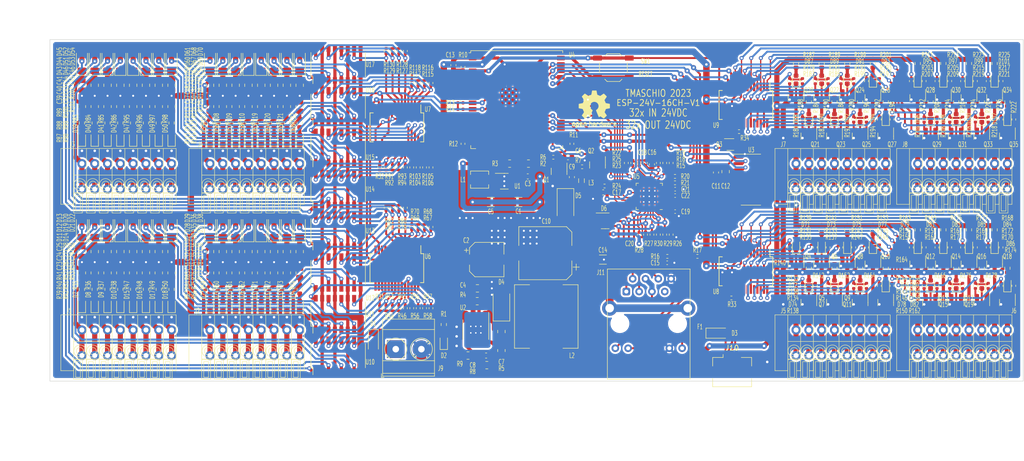
<source format=kicad_pcb>
(kicad_pcb (version 20221018) (generator pcbnew)
  (title_block (title "ESP 16x 24VDC Input 16x 24VDC Output Module"))
  (layers (0 "F.Cu" signal) (31 "B.Cu" signal) (34 "B.Paste" user) (35 "F.Paste" user) (36 "B.SilkS" user "B.Silkscreen") (37 "F.SilkS" user "F.Silkscreen") (38 "B.Mask" user) (39 "F.Mask" user) (44 "Edge.Cuts" user))
  (net 0 "")
  (net 1 "GND")
  (net 2 "Net-(C14-Pad1)")
  (net 3 "+3.3VA")
  (net 4 "+24V")
  (net 5 "+3.3V")
  (net 6 "Net-(Q3A-C1)")
  (net 7 "Net-(D11-K)")
  (net 8 "Net-(D12-K)")
  (net 9 "Net-(D13-K)")
  (net 10 "Net-(D14-K)")
  (net 11 "Net-(D19-K)")
  (net 12 "Net-(D20-K)")
  (net 13 "Net-(D21-K)")
  (net 14 "Net-(D22-K)")
  (net 15 "Net-(D27-K)")
  (net 16 "Net-(D28-K)")
  (net 17 "Net-(D29-K)")
  (net 18 "Net-(D30-K)")
  (net 19 "Net-(D35-K)")
  (net 20 "/MCU/USB_D-")
  (net 21 "/MCU/USB_D+")
  (net 22 "Net-(D36-K)")
  (net 23 "Net-(D37-K)")
  (net 24 "Net-(D38-K)")
  (net 25 "Net-(D43-K)")
  (net 26 "Net-(D44-K)")
  (net 27 "Net-(D45-K)")
  (net 28 "Net-(D46-K)")
  (net 29 "Net-(D51-K)")
  (net 30 "Net-(D52-K)")
  (net 31 "Net-(D53-K)")
  (net 32 "Net-(D54-K)")
  (net 33 "Net-(D59-K)")
  (net 34 "Net-(D60-K)")
  (net 35 "Net-(D61-K)")
  (net 36 "/MCU/PHY_PWR")
  (net 37 "Net-(D62-K)")
  (net 38 "Net-(D67-K)")
  (net 39 "Net-(D68-K)")
  (net 40 "Net-(D69-K)")
  (net 41 "Net-(D70-K)")
  (net 42 "/MCU/I2C_SCL")
  (net 43 "/MCU/I2C_SDA")
  (net 44 "Net-(D3-A)")
  (net 45 "Net-(D7-A)")
  (net 46 "/LAN/RD-")
  (net 47 "/LAN/TD-")
  (net 48 "/LAN/TD+")
  (net 49 "/LAN/RD+")
  (net 50 "Net-(D8-A)")
  (net 51 "Net-(D9-A)")
  (net 52 "Net-(D10-A)")
  (net 53 "Net-(D11-A)")
  (net 54 "Net-(D12-A)")
  (net 55 "Net-(D13-A)")
  (net 56 "Net-(D14-A)")
  (net 57 "Net-(D15-A)")
  (net 58 "Net-(D16-A)")
  (net 59 "Net-(D17-A)")
  (net 60 "Net-(D18-A)")
  (net 61 "Net-(D19-A)")
  (net 62 "Net-(D20-A)")
  (net 63 "Net-(D21-A)")
  (net 64 "Net-(D22-A)")
  (net 65 "Net-(D23-A)")
  (net 66 "Net-(D24-A)")
  (net 67 "Net-(D25-A)")
  (net 68 "Net-(D26-A)")
  (net 69 "/LAN/LED_G_K")
  (net 70 "Net-(D27-A)")
  (net 71 "Net-(D28-A)")
  (net 72 "Net-(D29-A)")
  (net 73 "Net-(D30-A)")
  (net 74 "Net-(D31-A)")
  (net 75 "Net-(D32-A)")
  (net 76 "Net-(D33-A)")
  (net 77 "Net-(D34-A)")
  (net 78 "Net-(D35-A)")
  (net 79 "/LAN/EMAC_RXD1")
  (net 80 "/LAN/EMAC_RXD0")
  (net 81 "/LAN/EMAC_MDIO")
  (net 82 "/LAN/EMAC_RX")
  (net 83 "Net-(D36-A)")
  (net 84 "Net-(D37-A)")
  (net 85 "Net-(D38-A)")
  (net 86 "Net-(D39-A)")
  (net 87 "Net-(D40-A)")
  (net 88 "Net-(D41-A)")
  (net 89 "Net-(D42-A)")
  (net 90 "Net-(D43-A)")
  (net 91 "Net-(D44-A)")
  (net 92 "Net-(D45-A)")
  (net 93 "Net-(D46-A)")
  (net 94 "Net-(D47-A)")
  (net 95 "Net-(D48-A)")
  (net 96 "Net-(D49-A)")
  (net 97 "Net-(D50-A)")
  (net 98 "Net-(D51-A)")
  (net 99 "Net-(D52-A)")
  (net 100 "Net-(D53-A)")
  (net 101 "Net-(D54-A)")
  (net 102 "Net-(D55-A)")
  (net 103 "/LAN/EMAC_CLK")
  (net 104 "/LAN/EMAC_TXD0")
  (net 105 "Net-(D56-A)")
  (net 106 "/LAN/EMAC_TXEN")
  (net 107 "/LAN/EMAC_TXD1")
  (net 108 "/LAN/EMAC_MDC")
  (net 109 "Net-(D57-A)")
  (net 110 "Net-(D58-A)")
  (net 111 "Net-(D59-A)")
  (net 112 "Net-(D60-A)")
  (net 113 "Net-(D61-A)")
  (net 114 "Net-(D62-A)")
  (net 115 "Net-(D63-A)")
  (net 116 "Net-(D64-A)")
  (net 117 "Net-(D65-A)")
  (net 118 "Net-(D66-A)")
  (net 119 "Net-(D67-A)")
  (net 120 "Net-(D68-A)")
  (net 121 "Net-(D69-A)")
  (net 122 "Net-(D70-A)")
  (net 123 "/Outputs 1-16/J8-OUT1")
  (net 124 "Net-(D71-A)")
  (net 125 "/Outputs 1-16/J8-OUT2")
  (net 126 "Net-(D72-A)")
  (net 127 "/Outputs 1-16/J8-OUT3")
  (net 128 "Net-(D73-A)")
  (net 129 "/Outputs 1-16/J8-OUT4")
  (net 130 "Net-(D74-A)")
  (net 131 "/Outputs 1-16/J8-OUT5")
  (net 132 "Net-(D75-A)")
  (net 133 "/Outputs 1-16/J8-OUT6")
  (net 134 "Net-(D76-A)")
  (net 135 "/Outputs 1-16/J8-OUT7")
  (net 136 "Net-(D77-A)")
  (net 137 "/Outputs 1-16/J8-OUT8")
  (net 138 "Net-(D78-A)")
  (net 139 "/Outputs 1-16/J9-OUT9")
  (net 140 "Net-(D79-A)")
  (net 141 "/Outputs 1-16/J9-OUT10")
  (net 142 "Net-(D80-A)")
  (net 143 "/Outputs 1-16/J9-OUT11")
  (net 144 "Net-(D81-A)")
  (net 145 "/Outputs 1-16/J9-OUT12")
  (net 146 "Net-(D82-A)")
  (net 147 "/Outputs 1-16/J9-OUT13")
  (net 148 "Net-(D83-A)")
  (net 149 "/Outputs 1-16/J9-OUT14")
  (net 150 "Net-(D84-A)")
  (net 151 "/Outputs 1-16/J9-OUT15")
  (net 152 "Net-(D85-A)")
  (net 153 "/Outputs 1-16/J9-OUT16")
  (net 154 "Net-(D86-A)")
  (net 155 "/Outputs 17-32/J10-OUT17")
  (net 156 "Net-(D87-A)")
  (net 157 "/Outputs 17-32/J10-OUT18")
  (net 158 "Net-(D88-A)")
  (net 159 "/Outputs 17-32/J10-OUT19")
  (net 160 "Net-(D89-A)")
  (net 161 "/Outputs 17-32/J10-OUT20")
  (net 162 "Net-(D90-A)")
  (net 163 "/Outputs 17-32/J10-OUT21")
  (net 164 "Net-(D91-A)")
  (net 165 "/Outputs 17-32/J10-OUT22")
  (net 166 "Net-(D92-A)")
  (net 167 "/Outputs 17-32/J10-OUT23")
  (net 168 "Net-(D93-A)")
  (net 169 "/Outputs 17-32/J10-OUT24")
  (net 170 "Net-(D94-A)")
  (net 171 "/Outputs 17-32/J11-OUT25")
  (net 172 "Net-(D95-A)")
  (net 173 "/Outputs 17-32/J11-OUT26")
  (net 174 "Net-(D96-A)")
  (net 175 "/Outputs 17-32/J11-OUT27")
  (net 176 "Net-(D97-A)")
  (net 177 "/Outputs 17-32/J11-OUT28")
  (net 178 "Net-(D98-A)")
  (net 179 "/Outputs 17-32/J11-OUT29")
  (net 180 "Net-(D99-A)")
  (net 181 "/Outputs 17-32/J11-OUT30")
  (net 182 "Net-(D100-A)")
  (net 183 "/Outputs 17-32/J11-OUT31")
  (net 184 "Net-(D101-A)")
  (net 185 "/Outputs 17-32/J11-OUT32")
  (net 186 "Net-(D102-A)")
  (net 187 "/Inputs 1-16/J4-IN1")
  (net 188 "/Inputs 1-16/J4-IN2")
  (net 189 "/Inputs 1-16/J4-IN3")
  (net 190 "/Inputs 1-16/J4-IN4")
  (net 191 "/Inputs 1-16/J4-IN5")
  (net 192 "/Inputs 1-16/J4-IN6")
  (net 193 "/Inputs 1-16/J4-IN7")
  (net 194 "/Inputs 1-16/J4-IN8")
  (net 195 "/Inputs 1-16/J5-IN9")
  (net 196 "/Inputs 1-16/J5-IN10")
  (net 197 "/Inputs 1-16/J5-IN11")
  (net 198 "/Inputs 1-16/J5-IN12")
  (net 199 "/Inputs 1-16/J5-IN13")
  (net 200 "/Inputs 1-16/J5-IN14")
  (net 201 "/Inputs 1-16/J5-IN15")
  (net 202 "/Inputs 1-16/J5-IN16")
  (net 203 "/Inputs 17-32/J6-IN17")
  (net 204 "/Inputs 17-32/J6-IN18")
  (net 205 "/Inputs 17-32/J6-IN19")
  (net 206 "/Inputs 17-32/J6-IN20")
  (net 207 "/Inputs 17-32/J6-IN21")
  (net 208 "/Inputs 17-32/J6-IN22")
  (net 209 "/Inputs 17-32/J6-IN23")
  (net 210 "/Inputs 17-32/J6-IN24")
  (net 211 "/Inputs 17-32/J7-IN25")
  (net 212 "/Inputs 17-32/J7-IN26")
  (net 213 "/Inputs 17-32/J7-IN27")
  (net 214 "/Inputs 17-32/J7-IN28")
  (net 215 "/Inputs 17-32/J7-IN29")
  (net 216 "/Inputs 17-32/J7-IN30")
  (net 217 "/Inputs 17-32/J7-IN31")
  (net 218 "/Inputs 17-32/J7-IN32")
  (net 221 "Net-(J11-Pad9)")
  (net 222 "Net-(J11-Pad12)")
  (net 223 "Net-(Q3B-C2)")
  (net 224 "Net-(Q4-B)")
  (net 225 "Net-(Q5-B)")
  (net 226 "Net-(Q6-B)")
  (net 227 "Net-(Q7-B)")
  (net 228 "Net-(Q8-B)")
  (net 229 "Net-(Q9-B)")
  (net 230 "Net-(Q10-B)")
  (net 231 "Net-(Q11-B)")
  (net 232 "Net-(Q12-B)")
  (net 233 "Net-(Q13-B)")
  (net 234 "Net-(Q14-B)")
  (net 235 "Net-(Q15-B)")
  (net 236 "Net-(Q16-B)")
  (net 237 "Net-(Q17-B)")
  (net 238 "Net-(Q18-B)")
  (net 239 "Net-(Q19-B)")
  (net 240 "Net-(Q20-B)")
  (net 241 "Net-(Q21-B)")
  (net 242 "Net-(Q22-B)")
  (net 243 "Net-(Q23-B)")
  (net 244 "Net-(Q24-B)")
  (net 245 "Net-(Q25-B)")
  (net 246 "Net-(Q26-B)")
  (net 247 "Net-(Q27-B)")
  (net 248 "Net-(Q28-B)")
  (net 249 "Net-(Q29-B)")
  (net 250 "Net-(Q30-B)")
  (net 251 "Net-(Q31-B)")
  (net 252 "Net-(Q32-B)")
  (net 253 "Net-(Q33-B)")
  (net 254 "Net-(Q34-B)")
  (net 255 "Net-(Q35-B)")
  (net 256 "Net-(U6-~{RESET})")
  (net 257 "Net-(U7-~{RESET})")
  (net 258 "Net-(U8-~{RESET})")
  (net 259 "Net-(U9-~{RESET})")
  (net 260 "/GPIO Expanders/IN1")
  (net 261 "/GPIO Expanders/IN2")
  (net 262 "/GPIO Expanders/IN3")
  (net 263 "/GPIO Expanders/IN4")
  (net 264 "/GPIO Expanders/IN5")
  (net 265 "/GPIO Expanders/IN6")
  (net 266 "/GPIO Expanders/IN7")
  (net 267 "/GPIO Expanders/IN8")
  (net 268 "/GPIO Expanders/IN9")
  (net 269 "/GPIO Expanders/IN10")
  (net 270 "/GPIO Expanders/IN11")
  (net 271 "/GPIO Expanders/IN12")
  (net 272 "/GPIO Expanders/IN13")
  (net 273 "/GPIO Expanders/IN14")
  (net 274 "/GPIO Expanders/IN15")
  (net 275 "/GPIO Expanders/IN16")
  (net 276 "/GPIO Expanders/IN17")
  (net 277 "/GPIO Expanders/IN18")
  (net 278 "/GPIO Expanders/IN19")
  (net 279 "/GPIO Expanders/IN20")
  (net 280 "/GPIO Expanders/IN21")
  (net 281 "/GPIO Expanders/IN22")
  (net 282 "/GPIO Expanders/IN23")
  (net 283 "/GPIO Expanders/IN24")
  (net 284 "/GPIO Expanders/IN25")
  (net 285 "/GPIO Expanders/IN26")
  (net 286 "/GPIO Expanders/IN27")
  (net 287 "/GPIO Expanders/IN28")
  (net 288 "/GPIO Expanders/IN29")
  (net 289 "/GPIO Expanders/IN30")
  (net 290 "/GPIO Expanders/IN31")
  (net 291 "/GPIO Expanders/IN32")
  (net 292 "/GPIO Expanders/OUT1")
  (net 293 "/GPIO Expanders/OUT2")
  (net 294 "/GPIO Expanders/OUT3")
  (net 295 "/GPIO Expanders/OUT4")
  (net 296 "/GPIO Expanders/OUT5")
  (net 297 "/GPIO Expanders/OUT6")
  (net 298 "/GPIO Expanders/OUT7")
  (net 299 "/GPIO Expanders/OUT8")
  (net 300 "/GPIO Expanders/OUT9")
  (net 301 "/GPIO Expanders/OUT10")
  (net 302 "/GPIO Expanders/OUT11")
  (net 303 "/GPIO Expanders/OUT12")
  (net 304 "/GPIO Expanders/OUT13")
  (net 305 "/GPIO Expanders/OUT14")
  (net 306 "/GPIO Expanders/OUT15")
  (net 307 "/GPIO Expanders/OUT16")
  (net 308 "/GPIO Expanders/OUT17")
  (net 309 "/GPIO Expanders/OUT18")
  (net 310 "/GPIO Expanders/OUT19")
  (net 311 "/GPIO Expanders/OUT20")
  (net 312 "/GPIO Expanders/OUT21")
  (net 313 "/GPIO Expanders/OUT22")
  (net 314 "/GPIO Expanders/OUT23")
  (net 315 "/GPIO Expanders/OUT24")
  (net 316 "/GPIO Expanders/OUT25")
  (net 317 "/GPIO Expanders/OUT26")
  (net 318 "/GPIO Expanders/OUT27")
  (net 319 "/GPIO Expanders/OUT28")
  (net 320 "/GPIO Expanders/OUT29")
  (net 321 "/GPIO Expanders/OUT30")
  (net 322 "/GPIO Expanders/OUT31")
  (net 323 "/GPIO Expanders/OUT32")
  (net 324 "Net-(U3-TXD)")
  (net 325 "Net-(U3-RXD)")
  (net 360 "+5V")
  (net 361 "Net-(U1-FB)")
  (net 362 "Net-(Q1-G)")
  (net 363 "Net-(D4-K)")
  (net 364 "Net-(C7-Pad1)")
  (net 365 "Net-(D5-A)")
  (net 366 "Net-(U2-FB)")
  (net 367 "+3.3VLAN")
  (net 368 "Net-(U5-~{RST})")
  (net 369 "Net-(D1-A)")
  (net 370 "Net-(D2-A)")
  (net 371 "Net-(D3-K)")
  (net 372 "Net-(U1-LX)")
  (net 373 "Net-(Q2-C)")
  (net 374 "Net-(Q3A-E1)")
  (net 375 "Net-(Q3A-B1)")
  (net 376 "Net-(R4-Pad2)")
  (net 377 "Net-(U2-BS)")
  (net 378 "Net-(U5-RXD2{slash}~{RMIISEL})")
  (net 379 "/LAN/LED_Y_A")
  (net 380 "Net-(U5-RXD3{slash}~{PHYAD2})")
  (net 381 "Net-(U5-RXCLK{slash}~{PHYAD1})")
  (net 382 "Net-(U5-RXER{slash}RXD4{slash}~{PHYAD0})")
  (net 383 "Net-(U5-RBIAS)")
  (net 398 "Net-(#FLG06-pwr)")
  (footprint "Tales:R_0603_1608Metric" (layer "F.Cu") (at 88.9 113.855 -90)
    (fp_text reference "R50")
    (fp_text value "5,6k/0,1W/0603")
  )
  (footprint "Tales:R_0603_1608Metric" (layer "F.Cu") (at 249.555 76.645 -90)
    (fp_text reference "R224")
    (fp_text value "5,6k/0,1W/0603")
  )
  (footprint "Tales:CP_Elec_10x10" (layer "F.Cu") (at 163.005 106.68 180)
    (fp_text reference "C10")
    (fp_text value "470uF/16V/10x10")
  )
  (footprint "Tales:C_0805_2012Metric" (layer "F.Cu") (at 71.12 73.345 -90)
    (fp_text reference "C39")
    (fp_text value "33nF/50V/0805")
  )
  (footprint "Tales:LED_0603_1608Metric" (layer "F.Cu") (at 73.66 83.9725 90)
    (fp_text reference "D40")
    (fp_text value "GREEN/0603")
  )
  (footprint "Package_SO:SOP-16_4.4x10.4mm_P1.27mm" (layer "F.Cu") (at 121.925 102.26 90)
    (fp_text reference "U13")
    (fp_text value "OR-3H4-4")
  )
  (footprint "Diode_SMD:D_MiniMELF" (layer "F.Cu") (at 114.3 101.755 90)
    (fp_text reference "D38")
    (fp_text value "9V1/500mW")
  )
  (footprint "Tales:C_1206_3216Metric" (layer "F.Cu") (at 174.42 107.95 180)
    (fp_text reference "C14")
    (fp_text value "1nF/2kV/1206")
  )
  (footprint "Tales:L_12x12mm_H6mm" (layer "F.Cu") (at 163.195 119.25 90)
    (fp_text reference "L2")
    (fp_text value "33uH 2,1A")
  )
  (footprint "Tales:R_0603_1608Metric" (layer "F.Cu") (at 96.52 113.855 -90)
    (fp_text reference "R59")
    (fp_text value "5,6k/0,1W/0603")
  )
  (footprint "Tales:R_0402_1005Metric" (layer "F.Cu") (at 224.155 105.535 90)
    (fp_text reference "R147")
    (fp_text value "1k/62,5mW/0402")
  )
  (footprint "Tales:C_0805_2012Metric" (layer "F.Cu") (at 99.06 73.345 -90)
    (fp_text reference "C48")
    (fp_text value "33nF/50V/0805")
  )
  (footprint "Tales:R_0603_1608Metric" (layer "F.Cu") (at 73.66 80.835 -90)
    (fp_text reference "R84")
    (fp_text value "5,6k/0,1W/0603")
  )
  (footprint "Diode_SMD:D_MiniMELF" (layer "F.Cu") (at 114.3 68.735 90)
    (fp_text reference "D70")
    (fp_text value "9V1/500mW")
  )
  (footprint "Diode_SMD:D_MiniMELF" (layer "F.Cu") (at 109.22 68.735 90)
    (fp_text reference "D68")
    (fp_text value "9V1/500mW")
  )
  (footprint "Tales:R_0603_1608Metric" (layer "F.Cu") (at 244.475 76.645 -90)
    (fp_text reference "R214")
    (fp_text value "5,6k/0,1W/0603")
  )
  (footprint "Tales:R_0402_1005Metric" (layer "F.Cu") (at 253.365 105.535 90)
    (fp_text reference "R173")
    (fp_text value "1k/62,5mW/0402")
  )
  (footprint "Tales:R_0402_1005Metric" (layer "F.Cu") (at 245.745 72.515 -90)
    (fp_text reference "R215")
    (fp_text value "10k/62,5mW/0402")
  )
  (footprint "Tales:R_0402_1005Metric" (layer "F.Cu") (at 182.88 102.995 -90)
    (fp_text reference "R28")
    (fp_text value "49,9R/62,5mW/0402")
  )
  (footprint "Tales:C_0805_2012Metric" (layer "F.Cu") (at 96.52 73.345 -90)
    (fp_text reference "C47")
    (fp_text value "33nF/50V/0805")
  )
  (footprint "Tales:LED_0603_1608Metric" (layer "F.Cu") (at 106.68 116.9925 90)
    (fp_text reference "D31")
    (fp_text value "GREEN/0603")
  )
  (footprint "Tales:SOIC-8-1EP_3.9x4.9mm_P1.27mm_EP2.29x3mm_ThermalVias" (layer "F.Cu") (at 149.225 121.855 -90)
    (fp_text reference "U2")
    (fp_text value "TX4138")
  )
  (footprint "Tales:R_0402_1005Metric" (layer "F.Cu") (at 140.335 89.66 90)
    (fp_text reference "R106")
    (fp_text value "2k2/62,5mW/0402")
  )
  (footprint "Diode_SMD:D_MiniMELF" (layer "F.Cu") (at 101.6 101.755 90)
    (fp_text reference "D29")
    (fp_text value "9V1/500mW")
  )
  (footprint "Diode_SMD:D_MiniMELF" (layer "F.Cu") (at 86.36 68.735 90)
    (fp_text reference "D53")
    (fp_text value "9V1/500mW")
  )
  (footprint "Tales:R_0805_2012Metric" (layer "F.Cu") (at 114.3 77.5735 -90)
    (fp_text reference "R126")
    (fp_text value "1k8/0,125W/0805")
  )
  (footprint "Tales:SOT-23" (layer "F.Cu") (at 225.425 83.455 -90)
    (fp_text reference "Q25")
    (fp_text value "MMBT2222A/SOT-23-3")
  )
  (footprint "Tales:R_0603_1608Metric" (layer "F.Cu") (at 106.68 80.835 -90)
    (fp_text reference "R119")
    (fp_text value "5,6k/0,1W/0603")
  )
  (footprint "Tales:R_0603_1608Metric" (layer "F.Cu") (at 78.74 80.835 -90)
    (fp_text reference "R86")
    (fp_text value "5,6k/0,1W/0603")
  )
  (footprint "Tales:R_0603_1608Metric" (layer "F.Cu") (at 220.345 109.665 -90)
    (fp_text reference "R142")
    (fp_text value "5,6k/0,1W/0603")
  )
  (footprint "Tales:R_0402_1005Metric" (layer "F.Cu") (at 140.335 101.475 -90)
    (fp_text reference "R67")
    (fp_text value "2k2/62,5mW/0402")
  )
  (footprint "Tales:R_0402_1005Metric" (layer "F.Cu") (at 179.07 88.775 -90)
    (fp_text reference "R22")
    (fp_text value "2k2/62,5mW/0402")
  )
  (footprint "Tales:R_0402_1005Metric" (layer "F.Cu") (at 146.175 76.84)
    (fp_text reference "R13")
    (fp_text value "2k2/62,5mW/0402")
  )
  (footprint "Tales:R_0402_1005Metric" (layer "F.Cu") (at 224.155 113.155 -90)
    (fp_text reference "R144")
    (fp_text value "10k/62,5mW/0402")
  )
  (footprint "Tales:R_0805_2012Metric" (layer "F.Cu") (at 71.12 77.5735 -90)
    (fp_text reference "R87")
    (fp_text value "1k8/0,125W/0805")
  )
  (footprint "Tales:R_0805_2012Metric" (layer "F.Cu") (at 104.14 77.5735 -90)
    (fp_text reference "R114")
    (fp_text value "1k8/0,125W/0805")
  )
  (footprint "Tales:LED_0603_1608Metric" (layer "F.Cu") (at 215.265 112.8775 90)
    (fp_text reference "D72")
    (fp_text value "GREEN/0603")
  )
  (footprint "Tales:C_0805_2012Metric" (layer "F.Cu") (at 88.9 73.345 -90)
    (fp_text reference "C46")
    (fp_text value "33nF/50V/0805")
  )
  (footprint "Tales:SOT-23" (layer "F.Cu") (at 222.885 75.835 -90)
    (fp_text reference "Q24")
    (fp_text value "MMBT2222A/SOT-23-3")
  )
  (footprint "Diode_SMD:D_MiniMELF" (layer "F.Cu") (at 83.82 101.755 90)
    (fp_text reference "D20")
    (fp_text value "9V1/500mW")
  )
  (footprint "Package_TO_SOT_SMD:SOT-23-5" (layer "F.Cu") (at 174.8735 100.264)
    (fp_text reference "D6")
    (fp_text value "ESDS314DBV")
  )
  (footprint "Tales:R_0402_1005Metric" (layer "F.Cu") (at 137.795 72.9 -90)
    (fp_text reference "R117")
    (fp_text value "2k2/62,5mW/0402")
  )
  (footprint "Tales:C_0805_2012Metric" (layer "F.Cu") (at 111.76 73.345 -90)
    (fp_text reference "C53")
    (fp_text value "33nF/50V/0805")
  )
  (footprint "Tales:R_0402_1005Metric" (layer "F.Cu") (at 133.985 66.55 -90)
    (fp_text reference "R128")
    (fp_text value "2k2/62,5mW/0402")
  )
  (footprint "Tales:R_0603_1608Metric" (layer "F.Cu") (at 96.52 80.835 -90)
    (fp_text reference "R107")
    (fp_text value "5,6k/0,1W/0603")
  )
  (footprint "Tales:SOT-23" (layer "F.Cu") (at 239.395 116.475 -90)
    (fp_text reference "Q13")
    (fp_text value "MMBT2222A/SOT-23-3")
  )
  (footprint "Tales:R_0402_1005Metric" (layer "F.Cu") (at 135.255 117.6 90)
    (fp_text reference "R46")
    (fp_text value "2k2/62,5mW/0402")
  )
  (footprint "Tales:LED_0603_1608Metric" (layer "F.Cu") (at 215.265 79.8575 90)
    (fp_text reference "D88")
    (fp_text value "GREEN/0603")
  )
  (footprint "Inductor_SMD:L_0805_2012Metric" (layer "F.Cu") (at 170.18 92.2825 -90)
    (fp_text reference "L3")
    (fp_text value "2A 600R")
  )
  (footprint "Tales:D_SMA" (layer "F.Cu") (at 167.005 97.25 -90)
    (fp_text reference "D5")
    (fp_text value "SS34")
  )
  (footprint "Tales:R_0805_2012Metric" (layer "F.Cu") (at 155.9325 88.9 180)
    (fp_text reference "R3")
    (fp_text value "22,1k/0,125W/0805")
  )
  (footprint "Tales:R_0603_1608Metric" (layer "F.Cu") (at 104.14 113.855 -90)
    (fp_text reference "R62")
    (fp_text value "5,6k/0,1W/0603")
  )
  (footprint "Diode_SMD:D_MiniMELF" (layer "F.Cu") (at 78.74 101.755 90)
    (fp_text reference "D14")
    (fp_text value "9V1/500mW")
  )
  (footprint "Tales:R_0402_1005Metric" (layer "F.Cu") (at 185.42 88.775 -90)
    (fp_text reference "R19")
    (fp_text value "2k2/62,5mW/0402")
  )
  (footprint "Tales:SOT-363_SC-70-6" (layer "F.Cu") (at 199.705 85.105)
    (fp_text reference "Q3")
    (fp_text value "UMH3N")
  )
  (footprint "Tales:R_0805_2012Metric" (layer "F.Cu") (at 71.12 110.5935 -90)
    (fp_text reference "R39")
    (fp_text value "1k8/0,125W/0805")
  )
  (footprint "Tales:R_0603_1608Metric" (layer "F.Cu") (at 227.965 69.025 -90)
    (fp_text reference "R201")
    (fp_text value "5,6k/0,1W/0603")
  )
  (footprint "Tales:LED_0603_1608Metric" (layer "F.Cu") (at 220.345 79.8575 90)
    (fp_text reference "D90")
    (fp_text value "GREEN/0603")
  )
  (footprint "Tales:ESP32-WROOM-32U" (layer "F.Cu") (at 157.34 76.2)
    (fp_text reference "U4")
    (fp_text value "ESP32-WROOM-32UE-N16")
  )
  (footprint "Tales:R_0603_1608Metric" (layer "F.Cu") (at 212.725 102.045 -90)
    (fp_text reference "R139")
    (fp_text value "5,6k/0,1W/0603")
  )
  (footprint "Tales:C_0805_2012Metric" (layer "F.Cu") (at 106.68 73.345 -90)
    (fp_text reference "C51")
    (fp_text value "33nF/50V/0805")
  )
  (footprint "Tales:R_0402_1005Metric" (layer "F.Cu") (at 243.205 72.515 90)
    (fp_text reference "R209")
    (fp_text value "1k/62,5mW/0402")
  )
  (footprint "Tales:C_0402_1005Metric" (layer "F.Cu") (at 188.75 93.98)
    (fp_text reference "C21")
    (fp_text value "1uF/25V/0402")
  )
  (footprint "Tales:R_0402_1005Metric" (layer "F.Cu") (at 255.905 113.155 90)
    (fp_text reference "R174")
    (fp_text value "1k/62,5mW/0402")
  )
  (footprint "Tales:R_0603_1608Metric" (layer "F.Cu") (at 215.265 76.645 -90)
    (fp_text reference "R188")
    (fp_text value "5,6k/0,1W/0603")
  )
  (footprint "Tales:C_0402_1005Metric" (layer "F.Cu") (at 187.17 108.585)
    (fp_text reference "C15")
    (fp_text value "0,1uF/50V/0402")
  )
  (footprint "Tales:C_0603_1608Metric" (layer "F.Cu") (at 144.78 69.36 90)
    (fp_text reference "C13")
    (fp_text value "1uF/50V/0603")
  )
  (footprint "Tales:R_0402_1005Metric" (layer "F.Cu") (at 229.235 105.535 90)
    (fp_text reference "R149")
    (fp_text value "1k/62,5mW/0402")
  )
  (footprint "Tales:SOT-23" (layer "F.Cu") (at 227.965 108.855 -90)
    (fp_text reference "Q10")
    (fp_text value "MMBT2222A/SOT-23-3")
  )
  (footprint "Tales:LED_0603_1608Metric" (layer "F.Cu") (at 217.805 105.2575 90)
    (fp_text reference "D73")
    (fp_text value "GREEN/0603")
  )
  (footprint "Diode_SMD:D_MiniMELF" (layer "F.Cu") (at 101.6 68.735 90)
    (fp_text reference "D61")
    (fp_text value "9V1/500mW")
  )
  (footprint "Tales:R_0805_2012Metric" (layer "F.Cu") (at 76.2 77.5735 -90)
    (fp_text reference "R89")
    (fp_text value "1k8/0,125W/0805")
  )
  (footprint "Tales:R_0603_1608Metric" (layer "F.Cu") (at 222.885 69.025 -90)
    (fp_text reference "R199")
    (fp_text value "5,6k/0,1W/0603")
  )
  (footprint "Tales:R_0402_1005Metric" (layer "F.Cu") (at 180.34 88.775 -90)
    (fp_text reference "R25")
    (fp_text value "2k2/62,5mW/0402")
  )
  (footprint "Diode_SMD:D_MiniMELF" (layer "F.Cu") (at 81.28 68.735 90)
    (fp_text reference "D51")
    (fp_text value "9V1/500mW")
  )
  (footprint "Tales:R_0603_1608Metric" (layer "F.Cu") (at 227.965 102.045 -90)
    (fp_text reference "R153")
    (fp_text value "5,6k/0,1W/0603")
  )
  (footprint "Tales:R_0603_1608Metric" (layer "F.Cu") (at 71.12 80.835 -90)
    (fp_text reference "R83")
    (fp_text value "5,6k/0,1W/0603")
  )
  (footprint "Tales:R_0402_1005Metric" (layer "F.Cu") (at 221.615 80.135 90)
    (fp_text reference "R186")
    (fp_text value "1k/62,5mW/0402")
  )
  (footprint "Tales:R_0402_1005Metric" (layer "F.Cu") (at 132.715 97.665 -90)
    (fp_text reference "R81")
    (fp_text value "2k2/62,5mW/0402")
  )
  (footprint "Diode_SMD:D_MiniMELF" (layer "F.Cu") (at 76.2 101.755 90)
    (fp_text reference "D13")
    (fp_text value "9V1/500mW")
  )
  (footprint "Tales:SOT-23" (layer "F.Cu") (at 220.345 83.455 -90)
    (fp_text reference "Q23")
    (fp_text value "MMBT2222A/SOT-23-3")
  )
  (footprint "Tales:R_0402_1005Metric" (layer "F.Cu") (at 131.445 66.55 -90)
    (fp_text reference "R130")
    (fp_text value "2k2/62,5mW/0402")
  )
  (footprint "Tales:R_0805_2012Metric" (layer "F.Cu") (at 99.06 77.5735 -90)
    (fp_text reference "R112")
    (fp_text value "1k8/0,125W/0805")
  )
  (footprint "Tales:R_0603_1608Metric" (layer "F.Cu") (at 111.76 80.835 -90)
    (fp_text reference "R121")
    (fp_text value "5,6k/0,1W/0603")
  )
  (footprint "Tales:R_0402_1005Metric" (layer "F.Cu") (at 245.745 105.535 -90)
    (fp_text reference "R167")
    (fp_text value "10k/62,5mW/0402")
  )
  (footprint "Tales:LED_0603_1608Metric" (layer "F.Cu") (at 241.935 105.2575 90)
    (fp_text reference "D81")
    (fp_text value "GREEN/0603")
  )
  (footprint "Tales:L_3x3_H1.5" (layer "F.Cu") (at 149.98 92.075 180)
    (fp_text reference "L1")
    (fp_text value "2,2uH 1,5A")
  )
  (footprint "Tales:R_0402_1005Metric" (layer "F.Cu") (at 187.96 102.995 -90)
    (fp_text reference "R26")
    (fp_text value "12,1k/62,5mW/0402")
  )
  (footprint "Package_SO:SOP-16_4.4x10.4mm_P1.27mm" (layer "F.Cu") (at 121.925 69.24 90)
    (fp_text reference "U17")
    (fp_text value "OR-3H4-4")
  )
  (footprint "Tales:C_0805_2012Metric" (layer "F.Cu") (at 73.66 73.345 -90)
    (fp_text reference "C40")
    (fp_text value "33nF/50V/0805")
  )
  (footprint "Tales:R_0805_2012Metric" (layer "F.Cu") (at 83.82 110.5935 -90)
    (fp_text reference "R52")
    (fp_text value "1k8/0,125W/0805")
  )
  (footprint "Tales:SOT-23" (layer "F.Cu") (at 241.935 75.835 -90)
    (fp_text reference "Q30")
    (fp_text value "MMBT2222A/SOT-23-3")
  )
  (footprint "Tales:R_0402_1005Metric" (layer "F.Cu") (at 224.155 72.515 90)
    (fp_text reference "R195")
    (fp_text value "1k/62,5mW/0402")
  )
  (footprint "Tales:R_0402_1005Metric" (layer "F.Cu") (at 243.205 105.535 90)
    (fp_text reference "R161")
    (fp_text value "1k/62,5mW/0402")
  )
  (footprint "Package_SO:SOP-16_4.4x10.4mm_P1.27mm" (layer "F.Cu") (at 121.925 110.515 90)
    (fp_text reference "U12")
    (fp_text value "OR-3H4-4")
  )
  (footprint "Tales:C_0805_2012Metric" (layer "F.Cu") (at 114.3 106.365 -90)
    (fp_text reference "C38")
    (fp_text value "33nF/50V/0805")
  )
  (footprint "Tales:C_1206_3216Metric" (layer "F.Cu") (at 157.685 96.52 180)
    (fp_text reference "C1")
    (fp_text value "10uF/50V/1206")
  )
  (footprint "Diode_SMD:D_MiniMELF" (layer "F.Cu") (at 104.14 68.735 90)
    (fp_text reference "D62")
    (fp_text value "9V1/500mW")
  )
  (footprint "Tales:SOT-23" (layer "F.Cu") (at 241.935 108.855 -90)
    (fp_text reference "Q14")
    (fp_text value "MMBT2222A/SOT-23-3")
  )
  (footprint "Tales:CP_Elec_6.3x5.4" (layer "F.Cu") (at 151.39 107.95)
    (fp_text reference "C2")
    (fp_text value "47uF/35V/6,3x5,4")
  )
  (footprint "Tales:R_0603_1608Metric" (layer "F.Cu") (at 241.935 69.025 -90)
    (fp_text reference "R213")
    (fp_text value "5,6k/0,1W/0603")
  )
  (footprint "Tales:R_0603_1608Metric" (layer "F.Cu") (at 101.6 113.855 -90)
    (fp_text reference "R61")
    (fp_text value "5,6k/0,1W/0603")
  )
  (footprint "Diode_SMD:D_MiniMELF" (layer "F.Cu") (at 88.9 101.755 90)
    (fp_text reference "D22")
    (fp_text value "9V1/500mW")
  )
  (footprint "Tales:C_0805_2012Metric" (layer "F.Cu") (at 78.74 73.345 -90)
    (fp_text reference "C42")
    (fp_text value "33nF/50V/0805")
  )
  (footprint "Tales:R_0402_1005Metric" (layer "F.Cu") (at 240.665 72.515 -90)
    (fp_text reference "R205")
    (fp_text value "10k/62,5mW/0402")
  )
  (footprint "Tales:C_0805_2012Metric" (layer "F.Cu") (at 86.36 106.36 -90)
    (fp_text reference "C29")
    (fp_text value "33nF/50V/0805")
  )
  (footprint "Tales:TSOT-23-5" (layer "F.Cu") (at 154.87 92.39)
    (fp_text reference "U1")
    (fp_text value "SY8089A1AAC")
  )
  (footprint "Tales:R_0402_1005Metric" (layer "F.Cu") (at 139.065 89.66 90)
    (fp_text reference "R105")
    (fp_text value "2k2/62,5mW/0402")
  )
  (footprint "Tales:R_0805_2012Metric" (layer "F.Cu") (at 111.76 110.5935 -90)
    (fp_text reference "R77")
    (fp_text value "1k8/0,125W/0805")
  )
  (footprint "Package_SO:SOP-16_4.4x10.4mm_P1.27mm" (layer "F.Cu") (at 121.925 94.005 90)
    (fp_text reference "U14")
    (fp_text value "OR-3H4-4")
  )
  (footprint "Tales:R_0402_1005Metric" (layer "F.Cu") (at 186.69 88.775 -90)
    (fp_text reference "R18")
    (fp_text value "2k2/62,5mW/0402")
  )
  (footprint "Tales:LED_0603_1608Metric" (layer "F.Cu") (at 227.965 105.2575 90)
    (fp_text reference "D77")
    (fp_text value "GREEN/0603")
  )
  (footprint "Tales:R_0402_1005Metric" (layer "F.Cu") (at 238.125 105.535 90)
    (fp_text reference "R159")
    (fp_text value "1k/62,5mW/0402")
  )
  (footprint "Diode_SMD:D_MiniMELF" (layer "F.Cu") (at 99.06 68.735 90)
    (fp_text reference "D60")
    (fp_text value "9V1/500mW")
  )
  (footprint "Tales:R_0603_1608Metric" (layer "F.Cu") (at 111.76 113.855 -90)
    (fp_text reference "R73")
    (fp_text value "5,6k/0,1W/0603")
  )
  (footprint "Tales:SOT-23" (layer "F.Cu") (at 239.395 83.455 -90)
    (fp_text reference "Q29")
    (fp_text value "MMBT2222A/SOT-23-3")
  )
  (footprint "Tales:R_0402_1005Metric" (layer "F.Cu") (at 216.535 113.155 90)
    (fp_text reference "R136")
    (fp_text value "1k/62,5mW/0402")
  )
  (footprint "Package_SO:SOIC-16_3.9x9.9mm_P1.27mm" (layer "F.Cu") (at 203.77 92.075)
    (fp_text reference "U3")
    (fp_text value "CH340C")
  )
  (footprint "Tales:R_0402_1005Metric" (layer "F.Cu") (at 170.305 89.535 180)
    (fp_text reference "R7")
    (fp_text value "1k/62,5mW/0402")
  )
  (footprint "Tales:R_0603_1608Metric" (layer "F.Cu") (at 76.2 80.835 -90)
    (fp_text reference "R85")
    (fp_text value "5,6k/0,1W/0603")
  )
  (footprint "Tales:SOT-23" (layer "F.Cu") (at 220.345 116.475 -90)
    (fp_text reference "Q7")
    (fp_text value "MMBT2222A/SOT-23-3")
  )
  (footprint "Tales:R_0402_1005Metric" (layer "F.Cu") (at 229.235 80.135 -90)
    (fp_text reference "R194")
    (fp_text value "10k/62,5mW/0402")
  )
  (footprint "Tales:C_0603_1608Metric" (layer "F.Cu") (at 196.85 90.665 90)
    (fp_text reference "C11")
    (fp_text value "10uF/10V/0603")
  )
  (footprint "Tales:SOT-23" (layer "F.Cu") (at 173.355 89.17 -90)
    (fp_text reference "Q2")
    (fp_text value "LMUN2211LT1G")
  )
  (footprint "Tales:R_0603_1608Metric" (layer "F.Cu") (at 225.425 76.645 -90)
    (fp_text reference "R200")
    (fp_text value "5,6k/0,1W/0603")
  )
  (footprint "Tales:R_0402_1005Metric" (layer "F.Cu") (at 193.165 107.315)
    (fp_text reference "R17")
    (fp_text value "330R/62,5mW/0402")
  )
  (footprint "Tales:R_0402_1005Metric" (layer "F.Cu") (at 187.2 107.315)
    (fp_text reference "R16")
    (fp_text value "330R/62,5mW/0402")
  )
  (footprint "Tales:R_0402_1005Metric" (layer "F.Cu") (at 130.175 89.66 90)
    (fp_text reference "R32")
    (fp_text value "1k/62,5mW/0402")
  )
  (footprint "Tales:SOT-23" (layer "F.Cu") (at 244.475 83.455 -90)
    (fp_text reference "Q31")
    (fp_text value "MMBT2222A/SOT-23-3")
  )
  (footprint "Diode_SMD:D_MiniMELF" (layer "F.Cu") (at 109.22 101.755 90)
    (fp_text reference "D36")
    (fp_text value "9V1/500mW")
  )
  (footprint "Tales:R_0805_2012Metric" (layer "F.Cu") (at 101.6 110.5935 -90)
    (fp_text reference "R65")
    (fp_text value "1k8/0,125W/0805")
  )
  (footprint "Tales:R_0402_1005Metric" (layer "F.Cu") (at 213.995 105.535 90)
    (fp_text reference "R135")
    (fp_text value "1k/62,5mW/0402")
  )
  (footprint "Tales:C_0805_2012Metric" (layer "F.Cu") (at 78.74 106.36 -90)
    (fp_text reference "C26")
    (fp_text value "33nF/50V/0805")
  )
  (footprint "Tales:LED_0603_1608Metric" (layer "F.Cu") (at 217.805 72.2375 90)
    (fp_text reference "D89")
    (fp_text value "GREEN/0603")
  )
  (footprint "Tales:TerminalBlock_Dorabo_DB141V-2.54-08P_1x08_P2.54mm_Vertical" (layer "F.Cu") (at 212.725 93.98)
    (fp_text reference "J7")
    (fp_text value "Conn_01x08")
  )
  (footprint "Tales:R_0805_2012Metric" (layer "F.Cu") (at 104.14 110.5935 -90)
    (fp_text reference "R66")
    (fp_text value "1k8/0,125W/0805")
  )
  (footprint "Diode_SMD:D_MiniMELF" (layer "F.Cu") (at 99.06 101.755 90)
    (fp_text reference "D28")
    (fp_text value "9V1/500mW")
  )
  (footprint "Tales:C_0402_1005Metric" (layer "F.Cu") (at 188.75 98.425)
    (fp_text reference "C19")
    (fp_text value "0,1uF/50V/0402")
  )
  (footprint "Tales:LED_0603_1608Metric" (layer "F.Cu") (at 114.3 83.9725 90)
    (fp_text reference "D66")
    (fp_text value "GREEN/0603")
  )
  (footprint "Diode_SMD:D_MiniMELF" (layer "F.Cu") (at 76.2 68.735 90)
    (fp_text reference "D45")
    (fp_text value "9V1/500mW")
  )
  (footprint "Tales:R_0402_1005Metric" (layer "F.Cu") (at 188.72 92.71)
    (fp_text reference "R21")
    (fp_text value "2k2/62,5mW/0402")
  )
  (footprint "Tales:C_0402_1005Metric" (layer "F.Cu") (at 182.88 88.745 90)
    (fp_text reference "C18")
    (fp_text value "0,1uF/50V/0402")
  )
  (footprint "Tales:C_0805_2012Metric" (layer "F.Cu") (at 101.6 73.345 -90)
    (fp_text reference "C49")
    (fp_text value "33nF/50V/0805")
  )
  (footprint "Tales:SOT-23" (layer "F.Cu") (at 215.265 83.455 -90)
    (fp_text reference "Q21")
    (fp_text value "MMBT2222A/SOT-23-3")
  )
  (footprint "Tales:R_0402_1005Metric" (layer "F.Cu") (at 216.535 72.515 -90)
    (fp_text reference "R181")
    (fp_text value "10k/62,5mW/0402")
  )
  (footprint "Tales:R_0402_1005Metric" (layer "F.Cu") (at 245.745 113.155 90)
    (fp_text reference "R162")
    (fp_text value "1k/62,5mW/0402")
  )
  (footprint "Tales:R_0402_1005Metric" (layer "F.Cu") (at 235.585 72.515 -90)
    (fp_text reference "R203")
    (fp_text value "10k/62,5mW/0402")
  )
  (footprint "Tales:R_0402_1005Metric" (layer "F.Cu") (at 253.365 80.135 -90)
    (fp_text reference "R218")
    (fp_text value "10k/62,5mW/0402")
  )
  (footprint "Tales:SOT-23" (layer "F.Cu") (at 222.885 108.855 -90)
    (fp_text reference "Q8")
    (fp_text value "MMBT2222A/SOT-23-3")
  )
  (footprint "Tales:LED_0603_1608Metric" (layer "F.Cu") (at 81.28 83.9725 90)
    (fp_text reference "D47")
    (fp_text value "GREEN/0603")
  )
  (footprint "Tales:R_0402_1005Metric" (layer "F.Cu") (at 248.285 113.155 -90)
    (fp_text reference "R168")
    (fp_text value "10k/62,5mW/0402")
  )
  (footprint "Diode_SMD:D_MiniMELF" (layer "F.Cu") (at 86.36 101.755 90)
    (fp_text reference "D21")
    (fp_text value "9V1/500mW")
  )
  (footprint "Tales:R_0402_1005Metric" (layer "F.Cu") (at 213.995 80.135 -90)
    (fp_text reference "R180")
    (fp_text value "10k/62,5mW/0402")
  )
  (footprint "Tales:LED_0603_1608Metric" (layer "F.Cu") (at 220.345 112.8775 90)
    (fp_text reference "D74")
    (fp_text value "GREEN/0603")
  )
  (footprint "Tales:TerminalBlock_Dorabo_DB141V-2.54-08P_1x08_P2.54mm_Vertical" (layer "F.Cu") (at 96.52 93.98)
    (fp_text reference "J4")
    (fp_text value "Conn_01x08")
  )
  (footprint "Tales:R_0805_2012Metric" (layer "F.Cu") (at 73.66 77.5735 -90)
    (fp_text reference "R88")
    (fp_text value "1k8/0,125W/0805")
  )
  (footprint "Tales:C_0805_2012Metric" (layer "F.Cu") (at 76.2 106.36 -90)
    (fp_text reference "C25")
    (fp_text value "33nF/50V/0805")
  )
  (footprint "Tales:LED_0603_1608Metric" (layer "F.Cu") (at 230.505 79.8575 90)
    (fp_text reference "D94")
    (fp_text value "GREEN/0603")
  )
  (footprint "Tales:R_0402_1005Metric" (layer "F.Cu") (at 238.125 72.515 90)
    (fp_text reference "R207")
    (fp_text value "1k/62,5mW/0402")
  )
  (footprint "Tales:R_0402_1005Metric" (layer "F.Cu") (at 219.075 80.135 -90)
    (fp_text reference "R182")
    (fp_text value "10k/62,5mW/0402")
  )
  (footprint "Tales:SOT-23" (layer "F.Cu") (at 244.475 116.475 -90)
    (fp_text reference "Q15")
    (fp_text value "MMBT2222A/SOT-23-3")
  )
  (footprint "Tales:LED_0603_1608Metric" (layer "F.Cu") (at 106.68 83.9725 90)
    (fp_text reference "D63")
    (fp_text value "GREEN/0603")
  )
  (footprint "Tales:R_0603_1608Metric" (layer "F.Cu") (at 86.36 80.835 -90)
    (fp_text reference "R97")
    (fp_text value "5,6k/0,1W/0603")
  )
  (footprint "Tales:C_0805_2012Metric" (layer "F.Cu") (at 71.12 106.36 -90)
    (fp_text reference "C23")
    (fp_text value "33nF/50V/0805")
  )
  (footprint "Tales:R_0402_1005Metric" (layer "F.Cu") (at 146.175 78.11)
    (fp_text reference "R14")
    (fp_text value "2k2/62,5mW/0402")
  )
  (footprint "Tales:R_0402_1005Metric" (layer "F.Cu") (at 181.61 88.775 90)
    (fp_text reference "R23")
    (fp_text value "2k2/62,5mW/0402")
  )
  (footprint "Tales:R_0805_2012Metric" (layer "F.Cu") (at 88.9 77.5735 -90)
    (fp_text reference "R102")
    (fp_text value "1k8/0,125W/0805")
  )
  (footprint "Tales:R_0402_1005Metric" (layer "F.Cu") (at 219.075 72.515 90)
    (fp_text reference "R185")
    (fp_text value "1k/62,5mW/0402")
  )
  (footprint "Tales:R_0402_1005Metric" (layer "F.Cu") (at 248.285 72.515 90)
    (fp_text reference "R219")
    (fp_text value "1k/62,5mW/0402")
  )
  (footprint "Tales:R_0402_1005Metric" (layer "F.Cu") (at 253.365 72.515 90)
    (fp_text reference "R221")
    (fp_text value "1k/62,5mW/0402")
  )
  (footprint "Tales:R_0603_1608Metric" (layer "F.Cu") (at 249.555 109.665 -90)
    (fp_text reference "R176")
    (fp_text value "5,6k/0,1W/0603")
  )
  (footprint "Tales:SOT-23" (layer "F.Cu") (at 247.015 75.835 -90)
    (fp_text reference "Q32")
    (fp_text value "MMBT2222A/SOT-23-3")
  )
  (footprint "Tales:R_0603_1608Metric" (layer "F.Cu") (at 236.855 69.025 -90)
    (fp_text reference "R211")
    (fp_text value "5,6k/0,1W/0603")
  )
  (footprint "Tales:LED_0603_1608Metric" (layer "F.Cu") (at 252.095 105.2575 90)
    (fp_text reference "D85")
    (fp_text value "GREEN/0603")
  )
  (footprint "Tales:C_0402_1005Metric" (layer "F.Cu") (at 181.61 103.025 90)
    (fp_text reference "C20")
    (fp_text value "0,1uF/50V/0402")
  )
  (footprint "Tales:LED_0603_1608Metric" (layer "F.Cu") (at 222.885 72.2375 90)
    (fp_text reference "D91")
    (fp_text value "GREEN/0603")
  )
  (footprint "Tales:TerminalBlock_Dorabo_DB141V-2.54-08P_1x08_P2.54mm_Vertical" (layer "F.Cu") (at 212.725 127)
    (fp_text reference "J5")
    (fp_text value "Conn_01x08")
  )
  (footprint "Tales:C_0805_2012Metric" (layer "F.Cu") (at 81.28 106.36 -90)
    (fp_text reference "C27")
    (fp_text value "33nF/50V/0805")
  )
  (footprint "Tales:C_0805_2012Metric" (layer "F.Cu") (at 96.52 106.365 -90)
    (fp_text reference "C31")
    (fp_text value "33nF/50V/0805")
  )
  (footprint "Tales:LED_0603_1608Metric" (layer "F.Cu") (at 99.06 116.9925 90)
    (fp_text reference "D24")
    (fp_text value "GREEN/0603")
  )
  (footprint "Tales:LED_0603_1608Metric" (layer "F.Cu") (at 101.6 83.9725 90)
    (fp_text reference "D57")
    (fp_text value "GREEN/0603")
  )
  (footprint "Diode_SMD:D_MiniMELF" (layer "F.Cu") (at 73.66 101.755 90)
    (fp_text reference "D12")
    (fp_text value "9V1/500mW")
  )
  (footprint "Tales:LED_0603_1608Metric" (layer "F.Cu") (at 225.425 79.8575 90)
    (fp_text reference "D92")
    (fp_text value "GREEN/0603")
  )
  (footprint "Tales:SOT-23" (layer "F.Cu") (at 252.095 75.835 -90)
    (fp_text reference "Q34")
    (fp_text value "MMBT2222A/SOT-23-3")
  )
  (footprint "Tales:SOT-23" (layer "F.Cu") (at 254.635 116.475 -90)
    (fp_text reference "Q19")
    (fp_text value "MMBT2222A/SOT-23-3")
  )
  (footprint "Package_SO:SOP-16_4.4x10.4mm_P1.27mm" (layer "F.Cu") (at 121.925 127.025 90)
    (fp_text reference "U10")
    (fp_text value "OR-3H4-4")
  )
  (footprint "Tales:LED_0603_1608Metric" (layer "F.Cu") (at 247.015 72.2375 90)
    (fp_text reference "D99")
    (fp_text value "GREEN/0603")
  )
  (footprint "Tales:LED_0603_1608Metric" (layer "F.Cu") (at 96.52 83.9725 90)
    (fp_text reference "D55")
    (fp_text value "GREEN/0603")
  )
  (footprint "Tales:R_0805_2012Metric" (layer "F.Cu") (at 151.4075 128.905 180)
    (fp_text reference "R8")
    (fp_text value "300k/0,125W/0805")
  )
  (footprint "Tales:R_0805_2012Metric" (layer "F.Cu") (at 114.3 110.5935 -90)
    (fp_text reference "R78")
    (fp_text value "1k8/0,125W/0805")
  )
  (footprint "Tales:LED_0603_1608Metric" (layer "F.Cu") (at 101.6 116.9925 90)
    (fp_text reference "D25")
    (fp_text value "GREEN/0603")
  )
  (footprint "Tales:R_0603_1608Metric" (layer "F.Cu") (at 241.935 102.045 -90)
    (fp_text reference "R165")
    (fp_text value "5,6k/0,1W/0603")
  )
  (footprint "Tales:R_0805_2012Metric" (layer "F.Cu") (at 96.52 77.5735 -90)
    (fp_text reference "R111")
    (fp_text value "1k8/0,125W/0805")
  )
  (footprint "Tales:R_0402_1005Metric" (layer "F.Cu") (at 132.715 66.55 -90)
    (fp_text reference "R129")
    (fp_text value "2k2/62,5mW/0402")
  )
  (footprint "Tales:R_0402_1005Metric" (layer "F.Cu") (at 226.695 105.535 -90)
    (fp_text reference "R145")
    (fp_text value "10k/62,5mW/0402")
  )
  (footprint "Tales:R_0402_1005Metric" (layer "F.Cu") (at 216.535 105.535 -90)
    (fp_text reference "R133")
    (fp_text value "10k/62,5mW/0402")
  )
  (footprint "Tales:LED_0603_1608Metric" (layer "F.Cu") (at 249.555 112.8775 90)
    (fp_text reference "D84")
    (fp_text value "GREEN/0603")
  )
  (footprint "Tales:SOT-23" (layer "F.Cu") (at 217.805 108.855 -90)
    (fp_text reference "Q6")
    (fp_text value "MMBT2222A/SOT-23-3")
  )
  (footprint "Tales:LED_0603_1608Metric" (layer "F.Cu") (at 104.14 83.9725 90)
    (fp_text reference "D58")
    (fp_text value "GREEN/0603")
  )
  (footprint "Tales:R_0402_1005Metric" (layer "F.Cu") (at 211.455 72.515 -90)
    (fp_text reference "R179")
    (fp_text value "10k/62,5mW/0402")
  )
  (footprint "Diode_SMD:D_MiniMELF" (layer "F.Cu") (at 104.14 101.755 90)
    (fp_text reference "D30")
    (fp_text value "9V1/500mW")
  )
  (footprint "Tales:R_0603_1608Metric" (layer "F.Cu") (at 106.68 113.855 -90)
    (fp_text reference "R71")
    (fp_text value "5,6k/0,1W/0603")
  )
  (footprint "Tales:R_0603_1608Metric" (layer "F.Cu") (at 236.855 102.045 -90)
    (fp_text reference "R163")
    (fp_text value "5,6k/0,1W/0603")
  )
  (footprint "Diode_SMD:D_MiniMELF" (layer "F.Cu") (at 111.76 68.735 90)
    (fp_text reference "D69")
    (fp_text value "9V1/500mW")
  )
  (footprint "Tales:USB_Micro-B_Amphenol_10104110_Horizontal" (layer "F.Cu") (at 200.055 129.035)
    (fp_text reference "J10")
    (fp_text value "USB")
  )
  (footprint "Diode_SMD:D_MiniMELF" (layer "F.Cu") (at 81.28 101.755 90)
    (fp_text reference "D19")
    (fp_text value "9V1/500mW")
  )
  (footprint "Tales:R_0603_1608Metric" (layer "F.Cu") (at 212.725 69.025 -90)
    (fp_text reference "R187")
    (fp_text value "5,6k/0,1W/0603")
  )
  (footprint "Diode_SMD:D_MiniMELF" (layer "F.Cu") (at 73.66 68.735 90)
    (fp_text reference "D44")
    (fp_text value "9V1/500mW")
  )
  (footprint "Tales:SOT-23" (layer "F.Cu") (at 217.805 75.835 -90)
    (fp_text reference "Q22")
    (fp_text value "MMBT2222A/SOT-23-3")
  )
  (footprint "Tales:R_0805_2012Metric" (layer "F.Cu") (at 76.2 110.5935 -90)
    (fp_text reference "R41")
    (fp_text value "1k8/0,125W/0805")
  )
  (footprint "Tales:LED_0603_1608Metric" (layer "F.Cu") (at 222.885 105.2575 90)
    (fp_text reference "D75")
    (fp_text value "GREEN/0603")
  )
  (footprint "Tales:R_0805_2012Metric" (layer "F.Cu") (at 109.22 110.5935 -90)
    (fp_text reference "R76")
    (fp_text value "1k8/0,125W/0805")
  )
  (footprint "Tales:R_0603_1608Metric" (layer "F.Cu") (at 252.095 102.045 -90)
    (fp_text reference "R177")
    (fp_text value "5,6k/0,1W/0603")
  )
  (footprint "Tales:TerminalBlock_Dorabo_DB141V-2.54-08P_1x08_P2.54mm_Vertical" (layer "F.Cu") (at 71.12 93.98)
    (fp_text reference "J3")
    (fp_text value "Conn_01x08")
  )
  (footprint "Tales:SOT-23" (layer "F.Cu") (at 236.855 108.855 -90)
    (fp_text reference "Q12")
    (fp_text value "MMBT2222A/SOT-23-3")
  )
  (footprint "Tales:R_0805_2012Metric" (layer "F.Cu") (at 86.36 110.5935 -90)
    (fp_text reference "R53")
    (fp_text value "1k8/0,125W/0805")
  )
  (footprint "Tales:LED_0603_1608Metric" (layer "F.Cu") (at 241.935 72.2375 90)
    (fp_text reference "D97")
    (fp_text value "GREEN/0603")
  )
  (footprint "Tales:R_0402_1005Metric" (layer "F.Cu") (at 133.985 89.66 90)
    (fp_text reference "R93")
    (fp_text value "2k2/62,5mW/0402")
  )
  (footprint "Tales:C_0805_2012Metric" (layer "F.Cu") (at 88.9 106.36 -90)
    (fp_text reference "C30")
    (fp_text value "33nF/50V/0805")
  )
  (footprint "Tales:TerminalBlock_Dorabo_DB141V-2.54-08P_1x08_P2.54mm_Vertical" (layer "F.Cu") (at 96.52 127)
    (fp_text reference "J2")
    (fp_text value "Conn_01x08")
  )
  (footprint "Tales:R_0603_1608Metric" (layer "F.Cu") (at 215.265 109.665 -90)
    (fp_text reference "R140")
    (fp_text value "5,6k/0,1W/0603")
  )
  (footprint "Tales:R_0805_2012Metric" (layer "F.Cu") (at 101.6 77.5735 -90)
    (fp_text reference "R113")
    (fp_text value "1k8/0,125W/0805")
  )
  (footprint "Tales:R_0402_1005Metric" (layer "F.Cu") (at 243.205 113.155 -90)
    (fp_text reference "R158")
    (fp_text value "10k/62,5mW/0402")
  )
  (footprint "Tales:R_0402_1005Metric" (layer "F.Cu") (at 221.615 113.155 90)
    (fp_text reference "R138")
    (fp_text value "1k/62,5mW/0402")
  )
  (footprint "Tales:R_0805_2012Metric" (layer "F.Cu") (at 86.36 77.5735 -90)
    (fp_text reference "R101")
    (fp_text value "1k8/0,125W/0805")
  )
  (footprint "Tales:R_0402_1005Metric" (layer "F.Cu") (at 140.335 117.6 90)
    (fp_text reference "R58")
    (fp_text value "2k2/62,5mW/0402")
  )
  (footprint "Tales:R_0402_1005Metric" (layer "F.Cu") (at 213.995 72.515 90)
    (fp_text reference "R183")
    (fp_text value "1k/62,5mW/0402")
  )
  (footprint "Tales:R_0603_1608Metric" (layer "F.Cu") (at 109.22 113.855 -90)
    (fp_text reference "R72")
    (fp_text value "5,6k/0,1W/0603")
  )
  (footprint "Tales:SOT-23" (layer "F.Cu") (at 215.265 116.475 -90)
    (fp_text reference "Q5")
    (fp_text value "MMBT2222A/SOT-23-3")
  )
  (footprint "Tales:R_0402_1005Metric" (layer "F.Cu") (at 146.685 84.965 -90)
    (fp_text reference "R12")
    (fp_text value "10k/62,5mW/0402")
  )
  (footprint "Tales:R_0402_1005Metric" (layer "F.Cu") (at 137.795 89.66 90)
    (fp_text reference "R104")
    (fp_text value "2k2/62,5mW/0402")
  )
  (footprint "Tales:R_0402_1005Metric" (layer "F.Cu") (at 188.72 91.44)
    (fp_text reference "R20")
    (fp_text value "2k2/62,5mW/0402")
  )
  (footprint "Tales:SOT-23" (layer "F.Cu") (at 165.735 90.44 -90)
    (fp_text reference "Q1")
    (fp_text value "WPM2015-3/TR")
  )
  (footprint "Tales:LED_0603_1608Metric" (layer "F.Cu") (at 212.725 105.2575 90)
    (fp_text reference "D71")
    (fp_text value "GREEN/0603")
  )
  (footprint "Tales:R_0402_1005Metric" (layer "F.Cu") (at 231.775 113.155 90)
    (fp_text reference "R150")
    (fp_text value "1k/62,5mW/0402")
  )
  (footprint "Tales:R_0603_1608Metric" (layer "F.Cu") (at 220.345 76.645 -90)
    (fp_text reference "R190")
    (fp_text value "5,6k/0,1W/0603")
  )
  (footprint "Tales:LED_0603_1608Metric" (layer "F.Cu") (at 104.14 116.9925 90)
    (fp_text reference "D26")
    (fp_text value "GREEN/0603")
  )
  (footprint "Tales:R_0402_1005Metric" (layer "F.Cu") (at 135.255 66.55 -90)
    (fp_text reference "R127")
    (fp_text value "2k2/62,5mW/0402")
  )
  (footprint "Symbol:OSHW-Logo2_9.8x8mm_SilkScreen" (layer "F.Cu") (at 172.72 78.105)
    (fp_text reference "REF**" hide)
    (fp_text value "OSHW-Logo2_9.8x8mm_SilkScreen" hide)
  )
  (footprint "Diode_SMD:D_MiniMELF" (layer "F.Cu") (at 106.68 101.755 90)
    (fp_text reference "D35")
    (fp_text value "9V1/500mW")
  )
  (footprint "Diode_SMD:D_MiniMELF" (layer "F.Cu") (at 88.9 68.735 90)
    (fp_text reference "D54")
    (fp_text value "9V1/500mW")
  )
  (footprint "Tales:LED_0603_1608Metric" (layer "F.Cu") (at 254.635 112.8775 90)
    (fp_text reference "D86")
    (fp_text value "GREEN/0603")
  )
  (footprint "Tales:R_0603_1608Metric" (layer "F.Cu") (at 142.875 120.84 -90)
    (fp_text reference "R1")
    (fp_text value "5,6k/0,1W/0603")
  )
  (footprint "Tales:R_0402_1005Metric" (layer "F.Cu") (at 139.065 101.475 -90)
    (fp_text reference "R68")
    (fp_text value "2k2/62,5mW/0402")
  )
  (footprint "Tales:LED_0603_1608Metric" (layer "F.Cu") (at 83.82 116.9925 90)
    (fp_text reference "D16")
    (fp_text value "GREEN/0603")
  )
  (footprint "Tales:R_0402_1005Metric" (layer "F.Cu") (at 187.96 88.775 -90)
    (fp_text reference "R15")
    (fp_text value "2k2/62,5mW/0402")
  )
  (footprint "Tales:R_0402_1005Metric" (layer "F.Cu") (at 219.075 105.535 90)
    (fp_text reference "R137")
    (fp_text value "1k/62,5mW/0402")
  )
  (footprint "Tales:C_0805_2012Metric" (layer "F.Cu") (at 99.06 106.365 -90)
    (fp_text reference "C32")
    (fp_text value "33nF/50V/0805")
  )
  (footprint "Tales:R_0402_1005Metric" (layer "F.Cu") (at 136.525 101.475 -90)
    (fp_text reference "R70")
    (fp_text value "2k2/62,5mW/0402")
  )
  (footprint "Tales:R_0402_1005Metric" (layer "F.Cu") (at 221.615 105.535 -90)
    (fp_text reference "R143")
    (fp_text value "10k/62,5mW/0402")
  )
  (footprint "Tales:LED_0603_1608Metric" (layer "F.Cu") (at 239.395 79.8575 90)
    (fp_text reference "D96")
    (fp_text value "GREEN/0603")
  )
  (footprint "Tales:R_0805_2012Metric" (layer "F.Cu") (at 147.6775 127 180)
    (fp_text reference "R9")
    (fp_text value "52,3k/0,125W/0805")
  )
  (footprint "Tales:R_0603_1608Metric" (layer "F.Cu") (at 217.805 102.045 -90)
    (fp_text reference "R141")
    (fp_text value "5,6k/0,1W/0603")
  )
  (footprint "Package_SO:SSOP-28_5.3x10.2mm_P0.65mm" (layer "F.Cu") (at 133.57 109.645 -90)
    (fp_text reference "U6")
    (fp_text value "MCP23017_SS")
  )
  (footprint "Tales:R_0402_1005Metric" (layer "F.Cu") (at 226.695 80.135 90)
    (fp_text reference "R196")
    (fp_text value "1k/62,5mW/0402")
  )
  (footprint "Package_SO:SOP-16_4.4x10.4mm_P1.27mm" (layer "F.Cu") (at 121.925 77.495 90)
    (fp_text reference "U16")
    (fp_text value "OR-3H4-4")
  )
  (footprint "Tales:LED_0603_1608Metric" (layer "F.Cu") (at 83.82 83.9725 90)
    (fp_text reference "D48")
    (fp_text value "GREEN/0603")
  )
  (footprint "Tales:R_0603_1608Metric" (layer "F.Cu") (at 239.395 76.645 -90)
    (fp_text reference "R212")
    (fp_text value "5,6k/0,1W/0603")
  )
  (footprint "Tales:R_0402_1005Metric" (layer "F.Cu") (at 235.585 105.535 -90)
    (fp_text reference "R155")
    (fp_text value "10k/62,5mW/0402")
  )
  (footprint "Tales:C_0805_2012Metric" (layer "F.Cu") (at 83.82 73.345 -90)
    (fp_text reference "C44")
    (fp_text value "33nF/50V/0805")
  )
  (footprint "Tales:LED_0603_1608Metric" (layer "F.Cu") (at 76.2 83.9725 90)
    (fp_text reference "D41")
    (fp_text value "GREEN/0603")
  )
  (footprint "Tales:R_0805_2012Metric" (layer "F.Cu") (at 154.305 126.0075 -90)
    (fp_text reference "R5")
    (fp_text value "5R1/0,125W/0805")
  )
  (footprint "Tales:R_0603_1608Metric" (layer "F.Cu") (at 78.74 113.855 -90)
    (fp_text reference "R38")
    (fp_text value "5,6k/0,1W/0603")
  )
  (footprint "Tales:R_0402_1005Metric" (layer "F.Cu") (at 136.525 117.6 90)
    (fp_text reference "R55")
    (fp_text value "2k2/62,5mW/0402")
  )
  (footprint "Tales:R_0603_1608Metric" (layer "F.Cu") (at 230.505 76.645 -90)
    (fp_text reference "R202")
    (fp_text value "5,6k/0,1W/0603")
  )
  (footprint "Tales:LED_0603_1608Metric" (layer "F.Cu") (at 86.36 116.9925 90)
    (fp_text reference "D17")
    (fp_text value "GREEN/0603")
  )
  (footprint "Tales:R_0402_1005Metric" (layer "F.Cu") (at 136.525 89.66 90)
    (fp_text reference "R103")
    (fp_text value "2k2/62,5mW/0402")
  )
  (footprint "Tales:R_0805_2012Metric" (layer "F.Cu") (at 81.28 110.5935 -90)
    (fp_text reference "R51")
    (fp_text value "1k8/0,125W/0805")
  )
  (footprint "Diode_SMD:D_MiniMELF" (layer "F.Cu") (at 96.52 68.735 90)
    (fp_text reference "D59")
    (fp_text value "9V1/500mW")
  )
  (footprint "Tales:R_0603_1608Metric" (layer "F.Cu") (at 114.3 113.855 -90)
    (fp_text reference "R74")
    (fp_text value "5,6k/0,1W/0603")
  )
  (footprint "Tales:R_0603_1608Metric" (layer "F.Cu") (at 244.475 109.665 -90)
    (fp_text reference "R166")
    (fp_text value "5,6k/0,1W/0603")
  )
  (footprint "Tales:R_0402_1005Metric" (layer "F.Cu") (at 168.275 84.965 90)
    (fp_text reference "R11")
    (fp_text value "10k/62,5mW/0402")
  )
  (footprint "Tales:R_0603_1608Metric" (layer "F.Cu") (at 88.9 80.835 -90)
    (fp_text reference "R98")
    (fp_text value "5,6k/0,1W/0603")
  )
  (footprint "Tales:R_0402_1005Metric" (layer "F.Cu") (at 174.75 93.345)
    (fp_text reference "R24")
    (fp_text value "10k/62,5mW/0402")
  )
  (footprint "Tales:C_0805_2012Metric" (layer "F.Cu") (at 101.6 106.365 -90)
    (fp_text reference "C33")
    (fp_text value "33nF/50V/0805")
  )
  (footprint "Tales:LED_0603_1608Metric" (layer "F.Cu") (at 236.855 72.2375 90)
    (fp_text reference "D95")
    (fp_text value "GREEN/0603")
  )
  (footprint "Tales:R_0402_1005Metric" (layer "F.Cu") (at 221.615 72.515 -90)
    (fp_text reference "R191")
    (fp_text value "10k/62,5mW/0402")
  )
  (footprint "Tales:R_0603_1608Metric" (layer "F.Cu") (at 239.395 109.665 -90)
    (fp_text reference "R164")
    (fp_text value "5,6k/0,1W/0603")
  )
  (footprint "Tales:R_0603_1608Metric" (layer "F.Cu") (at 222.885 102.045 -90)
    (fp_text reference "R151")
    (fp_text value "5,6k/0,1W/0603")
  )
  (footprint "Tales:R_0603_1608Metric" (layer "F.Cu") (at 109.22 80.835 -90)
    (fp_text reference "R120")
    (fp_text value "5,6k/0,1W/0603")
  )
  (footprint "Tales:R_0402_1005Metric" (layer "F.Cu") (at 240.665 105.535 -90)
    (fp_text reference "R157")
    (fp_text value "10k/62,5mW/0402")
  )
  (footprint "Tales:LED_0603_1608Metric" (layer "F.Cu") (at 73.66 116.9925 90)
    (fp_text reference "D8")
    (fp_text value "GREEN/0603")
  )
  (footprint "Tales:R_0402_1005Metric" (layer "F.Cu") (at 213.995 113.155 -90)
    (fp_text reference "R132")
    (fp_text value "10k/62,5mW/0402")
  )
  (footprint "Tales:TerminalBlock_Phoenix_MKDS-3-2-5.08_1x02_P5.08mm_Horizontal" (layer "F.Cu") (at 133.35 125.73)
    (fp_text reference "J9")
    (fp_text value "VIN")
  )
  (footprint "Tales:R_0805_2012Metric" (layer "F.Cu") (at 78.74 110.5935 -90)
    (fp_text reference "R42")
    (fp_text value "1k8/0,125W/0805")
  )
  (footprint "Tales:LED_0603_1608Metric" (layer "F.Cu") (at 76.2 116.9925 90)
    (fp_text reference "D9")
    (fp_text value "GREEN/0603")
  )
  (footprint "Tales:R_0603_1608Metric" (layer "F.Cu") (at 252.095 69.025 -90)
    (fp_text reference "R225")
    (fp_text value "5,6k/0,1W/0603")
  )
  (footprint "Tales:R_0402_1005Metric" (layer "F.Cu") (at 226.695 72.515 -90)
    (fp_text reference "R193")
    (fp_text value "10k/62,5mW/0402")
  )
  (footprint "Tales:SOT-23" (layer "F.Cu") (at 212.725 75.835 -90)
    (fp_text reference "Q20")
    (fp_text value "MMBT2222A/SOT-23-3")
  )
  (footprint "Tales:C_0603_1608Metric" (layer "F.Cu") (at 151.27 127 180)
    (fp_text reference "C8")
    (fp_text value "12pF/50V/0603")
  )
  (footprint "Tales:R_0402_1005Metric" (layer "F.Cu") (at 132.715 89.66 90)
    (fp_text reference "R92")
    (fp_text value "2k2/62,5mW/0402")
  )
  (footprint "Tales:R_0402_1005Metric" (layer "F.Cu") (at 131.445 97.665 -90)
    (fp_text reference "R82")
    (fp_text value "2k2/62,5mW/0402")
  )
  (footprint "Tales:LED_0603_1608Metric" (layer "F.Cu") (at 247.015 105.2575 90)
    (fp_text reference "D83")
    (fp_text value "GREEN/0603")
  )
  (footprint "Tales:R_0402_1005Metric" (layer "F.Cu") (at 250.825 72.515 -90)
    (fp_text reference "R217")
    (fp_text value "10k/62,5mW/0402")
  )
  (footprint "Tales:C_0805_2012Metric" (layer "F.Cu") (at 104.14 73.345 -90)
    (fp_text reference "C50")
    (fp_text value "33nF/50V/0805")
  )
  (footprint "Tales:LED_0603_1608Metric" (layer "F.Cu") (at 244.475 112.8775 90)
    (fp_text reference "D82")
    (fp_text value "GREEN/0603")
  )
  (footprint "Tales:SOT-23" (layer "F.Cu") (at 236.855 75.835 -90)
    (fp_text reference "Q28")
    (fp_text value "MMBT2222A/SOT-23-3")
  )
  (footprint "Tales:R_0402_1005Metric" (layer "F.Cu") (at 250.825 80.135 90)
    (fp_text reference "R220")
    (fp_text value "1k/62,5mW/0402")
  )
  (footprint "Tales:SOT-23" (layer "F.Cu") (at 212.725 108.855 -90)
    (fp_text reference "Q4")
    (fp_text value "MMBT2222A/SOT-23-3")
  )
  (footprint "Tales:C_0805_2012Metric" (layer "F.Cu") (at 154.305 122.235 90)
    (fp_text reference "C7")
    (fp_text value "0,1uF/50V/0805")
  )
  (footprint "Tales:LED_0603_1608Metric" (layer "F.Cu") (at 239.395 112.8775 90)
    (fp_text reference "D80")
    (fp_text value "GREEN/0603")
  )
  (footprint "Tales:C_0805_2012Metric" (layer "F.Cu") (at 83.82 106.36 -90)
    (fp_text reference "C28")
    (fp_text value "33nF/50V/0805")
  )
  (footprint "Tales:R_0402_1005Metric" (layer "F.Cu") (at 201.42 82.55 180)
    (fp_text reference "R34")
    (fp_text value "1k/62,5mW/0402")
  )
  (footprint "Tales:R_0603_1608Metric" (layer "F.Cu") (at 114.3 80.835 -90)
    (fp_text reference "R122")
    (fp_text value "5,6k/0,1W/0603")
  )
  (footprint "Tales:R_0805_2012Metric" (layer "F.Cu") (at 96.52 110.5935 -90)
    (fp_text reference "R63")
    (fp_text value "1k8/0,125W/0805")
  )
  (footprint "Tales:R_0603_1608Metric" (layer "F.Cu") (at 81.28 113.855 -90)
    (fp_text reference "R47")
    (fp_text value "5,6k/0,1W/0603")
  )
  (footprint "Tales:R_0402_1005Metric" (layer "F.Cu") (at 137.795 101.475 -90)
    (fp_text reference "R69")
    (fp_text value "2k2/62,5mW/0402")
  )
  (footprint "Tales:C_0805_2012Metric" (layer "F.Cu") (at 76.2 73.345 -90)
    (fp_text reference "C41")
    (fp_text value "33nF/50V/0805")
  )
  (footprint "Tales:C_0603_1608Metric" (layer "F.Cu") (at 159.525 91.44 180)
    (fp_text reference "C3")
    (fp_text value "22pF/50V/0603")
  )
  (footprint "Diode_SMD:D_MiniMELF" (layer "F.Cu") (at 71.12 68.735 90)
    (fp_text reference "D43")
    (fp_text value "9V1/500mW")
  )
  (footprint "Tales:LED_0603_1608Metric" (layer "F.Cu") (at 252.095 72.2375 90)
    (fp_text reference "D101")
    (fp_text value "GREEN/0603")
  )
  (footprint "Tales:C_0603_1608Metric" (layer "F.Cu") (at 168.275 91.58 -90)
    (fp_text reference "C9")
    (fp_text value "10uF/10V/0603")
  )
  (footprint "Package_SO:SSOP-28_5.3x10.2mm_P0.65mm" (layer "F.Cu") (at 133.57 81.705 -90)
    (fp_text reference "U7")
    (fp_text value "MCP23017_SS")
  )
  (footprint "Tales:SOT-23" (layer "F.Cu") (at 230.505 83.455 -90)
    (fp_text reference "Q27")
    (fp_text value "MMBT2222A/SOT-23-3")
  )
  (footprint "Tales:R_0402_1005Metric" (layer "F.Cu") (at 240.665 80.135 90)
    (fp_text reference "R208")
    (fp_text value "1k/62,5mW/0402")
  )
  (footprint "Tales:R_0402_1005Metric" (layer "F.Cu") (at 211.455 105.535 -90)
    (fp_text reference "R131")
    (fp_text value "10k/62,5mW/0402")
  )
  (footprint "Tales:R_0805_2012Metric" (layer "F.Cu") (at 88.9 110.5935 -90)
    (fp_text reference "R54")
    (fp_text value "1k8/0,125W/0805")
  )
  (footprint "Tales:R_0402_1005Metric" (layer "F.Cu") (at 186.69 102.995 -90)
    (fp_text reference "R29")
    (fp_text value "49,9R/62,5mW/0402")
  )
  (footprint "Tales:R_0402_1005Metric" (layer "F.Cu") (at 136.525 72.9 -90)
    (fp_text reference "R118")
    (fp_text value "2k2/62,5mW/0402")
  )
  (footprint "Tales:C_0805_2012Metric" (layer "F.Cu") (at 109.22 106.365 -90)
    (fp_text reference "C36")
    (fp_text value "33nF/50V/0805")
  )
  (footprint "Tales:C_0805_2012Metric" (layer "F.Cu") (at 81.28 73.345 -90)
    (fp_text reference "C43")
    (fp_text value "33nF/50V/0805")
  )
  (footprint "Tales:LED_0603_1608Metric" (layer "F.Cu") (at 249.555 79.8575 90)
    (fp_text reference "D100")
    (fp_text value "GREEN/0603")
  )
  (footprint "Diode_SMD:D_MiniMELF" (layer "F.Cu") (at 83.82 68.735 90)
    (fp_text reference "D52")
    (fp_text value "9V1/500mW")
  )
  (footprint "Tales:SOT-23" (layer "F.Cu") (at 249.555 116.475 -90)
    (fp_text reference "Q17")
    (fp_text value "MMBT2222A/SOT-23-3")
  )
  (footprint "Button_Switch_SMD:SW_SPST_TL3342" (layer "F.Cu") (at 176.505 69.845 180)
    (fp_text reference "SW1")
    (fp_text value "RESET")
  )
  (footprint "Tales:R_0603_1608Metric" (layer "F.Cu") (at 254.635 76.645 -90)
    (fp_text reference "R226")
    (fp_text value "5,6k/0,1W/0603")
  )
  (footprint "Tales:R_0603_1608Metric" (layer "F.Cu") (at 99.06 113.855 -90)
    (fp_text reference "R60")
    (fp_text value "5,6k/0,1W/0603")
  )
  (footprint "Tales:R_0402_1005Metric" (layer "F.Cu") (at 137.795 117.6 90)
    (fp_text reference "R56")
    (fp_text value "2k2/62,5mW/0402")
  )
  (footprint "Tales:C_1206_3216Metric" (layer "F.Cu") (at 152.195 96.52)
    (fp_text reference "C5")
    (fp_text value "10uF/50V/1206")
  )
  (footprint "Tales:LED_0603_1608Metric" (layer "F.Cu") (at 109.22 83.9725 90)
    (fp_text reference "D64")
    (fp_text value "GREEN/0603")
  )
  (footprint "Tales:SOT-23" (layer "F.Cu") (at 249.555 83.455 -90)
    (fp_text reference "Q33")
    (fp_text value "MMBT2222A/SOT-23-3")
  )
  (footprint "Tales:R_0402_1005Metric" (layer "F.Cu") (at 132.715 117.6 90)
    (fp_text reference "R44")
    (fp_text value "2k2/62,5mW/0402")
  )
  (footprint "Tales:R_0402_1005Metric" (layer "F.Cu") (at 131.445 117.6 90)
    (fp_text reference "R43")
    (fp_text value "2k2/62,5mW/0402")
  )
  (footprint "Tales:R_0805_2012Metric" (layer "F.Cu") (at 111.76 77.5735 -90)
    (fp_text reference "R125")
    (fp_text value "1k8/0,125W/0805")
  )
  (footprint "Tales:R_0402_1005Metric" (layer "F.Cu") (at 133.985 97.665 -90)
    (fp_text reference "R80")
    (fp_text value "2k2/62,5mW/0402")
  )
  (footprint "Tales:R_0402_1005Metric" (layer "F.Cu") (at 245.745 80.135 90)
    (fp_text reference "R210")
    (fp_text value "1k/62,5mW/0402")
  )
  (footprint "Tales:SOT-23" (layer "F.Cu") (at 247.015 108.855 -90)
    (fp_text reference "Q16")
    (fp_text value "MMBT2222A/SOT-23-3")
  )
  (footprint "Tales:R_0805_2012Metric" (layer "F.Cu") (at 99.06 110.5935 -90)
    (fp_text reference "R64")
    (fp_text value "1k8/0,125W/0805")
  )
  (footprint "Tales:LED_0603_1608Metric" (layer "F.Cu") (at 78.74 116.9925 90)
    (fp_text reference "D10")
    (fp_text value "GREEN/0603")
  )
  (footprint "Tales:C_0805_2012Metric" (layer "F.Cu") (at 111.76 106.365 -90)
    (fp_text reference "C37")
    (fp_text value "33nF/50V/0805")
  )
  (footprint "Tales:R_0603_1608Metric" (layer "F.Cu") (at 101.6 80.835 -90)
    (fp_text reference "R109")
    (fp_text value "5,6k/0,1W/0603")
  )
  (footprint "Tales:R_0805_2012Metric" (layer "F.Cu") (at 106.68 77.5735 -90)
    (fp_text reference "R123")
    (fp_text value "1k8/0,125W/0805")
  )
  (footprint "Tales:LED_0603_1608Metric" (layer "F.Cu") (at 212.725 72.2375 90)
    (fp_text reference "D87")
    (fp_text value "GREEN/0603")
  )
  (footprint "Tales:R_0402_1005Metric" (layer "F.Cu") (at 185.42 102.995 -90)
    (fp_text reference "R30")
    (fp_text value "49,9R/62,5mW/0402")
  )
  (footprint "Tales:R_0603_1608Metric" (layer "F.Cu") (at 76.2 113.855 -90)
    (fp_text reference "R37")
    (fp_text value "5,6k/0,1W/0603")
  )
  (footprint "Diode_SMD:D_MiniMELF" (layer "F.Cu") (at 96.52 101.755 90)
    (fp_text reference "D27")
    (fp_text value "9V1/500mW")
  )
  (footprint "Tales:R_0805_2012Metric" (layer "F.Cu") (at 73.66 110.5935 -90)
    (fp_text reference "R40")
    (fp_text value "1k8/0,125W/0805")
  )
  (footprint "Tales:R_0603_1608Metric" (layer "F.Cu") (at 254.635 109.665 -90)
    (fp_text reference "R178")
    (fp_text value "5,6k/0,1W/0603")
  )
  (footprint "Tales:LED_0603_1608Metric" (layer "F.Cu") (at 230.505 112.8775 90)
    (fp_text reference "D78")
    (fp_text value "GREEN/0603")
  )
  (footprint "Tales:LED_0603_1608Metric" (layer "F.Cu") (at 244.475 79.8575 90)
    (fp_text reference "D98")
    (fp_text value "GREEN/0603")
  )
  (footprint "Tales:R_0402_1005Metric" (layer "F.Cu") (at 199.9 115.57)
    (fp_text reference "R33")
    (fp_text value "1k/62,5mW/0402")
  )
  (footprint "Tales:R_0805_2012Metric" (layer "F.Cu") (at 106.68 110.5935 -90)
    (fp_text reference "R75")
    (fp_text value "1k8/0,125W/0805")
  )
  (footprint "Tales:LED_0603_1608Metric" (layer "F.Cu") (at 78.74 83.9725 90)
    (fp_text reference "D42")
    (fp_text value "GREEN/0603")
  )
  (footprint "Tales:C_0805_2012Metric" (layer "F.Cu") (at 106.68 106.365 -90)
    (fp_text reference "C35")
    (fp_text value "33nF/50V/0805")
  )
  (footprint "Tales:R_0402_1005Metric" (layer "F.Cu") (at 133.985 117.6 90)
    (fp_text reference "R45")
    (fp_text value "2k2/62,5mW/0402")
  )
  (footprint "Tales:LED_0603_1608Metric" (layer "F.Cu") (at 142.875 124.3075 90)
    (fp_text reference "D2")
    (fp_text value "GREEN/0603")
  )
  (footprint "Tales:R_0805_2012Metric" (layer "F.Cu") (at 149.5025 116.205)
    (fp_text reference "R4")
    (fp_text value "30mR/0,250W/0805")
  )
  (footprint "Tales:SOT-23" (layer "F.Cu") (at 252.095 108.855 -90)
    (fp_text reference "Q18")
    (fp_text value "MMBT2222A/SOT-23-3")
  )
  (footprint "Tales:R_0603_1608Metric" (layer "F.Cu") (at 217.805 69.025 -90)
    (fp_text reference "R189")
    (fp_text value "5,6k/0,1W/0603")
  )
  (footprint "Tales:QFN-32-1EP_5x5mm_P0.5mm_EP3.3x3.3mm_ThermalVias" (layer "F.Cu") (at 183.6175 95.405 180)
    (fp_text reference "U5")
    (fp_text value "LAN8710A")
  )
  (footprint "Tales:SOT-23" (layer "F.Cu") (at 227.965 75.835 -90)
    (fp_text reference "Q26")
    (fp_text value "MMBT2222A/SOT-23-3")
  )
  (footprint "Tales:LED_0603_1608Metric" (layer "F.Cu") (at 236.855 105.2575 90)
    (fp_text reference "D79")
    (fp_text value "GREEN/0603")
  )
  (footprint "Tales:R_0805_2012Metric" (layer "F.Cu") (at 81.28 77.5735 -90)
    (fp_text reference "R99")
    (fp_text value "1k8/0,125W/0805")
  )
  (footprint "Tales:D_SMA" (layer "F.Cu") (at 154.305 116.745 90)
    (fp_text reference "D4")
    (fp_text value "SS510")
  )
  (footprint "Tales:R_0402_1005Metric" (layer "F.Cu") (at 248.285 80.135 -90)
    (fp_text reference "R216")
    (fp_text value "10k/62,5mW/0402")
  )
  (footprint "Package_SO:SSOP-28_5.3x10.2mm_P0.65mm" (layer "F.Cu") (at 202.785 110.28 -90)
    (fp_text reference "U8")
    (fp_text value "MCP23017_SS")
  )
  (footprint "Tales:LED_0603_1608Metric" (layer "F.Cu") (at 96.52 116.9925 90)
    (fp_text reference "D23")
    (fp_text value "GREEN/0603")
  )
  (footprint "Tales:R_0402_1005Metric" (layer "F.Cu") (at 139.065 72.9 -90)
    (fp_text reference "R116")
    (fp_text value "2k2/62,5mW/0402")
  )
  (footprint "Tales:LED_0603_1608Metric" (layer "F.Cu") (at 227.965 72.2375 90)
    (fp_text reference "D93")
    (fp_text value "GREEN/0603")
  )
  (footprint "Diode_SMD:D_MiniMELF" (layer "F.Cu") (at 78.74 68.735 90)
    (fp_text reference "D46")
    (fp_text value "9V1/500mW")
  )
  (footprint "Tales:R_0402_1005Metric" (layer "F.Cu") (at 238.125 80.135 -90)
    (fp_text reference "R204")
    (fp_text value "10k/62,5mW/0402")
  )
  (footprint "Diode_SMD:D_MiniMELF" (layer "F.Cu") (at 106.68 68.735 90)
    (fp_text reference "D67")
    (fp_text value "9V1/500mW")
  )
  (footprint "Tales:C_0402_1005Metric" (layer "F.Cu") (at 188.75 95.25)
    (fp_text reference "C22")
    (fp_text value "470pF/50V/0402")
  )
  (footprint "Tales:R_0402_1005Metric" (layer "F.Cu") (at 238.125 113.155 -90)
    (fp_text reference "R156")
    (fp_text value "10k/62,5mW/0402")
  )
  (footprint "Tales:TerminalBlock_Dorabo_DB141V-2.54-08P_1x08_P2.54mm_Vertical" (layer "F.Cu") (at 236.855 93.98)
    (fp_text reference "J8")
    (fp_text value "Conn_01x08")
  )
  (footprint "Tales:SOT-23" (layer "F.Cu") (at 254.635 83.455 -90)
    (fp_text reference "Q35")
    (fp_text value "MMBT2222A/SOT-23-3")
  )
  (footprint "Tales:R_0603_1608Metric" (layer "F.Cu") (at 71.12 113.855 -90)
    (fp_text reference "R35")
    (fp_text value "5,6k/0,1W/0603")
  )
  (footprint "Tales:R_0603_1608Metric" (layer "F.Cu") (at 81.28 80.835 -90)
    (fp_text reference "R95")
    (fp_text value "5,6k/0,1W/0603")
  )
  (footprint "Package_SO:SOP-16_4.4x10.4mm_P1.27mm" (layer "F.Cu") (at 121.925 85.75 90)
    (fp_text reference "U15")
    (fp_text value "OR-3H4-4")
  )
  (footprint "Tales:LED_0603_1608Metric" (layer "F.Cu") (at 111.76 116.9925 90)
    (fp_text reference "D33")
    (fp_text value "GREEN/0603")
  )
  (footprint "Tales:R_0402_1005Metric" (layer "F.Cu") (at 146.685 69.73 -90)
    (fp_text reference "R10")
    (fp_text value "10k/62,5mW/0402")
  )
  (footprint "Tales:R_0402_1005Metric" (layer "F.Cu") (at 219.075 113.155 -90)
    (fp_text reference "R134")
    (fp_text value "10k/62,5mW/0402")
  )
  (footprint "Tales:R_0402_1005Metric" (layer "F.Cu") (at 248.285 105.535 90)
    (fp_text reference "R171")
    (fp_text value "1k/62,5mW/0402")
  )
  (footprint "Tales:Fuse_0402_1005Metric" (layer "F.Cu") (at 193.675 123.04 -90)
    (fp_text reference "F1")
    (fp_text value "500mA")
  )
  (footprint "Tales:D_SOD-123" (layer "F.Cu") (at 197.105 122.555)
    (fp_text reference "D3")
    (fp_text value "B5819W")
  )
  (footprint "Tales:R_0402_1005Metric" (layer "F.Cu") (at 240.665 113.155 90)
    (fp_text reference "R160")
    (fp_text value "1k/62,5mW/0402")
  )
  (footprint "Tales:C_0805_2012Metric" (layer "F.Cu") (at 104.14 106.365 -90)
    (fp_text reference "C34")
    (fp_text value "33nF/50V/0805")
  )
  (footprint "Tales:R_0805_2012Metric" (layer "F.Cu") (at 159.6625 88.9 180)
    (fp_text reference "R2")
    (fp_text value "100k/0,125W/0805")
  )
  (footprint "Tales:R_0603_1608Metric" (layer "F.Cu") (at 99.06 80.835 -90)
    (fp_text reference "R108")
    (fp_text value "5,6k/0,1W/0603")
  )
  (footprint "Tales:LED_0603_1608Metric" (layer "F.Cu") (at 254.635 79.8575 90)
    (fp_text reference "D102")
    (fp_text value "GREEN/0603")
  )
  (footprint "Tales:LED_0603_1608Metric" (layer "F.Cu") (at 109.22 116.9925 90)
    (fp_text reference "D32")
    (fp_text value "GREEN/0603")
  )
  (footprint "Tales:C_0805_2012Metric" (layer "F.Cu") (at 109.22 73.345 -90)
    (fp_text reference "C52")
    (fp_text value "33nF/50V/0805")
  )
  (footprint "Tales:TerminalBlock_Dorabo_DB141V-2.54-08P_1x08_P2.54mm_Vertical" (layer "F.Cu") (at 236.855 127)
    (fp_text reference "J6")
    (fp_text value "Conn_01x08")
  )
  (footprint "Tales:SOT-23" (layer "F.Cu") (at 230.505 116.475 -90)
    (fp_text reference "Q11")
    (fp_text value "MMBT2222A/SOT-23-3")
  )
  (footprint "Tales:RJ45_HanRun_HR911105A" (layer "F.Cu") (at 183.51 120.65 180)
    (fp_text reference "J11")
    (fp_text value "ETHERNET")
  )
  (footprint "Tales:R_0402_1005Metric" (layer "F.Cu") (at 130.175 117.6 90)
    (fp_text reference "R31")
    (fp_text value "1k/62,5mW/0402")
  )
  (footprint "Tales:D_SOD-123" (layer "F.Cu") (at 128.905 124.08 -90)
    (fp_text reference "D1")
    (fp_text value "SM4007PL/SOD-123")
  )
  (footprint "Tales:R_0402_1005Metric" (layer "F.Cu") (at 229.235 72.515 90)
    (fp_text reference "R197")
    (fp_text value "1k/62,5mW/0402")
  )
  (footprint "Tales:R_0603_1608Metric" (layer "F.Cu") (at 230.505 109.665 -90)
    (fp_text reference "R154")
    (fp_text value "5,6k/0,1W/0603")
  )
  (footprint "Diode_SMD:D_MiniMELF" (layer "F.Cu") (at 71.12 101.755 90)
    (fp_text reference "D11")
    (fp_text value "9V1/500mW")
  )
  (footprint "Tales:LED_0603_1608Metric" (layer "F.Cu") (at 81.28 116.9925 90)
    (fp_text reference "D15")
    (fp_text value "GREEN/0603")
  )
  (footprint "Tales:R_0603_1608Metric" (layer "F.Cu") (at 247.015 102.045 -90)
    (fp_text reference "R175")
    (fp_text value "5,6k/0,1W/0603")
  )
  (footprint "Diode_SMD:D_MiniMELF" (layer "F.Cu") (at 111.76 101.755 90)
    (fp_text reference "D37")
    (fp_text value "9V1/500mW")
  )
  (footprint "Tales:R_0402_1005Metric" (layer "F.Cu") (at 231.775 80.135 90)
    (fp_text reference "R198")
    (fp_text value "1k/62,5mW/0402")
  )
  (footprint "Tales:R_0603_1608Metric" (layer "F.Cu") (at 83.82 113.855 -90)
    (fp_text reference "R48")
    (fp_text value "5,6k/0,1W/0603")
  )
  (footprint "Tales:SOT-23" (layer "F.Cu") (at 225.425 116.475 -90)
    (fp_text reference "Q9")
    (fp_text value "MMBT2222A/SOT-23-3")
  )
  (footprint "Tales:R_0402_1005Metric" (layer "F.Cu") (at 253.365 113.155 -90)
    (fp_text reference "R170")
    (fp_text value "10k/62,5mW/0402")
  )
  (footprint "Tales:LED_0603_1608Metric" (layer "F.Cu") (at 71.12 116.9925 90)
    (fp_text reference "D7")
    (fp_text value "GREEN/0603")
  )
  (footprint "Tales:LED_0603_1608Metric" (layer "F.Cu") (at 225.425 112.8775 90)
    (fp_text reference "D76")
    (fp_text value "GREEN/0603")
  )
  (footprint "Tales:R_0402_1005Metric" (layer "F.Cu") (at 131.445 89.66 90)
    (fp_text reference "R91")
    (fp_text value "2k2/62,5mW/0402")
  )
  (footprint "Tales:TerminalBlock_Dorabo_DB141V-2.54-08P_1x08_P2.54mm_Vertical" (layer "F.Cu") (at 71.12 127)
    (fp_text reference "J1")
    (fp_text value "Conn_01x08")
  )
  (footprint "Tales:C_0805_2012Metric" (layer "F.Cu") (at 114.3 73.345 -90)
    (fp_text reference "C54")
    (fp_text value "33nF/50V/0805")
  )
  (footprint "Tales:R_0402_1005Metric" (layer "F.Cu") (at 184.15 102.995 -90)
    (fp_text reference "R27")
    (fp_text value "49,9R/62,5mW/0402")
  )
  (footprint "Tales:R_0402_1005Metric" (layer "F.Cu") (at 243.205 80.135 -90)
    (fp_text reference "R206")
    (fp_text value "10k/62,5mW/0402")
  )
  (footprint "Tales:LED_0603_1608Metric" (layer "F.Cu") (at 99.06 83.9725 90)
    (fp_text reference "D56")
    (fp_text value "GREEN/0603")
  )
  (footprint "Tales:R_0603_1608Metric" (layer "F.Cu") (at 247.015 69.025 -90)
    (fp_text reference "R223")
    (fp_text value "5,6k/0,1W/0603")
  )
  (footprint "Tales:R_0805_2012Metric" (layer "F.Cu") (at 109.22 77.5735 -90)
    (fp_text reference "R124")
    (fp_text value "1k8/0,125W/0805")
  )
  (footprint "Tales:R_0805_2012Metric" (layer "F.Cu") (at 78.74 77.5735 -90)
    (fp_text reference "R90")
    (fp_text value "1k8/0,125W/0805")
  )
  (footprint "Tales:LED_0603_1608Metric" (layer "F.Cu") (at 114.3 116.9925 90)
    (fp_text reference "D34")
    (fp_text value "GREEN/0603")
  )
  (footprint "Tales:C_0603_1608Metric" (layer "F.Cu") (at 174.485 94.615 180)
    (fp_text reference "C17")
    (fp_text value "10uF/10V/0603")
  )
  (footprint "Tales:LED_0603_1608Metric" (layer "F.Cu") (at 86.36 83.9725 90)
    (fp_text reference "D49")
    (fp_text value "GREEN/0603")
  )
  (footprint "Tales:LED_0603_1608Metric" (layer "F.Cu") (at 88.9 83.9725 90)
    (fp_text reference "D50")
    (fp_text value "GREEN/0603")
  )
  (footprint "Tales:R_0402_1005Metric" (layer "F.Cu") (at 139.065 117.6 90)
    (fp_text reference "R57")
    (fp_text value "2k2/62,5mW/0402")
  )
  (footprint "Tales:R_0402_1005Metric" (layer "F.Cu") (at 135.255 97.665 -90)
    (fp_text reference "R79")
    (fp_text value "2k2/62,5mW/0402")
  )
  (footprint "Tales:R_0603_1608Metric" (layer "F.Cu") (at 104.14 80.835 -90)
    (fp_text reference "R110")
    (fp_text value "5,6k/0,1W/0603")
  )
  (footprint "Tales:C_0805_2012Metric" (layer "F.Cu") (at 149.54 113.665)
    (fp_text reference "C4")
    (fp_text value "0,1uF/50V/0805")
  )
  (footprint "Package_SO:SOP-16_4.4x10.4mm_P1.27mm" (layer "F.Cu") (at 121.925 118.77 90)
    (fp_text reference "U11")
    (fp_text value "OR-3H4-4")
  )
  (footprint "Tales:R_0402_1005Metric" (layer "F.Cu") (at 229.235 113.155 -90)
    (fp_text reference "R146")
    (fp_text value "10k/62,5mW/0402")
  )
  (footprint "Tales:LED_0603_1608Metric" (layer "F.Cu") (at 88.9 116.9925 90)
    (fp_text reference "D18")
    (fp_text value "GREEN/0603")
  )
  (footprint "Tales:R_0402_1005Metric" (layer "F.Cu") (at 164.59 87.63)
    (fp_text reference "R6")
    (fp_text value "10k/62,5mW/0402")
  )
  (footprint "Tales:R_0402_1005Metric" (layer "F.Cu") (at 226.695 113.155 90)
    (fp_text reference "R148")
    (fp_text value "1k/62,5mW/0402")
  )
  (footprint "Tales:R_0603_1608Metric" (layer "F.Cu") (at 83.82 80.835 -90)
    (fp_text reference "R96")
    (fp_text value "5,6k/0,1W/0603")
  )
  (footprint "Tales:R_0402_1005Metric" (layer "F.Cu") (at 255.905 80.135 90)
    (fp_text reference "R222")
    (fp_text value "1k/62,5mW/0402")
  )
  (footprint "Tales:R_0603_1608Metric" (layer "F.Cu") (at 86.36 113.855 -90)
    (fp_text reference "R49")
    (fp_text value "5,6k/0,1W/0603")
  )
  (footprint "Tales:R_0402_1005Metric" (layer "F.Cu") (at 140.335 72.9 -90)
    (fp_text reference "R115")
    (fp_text value "2k2/62,5mW/0402")
  )
  (footprint "Tales:R_0805_2012Metric" (layer "F.Cu") (at 83.82 77.5735 -90)
    (fp_text reference "R100")
    (fp_text value "1k8/0,125W/0805")
  )
  (footprint "Tales:R_0603_1608Metric" (layer "F.Cu") (at 73.66 113.855 -90)
    (fp_text reference "R36")
    (fp_text value "5,6k/0,1W/0603")
  )
  (footprint "Tales:R_0402_1005Metric" (layer "F.Cu") (at 250.825 105.535 -90)
    (fp_text reference "R169")
    (fp_text value "10k/62,5mW/0402")
  )
  (footprint "Tales:R_0402_1005Metric" (layer "F.Cu") (at 216.535 80.135 90)
    (fp_text reference "R184")
    (fp_text value "1k/62,5mW/0402")
  )
  (footprint "Tales:R_0603_1608Metric" (layer "F.Cu") (at 225.425 109.665 -90)
    (fp_text reference "R152")
    (fp_text value "5,6k/0,1W/0603")
  )
  (footprint "Tales:C_0603_1608Metric" (layer "F.Cu") (at 167.5 87.63)
    (fp_text reference "C6")
    (fp_text value "10uF/10V/0603")
  )
  (footprint "Tales:LED_0603_1608Metric" (layer "F.Cu") (at 111.76 83.9725 90)
    (fp_text reference "D65")
    (fp_text value "GREEN/0603")
  )
  (footprint "Tales:C_0805_2012Metric" (layer "F.Cu") (at 86.36 73.345 -90)
    (fp_text reference "C45")
    (fp_text value "33nF/50V/0805")
  )
  (footprint "Tales:C_0603_1608Metric" (layer "F.Cu") (at 184.15 89.04 90)
    (fp_text reference "C16")
    (fp_text value "10uF/10V/0603")
  )
  (footprint "Package_SO:SSOP-28_5.3x10.2mm_P0.65mm" (layer "F.Cu") (at 202.785 77.26 -90)
    (fp_text reference "U9")
    (fp_text value "MCP23017_SS")
  )
  (footprint "Tales:C_0805_2012Metric" (layer "F.Cu") (at 198.755 90.49 90)
    (fp_text reference "C12")
    (fp_text value "0,1uF/50V/0805")
  )
  (footprint "Tales:C_0805_2012Metric" (layer "F.Cu") (at 73.66 106.36 -90)
    (fp_text reference "C24")
    (fp_text value "33nF/50V/0805")
  )
  (footprint "Tales:R_0402_1005Metric" (layer "F.Cu") (at 135.255 89.66 90)
    (fp_text reference "R94")
    (fp_text value "2k2/62,5mW/0402")
  )
  (footprint "Tales:R_0402_1005Metric" (layer "F.Cu") (at 250.825 113.155 90)
    (fp_text reference "R172")
    (fp_text value "1k/62,5mW/0402")
  )
  (footprint "Tales:R_0402_1005Metric" (layer "F.Cu") (at 224.155 80.135 -90)
    (fp_text reference "R192")
    (fp_text value "10k/62,5mW/0402")
  )
  (footprint "Tales:LED_0603_1608Metric" (layer "F.Cu") (at 71.12 83.9725 90)
    (fp_text reference "D39")
    (fp_text value "GREEN/0603")
  )
  (gr_rect (start 64.77 64.28) (end 257.77 132.08) (stroke (width 0.1)) (fill none) (layer "Edge.Cuts"))
  (gr_text "TMASCHIO 2023" (at 185.42 74.93) (layer "F.SilkS") (effects (font (size 1.4 1.1))))
  (gr_text "RESET" (at 182.88 71.12) (layer "F.SilkS") (effects (font (size 1 0.6) (thickness 0.1))))
  (gr_text "32x IN 24VDC\n32x OUT 24VDC" (at 185.42 80.01) (layer "F.SilkS") (effects (font (size 1.5 1.1))))
  (gr_text "ESP-24V-16CH-V1" (at 185.42 76.835) (layer "F.SilkS") (effects (font (size 1.2 1.1))))
  (segment (start 196.305 130.335) (end 198.905 130.335) (width 1.27) (layer "F.Cu") (net 1))
  (segment (start 246.065 74.835) (end 246.065 75.88) (width 0.635) (layer "F.Cu") (net 1))
  (segment (start 129.345 113.245) (end 129.345 111.125) (width 0.381) (layer "F.Cu") (net 1))
  (segment (start 121.285 80.645) (end 121.285 82.6) (width 0.635) (layer "F.Cu") (net 1))
  (segment (start 73.66 117.78) (end 73.66 119.38) (width 1.016) (layer "F.Cu") (net 1))
  (segment (start 211.455 74.515) (end 211.775 74.835) (width 0.381) (layer "F.Cu") (net 1))
  (segment (start 145.415 123.19) (end 145.415 126.325) (width 1.016) (layer "F.Cu") (net 1))
  (segment (start 229.235 113.665) (end 229.235 115.155) (width 0.381) (layer "F.Cu") (net 1))
  (segment (start 118.755 107.365) (end 118.755 113.665) (width 0.635) (layer "F.Cu") (net 1))
  (segment (start 153.67 99.695) (end 153.7325 96.52) (width 0.635) (layer "F.Cu") (net 1))
  (segment (start 211.455 107.535) (end 211.775 107.855) (width 0.381) (layer "F.Cu") (net 1))
  (segment (start 88.9 86.36) (end 92.71 86.36) (width 1.27) (layer "F.Cu") (net 1))
  (segment (start 118.755 88.9) (end 118.755 90.855) (width 0.635) (layer "F.Cu") (net 1))
  (segment (start 226.695 74.515) (end 227.015 74.835) (width 0.381) (layer "F.Cu") (net 1))
  (segment (start 201.93 87.63) (end 202.565 86.995) (width 0.381) (layer "F.Cu") (net 1))
  (segment (start 181.8675 98.5485) (end 181.356 99.06) (width 0.254) (layer "F.Cu") (net 1))
  (segment (start 145.415 120.015) (end 145.415 121.285) (width 1.016) (layer "F.Cu") (net 1))
  (segment (start 245.745 73.025) (end 245.745 74.515) (width 0.381) (layer "F.Cu") (net 1))
  (segment (start 123.835 74.345) (end 123.835 80.645) (width 0.635) (layer "F.Cu") (net 1))
  (segment (start 248.605 83.5) (end 248.605 82.455) (width 0.635) (layer "F.Cu") (net 1))
  (segment (start 111.76 75.438) (end 111.76 74.295) (width 1.016) (layer "F.Cu") (net 1))
  (segment (start 172.908 100.264) (end 173.736 100.264) (width 0.635) (layer "F.Cu") (net 1))
  (segment (start 226.695 107.535) (end 227.015 107.855) (width 0.381) (layer "F.Cu") (net 1))
  (segment (start 111.76 117.78) (end 111.76 119.38) (width 1.016) (layer "F.Cu") (net 1))
  (segment (start 118.755 119.38) (end 121.285 119.38) (width 1.27) (layer "F.Cu") (net 1))
  (segment (start 78.74 75.438) (end 78.74 74.295) (width 1.016) (layer "F.Cu") (net 1))
  (segment (start 199.86 80.86) (end 199.86 78.905) (width 0.381) (layer "F.Cu") (net 1))
  (segment (start 229.555 83.5) (end 229.555 82.455) (width 0.635) (layer "F.Cu") (net 1))
  (segment (start 106.68 75.438) (end 106.68 74.295) (width 1.016) (layer "F.Cu") (net 1))
  (segment (start 226.695 106.045) (end 226.695 107.535) (width 0.381) (layer "F.Cu") (net 1))
  (segment (start 219.075 82.135) (end 219.395 82.455) (width 0.381) (layer "F.Cu") (net 1))
  (segment (start 216.855 75.88) (end 216.535 76.2) (width 0.635) (layer "F.Cu") (net 1))
  (segment (start 81.28 108.458) (end 81.28 107.315) (width 1.016) (layer "F.Cu") (net 1))
  (segment (start 123.835 82.6) (end 123.835 88.9) (width 0.635) (layer "F.Cu") (net 1))
  (segment (start 219.075 115.155) (end 219.395 115.475) (width 0.381) (layer "F.Cu") (net 1))
  (segment (start 152.4 112.395) (end 152.4 113.665) (width 0.635) (layer "F.Cu") (net 1))
  (segment (start 86.36 75.438) (end 86.36 74.295) (width 1.016) (layer "F.Cu") (net 1))
  (segment (start 216.535 107.535) (end 216.855 107.855) (width 0.381) (layer "F.Cu") (net 1))
  (segment (start 126.375 97.155) (end 126.375 99.11) (width 0.635) (layer "F.Cu") (net 1))
  (segment (start 181.18 97.155) (end 181.8675 97.155) (width 0.254) (layer "F.Cu") (net 1))
  (segment (start 251.145 107.855) (end 251.145 108.9) (width 0.635) (layer "F.Cu") (net 1))
  (segment (start 248.285 80.645) (end 248.285 82.135) (width 0.381) (layer "F.Cu") (net 1))
  (segment (start 92.71 108.458) (end 92.71 86.36) (width 1.27) (layer "F.Cu") (net 1))
  (segment (start 131.945 107.45) (end 130.645 108.75) (width 0.381) (layer "F.Cu") (net 1))
  (segment (start 121.285 72.39) (end 121.285 74.345) (width 0.635) (layer "F.Cu") (net 1))
  (segment (start 129.345 111.125) (end 126.375 111.125) (width 0.381) (layer "F.Cu") (net 1))
  (segment (start 90.17 75.438) (end 95.25 75.438) (width 1.27) (layer "F.Cu") (net 1))
  (segment (start 118.755 74.345) (end 118.755 80.645) (width 0.635) (layer "F.Cu") (net 1))
  (segment (start 118.755 66.09) (end 118.755 72.39) (width 0.635) (layer "F.Cu") (net 1))
  (segment (start 123.835 119.38) (end 123.835 121.92) (width 0.635) (layer "F.Cu") (net 1))
  (segment (start 221.935 75.88) (end 221.615 76.2) (width 0.635) (layer "F.Cu") (net 1))
  (segment (start 88.9 119.38) (end 92.075 119.38) (width 1.27) (layer "F.Cu") (net 1))
  (segment (start 211.775 108.9) (end 211.455 109.22) (width 0.635) (layer "F.Cu") (net 1))
  (segment (start 78.74 84.76) (end 78.74 86.36) (width 1.016) (layer "F.Cu") (net 1))
  (segment (start 114.3 119.38) (end 118.755 119.38) (width 1.27) (layer "F.Cu") (net 1))
  (segment (start 205.87 128.27) (end 203.805 130.335) (width 1.524) (layer "F.Cu") (net 1))
  (segment (start 250.825 107.535) (end 251.145 107.855) (width 0.381) (layer "F.Cu") (net 1))
  (segment (start 121.285 113.665) (end 121.285 115.62) (width 0.635) (layer "F.Cu") (net 1))
  (segment (start 146.05 119.38) (end 145.415 120.015) (width 1.016) (layer "F.Cu") (net 1))
  (segment (start 109.22 117.78) (end 109.22 119.38) (width 1.016) (layer "F.Cu") (net 1))
  (segment (start 181.8675 97.8425) (end 181.8675 97.155) (width 0.254) (layer "F.Cu") (net 1))
  (segment (start 196.85 89.89) (end 198.405 89.89) (width 0.635) (layer "F.Cu") (net 1))
  (segment (start 83.82 75.438) (end 83.82 74.295) (width 1.016) (layer "F.Cu") (net 1))
  (segment (start 224.155 80.645) (end 224.155 82.135) (width 0.381) (layer "F.Cu") (net 1))
  (segment (start 235.905 75.88) (end 235.585 76.2) (width 0.635) (layer "F.Cu") (net 1))
  (segment (start 238.125 115.155) (end 238.445 115.475) (width 0.381) (layer "F.Cu") (net 1))
  (segment (start 154.115 114.935) (end 154.305 114.745) (width 0.635) (layer "F.Cu") (net 1))
  (segment (start 253.685 116.52) (end 253.685 115.475) (width 0.635) (layer "F.Cu") (net 1))
  (segment (start 106.68 84.76) (end 106.68 86.36) (width 1.016) (layer "F.Cu") (net 1))
  (segment (start 224.155 115.155) (end 224.475 115.475) (width 0.381) (layer "F.Cu") (net 1))
  (segment (start 168.275 67.945) (end 172.075 71.745) (width 0.635) (layer "F.Cu") (net 1))
  (segment (start 101.6 75.438) (end 101.6 74.295) (width 1.016) (layer "F.Cu") (net 1))
  (segment (start 248.285 83.82) (end 248.605 83.5) (width 0.635) (layer "F.Cu") (net 1))
  (segment (start 126.375 113.665) (end 126.375 115.62) (width 0.635) (layer "F.Cu") (net 1))
  (segment (start 224.155 83.82) (end 224.475 83.5) (width 0.635) (layer "F.Cu") (net 1))
  (segment (start 104.14 75.438) (end 104.14 74.295) (width 1.016) (layer "F.Cu") (net 1))
  (segment (start 101.6 84.76) (end 101.6 86.36) (width 1.016) (layer "F.Cu") (net 1))
  (segment (start 238.125 80.645) (end 238.125 82.135) (width 0.381) (layer "F.Cu") (net 1))
  (segment (start 170.91 88.17) (end 172.405 88.17) (width 0.381) (layer "F.Cu") (net 1))
  (segment (start 189.23 87.63) (end 189.23 91.44) (width 0.381) (layer "F.Cu") (net 1))
  (segment (start 189.23 92.71) (end 189.23 93.98) (width 0.381) (layer "F.Cu") (net 1))
  (segment (start 229.235 82.135) (end 229.555 82.455) (width 0.381) (layer "F.Cu") (net 1))
  (segment (start 213.995 82.135) (end 214.315 82.455) (width 0.381) (layer "F.Cu") (net 1))
  (segment (start 199.86 78.905) (end 200.025 78.74) (width 0.381) (layer "F.Cu") (net 1))
  (segment (start 240.985 75.88) (end 240.665 76.2) (width 0.635) (layer "F.Cu") (net 1))
  (segment (start 238.125 83.82) (end 238.445 83.5) (width 0.635) (layer "F.Cu") (net 1))
  (segment (start 161.29 69.215) (end 162.56 67.945) (width 0.635) (layer "F.Cu") (net 1))
  (segment (start 216.855 74.835) (end 216.855 75.88) (width 0.635) (layer "F.Cu") (net 1))
  (segment (start 168.275 92.355) (end 167.285 93.345) (width 0.635) (layer "F.Cu") (net 1))
  (segment (start 111.76 108.458) (end 111.76 107.315) (width 1.016) (layer "F.Cu") (net 1))
  (segment (start 104.14 108.458) (end 104.14 107.315) (width 1.016) (layer "F.Cu") (net 1))
  (segment (start 213.995 83.82) (end 214.315 83.5) (width 0.635) (layer "F.Cu") (net 1))
  (segment (start 253.365 116.84) (end 253.685 116.52) (width 0.635) (layer "F.Cu") (net 1))
  (segment (start 172.466 99.822) (end 172.908 100.264) (width 0.635) (layer "F.Cu") (net 1))
  (segment (start 243.205 115.155) (end 243.525 115.475) (width 0.381) (layer "F.Cu") (net 1))
  (segment (start 203.805 130.335) (end 201.205 130.335) (width 1.524) (layer "F.Cu") (net 1))
  (segment (start 123.835 107.365) (end 123.835 113.665) (width 0.635) (layer "F.Cu") (net 1))
  (segment (start 121.285 121.92) (end 121.285 123.875) (width 0.635) (layer "F.Cu") (net 1))
  (segment (start 235.905 107.855) (end 235.905 108.9) (width 0.635) (layer "F.Cu") (net 1))
  (segment (start 86.36 108.458) (end 86.36 107.315) (width 1.016) (layer "F.Cu") (net 1))
  (segment (start 153.7325 96.52) (end 156.2725 96.52) (width 0.635) (layer "F.Cu") (net 1))
  (segment (start 221.935 107.855) (end 221.935 108.9) (width 0.635) (layer "F.Cu") (net 1))
  (segment (start 96.52 117.78) (end 96.52 119.38) (width 1.016) (layer "F.Cu") (net 1))
  (segment (start 245.745 106.045) (end 245.745 107.535) (width 0.381) (layer "F.Cu") (net 1))
  (segment (start 246.065 107.855) (end 246.065 108.9) (width 0.635) (layer "F.Cu") (net 1))
  (segment (start 219.395 83.5) (end 219.395 82.455) (width 0.635) (layer "F.Cu") (net 1))
  (segment (start 130.645 86.525) (end 129.995 87.175) (width 0.381) (layer "F.Cu") (net 1))
  (segment (start 146.76 85.55) (end 151.625 85.55) (width 0.381) (layer "F.Cu") (net 1))
  (segment (start 151.125 113.665) (end 150.49 113.665) (width 0.635) (layer "F.Cu") (net 1))
  (segment (start 250.825 74.515) (end 251.145 74.835) (width 0.381) (layer "F.Cu") (net 1))
  (segment (start 238.445 116.52) (end 238.445 115.475) (width 0.635) (layer "F.Cu") (net 1))
  (segment (start 154.19 107.95) (end 154.19 111.01) (width 0.635) (layer "F.Cu") (net 1))
  (segment (start 211.775 75.88) (end 211.455 76.2) (width 0.635) (layer "F.Cu") (net 1))
  (segment (start 248.285 82.135) (end 248.605 82.455) (width 0.381) (layer "F.Cu") (net 1))
  (segment (start 248.285 115.155) (end 248.605 115.475) (width 0.381) (layer "F.Cu") (net 1))
  (segment (start 96.52 75.438) (end 96.52 74.295) (width 1.016) (layer "F.Cu") (net 1))
  (segment (start 118.755 82.6) (end 118.755 88.9) (width 0.635) (layer "F.Cu") (net 1))
  (segment (start 121.285 105.41) (end 121.285 107.365) (width 0.635) (layer "F.Cu") (net 1))
  (segment (start 229.235 83.82) (end 229.555 83.5) (width 0.635) (layer "F.Cu") (net 1))
  (segment (start 78.74 117.78) (end 78.74 119.38) (width 1.016) (layer "F.Cu") (net 1))
  (segment (start 200.025 78.74) (end 200.025 77.47) (width 0.381) (layer "F.Cu") (net 1))
  (segment (start 138.43 128.27) (end 138.43 125.73) (width 1.905) (layer "F.Cu") (net 1))
  (segment (start 219.075 80.645) (end 219.075 82.135) (width 0.381) (layer "F.Cu") (net 1))
  (segment (start 172.466 95.885) (end 172.466 99.822) (width 0.635) (layer "F.Cu") (net 1))
  (segment (start 243.205 113.665) (end 243.205 115.155) (width 0.381) (layer "F.Cu") (net 1))
  (segment (start 210.185 77.47) (end 211.455 76.2) (width 1.016) (layer "F.Cu") (net 1))
  (segment (start 92.075 119.38) (end 92.71 118.745) (width 1.27) (layer "F.Cu") (net 1))
  (segment (start 152.4 114.935) (end 154.115 114.935) (width 0.635) (layer "F.Cu") (net 1))
  (segment (start 104.14 84.76) (end 104.14 86.36) (width 1.016) (layer "F.Cu") (net 1))
  (segment (start 182.88 88.265) (end 184.15 88.265) (width 0.381) (layer "F.Cu") (net 1))
  (segment (start 243.525 83.5) (end 243.525 82.455) (width 0.635) (layer "F.Cu") (net 1))
  (segment (start 88.9 75.438) (end 88.9 74.295) (width 1.016) (layer "F.Cu") (net 1))
  (segment (start 151.625 86.815) (end 153.71 88.9) (width 0.635) (layer "F.Cu") (net 1))
  (segment (start 200.025 111.76) (end 200.025 110.49) (width 0.381) (layer "F.Cu") (net 1))
  (segment (start 123.835 90.855) (end 123.835 97.155) (width 0.635) (layer "F.Cu") (net 1))
  (segment (start 109.22 75.438) (end 109.22 74.295) (width 1.016) (layer "F.Cu") (net 1))
  (segment (start 216.855 108.9) (end 216.535 109.22) (width 0.635) (layer "F.Cu") (net 1))
  (segment (start 123.835 123.875) (end 123.835 130.175) (width 0.635) (layer "F.Cu") (net 1))
  (segment (start 88.9 117.78) (end 88.9 119.38) (width 1.016) (layer "F.Cu") (net 1))
  (segment (start 201.16 108.085) (end 201.16 106.68) (width 0.381) (layer "F.Cu") (net 1))
  (segment (start 114.3 75.438) (end 114.3 74.295) (width 1.016) (layer "F.Cu") (net 1))
  (segment (start 243.205 80.645) (end 243.205 82.135) (width 0.381) (layer "F.Cu") (net 1))
  (segment (start 227.015 74.835) (end 227.015 75.88) (width 0.635) (layer "F.Cu") (net 1))
  (segment (start 200.025 109.22) (end 201.16 108.085) (width 0.381) (layer "F.Cu") (net 1))
  (segment (start 199.86 111.925) (end 200.025 111.76) (width 0.381) (layer "F.Cu") (net 1))
  (segment (start 83.82 108.458) (end 83.82 107.315) (width 1.016) (layer "F.Cu") (net 1))
  (segment (start 243.205 82.135) (end 243.525 82.455) (width 0.381) (layer "F.Cu") (net 1))
  (segment (start 240.665 107.535) (end 240.985 107.855) (width 0.381) (layer "F.Cu") (net 1))
  (segment (start 121.285 115.62) (end 121.285 119.38) (width 0.635) (layer "F.Cu") (net 1))
  (segment (start 224.155 82.135) (end 224.475 82.455) (width 0.381) (layer "F.Cu") (net 1))
  (segment (start 200.025 109.22) (end 200.025 110.49) (width 0.381) (layer "F.Cu") (net 1))
  (segment (start 126.375 87.62) (end 126.365 87.63) (width 0.635) (layer "F.Cu") (net 1))
  (segment (start 240.665 106.045) (end 240.665 107.535) (width 0.381) (layer "F.Cu") (net 1))
  (segment (start 118.755 113.665) (end 118.755 115.62) (width 0.635) (layer "F.Cu") (net 1))
  (segment (start 198.755 89.5375) (end 198.755 89.54) (width 0.381) (layer "F.Cu") (net 1))
  (segment (start 78.74 108.458) (end 78.74 107.315) (width 1.016) (layer "F.Cu") (net 1))
  (segment (start 240.985 108.9) (end 240.665 109.22) (width 0.635) (layer "F.Cu") (net 1))
  (segment (start 81.28 75.438) (end 81.28 74.295) (width 1.016) (layer "F.Cu") (net 1))
  (segment (start 187.96 103.505) (end 188.976 103.505) (width 0.381) (layer "F.Cu") (net 1))
  (segment (start 235.905 74.835) (end 235.905 75.88) (width 0.635) (layer "F.Cu") (net 1))
  (segment (start 129.995 87.175) (end 129.995 85.305) (width 0.381) (layer "F.Cu") (net 1))
  (segment (start 227.015 75.88) (end 226.695 76.2) (width 0.635) (layer "F.Cu") (net 1))
  (segment (start 118.755 72.39) (end 118.755 74.345) (width 0.635) (layer "F.Cu") (net 1))
  (segment (start 199.86 113.88) (end 199.86 111.925) (width 0.381) (layer "F.Cu") (net 1))
  (segment (start 207.01 128.27) (end 205.87 128.27) (width 1.524) (layer "F.Cu") (net 1))
  (segment (start 181.356 101.346) (end 181.61 101.6) (width 0.254) (layer "F.Cu") (net 1))
  (segment (start 121.285 99.11) (end 121.285 105.41) (width 0.635) (layer "F.Cu") (net 1))
  (segment (start 152.4 113.665) (end 152.4 114.935) (width 0.635) (layer "F.Cu") (net 1))
  (segment (start 238.125 82.135) (end 238.445 82.455) (width 0.381) (layer "F.Cu") (net 1))
  (segment (start 145.415 125.095) (end 145.415 123.19) (width 1.905) (layer "F.Cu") (net 1))
  (segment (start 181.61 101.6) (end 181.61 102.545) (width 0.254) (layer "F.Cu") (net 1))
  (segment (start 76.2 117.78) (end 76.2 119.38) (width 1.016) (layer "F.Cu") (net 1))
  (segment (start 106.68 108.458) (end 106.68 107.315) (width 1.016) (layer "F.Cu") (net 1))
  (segment (start 211.775 107.855) (end 211.775 108.9) (width 0.635) (layer "F.Cu") (net 1))
  (segment (start 184.15 87.63) (end 184.785 86.995) (width 0.381) (layer "F.Cu") (net 1))
  (segment (start 240.985 107.855) (end 240.985 108.9) (width 0.635) (layer "F.Cu") (net 1))
  (segment (start 224.475 116.52) (end 224.475 115.475) (width 0.635) (layer "F.Cu") (net 1))
  (segment (start 246.065 75.88) (end 245.745 76.2) (width 0.635) (layer "F.Cu") (net 1))
  (segment (start 240.665 73.025) (end 240.665 74.515) (width 0.381) (layer "F.Cu") (net 1))
  (segment (start 198.56 111.955) (end 198.56 113.88) (width 0.381) (layer "F.Cu") (net 1))
  (segment (start 201.295 87.63) (end 200.6625 87.63) (width 0.381) (layer "F.Cu") (net 1))
  (segment (start 216.855 107.855) (end 216.855 108.9) (width 0.635) (layer "F.Cu") (net 1))
  (segment (start 136.525 130.175) (end 138.43 128.27) (width 1.27) (layer "F.Cu") (net 1))
  (segment (start 200.025 76.2) (end 200.025 77.47) (width 0.381) (layer "F.Cu") (net 1))
  (segment (start 155.02 90.09) (end 154.8755 90.2345) (width 0.635) (layer "F.Cu") (net 1))
  (segment (start 253.365 80.645) (end 253.365 82.135) (width 0.381) (layer "F.Cu") (net 1))
  (segment (start 131.945 78.105) (end 131.945 82.685) (width 0.381) (layer "F.Cu") (net 1))
  (segment (start 154.305 114.745) (end 154.305 111.125) (width 0.635) (layer "F.Cu") (net 1))
  (segment (start 131.945 82.685) (end 130.645 83.985) (width 0.381) (layer "F.Cu") (net 1))
  (segment (start 121.285 88.9) (end 121.285 90.855) (width 0.635) (layer "F.Cu") (net 1))
  (segment (start 253.365 83.82) (end 253.685 83.5) (width 0.635) (layer "F.Cu") (net 1))
  (segment (start 253.365 113.665) (end 253.365 115.155) (width 0.381) (layer "F.Cu") (net 1))
  (segment (start 213.995 113.665) (end 213.995 115.155) (width 0.381) (layer "F.Cu") (net 1))
  (segment (start 130.645 85.305) (end 130.645 86.525) (width 0.381) (layer "F.Cu") (net 1))
  (segment (start 114.3 108.458) (end 114.3 107.315) (width 1.016) (layer "F.Cu") (net 1))
  (segment (start 210.185 109.22) (end 210.185 116.84) (width 1.016) (layer "F.Cu") (net 1))
  (segment (start 83.82 117.78) (end 83.82 119.38) (width 1.016) (layer "F.Cu") (net 1))
  (segment (start 173.355 71.745) (end 179.655 71.745) (width 0.635) (layer "F.Cu") (net 1))
  (segment (start 224.475 83.5) (end 224.475 82.455) (width 0.635) (layer "F.Cu") (net 1))
  (segment (start 227.015 107.855) (end 227.015 108.9) (width 0.635) (layer "F.Cu") (net 1))
  (segment (start 153.67 99.06) (end 153.67 99.695) (width 0.635) (layer "F.Cu") (net 1))
  (segment (start 240.985 74.835) (end 240.985 75.88) (width 0.635) (layer "F.Cu") (net 1))
  (segment (start 109.22 84.76) (end 109.22 86.36) (width 1.016) (layer "F.Cu") (net 1))
  (segment (start 73.66 75.438) (end 73.66 74.295) (width 1.016) (layer "F.Cu") (net 1))
  (segment (start 114.3 84.76) (end 114.3 86.36) (width 1.016) (layer "F.Cu") (net 1))
  (segment (start 88.9 108.458) (end 90.17 108.458) (width 1.016) (layer "F.Cu") (net 1))
  (segment (start 126.375 87.64) (end 126.375 88.9) (width 0.635) (layer "F.Cu") (net 1))
  (segment (start 214.315 83.5) (end 214.315 82.455) (width 0.635) (layer "F.Cu") (net 1))
  (segment (start 253.685 83.5) (end 253.685 82.455) (width 0.635) (layer "F.Cu") (net 1))
  (segment (start 189.484 99.314) (end 189.23 99.06) (width 0.381) (layer "F.Cu") (net 1))
  (segment (start 213.995 116.84) (end 214.315 116.52) (width 0.635) (layer "F.Cu") (net 1))
  (segment (start 73.66 84.76) (end 73.66 86.36) (width 1.016) (layer "F.Cu") (net 1))
  (segment (start 198.12 110.49) (end 198.12 111.515) (width 0.381) (layer "F.Cu") (net 1))
  (segment (start 248.285 116.84) (end 248.605 116.52) (width 0.635) (layer "F.Cu") (net 1))
  (segment (start 118.755 115.62) (end 118.755 119.38) (width 0.635) (layer "F.Cu") (net 1))
  (segment (start 189.23 91.44) (end 189.23 92.71) (width 0.381) (layer "F.Cu") (net 1))
  (segment (start 118.755 105.41) (end 118.755 107.365) (width 0.635) (layer "F.Cu") (net 1))
  (segment (start 126.375 88.9) (end 126.375 90.855) (width 0.635) (layer "F.Cu") (net 1))
  (segment (start 146.09 127) (end 146.765 127) (width 1.016) (layer "F.Cu") (net 1))
  (segment (start 154.94 69.215) (end 161.29 69.215) (width 0.635) (layer "F.Cu") (net 1))
  (segment (start 129.54 87.63) (end 129.995 87.175) (width 0.381) (layer "F.Cu") (net 1))
  (segment (start 235.905 108.9) (end 235.585 109.22) (width 0.635) (layer "F.Cu") (net 1))
  (segment (start 224.155 116.84) (end 224.475 116.52) (width 0.635) (layer "F.Cu") (net 1))
  (segment (start 88.9 108.458) (end 88.9 107.315) (width 1.016) (layer "F.Cu") (net 1))
  (segment (start 96.52 75.438) (end 95.25 75.438) (width 1.016) (layer "F.Cu") (net 1))
  (segment (start 151.625 85.55) (end 151.625 86.815) (width 0.635) (layer "F.Cu") (net 1))
  (segment (start 99.06 75.438) (end 99.06 74.295) (width 1.016) (layer "F.Cu") (net 1))
  (segment (start 121.285 74.345) (end 121.285 80.645) (width 0.635) (layer "F.Cu") (net 1))
  (segment (start 248.605 116.52) (end 248.605 115.475) (width 0.635) (layer "F.Cu") (net 1))
  (segment (start 121.285 66.09) (end 121.285 72.39) (width 0.635) (layer "F.Cu") (net 1))
  (segment (start 123.835 119.38) (end 126.375 119.38) (width 1.27) (layer "F.Cu") (net 1))
  (segment (start 200.025 76.2) (end 201.16 75.065) (width 0.381) (layer "F.Cu") (net 1))
  (segment (start 190.418 93.98) (end 189.23 93.98) (width 0.381) (layer "F.Cu") (net 1))
  (segment (start 248.285 113.665) (end 248.285 115.155) (width 0.381) (layer "F.Cu") (net 1))
  (segment (start 246.065 108.9) (end 245.745 109.22) (width 0.635) (layer "F.Cu") (net 1))
  (segment (start 238.445 83.5) (end 238.445 82.455) (width 0.635) (layer "F.Cu") (net 1))
  (segment (start 216.535 106.045) (end 216.535 107.535) (width 0.381) (layer "F.Cu") (net 1))
  (segment (start 210.185 83.82) (end 210.185 109.22) (width 1.016) (layer "F.Cu") (net 1))
  (segment (start 71.12 84.76) (end 71.12 86.36) (width 1.016) (layer "F.Cu") (net 1))
  (segment (start 154.8755 90.2345) (end 154.8755 91.44) (width 0.635) (layer "F.Cu") (net 1))
  (segment (start 99.06 108.458) (end 99.06 107.315) (width 1.016) (layer "F.Cu") (net 1))
  (segment (start 81.28 84.76) (end 81.28 86.36) (width 1.016) (layer "F.Cu") (net 1))
  (segment (start 253.365 115.155) (end 253.685 115.475) (width 0.381) (layer "F.Cu") (net 1))
  (segment (start 245.745 107.535) (end 246.065 107.855) (width 0.381) (layer "F.Cu") (net 1))
  (segment (start 109.22 108.458) (end 109.22 107.315) (width 1.016) (layer "F.Cu") (net 1))
  (segment (start 126.375 74.345) (end 126.375 80.645) (width 0.635) (layer "F.Cu") (net 1))
  (segment (start 184.785 86.995) (end 188.595 86.995) (width 0.381) (layer "F.Cu") (net 1))
  (segment (start 130.645 111.125) (end 130.645 113.245) (width 0.381) (layer "F.Cu") (net 1))
  (segment (start 146.685 85.475) (end 146.76 85.55) (width 0.381) (layer "F.Cu") (net 1))
  (segment (start 126.375 121.92) (end 126.375 123.875) (width 1.27) (layer "F.Cu") (net 1))
  (segment (start 251.145 75.88) (end 250.825 76.2) (width 0.635) (layer "F.Cu") (net 1))
  (segment (start 154.19 107.95) (end 155.46 106.68) (width 0.635) (layer "F.Cu") (net 1))
  (segment (start 235.585 106.045) (end 235.585 107.535) (width 0.381) (layer "F.Cu") (net 1))
  (segment (start 123.835 72.39) (end 123.835 74.345) (width 0.635) (layer "F.Cu") (net 1))
  (segment (start 123.835 88.9) (end 123.835 90.855) (width 0.635) (layer "F.Cu") (net 1))
  (segment (start 76.2 108.458) (end 76.2 107.315) (width 1.016) (layer "F.Cu") (net 1))
  (segment (start 81.28 117.78) (end 81.28 119.38) (width 1.016) (layer "F.Cu") (net 1))
  (segment (start 221.615 107.535) (end 221.935 107.855) (width 0.381) (layer "F.Cu") (net 1))
  (segment (start 118.755 90.855) (end 118.755 97.155) (width 0.635) (layer "F.Cu") (net 1))
  (segment (start 214.315 116.52) (end 214.315 115.475) (width 0.635) (layer "F.Cu") (net 1))
  (segment (start 181.61 88.265) (end 182.88 88.265) (width 0.381) (layer "F.Cu") (net 1))
  (segment (start 221.935 74.835) (end 221.935 75.88) (width 0.635) (layer "F.Cu") (net 1))
  (segment (start 118.755 123.875) (end 118.755 130.175) (width 0.635) (layer "F.Cu") (net 1))
  (segment (start 83.82 84.76) (end 83.82 86.36) (width 1.016) (layer "F.Cu") (net 1))
  (segment (start 71.12 117.78) (end 71.12 119.38) (width 1.016) (layer "F.Cu") (net 1))
  (segment (start 126.375 72.39) (end 126.375 74.345) (width 0.635) (layer "F.Cu") (net 1))
  (segment (start 121.285 82.6) (end 121.285 88.9) (width 0.635) (layer "F.Cu") (net 1))
  (segment (start 181.8675 97.8425) (end 181.8675 98.5485) (width 0.254) (layer "F.Cu") (net 1))
  (segment (start 219.395 116.52) (end 219.395 115.475) (width 0.635) (layer "F.Cu") (net 1))
  (segment (start 189.23 93.98) (end 189.23 95.25) (width 0.381) (layer "F.Cu") (net 1))
  (segment (start 71.12 108.458) (end 71.12 107.315) (width 1.016) (layer "F.Cu") (net 1))
  (segment (start 226.695 73.025) (end 226.695 74.515) (width 0.381) (layer "F.Cu") (net 1))
  (segment (start 243.205 116.84) (end 243.525 116.52) (width 0.635) (layer "F.Cu") (net 1))
  (segment (start 243.205 83.82) (end 243.525 83.5) (width 0.635) (layer "F.Cu") (net 1))
  (segment (start 121.285 97.155) (end 121.285 99.11) (width 0.635) (layer "F.Cu") (net 1))
  (segment (start 121.285 90.855) (end 121.285 97.155) (width 0.635) (layer "F.Cu") (net 1))
  (segment (start 198.12 111.515) (end 198.56 111.955) (width 0.381) (layer "F.Cu") (net 1))
  (segment (start 131.945 106.045) (end 131.945 107.45) (width 0.381) (layer "F.Cu") (net 1))
  (segment (start 235.585 74.515) (end 235.905 74.835) (width 0.381) (layer "F.Cu") (net 1))
  (segment (start 101.6 117.78) (end 101.6 119.38) (width 1.016) (layer "F.Cu") (net 1))
  (segment (start 219.075 116.84) (end 219.395 116.52) (width 0.635) (layer "F.Cu") (net 1))
  (segment (start 148.59 67.945) (end 153.67 67.945) (width 0.635) (layer "F.Cu") (net 1))
  (segment (start 221.615 73.025) (end 221.615 74.515) (width 0.381) (layer "F.Cu") (net 1))
  (segment (start 95.25 108.458) (end 96.52 108.458) (width 1.016) (layer "F.Cu") (net 1))
  (segment (start 121.285 119.38) (end 121.285 121.92) (width 0.635) (layer "F.Cu") (net 1))
  (segment (start 153.71 88.9) (end 155.02 88.9) (width 0.635) (layer "F.Cu") (net 1))
  (segment (start 126.375 111.125) (end 126.375 113.665) (width 0.635) (layer "F.Cu") (net 1))
  (segment (start 101.6 108.458) (end 101.6 107.315) (width 1.016) (layer "F.Cu") (net 1))
  (segment (start 200.6625 87.63) (end 198.755 89.5375) (width 0.381) (layer "F.Cu") (net 1))
  (segment (start 221.615 74.515) (end 221.935 74.835) (width 0.381) (layer "F.Cu") (net 1))
  (segment (start 71.12 75.438) (end 71.12 74.295) (width 1.016) (layer "F.Cu") (net 1))
  (segment (start 229.235 80.645) (end 229.235 82.135) (width 0.381) (layer "F.Cu") (net 1))
  (segment (start 118.755 97.155) (end 118.755 99.11) (width 0.635) (layer "F.Cu") (net 1))
  (segment (start 104.14 117.78) (end 104.14 119.38) (width 1.016) (layer "F.Cu") (net 1))
  (segment (start 152.4 113.665) (end 151.125 113.665) (width 0.635) (layer "F.Cu") (net 1))
  (segment (start 123.835 105.41) (end 123.835 107.365) (width 0.635) (layer "F.Cu") (net 1))
  (segment (start 96.52 108.458) (end 96.52 107.315) (width 1.016) (layer "F.Cu") (net 1))
  (segment (start 155.02 88.9) (end 155.02 90.09) (width 0.635) (layer "F.Cu") (net 1))
  (segment (start 221.615 106.045) (end 221.615 107.535) (width 0.381) (layer "F.Cu") (net 1))
  (segment (start 189.23 99.06) (end 189.23 98.425) (width 0.381) (layer "F.Cu") (net 1))
  (segment (start 121.285 119.38) (end 123.835 119.38) (width 1.27) (layer "F.Cu") (net 1))
  (segment (start 173.71 94.641) (end 173.71 94.615) (width 0.381) (layer "F.Cu") (net 1))
  (segment (start 123.835 113.665) (end 123.835 115.62) (width 0.635) (layer "F.Cu") (net 1))
  (segment (start 250.825 73.025) (end 250.825 74.515) (width 0.381) (layer "F.Cu") (net 1))
  (segment (start 162.56 67.945) (end 166.09 67.945) (width 0.635) (layer "F.Cu") (net 1))
  (segment (start 166.09 67.945) (end 168.275 67.945) (width 0.635) (layer "F.Cu") (net 1))
  (segment (start 126.375 90.855) (end 126.375 97.155) (width 0.635) (layer "F.Cu") (net 1))
  (segment (start 126.375 130.175) (end 136.525 130.175) (width 1.27) (layer "F.Cu") (net 1))
  (segment (start 123.835 80.645) (end 123.835 82.6) (width 0.635) (layer "F.Cu") (net 1))
  (segment (start 126.375 66.09) (end 126.375 72.39) (width 0.635) (layer "F.Cu") (net 1))
  (segment (start 250.825 106.045) (end 250.825 107.535) (width 0.381) (layer "F.Cu") (net 1))
  (segment (start 118.755 80.645) (end 118.755 82.6) (width 0.635) (layer "F.Cu") (net 1))
  (segment (start 153.67 67.945) (end 154.94 69.215) (width 0.635) (layer "F.Cu") (net 1))
  (segment (start 251.145 74.835) (end 251.145 75.88) (width 0.635) (layer "F.Cu") (net 1))
  (segment (start 126.375 80.645) (end 126.375 82.6) (width 0.635) (layer "F.Cu") (net 1))
  (segment (start 172.945 107.95) (end 174.625 107.95) (width 0.635) (layer "F.Cu") (net 1))
  (segment (start 126.375 105.41) (end 126.375 107.365) (width 0.635) (layer "F.Cu") (net 1))
  (segment (start 170.815 88.265) (end 170.91 88.17) (width 0.381) (layer "F.Cu") (net 1))
  (segment (start 229.235 115.155) (end 229.555 115.475) (width 0.381) (layer "F.Cu") (net 1))
  (segment (start 201.355 130.185) (end 201.205 130.335) (width 0.381) (layer "F.Cu") (net 1))
  (segment (start 90.17 108.458) (end 95.25 108.458) (width 1.27) (layer "F.Cu") (net 1))
  (segment (start 211.455 73.025) (end 211.455 74.515) (width 0.381) (layer "F.Cu") (net 1))
  (segment (start 238.125 113.665) (end 238.125 115.155) (width 0.381) (layer "F.Cu") (net 1))
  (segment (start 184.15 88.265) (end 184.15 87.63) (width 0.381) (layer "F.Cu") (net 1))
  (segment (start 182.5175 96.505) (end 181.8675 97.155) (width 0.254) (layer "F.Cu") (net 1))
  (segment (start 145.415 126.325) (end 146.09 127) (width 1.016) (layer "F.Cu") (net 1))
  (segment (start 147.32 119.38) (end 146.05 119.38) (width 1.016) (layer "F.Cu") (net 1))
  (segment (start 181.356 99.06) (end 181.356 101.346) (width 0.254) (layer "F.Cu") (net 1))
  (segment (start 121.285 107.365) (end 121.285 113.665) (width 0.635) (layer "F.Cu") (net 1))
  (segment (start 106.68 117.78) (end 106.68 119.38) (width 1.016) (layer "F.Cu") (net 1))
  (segment (start 118.755 121.92) (end 118.755 123.875) (width 0.635) (layer "F.Cu") (net 1))
  (segment (start 153.67 92.39) (end 154.87 92.39) (width 0.635) (layer "F.Cu") (net 1))
  (segment (start 118.755 119.38) (end 118.755 121.92) (width 0.635) (layer "F.Cu") (net 1))
  (segment (start 219.075 113.665) (end 219.075 115.155) (width 0.381) (layer "F.Cu") (net 1))
  (segment (start 235.585 73.025) (end 235.585 74.515) (width 0.381) (layer "F.Cu") (net 1))
  (segment (start 172.075 71.745) (end 173.355 71.745) (width 0.635) (layer "F.Cu") (net 1))
  (segment (start 201.295 87.63) (end 201.93 87.63) (width 0.381) (layer "F.Cu") (net 1))
  (segment (start 129.995 113.245) (end 129.995 111.125) (width 0.381) (layer "F.Cu") (net 1))
  (segment (start 210.185 109.22) (end 211.455 109.22) (width 1.016) (layer "F.Cu") (net 1))
  (segment (start 216.535 74.515) (end 216.855 74.835) (width 0.381) (layer "F.Cu") (net 1))
  (segment (start 123.835 121.92) (end 123.835 123.875) (width 0.635) (layer "F.Cu") (net 1))
  (segment (start 126.375 107.365) (end 126.375 111.125) (width 0.635) (layer "F.Cu") (net 1))
  (segment (start 216.535 73.025) (end 216.535 74.515) (width 0.381) (layer "F.Cu") (net 1))
  (segment (start 240.665 74.515) (end 240.985 74.835) (width 0.381) (layer "F.Cu") (net 1))
  (segment (start 201.355 127.485) (end 201.355 130.185) (width 0.381) (layer "F.Cu") (net 1))
  (segment (start 227.015 108.9) (end 226.695 109.22) (width 0.635) (layer "F.Cu") (net 1))
  (segment (start 155.46 106.68) (end 159.005 106.68) (width 0.635) (layer "F.Cu") (net 1))
  (segment (start 243.525 116.52) (end 243.525 115.475) (width 0.635) (layer "F.Cu") (net 1))
  (segment (start 126.375 123.875) (end 126.375 130.175) (width 1.27) (layer "F.Cu") (net 1))
  (segment (start 145.415 121.285) (end 145.415 123.19) (width 1.905) (layer "F.Cu") (net 1))
  (segment (start 251.145 108.9) (end 250.825 109.22) (width 0.635) (layer "F.Cu") (net 1))
  (segment (start 121.285 123.875) (end 121.285 130.175) (width 0.635) (layer "F.Cu") (net 1))
  (segment (start 172.466 95.885) (end 173.71 94.641) (width 0.635) (layer "F.Cu") (net 1))
  (segment (start 126.375 99.11) (end 126.375 105.41) (width 0.635) (layer "F.Cu") (net 1))
  (segment (start 201.16 75.065) (end 201.16 73.66) (width 0.381) (layer "F.Cu") (net 1))
  (segment (start 88.9 75.438) (end 90.17 75.438) (width 1.016) (layer "F.Cu") (net 1))
  (segment (start 86.36 117.78) (end 86.36 119.38) (width 1.016) (layer "F.Cu") (net 1))
  (segment (start 145.42 67.945) (end 144.78 68.585) (width 0.635) (layer "F.Cu") (net 1))
  (segment (start 167.285 93.345) (end 164.465 93.345) (width 0.635) (layer "F.Cu") (net 1))
  (segment (start 118.755 99.11) (end 118.755 105.41) (width 0.635) (layer "F.Cu") (net 1))
  (segment (start 213.995 80.645) (end 213.995 82.135) (width 0.381) (layer "F.Cu") (net 1))
  (segment (start 130.175 111.125) (end 130.645 111.125) (width 0.381) (layer "F.Cu") (net 1))
  (segment (start 123.835 99.11) (end 123.835 105.41) (width 0.635) (layer "F.Cu") (net 1))
  (segment (start 229.555 116.52) (end 229.555 115.475) (width 0.635) (layer "F.Cu") (net 1))
  (segment (start 213.995 115.155) (end 214.315 115.475) (width 0.381) (layer "F.Cu") (net 1))
  (segment (start 198.405 89.89) (end 198.755 89.54) (width 0.635) (layer "F.Cu") (net 1))
  (segment (start 123.835 115.62) (end 123.835 119.38) (width 0.635) (layer "F.Cu") (net 1))
  (segment (start 198.905 130.335) (end 201.205 130.335) (width 1.27) (layer "F.Cu") (net 1))
  (segment (start 188.595 86.995) (end 189.23 87.63) (width 0.381) (layer "F.Cu") (net 1))
  (segment (start 130.645 108.75) (end 130.645 111.125) (width 0.381) (layer "F.Cu") (net 1))
  (segment (start 245.745 74.515) (end 246.065 74.835) (width 0.381) (layer "F.Cu") (net 1))
  (segment (start 86.36 84.76) (end 86.36 86.36) (width 1.016) (layer "F.Cu") (net 1))
  (segment (start 154.19 111.01) (end 154.305 111.125) (width 0.635) (layer "F.Cu") (net 1))
  (segment (start 219.075 83.82) (end 219.395 83.5) (width 0.635) (layer "F.Cu") (net 1))
  (segment (start 99.06 117.78) (end 99.06 119.38) (width 1.016) (layer "F.Cu") (net 1))
  (segment (start 126.375 119.38) (end 126.375 121.92) (width 1.27) (layer "F.Cu") (net 1))
  (segment (start 211.455 106.045) (end 211.455 107.535) (width 0.381) (layer "F.Cu") (net 1))
  (segment (start 221.935 108.9) (end 221.615 109.22) (width 0.635) (layer "F.Cu") (net 1))
  (segment (start 148.59 67.945) (end 145.42 67.945) (width 0.635) (layer "F.Cu") (net 1))
  (segment (start 123.835 97.155) (end 123.835 99.11) (width 0.635) (layer "F.Cu") (net 1))
  (segment (start 211.775 74.835) (end 211.775 75.88) (width 0.635) (layer "F.Cu") (net 1))
  (segment (start 235.585 107.535) (end 235.905 107.855) (width 0.381) (layer "F.Cu") (net 1))
  (segment (start 126.375 82.6) (end 126.375 87.62) (width 0.635) (layer "F.Cu") (net 1))
  (segment (start 210.185 83.82) (end 210.185 77.47) (width 1.016) (layer "F.Cu") (net 1))
  (segment (start 130.645 83.985) (end 130.645 85.305) (width 0.381) (layer "F.Cu") (net 1))
  (segment (start 129.345 111.125) (end 130.175 111.125) (width 0.381) (layer "F.Cu") (net 1))
  (segment (start 142.875 125.095) (end 145.415 125.095) (width 0.635) (layer "F.Cu") (net 1))
  (segment (start 187.65 108.585) (end 188.595 108.585) (width 0.381) (layer "F.Cu") (net 1))
  (segment (start 76.2 84.76) (end 76.2 86.36) (width 1.016) (layer "F.Cu") (net 1))
  (segment (start 229.235 116.84) (end 229.555 116.52) (width 0.635) (layer "F.Cu") (net 1))
  (segment (start 88.9 84.76) (end 88.9 86.36) (width 1.016) (layer "F.Cu") (net 1))
  (segment (start 111.76 84.76) (end 111.76 86.36) (width 1.016) (layer "F.Cu") (net 1))
  (segment (start 76.2 75.438) (end 76.2 74.295) (width 1.016) (layer "F.Cu") (net 1))
  (segment (start 99.06 84.76) (end 99.06 86.36) (width 1.016) (layer "F.Cu") (net 1))
  (segment (start 73.66 108.458) (end 73.66 107.315) (width 1.016) (layer "F.Cu") (net 1))
  (segment (start 126.365 87.63) (end 126.375 87.64) (width 0.635) (layer "F.Cu") (net 1))
  (segment (start 92.71 118.745) (end 92.71 108.458) (width 1.27) (layer "F.Cu") (net 1))
  (segment (start 123.835 66.09) (end 123.835 72.39) (width 0.635) (layer "F.Cu") (net 1))
  (segment (start 96.52 84.76) (end 96.52 86.36) (width 1.016) (layer "F.Cu") (net 1))
  (segment (start 238.125 116.84) (end 238.445 116.52) (width 0.635) (layer "F.Cu") (net 1))
  (segment (start 126.375 115.62) (end 126.375 119.38) (width 0.635) (layer "F.Cu") (net 1))
  (segment (start 224.155 113.665) (end 224.155 115.155) (width 0.381) (layer "F.Cu") (net 1))
  (segment (start 114.3 117.78) (end 114.3 119.38) (width 1.016) (layer "F.Cu") (net 1))
  (segment (start 253.365 82.135) (end 253.685 82.455) (width 0.381) (layer "F.Cu") (net 1))
  (via (at 86.36 119.38) (size 1.2) (drill 0.5) (layers "F.Cu" "B.Cu") (net 1))
  (via (at 189.484 99.314) (size 1) (drill 0.4) (layers "F.Cu" "B.Cu") (net 1))
  (via (at 221.615 76.2) (size 1.2) (drill 0.5) (layers "F.Cu" "B.Cu") (net 1))
  (via (at 71.12 86.36) (size 1.2) (drill 0.5) (layers "F.Cu" "B.Cu") (net 1))
  (via (at 81.28 108.458) (size 1) (drill 0.4) (layers "F.Cu" "B.Cu") (net 1))
  (via (at 88.9 75.438) (size 1) (drill 0.4) (layers "F.Cu" "B.Cu") (net 1))
  (via (at 76.2 119.38) (size 1.2) (drill 0.5) (layers "F.Cu" "B.Cu") (net 1))
  (via (at 129.54 87.63) (size 0.8) (drill 0.4) (layers "F.Cu" "B.Cu") (net 1))
  (via (at 153.67 104.775) (size 1) (drill 0.4) (layers "F.Cu" "B.Cu") (net 1))
  (via (at 78.74 75.438) (size 1) (drill 0.4) (layers "F.Cu" "B.Cu") (net 1))
  (via (at 224.155 83.82) (size 1.2) (drill 0.5) (layers "F.Cu" "B.Cu") (net 1))
  (via (at 210.185 116.84) (size 1.2) (drill 0.5) (layers "F.Cu" "B.Cu") (net 1))
  (via (at 210.185 83.82) (size 1.2) (drill 0.5) (layers "F.Cu" "B.Cu") (net 1))
  (via (at 96.52 75.438) (size 1) (drill 0.4) (layers "F.Cu" "B.Cu") (net 1))
  (via (at 224.155 116.84) (size 1.2) (drill 0.5) (layers "F.Cu" "B.Cu") (net 1))
  (via (at 188.595 108.585) (size 1) (drill 0.4) (layers "F.Cu" "B.Cu") (net 1))
  (via (at 73.66 86.36) (size 1.2) (drill 0.5) (layers "F.Cu" "B.Cu") (net 1))
  (via (at 154.94 99.695) (size 1) (drill 0.4) (layers "F.Cu" "B.Cu") (net 1))
  (via (at 76.2 86.36) (size 1.2) (drill 0.5) (layers "F.Cu" "B.Cu") (net 1))
  (via (at 71.12 75.438) (size 1) (drill 0.4) (layers "F.Cu" "B.Cu") (net 1))
  (via (at 145.415 121.285) (size 1.3) (drill 0.5) (layers "F.Cu" "B.Cu") (net 1))
  (via (at 114.3 75.438) (size 1) (drill 0.4) (layers "F.Cu" "B.Cu") (net 1))
  (via (at 154.8755 91.44) (size 0.8) (drill 0.4) (layers "F.Cu" "B.Cu") (net 1))
  (via (at 71.12 119.38) (size 1.2) (drill 0.5) (layers "F.Cu" "B.Cu") (net 1))
  (via (at 81.28 119.38) (size 1.2) (drill 0.5) (layers "F.Cu" "B.Cu") (net 1))
  (via (at 78.74 86.36) (size 1.2) (drill 0.5) (layers "F.Cu" "B.Cu") (net 1))
  (via (at 240.665 109.22) (size 1.2) (drill 0.5) (layers "F.Cu" "B.Cu") (net 1))
  (via (at 153.67 102.235) (size 1) (drill 0.4) (layers "F.Cu" "B.Cu") (net 1))
  (via (at 101.6 86.36) (size 1.2) (drill 0.5) (layers "F.Cu" "B.Cu") (net 1))
  (via (at 148.59 99.695) (size 1) (drill 0.4) (layers "F.Cu" "B.Cu") (net 1))
  (via (at 154.87 92.39) (size 0.8) (drill 0.4) (layers "F.Cu" "B.Cu") (net 1))
  (via (at 226.695 109.22) (size 1.2) (drill 0.5) (layers "F.Cu" "B.Cu") (net 1))
  (via (at 160.655 99.695) (size 1) (drill 0.4) (layers "F.Cu" "B.Cu") (net 1))
  (via (at 158.75 104.775) (size 1) (drill 0.4) (layers "F.Cu" "B.Cu") (net 1))
  (via (at 216.535 76.2) (size 1.2) (drill 0.5) (layers "F.Cu" "B.Cu") (net 1))
  (via (at 71.12 108.458) (size 1) (drill 0.4) (layers "F.Cu" "B.Cu") (net 1))
  (via (at 109.22 75.438) (size 1) (drill 0.4) (layers "F.Cu" "B.Cu") (net 1))
  (via (at 174.625 107.95) (size 1) (drill 0.4) (layers "F.Cu" "B.Cu") (net 1))
  (via (at 172.466 95.885) (size 1) (drill 0.4) (layers "F.Cu" "B.Cu") (net 1))
  (via (at 99.06 86.36) (size 1.2) (drill 0.5) (layers "F.Cu" "B.Cu") (net 1))
  (via (at 158.75 103.505) (size 1) (drill 0.4) (layers "F.Cu" "B.Cu") (net 1))
  (via (at 198.12 110.49) (size 0.8) (drill 0.4) (layers "F.Cu" "B.Cu") (net 1))
  (via (at 200.025 110.49) (size 0.8) (drill 0.4) (layers "F.Cu" "B.Cu") (net 1))
  (via (at 253.365 83.82) (size 1.2) (drill 0.5) (layers "F.Cu" "B.Cu") (net 1))
  (via (at 96.52 86.36) (size 1.2) (drill 0.5) (layers "F.Cu" "B.Cu") (net 1))
  (via (at 161.925 99.695) (size 1) (drill 0.4) (layers "F.Cu" "B.Cu") (net 1))
  (via (at 99.06 119.38) (size 1.2) (drill 0.5) (layers "F.Cu" "B.Cu") (net 1))
  (via (at 159.385 99.695) (size 1) (drill 0.4) (layers "F.Cu" "B.Cu") (net 1))
  (via (at 96.52 108.458) (size 1) (drill 0.4) (layers "F.Cu" "B.Cu") (net 1))
  (via (at 111.76 86.36) (size 1.2) (drill 0.5) (layers "F.Cu" "B.Cu") (net 1))
  (via (at 243.205 116.84) (size 1.2) (drill 0.5) (layers "F.Cu" "B.Cu") (net 1))
  (via (at 152.4 114.935) (size 1) (drill 0.4) (layers "F.Cu" "B.Cu") (net 1))
  (via (at 161.29 103.505) (size 1) (drill 0.4) (layers "F.Cu" "B.Cu") (net 1))
  (via (at 101.6 108.458) (size 1) (drill 0.4) (layers "F.Cu" "B.Cu") (net 1))
  (via (at 106.68 108.458) (size 1) (drill 0.4) (layers "F.Cu" "B.Cu") (net 1))
  (via (at 190.418 93.98) (size 1) (drill 0.4) (layers "F.Cu" "B.Cu") (net 1))
  (via (at 202.565 86.995) (size 0.8) (drill 0.4) (layers "F.Cu" "B.Cu") (net 1))
  (via (at 154.94 104.775) (size 1) (drill 0.4) (layers "F.Cu" "B.Cu") (net 1))
  (via (at 221.615 109.22) (size 1.2) (drill 0.5) (layers "F.Cu" "B.Cu") (net 1))
  (via (at 226.695 76.2) (size 1.2) (drill 0.5) (layers "F.Cu" "B.Cu") (net 1))
  (via (at 147.32 99.695) (size 1) (drill 0.4) (layers "F.Cu" "B.Cu") (net 1))
  (via (at 76.2 75.438) (size 1) (drill 0.4) (layers "F.Cu" "B.Cu") (net 1))
  (via (at 114.3 86.36) (size 1.2) (drill 0.5) (layers "F.Cu" "B.Cu") (net 1))
  (via (at 99.06 108.458) (size 1) (drill 0.4) (layers "F.Cu" "B.Cu") (net 1))
  (via (at 152.4 113.665) (size 1) (drill 0.4) (layers "F.Cu" "B.Cu") (net 1))
  (via (at 81.28 75.438) (size 1) (drill 0.4) (layers "F.Cu" "B.Cu") (net 1))
  (via (at 106.68 86.36) (size 1.2) (drill 0.5) (layers "F.Cu" "B.Cu") (net 1))
  (via (at 240.665 76.2) (size 1.2) (drill 0.5) (layers "F.Cu" "B.Cu") (net 1))
  (via (at 160.02 103.505) (size 1) (drill 0.4) (layers "F.Cu" "B.Cu") (net 1))
  (via (at 78.74 108.458) (size 1) (drill 0.4) (layers "F.Cu" "B.Cu") (net 1))
  (via (at 81.28 86.36) (size 1.2) (drill 0.5) (layers "F.Cu" "B.Cu") (net 1))
  (via (at 109.22 119.38) (size 1.2) (drill 0.5) (layers "F.Cu" "B.Cu") (net 1))
  (via (at 219.075 116.84) (size 1.2) (drill 0.5) (layers "F.Cu" "B.Cu") (net 1))
  (via (at 152.4 104.775) (size 1) (drill 0.4) (layers "F.Cu" "B.Cu") (net 1))
  (via (at 83.82 108.458) (size 1) (drill 0.4) (layers "F.Cu" "B.Cu") (net 1))
  (via (at 88.9 86.36) (size 1.2) (drill 0.5) (layers "F.Cu" "B.Cu") (net 1))
  (via (at 160.02 104.775) (size 1) (drill 0.4) (layers "F.Cu" "B.Cu") (net 1))
  (via (at 114.3 108.458) (size 1) (drill 0.4) (layers "F.Cu" "B.Cu") (net 1))
  (via (at 161.29 104.775) (size 1) (drill 0.4) (layers "F.Cu" "B.Cu") (net 1))
  (via (at 250.825 76.2) (size 1.2) (drill 0.5) (layers "F.Cu" "B.Cu") (net 1))
  (via (at 213.995 83.82) (size 1.2) (drill 0.5) (layers "F.Cu" "B.Cu") (net 1))
  (via (at 229.235 116.84) (size 1.2) (drill 0.5) (layers "F.Cu" "B.Cu") (net 1))
  (via (at 73.66 119.38) (size 1.2) (drill 0.5) (layers "F.Cu" "B.Cu") (net 1))
  (via (at 160.02 102.235) (size 1) (drill 0.4) (layers "F.Cu" "B.Cu") (net 1))
  (via (at 216.535 109.22) (size 1.2) (drill 0.5) (layers "F.Cu" "B.Cu") (net 1))
  (via (at 152.4 102.235) (size 1) (drill 0.4) (layers "F.Cu" "B.Cu") (net 1))
  (via (at 106.68 75.438) (size 1) (drill 0.4) (layers "F.Cu" "B.Cu") (net 1))
  (via (at 161.29 102.235) (size 1) (drill 0.4) (layers "F.Cu" "B.Cu") (net 1))
  (via (at 156.21 99.695) (size 1) (drill 0.4) (layers "F.Cu" "B.Cu") (net 1))
  (via (at 211.455 109.22) (size 1.2) (drill 0.5) (layers "F.Cu" "B.Cu") (net 1))
  (via (at 154.94 69.215) (size 1) (drill 0.4) (layers "F.Cu" "B.Cu") (net 1))
  (via (at 86.36 75.438) (size 1) (drill 0.4) (layers "F.Cu" "B.Cu") (net 1))
  (via (at 83.82 75.438) (size 1) (drill 0.4) (layers "F.Cu" "B.Cu") (net 1))
  (via (at 88.9 119.38) (size 1.2) (drill 0.5) (layers "F.Cu" "B.Cu") (net 1))
  (via (at 83.82 86.36) (size 1.2) (drill 0.5) (layers "F.Cu" "B.Cu") (net 1))
  (via (at 101.6 75.438) (size 1) (drill 0.4) (layers "F.Cu" "B.Cu") (net 1))
  (via (at 158.75 102.235) (size 1) (drill 0.4) (layers "F.Cu" "B.Cu") (net 1))
  (via (at 153.67 99.695) (size 1) (drill 0.4) (layers "F.Cu" "B.Cu") (net 1))
  (via (at 219.075 83.82) (size 1.2) (drill 0.5) (layers "F.Cu" "B.Cu") (net 1))
  (via (at 245.745 109.22) (size 1.2) (drill 0.5) (layers "F.Cu" "B.Cu") (net 1))
  (via (at 83.82 119.38) (size 1.2) (drill 0.5) (layers "F.Cu" "B.Cu") (net 1))
  (via (at 250.825 109.22) (size 1.2) (drill 0.5) (layers "F.Cu" "B.Cu") (net 1))
  (via (at 152.4 103.505) (size 1) (drill 0.4) (layers "F.Cu" "B.Cu") (net 1))
  (via (at 235.585 109.22) (size 1.2) (drill 0.5) (layers "F.Cu" "B.Cu") (net 1))
  (via (at 86.36 86.36) (size 1.2) (drill 0.5) (layers "F.Cu" "B.Cu") (net 1))
  (via (at 213.995 116.84) (size 1.2) (drill 0.5) (layers "F.Cu" "B.Cu") (net 1))
  (via (at 96.52 119.38) (size 1.2) (drill 0.5) (layers "F.Cu" "B.Cu") (net 1))
  (via (at 211.455 76.2) (size 1.2) (drill 0.5) (layers "F.Cu" "B.Cu") (net 1))
  (via (at 111.76 108.458) (size 1) (drill 0.4) (layers "F.Cu" "B.Cu") (net 1))
  (via (at 154.94 103.505) (size 1) (drill 0.4) (layers "F.Cu" "B.Cu") (net 1))
  (via (at 170.815 88.265) (size 1) (drill 0.4) (layers "F.Cu" "B.Cu") (net 1))
  (via (at 78.74 119.38) (size 1.2) (drill 0.5) (layers "F.Cu" "B.Cu") (net 1))
  (via (at 248.285 83.82) (size 1.2) (drill 0.5) (layers "F.Cu" "B.Cu") (net 1))
  (via (at 238.125 116.84) (size 1.2) (drill 0.5) (layers "F.Cu" "B.Cu") (net 1))
  (via (at 73.66 108.458) (size 1) (drill 0.4) (layers "F.Cu" "B.Cu") (net 1))
  (via (at 73.66 75.438) (size 1) (drill 0.4) (layers "F.Cu" "B.Cu") (net 1))
  (via (at 207.01 128.27) (size 1.3) (drill 0.5) (layers "F.Cu" "B.Cu") (net 1))
  (via (at 164.465 93.345) (size 1.2) (drill 0.5) (layers "F.Cu" "B.Cu") (net 1))
  (via (at 109.22 86.36) (size 1.2) (drill 0.5) (layers "F.Cu" "B.Cu") (net 1))
  (via (at 245.745 76.2) (size 1.2) (drill 0.5) (layers "F.Cu" "B.Cu") (net 1))
  (via (at 145.415 123.19) (size 1.3) (drill 0.5) (layers "F.Cu" "B.Cu") (net 1))
  (via (at 88.9 108.458) (size 1) (drill 0.4) (layers "F.Cu" "B.Cu") (net 1))
  (via (at 76.2 108.458) (size 1) (drill 0.4) (layers "F.Cu" "B.Cu") (net 1))
  (via (at 126.365 87.63) (size 0.8) (drill 0.4) (layers "F.Cu" "B.Cu") (net 1))
  (via (at 99.06 75.438) (size 1) (drill 0.4) (layers "F.Cu" "B.Cu") (net 1))
  (via (at 200.025 77.47) (size 0.8) (drill 0.4) (layers "F.Cu" "B.Cu") (net 1))
  (via (at 109.22 108.458) (size 1) (drill 0.4) (layers "F.Cu" "B.Cu") (net 1))
  (via (at 229.235 83.82) (size 1.2) (drill 0.5) (layers "F.Cu" "B.Cu") (net 1))
  (via (at 114.3 119.38) (size 1.2) (drill 0.5) (layers "F.Cu" "B.Cu") (net 1))
  (via (at 253.365 116.84) (size 1.2) (drill 0.5) (layers "F.Cu" "B.Cu") (net 1))
  (via (at 101.6 119.38) (size 1.2) (drill 0.5) (layers "F.Cu" "B.Cu") (net 1))
  (via (at 104.14 86.36) (size 1.2) (drill 0.5) (layers "F.Cu" "B.Cu") (net 1))
  (via (at 154.94 102.235) (size 1) (drill 0.4) (layers "F.Cu" "B.Cu") (net 1))
  (via (at 152.4 112.395) (size 1) (drill 0.4) (layers "F.Cu" "B.Cu") (net 1))
  (via (at 248.285 116.84) (size 1.2) (drill 0.5) (layers "F.Cu" "B.Cu") (net 1))
  (via (at 104.14 119.38) (size 1.2) (drill 0.5) (layers "F.Cu" "B.Cu") (net 1))
  (via (at 153.67 103.505) (size 1) (drill 0.4) (layers "F.Cu" "B.Cu") (net 1))
  (via (at 111.76 119.38) (size 1.2) (drill 0.5) (layers "F.Cu" "B.Cu") (net 1))
  (via (at 145.415 125.095) (size 1.3) (drill 0.5) (layers "F.Cu" "B.Cu") (net 1))
  (via (at 235.585 76.2) (size 1.2) (drill 0.5) (layers "F.Cu" "B.Cu") (net 1))
  (via (at 238.125 83.82) (size 1.2) (drill 0.5) (layers "F.Cu" "B.Cu") (net 1))
  (via (at 188.976 103.505) (size 1) (drill 0.4) (layers "F.Cu" "B.Cu") (net 1))
  (via (at 154.8755 93.345) (size 0.8) (drill 0.4) (layers "F.Cu" "B.Cu") (net 1))
  (via (at 243.205 83.82) (size 1.2) (drill 0.5) (layers "F.Cu" "B.Cu") (net 1))
  (via (at 104.14 75.438) (size 1) (drill 0.4) (layers "F.Cu" "B.Cu") (net 1))
  (via (at 146.05 99.695) (size 1) (drill 0.4) (layers "F.Cu" "B.Cu") (net 1))
  (via (at 106.68 119.38) (size 1.2) (drill 0.5) (layers "F.Cu" "B.Cu") (net 1))
  (via (at 104.14 108.458) (size 1) (drill 0.4) (layers "F.Cu" "B.Cu") (net 1))
  (via (at 86.36 108.458) (size 1) (drill 0.4) (layers "F.Cu" "B.Cu") (net 1))
  (via (at 111.76 75.438) (size 1) (drill 0.4) (layers "F.Cu" "B.Cu") (net 1))
  (segment (start 126.365 87.63) (end 129.54 87.63) (width 0.381) (layer "B.Cu") (net 1))
  (segment (start 224.155 83.82) (end 229.235 83.82) (width 1.016) (layer "B.Cu") (net 1))
  (segment (start 248.285 83.82) (end 253.365 83.82) (width 1.016) (layer "B.Cu") (net 1))
  (segment (start 96.52 108.458) (end 114.3 108.458) (width 1.016) (layer "B.Cu") (net 1))
  (segment (start 226.695 76.2) (end 235.585 76.2) (width 1.016) (layer "B.Cu") (net 1))
  (segment (start 207.01 110.49) (end 208.28 109.22) (width 0.635) (layer "B.Cu") (net 1))
  (segment (start 240.665 109.22) (end 245.745 109.22) (width 1.016) (layer "B.Cu") (net 1))
  (segment (start 211.455 109.22) (end 216.535 109.22) (width 1.016) (layer "B.Cu") (net 1))
  (segment (start 154.94 73.91) (end 155.14 74.11) (width 0.635) (layer "B.Cu") (net 1))
  (segment (start 96.52 119.38) (end 114.3 119.38) (width 1.27) (layer "B.Cu") (net 1))
  (segment (start 211.455 76.2) (end 216.535 76.2) (width 1.016) (layer "B.Cu") (net 1))
  (segment (start 96.52 86.36) (end 114.3 86.36) (width 1.27) (layer "B.Cu") (net 1))
  (segment (start 229.235 83.82) (end 238.125 83.82) (width 1.016) (layer "B.Cu") (net 1))
  (segment (start 208.28 76.2) (end 211.455 76.2) (width 0.635) (layer "B.Cu") (net 1))
  (segment (start 71.12 119.38) (end 88.9 119.38) (width 1.27) (layer "B.Cu") (net 1))
  (segment (start 248.285 116.84) (end 253.365 116.84) (width 1.016) (layer "B.Cu") (net 1))
  (segment (start 245.745 76.2) (end 250.825 76.2) (width 1.016) (layer "B.Cu") (net 1))
  (segment (start 142.24 125.73) (end 142.875 125.095) (width 1.905) (layer "B.Cu") (net 1))
  (segment (start 200.025 110.49) (end 198.12 110.49) (width 0.635) (layer "B.Cu") (net 1))
  (segment (start 226.695 109.22) (end 235.585 109.22) (width 1.016) (layer "B.Cu") (net 1))
  (segment (start 240.665 76.2) (end 245.745 76.2) (width 1.016) (layer "B.Cu") (net 1))
  (segment (start 235.585 109.22) (end 240.665 109.22) (width 1.016) (layer "B.Cu") (net 1))
  (segment (start 142.24 125.73) (end 138.43 125.73) (width 1.905) (layer "B.Cu") (net 1))
  (segment (start 145.415 125.095) (end 142.875 125.095) (width 1.905) (layer "B.Cu") (net 1))
  (segment (start 213.995 83.82) (end 219.075 83.82) (width 1.016) (layer "B.Cu") (net 1))
  (segment (start 221.615 109.22) (end 226.695 109.22) (width 1.016) (layer "B.Cu") (net 1))
  (segment (start 96.52 86.36) (end 88.9 86.36) (width 1.27) (layer "B.Cu") (net 1))
  (segment (start 200.025 77.47) (end 207.01 77.47) (width 0.635) (layer "B.Cu") (net 1))
  (segment (start 221.615 76.2) (end 226.695 76.2) (width 1.016) (layer "B.Cu") (net 1))
  (segment (start 154.94 69.215) (end 154.94 73.91) (width 0.635) (layer "B.Cu") (net 1))
  (segment (start 200.025 110.49) (end 207.01 110.49) (width 0.635) (layer "B.Cu") (net 1))
  (segment (start 213.995 116.84) (end 210.185 116.84) (width 1.016) (layer "B.Cu") (net 1))
  (segment (start 219.075 116.84) (end 224.155 116.84) (width 1.016) (layer "B.Cu") (net 1))
  (segment (start 238.125 116.84) (end 243.205 116.84) (width 1.016) (layer "B.Cu") (net 1))
  (segment (start 71.12 108.458) (end 88.9 108.458) (width 1.016) (layer "B.Cu") (net 1))
  (segment (start 216.535 76.2) (end 221.615 76.2) (width 1.016) (layer "B.Cu") (net 1))
  (segment (start 216.535 109.22) (end 221.615 109.22) (width 1.016) (layer "B.Cu") (net 1))
  (segment (start 245.745 109.22) (end 250.825 109.22) (width 1.016) (layer "B.Cu") (net 1))
  (segment (start 71.12 75.438) (end 88.9 75.438) (width 1.016) (layer "B.Cu") (net 1))
  (segment (start 96.52 75.438) (end 114.3 75.438) (width 1.016) (layer "B.Cu") (net 1))
  (segment (start 229.235 116.84) (end 238.125 116.84) (width 1.016) (layer "B.Cu") (net 1))
  (segment (start 243.205 116.84) (end 248.285 116.84) (width 1.016) (layer "B.Cu") (net 1))
  (segment (start 213.995 83.82) (end 210.185 83.82) (width 1.016) (layer "B.Cu") (net 1))
  (segment (start 235.585 76.2) (end 240.665 76.2) (width 1.016) (layer "B.Cu") (net 1))
  (segment (start 243.205 83.82) (end 248.285 83.82) (width 1.016) (layer "B.Cu") (net 1))
  (segment (start 207.01 77.47) (end 208.28 76.2) (width 0.635) (layer "B.Cu") (net 1))
  (segment (start 208.28 109.22) (end 211.455 109.22) (width 0.635) (layer "B.Cu") (net 1))
  (segment (start 213.995 116.84) (end 219.075 116.84) (width 1.016) (layer "B.Cu") (net 1))
  (segment (start 238.125 83.82) (end 243.205 83.82) (width 1.016) (layer "B.Cu") (net 1))
  (segment (start 71.12 86.36) (end 88.9 86.36) (width 1.27) (layer "B.Cu") (net 1))
  (segment (start 224.155 116.84) (end 229.235 116.84) (width 1.016) (layer "B.Cu") (net 1))
  (segment (start 219.075 83.82) (end 224.155 83.82) (width 1.016) (layer "B.Cu") (net 1))
  (segment (start 88.9 119.38) (end 96.52 119.38) (width 1.27) (layer "B.Cu") (net 1))
  (segment (start 175.765 115.065) (end 175.765 108.08) (width 0.635) (layer "F.Cu") (net 2))
  (segment (start 175.765 117.6) (end 175.765 115.065) (width 1.524) (layer "F.Cu") (net 2))
  (segment (start 175.765 108.08) (end 175.895 107.95) (width 0.635) (layer "F.Cu") (net 2))
  (segment (start 175.765 117.6) (end 191.255 117.6) (width 1.524) (layer "B.Cu") (net 2))
  (segment (start 182.8675 98.533684) (end 181.864 99.537184) (width 0.254) (layer "F.Cu") (net 3))
  (segment (start 188.27 98.425) (end 188.27 99.5605) (width 0.381) (layer "F.Cu") (net 3))
  (segment (start 182.245 103.505) (end 182.88 103.505) (width 0.381) (layer "F.Cu") (net 3))
  (segment (start 188.27 99.5605) (end 189.8655 101.156) (width 0.381) (layer "F.Cu") (net 3))
  (segment (start 189.8655 104.28835) (end 189.37885 104.775) (width 0.381) (layer "F.Cu") (net 3))
  (segment (start 186.69 107.315) (end 186.69 104.775) (width 0.381) (layer "F.Cu") (net 3))
  (segment (start 189.8655 101.156) (end 189.8655 104.28835) (width 0.381) (layer "F.Cu") (net 3))
  (segment (start 182.8675 97.8425) (end 182.8675 98.533684) (width 0.254) (layer "F.Cu") (net 3))
  (segment (start 181.61 104.775) (end 181.61 103.505) (width 0.635) (layer "F.Cu") (net 3))
  (segment (start 186.055 97.155) (end 187.325 98.425) (width 0.254) (layer "F.Cu") (net 3))
  (segment (start 182.245 101.219) (end 182.245 103.505) (width 0.254) (layer "F.Cu") (net 3))
  (segment (start 186.69 108.585) (end 186.69 107.315) (width 0.381) (layer "F.Cu") (net 3))
  (segment (start 187.325 116.205) (end 189.865 113.665) (width 0.381) (layer "F.Cu") (net 3))
  (segment (start 181.61 103.505) (end 182.245 103.505) (width 0.381) (layer "F.Cu") (net 3))
  (segment (start 186.69 109.22) (end 186.69 108.585) (width 0.381) (layer "F.Cu") (net 3))
  (segment (start 181.864 100.838) (end 182.245 101.219) (width 0.254) (layer "F.Cu") (net 3))
  (segment (start 189.865 113.665) (end 189.865 110.49) (width 0.381) (layer "F.Cu") (net 3))
  (segment (start 187.325 109.855) (end 186.69 109.22) (width 0.381) (layer "F.Cu") (net 3))
  (segment (start 185.42 103.505) (end 186.69 103.505) (width 0.381) (layer "F.Cu") (net 3))
  (segment (start 171.45 101.6) (end 171.45 95.885) (width 0.635) (layer "F.Cu") (net 3))
  (segment (start 184.15 114.3) (end 184.15 115.57) (width 0.381) (layer "F.Cu") (net 3))
  (segment (start 181.864 99.537184) (end 181.864 100.838) (width 0.254) (layer "F.Cu") (net 3))
  (segment (start 184.15 115.57) (end 184.785 116.205) (width 0.381) (layer "F.Cu") (net 3))
  (segment (start 189.37885 104.775) (end 186.69 104.775) (width 0.381) (layer "F.Cu") (net 3))
  (segment (start 186.69 103.505) (end 186.69 104.775) (width 0.381) (layer "F.Cu") (net 3))
  (segment (start 184.15 103.505) (end 185.42 103.505) (width 0.381) (layer "F.Cu") (net 3))
  (segment (start 189.23 109.855) (end 187.325 109.855) (width 0.381) (layer "F.Cu") (net 3))
  (segment (start 184.785 116.205) (end 187.325 116.205) (width 0.381) (layer "F.Cu") (net 3))
  (segment (start 171.45 95.885) (end 170.18 94.615) (width 0.635) (layer "F.Cu") (net 3))
  (segment (start 170.18 94.615) (end 170.18 93.345) (width 0.635) (layer "F.Cu") (net 3))
  (segment (start 172.72 102.87) (end 171.45 101.6) (width 0.635) (layer "F.Cu") (net 3))
  (segment (start 176.53 102.87) (end 172.72 102.87) (width 0.635) (layer "F.Cu") (net 3))
  (segment (start 187.325 98.425) (end 188.27 98.425) (width 0.254) (layer "F.Cu") (net 3))
  (segment (start 182.88 103.505) (end 184.15 103.505) (width 0.381) (layer "F.Cu") (net 3))
  (segment (start 189.865 110.49) (end 189.23 109.855) (width 0.381) (layer "F.Cu") (net 3))
  (via (at 181.61 104.775) (size 1) (drill 0.4) (layers "F.Cu" "B.Cu") (net 3))
  (via (at 176.53 102.87) (size 1) (drill 0.4) (layers "F.Cu" "B.Cu") (net 3))
  (segment (start 184.15 114.3) (end 184.15 113.04) (width 1.016) (layer "B.Cu") (net 3))
  (segment (start 176.53 102.87) (end 180.975 102.87) (width 0.635) (layer "B.Cu") (net 3))
  (segment (start 181.61 103.505) (end 181.61 104.775) (width 0.635) (layer "B.Cu") (net 3))
  (segment (start 184.15 113.04) (end 182.87 111.76) (width 1.016) (layer "B.Cu") (net 3))
  (segment (start 180.975 102.87) (end 181.61 103.505) (width 0.635) (layer "B.Cu") (net 3))
  (segment (start 142.875 120.015) (end 142.875 116.84) (width 1.524) (layer "F.Cu") (net 4))
  (segment (start 247.015 68.2) (end 252.095 68.2) (width 1.016) (layer "F.Cu") (net 4))
  (segment (start 219.075 77.09) (end 220.345 75.82) (width 0.635) (layer "F.Cu") (net 4))
  (segment (start 253.365 77.09) (end 254.635 75.82) (width 0.635) (layer "F.Cu") (net 4))
  (segment (start 212.725 68.2) (end 217.805 68.2) (width 1.016) (layer "F.Cu") (net 4))
  (segment (start 213.995 110.11) (end 215.265 108.84) (width 0.635) (layer "F.Cu") (net 4))
  (segment (start 241.935 68.2) (end 247.015 68.2) (width 1.016) (layer "F.Cu") (net 4))
  (segment (start 227.965 68.2) (end 236.855 68.2) (width 1.016) (layer "F.Cu") (net 4))
  (segment (start 243.205 77.09) (end 244.475 75.82) (width 0.635) (layer "F.Cu") (net 4))
  (segment (start 224.155 110.49) (end 224.155 110.11) (width 0.635) (layer "F.Cu") (net 4))
  (segment (start 224.155 77.09) (end 225.425 75.82) (width 0.635) (layer "F.Cu") (net 4))
  (segment (start 248.285 110.11) (end 249.555 108.84) (width 0.635) (layer "F.Cu") (net 4))
  (segment (start 248.285 77.47) (end 248.285 77.09) (width 0.635) (layer "F.Cu") (net 4))
  (segment (start 238.125 77.47) (end 238.125 77.09) (width 0.635) (layer "F.Cu") (net 4))
  (segment (start 217.805 68.2) (end 222.885 68.2) (width 1.016) (layer "F.Cu") (net 4))
  (segment (start 222.885 101.22) (end 227.965 101.22) (width 1.016) (layer "F.Cu") (net 4))
  (segment (start 140.97 122.43) (end 140.97 120.65) (width 1.524) (layer "F.Cu") (net 4))
  (segment (start 236.855 101.22) (end 241.935 101.22) (width 1.016) (layer "F.Cu") (net 4))
  (segment (start 140.97 122.43) (end 128.905 122.43) (width 1.524) (layer "F.Cu") (net 4))
  (segment (start 141.605 120.015) (end 140.97 120.65) (width 1.524) (layer "F.Cu") (net 4))
  (segment (start 227.965 101.22) (end 236.855 101.22) (width 1.016) (layer "F.Cu") (net 4))
  (segment (start 236.855 68.2) (end 241.935 68.2) (width 1.016) (layer "F.Cu") (net 4))
  (segment (start 219.075 110.49) (end 219.075 110.11) (width 0.635) (layer "F.Cu") (net 4))
  (segment (start 241.935 101.22) (end 247.015 101.22) (width 1.016) (layer "F.Cu") (net 4))
  (segment (start 208.915 122.555) (end 206.375 125.095) (width 1.016) (layer "F.Cu") (net 4))
  (segment (start 229.235 110.49) (end 229.235 110.11) (width 0.635) (layer "F.Cu") (net 4))
  (segment (start 212.725 101.22) (end 212.725 97.155) (width 1.016) (layer "F.Cu") (net 4))
  (segment (start 142.305 130.24) (end 140.97 128.905) (width 1.016) (layer "F.Cu") (net 4))
  (segment (start 224.155 77.47) (end 224.155 77.09) (width 0.635) (layer "F.Cu") (net 4))
  (segment (start 208.915 70.485) (end 208.915 77.47) (width 1.016) (layer "F.Cu") (net 4))
  (segment (start 243.205 110.11) (end 244.475 108.84) (width 0.635) (layer "F.Cu") (net 4))
  (segment (start 219.075 77.47) (end 219.075 77.09) (width 0.635) (layer "F.Cu") (net 4))
  (segment (start 190.435 130.24) (end 142.305 130.24) (width 1.016) (layer "F.Cu") (net 4))
  (segment (start 217.805 101.22) (end 222.885 101.22) (width 1.016) (layer "F.Cu") (net 4))
  (segment (start 238.125 110.11) (end 239.395 108.84) (width 0.635) (layer "F.Cu") (net 4))
  (segment (start 229.235 77.47) (end 229.235 77.09) (width 0.635) (layer "F.Cu") (net 4))
  (segment (start 238.125 77.09) (end 239.395 75.82) (width 0.635) (layer "F.Cu") (net 4))
  (segment (start 208.915 110.49) (end 208.915 122.555) (width 1.016) (layer "F.Cu") (net 4))
  (segment (start 142.875 120.015) (end 141.605 120.015) (width 1.524) (layer "F.Cu") (net 4))
  (segment (start 148.59 119.38) (end 148.59 116.84) (width 0.635) (layer "F.Cu") (net 4))
  (segment (start 213.995 77.47) (end 213.995 77.09) (width 0.635) (layer "F.Cu") (net 4))
  (segment (start 243.205 110.49) (end 243.205 110.11) (width 0.635) (layer "F.Cu") (net 4))
  (segment (start 253.365 77.47) (end 253.365 77.09) (width 0.635) (layer "F.Cu") (net 4))
  (segment (start 222.885 68.2) (end 227.965 68.2) (width 1.016) (layer "F.Cu") (net 4))
  (segment (start 213.995 77.09) (end 215.265 75.82) (width 0.635) (layer "F.Cu") (net 4))
  (segment (start 143.51 116.205) (end 148.59 116.205) (width 1.524) (layer "F.Cu") (net 4))
  (segment (start 224.155 110.11) (end 225.425 108.84) (width 0.635) (layer "F.Cu") (net 4))
  (segment (start 213.995 110.49) (end 213.995 110.11) (width 0.635) (layer "F.Cu") (net 4))
  (segment (start 208.915 77.47) (end 208.915 97.155) (width 1.016) (layer "F.Cu") (net 4))
  (segment (start 195.58 125.095) (end 190.435 130.24) (width 1.016) (layer "F.Cu") (net 4))
  (segment (start 247.015 101.22) (end 252.095 101.22) (width 1.016) (layer "F.Cu") (net 4))
  (segment (start 248.285 77.09) (end 249.555 75.82) (width 0.635) (layer "F.Cu") (net 4))
  (segment (start 142.875 116.84) (end 143.51 116.205) (width 1.524) (layer "F.Cu") (net 4))
  (segment (start 253.365 110.49) (end 253.365 110.11) (width 0.635) (layer "F.Cu") (net 4))
  (segment (start 248.285 110.49) (end 248.285 110.11) (width 0.635) (layer "F.Cu") (net 4))
  (segment (start 212.725 68.2) (end 211.2 68.2) (width 1.016) (layer "F.Cu") (net 4))
  (segment (start 212.725 101.22) (end 217.805 101.22) (width 1.016) (layer "F.Cu") (net 4))
  (segment (start 253.365 110.11) (end 254.635 108.84) (width 0.635) (layer "F.Cu") (net 4))
  (segment (start 238.125 110.49) (end 238.125 110.11) (width 0.635) (layer "F.Cu") (net 4))
  (segment (start 211.2 68.2) (end 208.915 70.485) (width 1.016) (layer "F.Cu") (net 4))
  (segment (start 243.205 77.47) (end 243.205 77.09) (width 0.635) (layer "F.Cu") (net 4))
  (segment (start 229.235 110.11) (end 230.505 108.84) (width 0.635) (layer "F.Cu") (net 4))
  (segment (start 208.915 97.155) (end 208.915 110.49) (width 1.016) (layer "F.Cu") (net 4))
  (segment (start 219.075 110.11) (end 220.345 108.84) (width 0.635) (layer "F.Cu") (net 4))
  (segment (start 229.235 77.09) (end 230.505 75.82) (width 0.635) (layer "F.Cu") (net 4))
  (segment (start 140.97 128.905) (end 140.97 122.43) (width 1.016) (layer "F.Cu") (net 4))
  (via (at 229.235 77.47) (size 1.2) (drill 0.5) (layers "F.Cu" "B.Cu") (net 4))
  (via (at 248.285 77.47) (size 1.2) (drill 0.5) (layers "F.Cu" "B.Cu") (net 4))
  (via (at 208.915 110.49) (size 1.2) (drill 0.5) (layers "F.Cu" "B.Cu") (net 4))
  (via (at 208.915 77.47) (size 1.2) (drill 0.5) (layers "F.Cu" "B.Cu") (net 4))
  (via (at 243.205 110.49) (size 1.2) (drill 0.5) (layers "F.Cu" "B.Cu") (net 4))
  (via (at 224.155 110.49) (size 1.2) (drill 0.5) (layers "F.Cu" "B.Cu") (net 4))
  (via (at 219.075 77.47) (size 1.2) (drill 0.5) (layers "F.Cu" "B.Cu") (net 4))
  (via (at 253.365 77.47) (size 1.2) (drill 0.5) (layers "F.Cu" "B.Cu") (net 4))
  (via (at 206.375 125.095) (size 1.2) (drill 0.5) (layers "F.Cu" "B.Cu") (net 4))
  (via (at 229.235 110.49) (size 1.2) (drill 0.5) (layers "F.Cu" "B.Cu") (net 4))
  (via (at 213.995 110.49) (size 1.2) (drill 0.5) (layers "F.Cu" "B.Cu") (net 4))
  (via (at 238.125 110.49) (size 1.2) (drill 0.5) (layers "F.Cu" "B.Cu") (net 4))
  (via (at 238.125 77.47) (size 1.2) (drill 0.5) (layers "F.Cu" "B.Cu") (net 4))
  (via (at 212.725 97.155) (size 1.2) (drill 0.5) (layers "F.Cu" "B.Cu") (net 4))
  (via (at 213.995 77.47) (size 1.2) (drill 0.5) (layers "F.Cu" "B.Cu") (net 4))
  (via (at 224.155 77.47) (size 1.2) (drill 0.5) (layers "F.Cu" "B.Cu") (net 4))
  (via (at 253.365 110.49) (size 1.2) (drill 0.5) (layers "F.Cu" "B.Cu") (net 4))
  (via (at 219.075 110.49) (size 1.2) (drill 0.5) (layers "F.Cu" "B.Cu") (net 4))
  (via (at 195.58 125.095) (size 1.2) (drill 0.5) (layers "F.Cu" "B.Cu") (net 4))
  (via (at 208.915 97.155) (size 1.2) (drill 0.5) (layers "F.Cu" "B.Cu") (net 4))
  (via (at 243.205 77.47) (size 1.2) (drill 0.5) (layers "F.Cu" "B.Cu") (net 4))
  (via (at 248.285 110.49) (size 1.2) (drill 0.5) (layers "F.Cu" "B.Cu") (net 4))
  (segment (start 243.205 77.47) (end 238.125 77.47) (width 1.016) (layer "B.Cu") (net 4))
  (segment (start 248.285 110.49) (end 243.205 110.49) (width 1.016) (layer "B.Cu") (net 4))
  (segment (start 238.125 110.49) (end 229.235 110.49) (width 1.016) (layer "B.Cu") (net 4))
  (segment (start 219.075 77.47) (end 213.995 77.47) (width 1.016) (layer "B.Cu") (net 4))
  (segment (start 224.155 110.49) (end 219.075 110.49) (width 1.016) (layer "B.Cu") (net 4))
  (segment (start 219.075 110.49) (end 213.995 110.49) (width 1.016) (layer "B.Cu") (net 4))
  (segment (start 248.285 77.47) (end 243.205 77.47) (width 1.016) (layer "B.Cu") (net 4))
  (segment (start 229.235 77.47) (end 224.155 77.47) (width 1.016) (layer "B.Cu") (net 4))
  (segment (start 238.125 77.47) (end 229.235 77.47) (width 1.016) (layer "B.Cu") (net 4))
  (segment (start 253.365 77.47) (end 248.285 77.47) (width 1.016) (layer "B.Cu") (net 4))
  (segment (start 212.725 97.155) (end 208.915 97.155) (width 1.016) (layer "B.Cu") (net 4))
  (segment (start 213.995 110.49) (end 208.915 110.49) (width 1.016) (layer "B.Cu") (net 4))
  (segment (start 253.365 110.49) (end 248.285 110.49) (width 1.016) (layer "B.Cu") (net 4))
  (segment (start 213.995 77.47) (end 208.915 77.47) (width 1.016) (layer "B.Cu") (net 4))
  (segment (start 229.235 110.49) (end 224.155 110.49) (width 1.016) (layer "B.Cu") (net 4))
  (segment (start 206.375 125.095) (end 195.58 125.095) (width 1.016) (layer "B.Cu") (net 4))
  (segment (start 243.205 110.49) (end 238.125 110.49) (width 1.016) (layer "B.Cu") (net 4))
  (segment (start 224.155 77.47) (end 219.075 77.47) (width 1.016) (layer "B.Cu") (net 4))
  (segment (start 136.525 72.39) (end 137.795 72.39) (width 0.381) (layer "F.Cu") (net 5))
  (segment (start 142.875 72.39) (end 142.875 76.835) (width 1.27) (layer "F.Cu") (net 5))
  (segment (start 135.255 97.155) (end 135.89 97.155) (width 0.381) (layer "F.Cu") (net 5))
  (segment (start 137.795 90.17) (end 139.065 90.17) (width 0.381) (layer "F.Cu") (net 5))
  (segment (start 168.275 85.475) (end 167.89 85.475) (width 0.381) (layer "F.Cu") (net 5))
  (segment (start 140.335 100.965) (end 142.875 100.965) (width 0.381) (layer "F.Cu") (net 5))
  (segment (start 142.875 76.835) (end 142.875 80.01) (width 1.27) (layer "F.Cu") (net 5))
  (segment (start 131.445 90.17) (end 132.715 90.17) (width 0.381) (layer "F.Cu") (net 5))
  (segment (start 196.85 91.44) (end 194.945 91.44) (width 0.635) (layer "F.Cu") (net 5))
  (segment (start 131.445 97.155) (end 132.715 97.155) (width 0.381) (layer "F.Cu") (net 5))
  (segment (start 135.89 97.155) (end 136.525 97.79) (width 0.381) (layer "F.Cu") (net 5))
  (segment (start 148.595 69.22) (end 148.59 69.215) (width 0.635) (layer "F.Cu") (net 5))
  (segment (start 132.715 80.01) (end 142.875 80.01) (width 0.381) (layer "F.Cu") (net 5))
  (segment (start 129.345 82.11) (end 129.345 85.305) (width 0.381) (layer "F.Cu") (net 5))
  (segment (start 135.255 90.17) (end 136.525 90.17) (width 0.381) (layer "F.Cu") (net 5))
  (segment (start 201.93 82.55) (end 201.93 83.82) (width 0.381) (layer "F.Cu") (net 5))
  (segment (start 137.795 118.11) (end 139.065 118.11) (width 0.381) (layer "F.Cu") (net 5))
  (segment (start 148.585 94.615) (end 148.585 96.52) (width 0.635) (layer "F.Cu") (net 5))
  (segment (start 130.175 90.17) (end 131.445 90.17) (width 0.381) (layer "F.Cu") (net 5))
  (segment (start 196.85 91.44) (end 198.755 91.44) (width 0.635) (layer "F.Cu") (net 5))
  (segment (start 142.875 90.17) (end 142.875 96.52) (width 1.27) (layer "F.Cu") (net 5))
  (segment (start 131.445 118.11) (end 130.175 118.11) (width 0.381) (layer "F.Cu") (net 5))
  (segment (start 194.945 76.2) (end 194.945 109.22) (width 1.27) (layer "F.Cu") (net 5))
  (segment (start 142.875 69.215) (end 142.875 72.39) (width 1.27) (layer "F.Cu") (net 5))
  (segment (start 161.925 91.44) (end 160.3 91.44) (width 0.635) (layer "F.Cu") (net 5))
  (segment (start 206.245 84.325) (end 205.74 83.82) (width 0.381) (layer "F.Cu") (net 5))
  (segment (start 130.81 80.645) (end 129.345 82.11) (width 0.381) (layer "F.Cu") (net 5))
  (segment (start 142.875 113.03) (end 141.605 114.3) (width 1.27) (layer "F.Cu") (net 5))
  (segment (start 148.585 96.52) (end 148.59 96.52) (width 0.635) (layer "F.Cu") (net 5))
  (segment (start 141.605 114.3) (end 141.605 117.475) (width 0.381) (layer "F.Cu") (net 5))
  (segment (start 131.445 118.11) (end 132.715 118.11) (width 0.381) (layer "F.Cu") (net 5))
  (segment (start 142.875 100.965) (end 142.875 107.95) (width 1.27) (layer "F.Cu") (net 5))
  (segment (start 201.93 83.82) (end 200.3425 83.82) (width 0.381) (layer "F.Cu") (net 5))
  (segment (start 164.08 88.735) (end 164.785 89.44) (width 0.381) (layer "F.Cu") (net 5))
  (segment (start 148.83 94.37) (end 148.585 94.615) (width 0.635) (layer "F.Cu") (net 5))
  (segment (start 133.985 97.155) (end 135.255 97.155) (width 0.381) (layer "F.Cu") (net 5))
  (segment (start 132.595 79.89) (end 132.715 80.01) (width 0.381) (layer "F.Cu") (net 5))
  (segment (start 132.715 66.04) (end 133.985 66.04) (width 0.381) (layer "F.Cu") (net 5))
  (segment (start 150.495 69.22) (end 148.595 69.22) (width 0.635) (layer "F.Cu") (net 5))
  (segment (start 198.56 82.0375) (end 198.56 80.86) (width 0.381) (layer "F.Cu") (net 5))
  (segment (start 206.245 87.63) (end 206.245 84.325) (width 0.381) (layer "F.Cu") (net 5))
  (segment (start 166.725 86.64) (end 166.725 87.63) (width 0.381) (layer "F.Cu") (net 5))
  (segment (start 201.81 106.68) (end 201.81 108.705) (width 0.381) (layer "F.Cu") (net 5))
  (segment (start 139.065 100.965) (end 140.335 100.965) (width 0.381) (layer "F.Cu") (net 5))
  (segment (start 140.335 72.39) (end 142.875 72.39) (width 0.381) (layer "F.Cu") (net 5))
  (segment (start 148.585 69.22) (end 148.59 69.215) (width 0.635) (layer "F.Cu") (net 5))
  (segment (start 161.115 89.44) (end 160.575 88.9) (width 1.016) (layer "F.Cu") (net 5))
  (segment (start 136.525 90.17) (end 137.795 90.17) (width 0.381) (layer "F.Cu") (net 5))
  (segment (start 161.925 91.44) (end 161.925 89.44) (width 1.016) (layer "F.Cu") (net 5))
  (segment (start 198.755 76.2) (end 198.56 76.395) (width 0.381) (layer "F.Cu") (net 5))
  (segment (start 136.525 100.965) (end 137.795 100.965) (width 0.381) (layer "F.Cu") (net 5))
  (segment (start 142.875 107.95) (end 142.875 113.03) (width 1.27) (layer "F.Cu") (net 5))
  (segment (start 135.89 66.04) (end 136.525 66.675) (width 0.381) (layer "F.Cu") (net 5))
  (segment (start 148.83 92.075) (end 148.83 94.37) (width 0.635) (layer "F.Cu") (net 5))
  (segment (start 148.59 96.52) (end 142.875 96.52) (width 1.27) (layer "F.Cu") (net 5))
  (segment (start 199.21 115.39) (end 199.39 115.57) (width 0.381) (layer "F.Cu") (net 5))
  (segment (start 139.065 118.11) (end 140.335 118.11) (width 0.381) (layer "F.Cu") (net 5))
  (segment (start 166.725 86.64) (end 165.07 86.64) (width 0.381) (layer "F.Cu") (net 5))
  (segment (start 198.56 76.395) (end 198.56 80.86) (width 0.381) (layer "F.Cu") (net 5))
  (segment (start 142.875 96.52) (end 142.875 100.965) (width 1.27) (layer "F.Cu") (net 5))
  (segment (start 205.74 83.82) (end 201.93 83.82) (width 0.381) (layer "F.Cu") (net 5))
  (segment (start 145.665 76.84) (end 142.88 76.84) (width 0.381) (layer "F.Cu") (net 5))
  (segment (start 165.07 86.64) (end 164.08 87.63) (width 0.381) (layer "F.Cu") (net 5))
  (segment (start 142.88 76.84) (end 142.875 76.835) (width 0.381) (layer "F.Cu") (net 5))
  (segment (start 136.525 97.79) (end 136.525 100.965) (width 0.381) (layer "F.Cu") (net 5))
  (segment (start 132.715 97.155) (end 133.985 97.155) (width 0.381) (layer "F.Cu") (net 5))
  (segment (start 200.3425 83.82) (end 198.56 82.0375) (width 0.381) (layer "F.Cu") (net 5))
  (segment (start 133.985 118.11) (end 135.255 118.11) (width 0.381) (layer "F.Cu") (net 5))
  (segment (start 137.795 72.39) (end 139.065 72.39) (width 0.381) (layer "F.Cu") (net 5))
  (segment (start 164.785 89.44) (end 161.115 89.44) (width 1.016) (layer "F.Cu") (net 5))
  (segment (start 198.56 80.86) (end 199.21 80.86) (width 0.381) (layer "F.Cu") (net 5))
  (segment (start 201.81 75.685) (end 201.295 76.2) (width 0.381) (layer "F.Cu") (net 5))
  (segment (start 198.755 91.44) (end 201.295 91.44) (width 0.381) (layer "F.Cu") (net 5))
  (segment (start 199.21 113.88) (end 199.21 115.39) (width 0.381) (layer "F.Cu") (net 5))
  (segment (start 199.21 113.88) (end 199.21 109.675) (width 0.381) (layer "F.Cu") (net 5))
  (segment (start 140.335 90.17) (end 142.875 90.17) (width 0.381) (layer "F.Cu") (net 5))
  (segment (start 141.605 117.475) (end 140.97 118.11) (width 0.381) (layer "F.Cu") (net 5))
  (segment (start 140.97 118.11) (end 140.335 118.11) (width 0.381) (layer "F.Cu") (net 5))
  (segment (start 135.255 66.04) (end 135.89 66.04) (width 0.381) (layer "F.Cu") (net 5))
  (segment (start 132.595 107.195) (end 133.35 107.95) (width 0.381) (layer "F.Cu") (net 5))
  (segment (start 139.065 72.39) (end 140.335 72.39) (width 0.381) (layer "F.Cu") (net 5))
  (segment (start 136.525 118.11) (end 137.795 118.11) (width 0.381) (layer "F.Cu") (net 5))
  (segment (start 164.08 87.63) (end 164.08 88.735) (width 0.381) (layer "F.Cu") (net 5))
  (segment (start 137.795 100.965) (end 139.065 100.965) (width 0.381) (layer "F.Cu") (net 5))
  (segment (start 132.595 106.045) (end 132.595 107.195) (width 0.381) (layer "F.Cu") (net 5))
  (segment (start 132.715 90.17) (end 133.985 90.17) (width 0.381) (layer "F.Cu") (net 5))
  (segment (start 167.89 85.475) (end 166.725 86.64) (width 0.381) (layer "F.Cu") (net 5))
  (segment (start 136.525 66.675) (end 136.525 72.39) (width 0.381) (layer "F.Cu") (net 5))
  (segment (start 148.59 96.52) (end 150.72 96.52) (width 1.27) (layer "F.Cu") (net 5))
  (segment (start 142.875 80.01) (end 142.875 90.17) (width 1.27) (layer "F.Cu") (net 5))
  (segment (start 132.715 118.11) (end 133.985 118.11) (width 0.381) (layer "F.Cu") (net 5))
  (segment (start 133.985 90.17) (end 135.255 90.17) (width 0.381) (layer "F.Cu") (net 5))
  (segment (start 132.595 78.105) (end 132.595 79.89) (width 0.381) (layer "F.Cu") (net 5))
  (segment (start 194.945 69.215) (end 194.945 76.2) (width 1.27) (layer "F.Cu") (net 5))
  (segment (start 133.985 66.04) (end 135.255 66.04) (width 0.381) (layer "F.Cu") (net 5))
  (segment (start 133.35 107.95) (end 142.875 107.95) (width 0.381) (layer "F.Cu") (net 5))
  (segment (start 201.81 73.66) (end 201.81 75.685) (width 0.381) (layer "F.Cu") (net 5))
  (segment (start 135.255 118.11) (end 136.525 118.11) (width 0.381) (layer "F.Cu") (net 5))
  (segment (start 131.445 66.04) (end 132.715 66.04) (width 0.381) (layer "F.Cu") (net 5))
  (segment (start 201.81 108.705) (end 201.295 109.22) (width 0.381) (layer "F.Cu") (net 5))
  (segment (start 199.21 109.675) (end 198.755 109.22) (width 0.381) (layer "F.Cu") (net 5))
  (segment (start 139.065 90.17) (end 140.335 90.17) (width 0.381) (layer "F.Cu") (net 5))
  (segment (start 145.665 76.84) (end 145.665 78.11) (width 0.381) (layer "F.Cu") (net 5))
  (segment (start 146.685 69.22) (end 148.585 69.22) (width 0.381) (layer "F.Cu") (net 5))
  (via (at 150.495 69.22) (size 1.3) (drill 0.5) (layers "F.Cu" "B.Cu") (net 5))
  (via (at 198.755 76.2) (size 0.8) (drill 0.4) (layers "F.Cu" "B.Cu") (net 5))
  (via (at 142.875 69.215) (size 1.3) (drill 0.5) (layers "F.Cu" "B.Cu") (net 5))
  (via (at 132.715 80.01) (size 0.8) (drill 0.4) (layers "F.Cu" "B.Cu") (net 5))
  (via (at 198.755 109.22) (size 0.8) (drill 0.4) (layers "F.Cu" "B.Cu") (net 5))
  (via (at 201.295 76.2) (size 0.8) (drill 0.4) (layers "F.Cu" "B.Cu") (net 5))
  (via (at 130.81 80.645) (size 0.8) (drill 0.4) (layers "F.Cu" "B.Cu") (net 5))
  (via (at 194.945 109.22) (size 1.3) (drill 0.5) (layers "F.Cu" "B.Cu") (net 5))
  (via (at 148.59 96.52) (size 1.2) (drill 0.5) (layers "F.Cu" "B.Cu") (net 5))
  (via (at 161.925 91.44) (size 1.2) (drill 0.5) (layers "F.Cu" "B.Cu") (net 5))
  (via (at 194.945 76.2) (size 1.3) (drill 0.5) (layers "F.Cu" "B.Cu") (net 5))
  (via (at 201.295 109.22) (size 0.8) (drill 0.4) (layers "F.Cu" "B.Cu") (net 5))
  (via (at 194.945 69.215) (size 1.3) (drill 0.5) (layers "F.Cu" "B.Cu") (net 5))
  (segment (start 198.755 76.2) (end 194.945 76.2) (width 0.381) (layer "B.Cu") (net 5))
  (segment (start 130.81 80.645) (end 132.08 80.645) (width 0.381) (layer "B.Cu") (net 5))
  (segment (start 150.495 69.22) (end 150.495 69.215) (width 0.635) (layer "B.Cu") (net 5))
  (segment (start 161.925 94.615) (end 160.02 96.52) (width 1.016) (layer "B.Cu") (net 5))
  (segment (start 142.875 69.215) (end 150.495 69.215) (width 1.27) (layer "B.Cu") (net 5))
  (segment (start 153.035 66.675) (end 150.495 69.215) (width 1.27) (layer "B.Cu") (net 5))
  (segment (start 194.945 69.215) (end 192.405 66.675) (width 1.27) (layer "B.Cu") (net 5))
  (segment (start 201.295 76.2) (end 198.755 76.2) (width 0.381) (layer "B.Cu") (net 5))
  (segment (start 192.405 66.675) (end 153.035 66.675) (width 1.27) (layer "B.Cu") (net 5))
  (segment (start 160.02 96.52) (end 148.59 96.52) (width 1.016) (layer "B.Cu") (net 5))
  (segment (start 194.945 109.22) (end 201.295 109.22) (width 0.381) (layer "B.Cu") (net 5))
  (segment (start 132.08 80.645) (end 132.715 80.01) (width 0.381) (layer "B.Cu") (net 5))
  (segment (start 161.925 91.44) (end 161.925 94.615) (width 1.016) (layer "B.Cu") (net 5))
  (segment (start 148.59 70.485) (end 151.765 70.485) (width 0.635) (layer "F.Cu") (net 6))
  (segment (start 146.685 70.24) (end 144.885 70.24) (width 0.381) (layer "F.Cu") (net 6))
  (segment (start 179.655 67.945) (end 196.85 67.945) (width 0.381) (layer "F.Cu") (net 6))
  (segment (start 148.59 70.485) (end 146.93 70.485) (width 0.381) (layer "F.Cu") (net 6))
  (segment (start 197.485 81.991) (end 199.949 84.455) (width 0.381) (layer "F.Cu") (net 6))
  (segment (start 197.485 68.58) (end 197.485 81.991) (width 0.381) (layer "F.Cu") (net 6))
  (segment (start 199.949 84.455) (end 200.655 84.455) (width 0.381) (layer "F.Cu") (net 6))
  (segment (start 196.85 67.945) (end 197.485 68.58) (width 0.381) (layer "F.Cu") (net 6))
  (segment (start 171.45 67.945) (end 179.655 67.945) (width 0.635) (layer "F.Cu") (net 6))
  (segment (start 146.93 70.485) (end 146.685 70.24) (width 0.381) (layer "F.Cu") (net 6))
  (segment (start 171.45 67.945) (end 173.355 67.945) (width 0.635) (layer "F.Cu") (net 6))
  (segment (start 144.885 70.24) (end 144.78 70.135) (width 0.381) (layer "F.Cu") (net 6))
  (via (at 151.765 70.485) (size 1) (drill 0.4) (layers "F.Cu" "B.Cu") (net 6))
  (via (at 171.45 67.945) (size 1) (drill 0.4) (layers "F.Cu" "B.Cu") (net 6))
  (segment (start 171.45 67.945) (end 154.305 67.945) (width 0.635) (layer "B.Cu") (net 6))
  (segment (start 154.305 67.945) (end 151.765 70.485) (width 0.635) (layer "B.Cu") (net 6))
  (segment (start 70.48 105.41) (end 71.12 105.41) (width 0.635) (layer "F.Cu") (net 7))
  (segment (start 71.12 109.676) (end 70.311 109.676) (width 0.635) (layer "F.Cu") (net 7))
  (segment (start 69.85 109.215) (end 69.85 106.04) (width 0.635) (layer "F.Cu") (net 7))
  (segment (start 71.12 103.505) (end 71.12 105.415) (width 1.016) (layer "F.Cu") (net 7))
  (segment (start 70.311 109.676) (end 69.85 109.215) (width 0.635) (layer "F.Cu") (net 7))
  (segment (start 69.85 106.04) (end 70.48 105.41) (width 0.635) (layer "F.Cu") (net 7))
  (segment (start 72.851 109.681) (end 72.39 109.22) (width 0.635) (layer "F.Cu") (net 8))
  (segment (start 73.66 109.681) (end 72.851 109.681) (width 0.635) (layer "F.Cu") (net 8))
  (segment (start 72.39 109.22) (end 72.39 106.045) (width 0.635) (layer "F.Cu") (net 8))
  (segment (start 73.66 103.505) (end 73.66 105.415) (width 1.016) (layer "F.Cu") (net 8))
  (segment (start 72.39 106.045) (end 73.02 105.415) (width 0.635) (layer "F.Cu") (net 8))
  (segment (start 73.02 105.415) (end 73.66 105.415) (width 0.635) (layer "F.Cu") (net 8))
  (segment (start 76.2 109.676) (end 75.391 109.676) (width 0.635) (layer "F.Cu") (net 9))
  (segment (start 75.56 105.41) (end 76.2 105.41) (width 0.635) (layer "F.Cu") (net 9))
  (segment (start 74.93 106.04) (end 75.56 105.41) (width 0.635) (layer "F.Cu") (net 9))
  (segment (start 74.93 109.215) (end 74.93 106.04) (width 0.635) (layer "F.Cu") (net 9))
  (segment (start 76.2 103.505) (end 76.2 105.415) (width 1.016) (layer "F.Cu") (net 9))
  (segment (start 75.391 109.676) (end 74.93 109.215) (width 0.635) (layer "F.Cu") (net 9))
  (segment (start 77.47 106.04) (end 78.1 105.41) (width 0.635) (layer "F.Cu") (net 10))
  (segment (start 77.47 109.215) (end 77.47 106.04) (width 0.635) (layer "F.Cu") (net 10))
  (segment (start 77.931 109.676) (end 77.47 109.215) (width 0.635) (layer "F.Cu") (net 10))
  (segment (start 78.1 105.41) (end 78.74 105.41) (width 0.635) (layer "F.Cu") (net 10))
  (segment (start 78.74 103.505) (end 78.74 105.415) (width 1.016) (layer "F.Cu") (net 10))
  (segment (start 78.74 105.415) (end 78.74 105.41) (width 0.635) (layer "F.Cu") (net 10))
  (segment (start 78.74 109.676) (end 77.931 109.676) (width 0.635) (layer "F.Cu") (net 10))
  (segment (start 81.28 109.676) (end 80.471 109.676) (width 0.635) (layer "F.Cu") (net 11))
  (segment (start 80.471 109.676) (end 80.01 109.215) (width 0.635) (layer "F.Cu") (net 11))
  (segment (start 80.01 106.04) (end 80.64 105.41) (width 0.635) (layer "F.Cu") (net 11))
  (segment (start 81.28 103.505) (end 81.28 105.415) (width 1.016) (layer "F.Cu") (net 11))
  (segment (start 80.64 105.41) (end 81.28 105.41) (width 0.635) (layer "F.Cu") (net 11))
  (segment (start 80.01 109.215) (end 80.01 106.04) (width 0.635) (layer "F.Cu") (net 11))
  (segment (start 83.82 103.505) (end 83.82 105.415) (width 1.016) (layer "F.Cu") (net 12))
  (segment (start 82.55 106.04) (end 83.18 105.41) (width 0.635) (layer "F.Cu") (net 12))
  (segment (start 83.18 105.41) (end 83.82 105.41) (width 0.635) (layer "F.Cu") (net 12))
  (segment (start 82.55 109.215) (end 82.55 106.04) (width 0.635) (layer "F.Cu") (net 12))
  (segment (start 83.011 109.676) (end 82.55 109.215) (width 0.635) (layer "F.Cu") (net 12))
  (segment (start 83.82 109.676) (end 83.011 109.676) (width 0.635) (layer "F.Cu") (net 12))
  (segment (start 85.09 109.215) (end 85.09 106.04) (width 0.635) (layer "F.Cu") (net 13))
  (segment (start 85.72 105.41) (end 86.36 105.41) (width 0.635) (layer "F.Cu") (net 13))
  (segment (start 86.36 109.676) (end 85.551 109.676) (width 0.635) (layer "F.Cu") (net 13))
  (segment (start 85.09 106.04) (end 85.72 105.41) (width 0.635) (layer "F.Cu") (net 13))
  (segment (start 85.551 109.676) (end 85.09 109.215) (width 0.635) (layer "F.Cu") (net 13))
  (segment (start 86.36 103.505) (end 86.36 105.415) (width 1.016) (layer "F.Cu") (net 13))
  (segment (start 88.9 109.676) (end 88.091 109.676) (width 0.635) (layer "F.Cu") (net 14))
  (segment (start 88.9 103.505) (end 88.9 105.415) (width 1.016) (layer "F.Cu") (net 14))
  (segment (start 87.63 106.04) (end 88.26 105.41) (width 0.635) (layer "F.Cu") (net 14))
  (segment (start 87.63 109.215) (end 87.63 106.04) (width 0.635) (layer "F.Cu") (net 14))
  (segment (start 88.26 105.41) (end 88.9 105.41) (width 0.635) (layer "F.Cu") (net 14))
  (segment (start 88.091 109.676) (end 87.63 109.215) (width 0.635) (layer "F.Cu") (net 14))
  (segment (start 96.459694 105.41) (end 96.52 105.41) (width 0.635) (layer "F.Cu") (net 15))
  (segment (start 95.478644 106.39105) (end 96.459694 105.41) (width 0.635) (layer "F.Cu") (net 15))
  (segment (start 96.52 103.505) (end 96.52 105.415) (width 1.016) (layer "F.Cu") (net 15))
  (segment (start 95.711 110.485) (end 96.52 109.676) (width 0.635) (layer "F.Cu") (net 15))
  (via (at 95.478644 106.39105) (size 1) (drill 0.4) (layers "F.Cu" "B.Cu") (net 15))
  (via (at 95.504 110.485) (size 1) (drill 0.4) (layers "F.Cu" "B.Cu") (net 15))
  (segment (start 95.504 106.416406) (end 95.504 110.485) (width 0.635) (layer "B.Cu") (net 15))
  (segment (start 95.478644 106.39105) (end 95.504 106.416406) (width 0.635) (layer "B.Cu") (net 15))
  (segment (start 99.06 109.681) (end 98.251 109.681) (width 0.635) (layer "F.Cu") (net 16))
  (segment (start 97.79 109.22) (end 97.79 106.045) (width 0.635) (layer "F.Cu") (net 16))
  (segment (start 99.06 103.505) (end 99.06 105.415) (width 1.016) (layer "F.Cu") (net 16))
  (segment (start 97.79 106.045) (end 98.42 105.415) (width 0.635) (layer "F.Cu") (net 16))
  (segment (start 98.42 105.415) (end 99.06 105.415) (width 0.635) (layer "F.Cu") (net 16))
  (segment (start 98.251 109.681) (end 97.79 109.22) (width 0.635) (layer "F.Cu") (net 16))
  (segment (start 100.33 106.04) (end 100.96 105.41) (width 0.635) (layer "F.Cu") (net 17))
  (segment (start 101.6 103.505) (end 101.6 105.415) (width 1.016) (layer "F.Cu") (net 17))
  (segment (start 100.33 109.215) (end 100.33 106.04) (width 0.635) (layer "F.Cu") (net 17))
  (segment (start 100.791 109.676) (end 100.33 109.215) (width 0.635) (layer "F.Cu") (net 17))
  (segment (start 101.6 109.676) (end 100.791 109.676) (width 0.635) (layer "F.Cu") (net 17))
  (segment (start 100.96 105.41) (end 101.6 105.41) (width 0.635) (layer "F.Cu") (net 17))
  (segment (start 103.5 105.41) (end 104.14 105.41) (width 0.635) (layer "F.Cu") (net 18))
  (segment (start 104.14 103.505) (end 104.14 105.415) (width 1.016) (layer "F.Cu") (net 18))
  (segment (start 102.87 109.215) (end 102.87 106.04) (width 0.635) (layer "F.Cu") (net 18))
  (segment (start 104.14 109.676) (end 103.331 109.676) (width 0.635) (layer "F.Cu") (net 18))
  (segment (start 102.87 106.04) (end 103.5 105.41) (width 0.635) (layer "F.Cu") (net 18))
  (segment (start 104.14 105.415) (end 104.14 105.41) (width 0.635) (layer "F.Cu") (net 18))
  (segment (start 103.331 109.676) (end 102.87 109.215) (width 0.635) (layer "F.Cu") (net 18))
  (segment (start 105.41 106.04) (end 106.04 105.41) (width 0.635) (layer "F.Cu") (net 19))
  (segment (start 105.41 109.215) (end 105.41 106.04) (width 0.635) (layer "F.Cu") (net 19))
  (segment (start 105.871 109.676) (end 105.41 109.215) (width 0.635) (layer "F.Cu") (net 19))
  (segment (start 106.04 105.41) (end 106.68 105.41) (width 0.635) (layer "F.Cu") (net 19))
  (segment (start 106.68 109.676) (end 105.871 109.676) (width 0.635) (layer "F.Cu") (net 19))
  (segment (start 106.68 103.505) (end 106.68 105.415) (width 1.016) (layer "F.Cu") (net 19))
  (segment (start 196.215 116.84) (end 196.215 95.25) (width 0.381) (layer "F.Cu") (net 20))
  (segment (start 196.215 95.25) (end 197.485 93.98) (width 0.381) (layer "F.Cu") (net 20))
  (segment (start 200.025 124.46) (end 200.025 120.65) (width 0.381) (layer "F.Cu") (net 20))
  (segment (start 199.405 127.485) (end 199.405 125.08) (width 0.381) (layer "F.Cu") (net 20))
  (segment (start 197.485 93.98) (end 201.295 93.98) (width 0.381) (layer "F.Cu") (net 20))
  (segment (start 199.405 125.08) (end 200.025 124.46) (width 0.381) (layer "F.Cu") (net 20))
  (segment (start 200.025 120.65) (end 196.215 116.84) (width 0.381) (layer "F.Cu") (net 20))
  (segment (start 200.055 125.7) (end 200.66 125.095) (width 0.381) (layer "F.Cu") (net 21))
  (segment (start 201.93 97.79) (end 203.2 96.52) (width 0.381) (layer "F.Cu") (net 21))
  (segment (start 198.755 97.79) (end 201.93 97.79) (width 0.381) (layer "F.Cu") (net 21))
  (segment (start 201.93 92.71) (end 201.295 92.71) (width 0.381) (layer "F.Cu") (net 21))
  (segment (start 203.2 96.52) (end 203.2 93.98) (width 0.381) (layer "F.Cu") (net 21))
  (segment (start 200.055 127.485) (end 200.055 125.7) (width 0.381) (layer "F.Cu") (net 21))
  (segment (start 200.66 125.095) (end 200.66 120.015) (width 0.381) (layer "F.Cu") (net 21))
  (segment (start 196.85 116.205) (end 196.85 99.695) (width 0.381) (layer "F.Cu") (net 21))
  (segment (start 203.2 93.98) (end 201.93 92.71) (width 0.381) (layer "F.Cu") (net 21))
  (segment (start 196.85 99.695) (end 198.755 97.79) (width 0.381) (layer "F.Cu") (net 21))
  (segment (start 200.66 120.015) (end 196.85 116.205) (width 0.381) (layer "F.Cu") (net 21))
  (segment (start 109.22 109.676) (end 108.411 109.676) (width 0.635) (layer "F.Cu") (net 22))
  (segment (start 108.411 109.676) (end 107.95 109.215) (width 0.635) (layer "F.Cu") (net 22))
  (segment (start 107.95 109.215) (end 107.95 106.04) (width 0.635) (layer "F.Cu") (net 22))
  (segment (start 109.22 103.505) (end 109.22 105.415) (width 1.016) (layer "F.Cu") (net 22))
  (segment (start 107.95 106.04) (end 108.58 105.41) (width 0.635) (layer "F.Cu") (net 22))
  (segment (start 108.58 105.41) (end 109.22 105.41) (width 0.635) (layer "F.Cu") (net 22))
  (segment (start 110.49 106.04) (end 111.12 105.41) (width 0.635) (layer "F.Cu") (net 23))
  (segment (start 110.951 109.676) (end 110.49 109.215) (width 0.635) (layer "F.Cu") (net 23))
  (segment (start 110.49 109.215) (end 110.49 106.04) (width 0.635) (layer "F.Cu") (net 23))
  (segment (start 111.12 105.41) (end 111.76 105.41) (width 0.635) (layer "F.Cu") (net 23))
  (segment (start 111.76 109.676) (end 110.951 109.676) (width 0.635) (layer "F.Cu") (net 23))
  (segment (start 111.76 103.505) (end 111.76 105.415) (width 1.016) (layer "F.Cu") (net 23))
  (segment (start 113.491 109.676) (end 113.03 109.215) (width 0.635) (layer "F.Cu") (net 24))
  (segment (start 113.03 106.04) (end 113.66 105.41) (width 0.635) (layer "F.Cu") (net 24))
  (segment (start 114.3 103.505) (end 114.3 105.415) (width 1.016) (layer "F.Cu") (net 24))
  (segment (start 114.3 109.676) (end 113.491 109.676) (width 0.635) (layer "F.Cu") (net 24))
  (segment (start 113.03 109.215) (end 113.03 106.04) (width 0.635) (layer "F.Cu") (net 24))
  (segment (start 113.66 105.41) (end 114.3 105.41) (width 0.635) (layer "F.Cu") (net 24))
  (segment (start 70.48 72.39) (end 71.12 72.39) (width 0.635) (layer "F.Cu") (net 25))
  (segment (start 69.85 73.02) (end 70.48 72.39) (width 0.635) (layer "F.Cu") (net 25))
  (segment (start 71.12 70.485) (end 71.12 72.395) (width 1.016) (layer "F.Cu") (net 25))
  (segment (start 71.12 76.656) (end 70.311 76.656) (width 0.635) (layer "F.Cu") (net 25))
  (segment (start 70.311 76.656) (end 69.85 76.195) (width 0.635) (layer "F.Cu") (net 25))
  (segment (start 69.85 76.195) (end 69.85 73.02) (width 0.635) (layer "F.Cu") (net 25))
  (segment (start 73.66 70.485) (end 73.66 72.395) (width 1.016) (layer "F.Cu") (net 26))
  (segment (start 72.39 73.025) (end 73.02 72.395) (width 0.635) (layer "F.Cu") (net 26))
  (segment (start 72.39 76.2) (end 72.39 73.025) (width 0.635) (layer "F.Cu") (net 26))
  (segment (start 73.66 76.661) (end 72.851 76.661) (width 0.635) (layer "F.Cu") (net 26))
  (segment (start 72.851 76.661) (end 72.39 76.2) (width 0.635) (layer "F.Cu") (net 26))
  (segment (start 73.02 72.395) (end 73.66 72.395) (width 0.635) (layer "F.Cu") (net 26))
  (segment (start 74.93 76.195) (end 74.93 73.02) (width 0.635) (layer "F.Cu") (net 27))
  (segment (start 75.391 76.656) (end 74.93 76.195) (width 0.635) (layer "F.Cu") (net 27))
  (segment (start 76.2 70.485) (end 76.2 72.395) (width 1.016) (layer "F.Cu") (net 27))
  (segment (start 76.2 76.656) (end 75.391 76.656) (width 0.635) (layer "F.Cu") (net 27))
  (segment (start 74.93 73.02) (end 75.56 72.39) (width 0.635) (layer "F.Cu") (net 27))
  (segment (start 75.56 72.39) (end 76.2 72.39) (width 0.635) (layer "F.Cu") (net 27))
  (segment (start 78.74 72.395) (end 78.74 72.39) (width 0.635) (layer "F.Cu") (net 28))
  (segment (start 78.1 72.39) (end 78.74 72.39) (width 0.635) (layer "F.Cu") (net 28))
  (segment (start 77.931 76.656) (end 77.47 76.195) (width 0.635) (layer "F.Cu") (net 28))
  (segment (start 78.74 70.485) (end 78.74 72.395) (width 1.016) (layer "F.Cu") (net 28))
  (segment (start 78.74 76.656) (end 77.931 76.656) (width 0.635) (layer "F.Cu") (net 28))
  (segment (start 77.47 73.02) (end 78.1 72.39) (width 0.635) (layer "F.Cu") (net 28))
  (segment (start 77.47 76.195) (end 77.47 73.02) (width 0.635) (layer "F.Cu") (net 28))
  (segment (start 80.64 72.39) (end 81.28 72.39) (width 0.635) (layer "F.Cu") (net 29))
  (segment (start 80.01 73.02) (end 80.64 72.39) (width 0.635) (layer "F.Cu") (net 29))
  (segment (start 81.28 76.656) (end 80.471 76.656) (width 0.635) (layer "F.Cu") (net 29))
  (segment (start 80.471 76.656) (end 80.01 76.195) (width 0.635) (layer "F.Cu") (net 29))
  (segment (start 81.28 70.485) (end 81.28 72.395) (width 1.016) (layer "F.Cu") (net 29))
  (segment (start 80.01 76.195) (end 80.01 73.02) (width 0.635) (layer "F.Cu") (net 29))
  (segment (start 83.011 76.656) (end 82.55 76.195) (width 0.635) (layer "F.Cu") (net 30))
  (segment (start 82.55 73.02) (end 83.18 72.39) (width 0.635) (layer "F.Cu") (net 30))
  (segment (start 83.82 70.485) (end 83.82 72.395) (width 1.016) (layer "F.Cu") (net 30))
  (segment (start 82.55 76.195) (end 82.55 73.02) (width 0.635) (layer "F.Cu") (net 30))
  (segment (start 83.82 76.656) (end 83.011 76.656) (width 0.635) (layer "F.Cu") (net 30))
  (segment (start 83.18 72.39) (end 83.82 72.39) (width 0.635) (layer "F.Cu") (net 30))
  (segment (start 86.36 76.656) (end 85.551 76.656) (width 0.635) (layer "F.Cu") (net 31))
  (segment (start 85.72 72.39) (end 86.36 72.39) (width 0.635) (layer "F.Cu") (net 31))
  (segment (start 85.551 76.656) (end 85.09 76.195) (width 0.635) (layer "F.Cu") (net 31))
  (segment (start 85.09 76.195) (end 85.09 73.02) (width 0.635) (layer "F.Cu") (net 31))
  (segment (start 85.09 73.02) (end 85.72 72.39) (width 0.635) (layer "F.Cu") (net 31))
  (segment (start 86.36 70.485) (end 86.36 72.395) (width 1.016) (layer "F.Cu") (net 31))
  (segment (start 87.63 73.02) (end 88.26 72.39) (width 0.635) (layer "F.Cu") (net 32))
  (segment (start 88.26 72.39) (end 88.9 72.39) (width 0.635) (layer "F.Cu") (net 32))
  (segment (start 88.9 76.656) (end 88.091 76.656) (width 0.635) (layer "F.Cu") (net 32))
  (segment (start 88.091 76.656) (end 87.63 76.195) (width 0.635) (layer "F.Cu") (net 32))
  (segment (start 88.9 70.485) (end 88.9 72.395) (width 1.016) (layer "F.Cu") (net 32))
  (segment (start 87.63 76.195) (end 87.63 73.02) (width 0.635) (layer "F.Cu") (net 32))
  (segment (start 95.711 77.47) (end 96.52 76.661) (width 0.635) (layer "F.Cu") (net 33))
  (segment (start 96.52 70.485) (end 96.52 72.395) (width 1.016) (layer "F.Cu") (net 33))
  (segment (start 95.478644 73.37605) (end 96.459694 72.395) (width 0.635) (layer "F.Cu") (net 33))
  (segment (start 95.504 77.47) (end 95.711 77.47) (width 0.635) (layer "F.Cu") (net 33))
  (segment (start 96.459694 72.395) (end 96.52 72.395) (width 0.635) (layer "F.Cu") (net 33))
  (via (at 95.504 77.47) (size 1) (drill 0.4) (layers "F.Cu" "B.Cu") (net 33))
  (via (at 95.478644 73.37605) (size 1) (drill 0.4) (layers "F.Cu" "B.Cu") (net 33))
  (segment (start 95.478644 73.37605) (end 95.504 73.401406) (width 0.635) (layer "B.Cu") (net 33))
  (segment (start 95.504 73.401406) (end 95.504 77.47) (width 0.635) (layer "B.Cu") (net 33))
  (segment (start 98.251 76.661) (end 97.79 76.2) (width 0.635) (layer "F.Cu") (net 34))
  (segment (start 97.79 73.025) (end 98.42 72.395) (width 0.635) (layer "F.Cu") (net 34))
  (segment (start 98.42 72.395) (end 99.06 72.395) (width 0.635) (layer "F.Cu") (net 34))
  (segment (start 99.06 76.661) (end 98.251 76.661) (width 0.635) (layer "F.Cu") (net 34))
  (segment (start 97.79 76.2) (end 97.79 73.025) (width 0.635) (layer "F.Cu") (net 34))
  (segment (start 99.06 70.485) (end 99.06 72.395) (width 1.016) (layer "F.Cu") (net 34))
  (segment (start 100.791 76.656) (end 100.33 76.195) (width 0.635) (layer "F.Cu") (net 35))
  (segment (start 100.96 72.39) (end 101.6 72.39) (width 0.635) (layer "F.Cu") (net 35))
  (segment (start 101.6 76.656) (end 100.791 76.656) (width 0.635) (layer "F.Cu") (net 35))
  (segment (start 101.6 70.485) (end 101.6 72.395) (width 1.016) (layer "F.Cu") (net 35))
  (segment (start 100.33 73.02) (end 100.96 72.39) (width 0.635) (layer "F.Cu") (net 35))
  (segment (start 100.33 76.195) (end 100.33 73.02) (width 0.635) (layer "F.Cu") (net 35))
  (segment (start 146.685 84.455) (end 148.59 84.455) (width 0.381) (layer "F.Cu") (net 36))
  (segment (start 170.18 86.995) (end 173.13 86.995) (width 0.381) (layer "F.Cu") (net 36))
  (segment (start 163.83 83.82) (end 164.465 84.455) (width 0.381) (layer "F.Cu") (net 36))
  (segment (start 150.495 84.455) (end 151.13 83.82) (width 0.381) (layer "F.Cu") (net 36))
  (segment (start 151.13 83.82) (end 163.83 83.82) (width 0.381) (layer "F.Cu") (net 36))
  (segment (start 173.13 86.995) (end 174.305 88.17) (width 0.381) (layer "F.Cu") (net 36))
  (segment (start 148.59 84.455) (end 150.495 84.455) (width 0.381) (layer "F.Cu") (net 36))
  (segment (start 164.465 84.455) (end 164.465 85.725) (width 0.381) (layer "F.Cu") (net 36))
  (via (at 164.465 85.725) (size 1) (drill 0.4) (layers "F.Cu" "B.Cu") (net 36))
  (via (at 170.18 86.995) (size 1) (drill 0.4) (layers "F.Cu" "B.Cu") (net 36))
  (segment (start 167.005 86.995) (end 170.18 86.995) (width 0.381) (layer "B.Cu") (net 36))
  (segment (start 164.465 85.725) (end 165.735 85.725) (width 0.381) (layer "B.Cu") (net 36))
  (segment (start 165.735 85.725) (end 167.005 86.995) (width 0.381) (layer "B.Cu") (net 36))
  (segment (start 103.5 72.39) (end 104.14 72.39) (width 0.635) (layer "F.Cu") (net 37))
  (segment (start 104.14 72.395) (end 104.14 72.39) (width 0.635) (layer "F.Cu") (net 37))
  (segment (start 104.14 70.485) (end 104.14 72.395) (width 1.016) (layer "F.Cu") (net 37))
  (segment (start 102.87 76.195) (end 102.87 73.02) (width 0.635) (layer "F.Cu") (net 37))
  (segment (start 103.331 76.656) (end 102.87 76.195) (width 0.635) (layer "F.Cu") (net 37))
  (segment (start 104.14 76.656) (end 103.331 76.656) (width 0.635) (layer "F.Cu") (net 37))
  (segment (start 102.87 73.02) (end 103.5 72.39) (width 0.635) (layer "F.Cu") (net 37))
  (segment (start 106.04 72.39) (end 106.68 72.39) (width 0.635) (layer "F.Cu") (net 38))
  (segment (start 105.41 73.02) (end 106.04 72.39) (width 0.635) (layer "F.Cu") (net 38))
  (segment (start 105.871 76.656) (end 105.41 76.195) (width 0.635) (layer "F.Cu") (net 38))
  (segment (start 105.41 76.195) (end 105.41 73.02) (width 0.635) (layer "F.Cu") (net 38))
  (segment (start 106.68 76.656) (end 105.871 76.656) (width 0.635) (layer "F.Cu") (net 38))
  (segment (start 106.68 70.485) (end 106.68 72.395) (width 1.016) (layer "F.Cu") (net 38))
  (segment (start 108.411 76.656) (end 107.95 76.195) (width 0.635) (layer "F.Cu") (net 39))
  (segment (start 107.95 76.195) (end 107.95 73.02) (width 0.635) (layer "F.Cu") (net 39))
  (segment (start 108.58 72.39) (end 109.22 72.39) (width 0.635) (layer "F.Cu") (net 39))
  (segment (start 109.22 76.656) (end 108.411 76.656) (width 0.635) (layer "F.Cu") (net 39))
  (segment (start 109.22 70.485) (end 109.22 72.395) (width 1.016) (layer "F.Cu") (net 39))
  (segment (start 107.95 73.02) (end 108.58 72.39) (width 0.635) (layer "F.Cu") (net 39))
  (segment (start 110.49 76.195) (end 110.49 73.02) (width 0.635) (layer "F.Cu") (net 40))
  (segment (start 111.76 70.485) (end 111.76 72.395) (width 1.016) (layer "F.Cu") (net 40))
  (segment (start 111.12 72.39) (end 111.76 72.39) (width 0.635) (layer "F.Cu") (net 40))
  (segment (start 110.49 73.02) (end 111.12 72.39) (width 0.635) (layer "F.Cu") (net 40))
  (segment (start 111.76 76.656) (end 110.951 76.656) (width 0.635) (layer "F.Cu") (net 40))
  (segment (start 110.951 76.656) (end 110.49 76.195) (width 0.635) (layer "F.Cu") (net 40))
  (segment (start 113.66 72.39) (end 114.3 72.39) (width 0.635) (layer "F.Cu") (net 41))
  (segment (start 113.03 73.02) (end 113.66 72.39) (width 0.635) (layer "F.Cu") (net 41))
  (segment (start 113.03 76.195) (end 113.03 73.02) (width 0.635) (layer "F.Cu") (net 41))
  (segment (start 114.3 70.485) (end 114.3 72.395) (width 1.016) (layer "F.Cu") (net 41))
  (segment (start 113.491 76.656) (end 113.03 76.195) (width 0.635) (layer "F.Cu") (net 41))
  (segment (start 114.3 76.656) (end 113.491 76.656) (width 0.635) (layer "F.Cu") (net 41))
  (segment (start 153.67 70.485) (end 151.13 73.025) (width 0.381) (layer "F.Cu") (net 42))
  (segment (start 198.755 103.505) (end 199.86 104.61) (width 0.381) (layer "F.Cu") (net 42))
  (segment (start 199.86 104.61) (end 199.86 106.68) (width 0.381) (layer "F.Cu") (net 42))
  (segment (start 164.465 69.215) (end 163.195 70.485) (width 0.381) (layer "F.Cu") (net 42))
  (segment (start 130.645 75.4) (end 130.645 78.105) (width 0.381) (layer "F.Cu") (net 42))
  (segment (start 130.175 74.93) (end 130.645 75.4) (width 0.381) (layer "F.Cu") (net 42))
  (segment (start 199.86 70.955) (end 199.86 73.66) (width 0.381) (layer "F.Cu") (net 42))
  (segment (start 151.13 73.025) (end 151.13 76.2) (width 0.381) (layer "F.Cu") (net 42))
  (segment (start 163.195 70.485) (end 153.67 70.485) (width 0.381) (layer "F.Cu") (net 42))
  (segment (start 151.13 76.2) (end 150.495 76.835) (width 0.381) (layer "F.Cu") (net 42))
  (segment (start 193.675 71.12) (end 193.675 103.505) (width 0.381) (layer "F.Cu") (net 42))
  (segment (start 127.635 107.315) (end 128.27 107.95) (width 0.381) (layer "F.Cu") (net 42))
  (segment (start 130.645 107.13) (end 130.645 106.045) (width 0.381) (layer "F.Cu") (net 42))
  (segment (start 148.585 76.84) (end 148.59 76.835) (width 0.381) (layer "F.Cu") (net 42))
  (segment (start 146.685 76.84) (end 148.585 76.84) (width 0.381) (layer "F.Cu") (net 42))
  (segment (start 192.405 69.85) (end 193.675 71.12) (width 0.381) (layer "F.Cu") (net 42))
  (segment (start 127.635 76.2) (end 128.905 74.93) (width 0.381) (layer "F.Cu") (net 42))
  (segment (start 150.495 76.835) (end 148.59 76.835) (width 0.381) (layer "F.Cu") (net 42))
  (segment (start 128.905 74.93) (end 130.175 74.93) (width 0.381) (layer "F.Cu") (net 42))
  (segment (start 127.635 76.2) (end 127.635 107.315) (width 0.381) (layer "F.Cu") (net 42))
  (segment (start 128.27 107.95) (end 129.825 107.95) (width 0.381) (layer "F.Cu") (net 42))
  (segment (start 129.825 107.95) (end 130.645 107.13) (width 0.381) (layer "F.Cu") (net 42))
  (segment (start 199.39 70.485) (end 199.86 70.955) (width 0.381) (layer "F.Cu") (net 42))
  (via (at 199.39 70.485) (size 1) (drill 0.4) (layers "F.Cu" "B.Cu") (net 42))
  (via (at 164.465 69.215) (size 1) (drill 0.4) (layers "F.Cu" "B.Cu") (net 42))
  (via (at 192.405 69.85) (size 1) (drill 0.4) (layers "F.Cu" "B.Cu") (net 42))
  (via (at 150.495 76.835) (size 1) (drill 0.4) (layers "F.Cu" "B.Cu") (net 42))
  (via (at 198.755 103.505) (size 1) (drill 0.4) (layers "F.Cu" "B.Cu") (net 42))
  (via (at 193.675 103.505) (size 1) (drill 0.4) (layers "F.Cu" "B.Cu") (net 42))
  (via (at 130.175 74.93) (size 1) (drill 0.4) (layers "F.Cu" "B.Cu") (net 42))
  (segment (start 193.675 103.505) (end 198.755 103.505) (width 0.381) (layer "B.Cu") (net 42))
  (segment (start 164.465 69.215) (end 191.77 69.215) (width 0.381) (layer "B.Cu") (net 42))
  (segment (start 192.405 69.85) (end 193.04 70.485) (width 0.381) (layer "B.Cu") (net 42))
  (segment (start 193.04 70.485) (end 199.39 70.485) (width 0.381) (layer "B.Cu") (net 42))
  (segment (start 140.97 75.565) (end 142.24 76.835) (width 0.381) (layer "B.Cu") (net 42))
  (segment (start 130.175 74.93) (end 135.255 74.93) (width 0.381) (layer "B.Cu") (net 42))
  (segment (start 191.77 69.215) (end 192.405 69.85) (width 0.381) (layer "B.Cu") (net 42))
  (segment (start 135.255 74.93) (end 135.89 75.565) (width 0.381) (layer "B.Cu") (net 42))
  (segment (start 135.89 75.565) (end 140.97 75.565) (width 0.381) (layer "B.Cu") (net 42))
  (segment (start 142.24 76.835) (end 150.495 76.835) (width 0.381) (layer "B.Cu") (net 42))
  (segment (start 192.405 102.235) (end 192.405 104.14) (width 0.381) (layer "F.Cu") (net 43))
  (segment (start 193.04 72.39) (end 193.04 101.6) (width 0.381) (layer "F.Cu") (net 43))
  (segment (start 148.585 78.11) (end 148.59 78.105) (width 0.381) (layer "F.Cu") (net 43))
  (segment (start 128.27 77.47) (end 128.27 102.87) (width 0.381) (layer "F.Cu") (net 43))
  (segment (start 163.195 71.755) (end 153.67 71.755) (width 0.381) (layer "F.Cu") (net 43))
  (segment (start 150.495 78.105) (end 148.59 78.105) (width 0.381) (layer "F.Cu") (net 43))
  (segment (start 146.685 78.11) (end 148.585 78.11) (width 0.381) (layer "F.Cu") (net 43))
  (segment (start 198.755 104.775) (end 199.21 105.23) (width 0.381) (layer "F.Cu") (net 43))
  (segment (start 198.12 104.775) (end 198.755 104.775) (width 0.381) (layer "F.Cu") (net 43))
  (segment (start 199.21 105.23) (end 199.21 106.68) (width 0.381) (layer "F.Cu") (net 43))
  (segment (start 191.135 70.485) (end 193.04 72.39) (width 0.381) (layer "F.Cu") (net 43))
  (segment (start 129.995 76.655) (end 129.995 78.105) (width 0.381) (layer "F.Cu") (net 43))
  (segment (start 164.465 70.485) (end 163.195 71.755) (width 0.381) (layer "F.Cu") (net 43))
  (segment (start 193.04 101.6) (end 192.405 102.235) (width 0.381) (layer "F.Cu") (net 43))
  (segment (start 192.405 104.14) (end 193.04 104.775) (width 0.381) (layer "F.Cu") (net 43))
  (segment (start 129.995 104.595) (end 129.995 106.045) (width 0.381) (layer "F.Cu") (net 43))
  (segment (start 151.13 78.105) (end 150.495 78.105) (width 0.381) (layer "F.Cu") (net 43))
  (segment (start 128.27 77.47) (end 129.54 76.2) (width 0.381) (layer "F.Cu") (net 43))
  (segment (start 128.27 102.87) (end 129.995 104.595) (width 0.381) (layer "F.Cu") (net 43))
  (segment (start 198.755 71.755) (end 199.21 72.21) (width 0.381) (layer "F.Cu") (net 43))
  (segment (start 152.4 73.025) (end 152.4 76.835) (width 0.381) (layer "F.Cu") (net 43))
  (segment (start 152.4 76.835) (end 151.13 78.105) (width 0.381) (layer "F.Cu") (net 43))
  (segment (start 129.54 76.2) (end 129.995 76.655) (width 0.381) (layer "F.Cu") (net 43))
  (segment (start 153.67 71.755) (end 152.4 73.025) (width 0.381) (layer "F.Cu") (net 43))
  (segment (start 199.21 72.21) (end 199.21 73.66) (width 0.381) (layer "F.Cu") (net 43))
  (via (at 129.54 76.2) (size 1) (drill 0.4) (layers "F.Cu" "B.Cu") (net 43))
  (via (at 198.12 104.775) (size 1) (drill 0.4) (layers "F.Cu" "B.Cu") (net 43))
  (via (at 198.755 71.755) (size 1) (drill 0.4) (layers "F.Cu" "B.Cu") (net 43))
  (via (at 191.135 70.485) (size 1) (drill 0.4) (layers "F.Cu" "B.Cu") (net 43))
  (via (at 150.495 78.105) (size 1) (drill 0.4) (layers "F.Cu" "B.Cu") (net 43))
  (via (at 164.465 70.485) (size 1) (drill 0.4) (layers "F.Cu" "B.Cu") (net 43))
  (via (at 193.04 104.775) (size 1) (drill 0.4) (layers "F.Cu" "B.Cu") (net 43))
  (segment (start 140.335 76.2) (end 129.54 76.2) (width 0.381) (layer "B.Cu") (net 43))
  (segment (start 198.755 71.755) (end 192.405 71.755) (width 0.381) (layer "B.Cu") (net 43))
  (segment (start 142.24 78.105) (end 140.335 76.2) (width 0.381) (layer "B.Cu") (net 43))
  (segment (start 190.5 69.85) (end 191.135 70.485) (width 0.381) (layer "B.Cu") (net 43))
  (segment (start 150.495 78.105) (end 142.24 78.105) (width 0.381) (layer "B.Cu") (net 43))
  (segment (start 165.1 69.85) (end 190.5 69.85) (width 0.381) (layer "B.Cu") (net 43))
  (segment (start 192.405 71.755) (end 191.135 70.485) (width 0.381) (layer "B.Cu") (net 43))
  (segment (start 164.465 70.485) (end 165.1 69.85) (width 0.381) (layer "B.Cu") (net 43))
  (segment (start 193.04 104.775) (end 198.12 104.775) (width 0.381) (layer "B.Cu") (net 43))
  (segment (start 198.755 127.485) (end 198.755 122.555) (width 0.381) (layer "F.Cu") (net 44))
  (segment (start 71.12 116.205) (end 71.12 114.68) (width 0.635) (layer "F.Cu") (net 45))
  (segment (start 185.42 99.822) (end 184.658 99.822) (width 0.254) (layer "F.Cu") (net 46))
  (segment (start 175.26 98.552) (end 174.498 99.314) (width 0.381) (layer "F.Cu") (net 46))
  (segment (start 184.658 99.822) (end 184.3675 99.5315) (width 0.254) (layer "F.Cu") (net 46))
  (segment (start 180.594 106.944) (end 185.41 111.76) (width 0.381) (layer "F.Cu") (net 46))
  (segment (start 184.3675 99.5315) (end 184.3675 97.8425) (width 0.254) (layer "F.Cu") (net 46))
  (segment (start 185.42 102.485) (end 185.42 99.822) (width 0.381) (layer "F.Cu") (net 46))
  (segment (start 180.594 99.06) (end 180.086 98.552) (width 0.381) (layer "F.Cu") (net 46))
  (segment (start 174.498 99.314) (end 173.736 99.314) (width 0.381) (layer "F.Cu") (net 46))
  (segment (start 180.086 98.552) (end 175.26 98.552) (width 0.381) (layer "F.Cu") (net 46))
  (segment (start 180.594 99.06) (end 180.594 106.944) (width 0.381) (layer "F.Cu") (net 46))
  (via (at 180.594 99.06) (size 1) (drill 0.4) (layers "F.Cu" "B.Cu") (net 46))
  (via (at 185.42 99.822) (size 1) (drill 0.4) (layers "F.Cu" "B.Cu") (net 46))
  (segment (start 185.42 99.822) (end 184.658 99.06) (width 0.381) (layer "B.Cu") (net 46))
  (segment (start 184.658 99.06) (end 180.594 99.06) (width 0.381) (layer "B.Cu") (net 46))
  (segment (start 182.891122 100.783) (end 182.891122 99.556878) (width 0.254) (layer "F.Cu") (net 47))
  (segment (start 183.3675 99.0805) (end 183.3675 97.8425) (width 0.254) (layer "F.Cu") (net 47))
  (segment (start 178.562 100.584) (end 178.308 100.33) (width 0.381) (layer "F.Cu") (net 47))
  (segment (start 178.308 100.33) (end 175.26 100.33) (width 0.381) (layer "F.Cu") (net 47))
  (segment (start 174.376 101.214) (end 173.736 101.214) (width 0.381) (layer "F.Cu") (net 47))
  (segment (start 175.26 100.33) (end 174.376 101.214) (width 0.381) (layer "F.Cu") (net 47))
  (segment (start 178.562 100.584) (end 178.562 107.452) (width 0.381) (layer "F.Cu") (net 47))
  (segment (start 180.33 109.22) (end 180.33 111.76) (width 0.381) (layer "F.Cu") (net 47))
  (segment (start 178.562 107.452) (end 180.33 109.22) (width 0.381) (layer "F.Cu") (net 47))
  (segment (start 182.88 102.485) (end 182.88 100.794122) (width 0.381) (layer "F.Cu") (net 47))
  (segment (start 182.88 100.794122) (end 182.891122 100.783) (width 0.381) (layer "F.Cu") (net 47))
  (segment (start 182.891122 99.556878) (end 183.3675 99.0805) (width 0.254) (layer "F.Cu") (net 47))
  (via (at 178.562 100.584) (size 1) (drill 0.4) (layers "F.Cu" "B.Cu") (net 47))
  (via (at 182.891122 100.783) (size 1) (drill 0.4) (layers "F.Cu" "B.Cu") (net 47))
  (segment (start 179.07 101.092) (end 178.562 100.584) (width 0.381) (layer "B.Cu") (net 47))
  (segment (start 182.891122 100.783) (end 181.919 100.783) (width 0.381) (layer "B.Cu") (net 47))
  (segment (start 181.919 100.783) (end 181.61 101.092) (width 0.381) (layer "B.Cu") (net 47))
  (segment (start 181.61 101.092) (end 179.07 101.092) (width 0.381) (layer "B.Cu") (net 47))
  (segment (start 184.15 102.485) (end 184.15 101.346) (width 0.381) (layer "F.Cu") (net 48))
  (segment (start 177.546 107.696) (end 179.07 109.22) (width 0.381) (layer "F.Cu") (net 48))
  (segment (start 176.077473 101.280473) (end 176.011 101.214) (width 0.254) (layer "F.Cu") (net 48))
  (segment (start 183.8675 97.8425) (end 183.8675 99.7935) (width 0.254) (layer "F.Cu") (net 48))
  (segment (start 177.480473 101.280473) (end 176.077473 101.280473) (width 0.381) (layer "F.Cu") (net 48))
  (segment (start 177.546 101.346) (end 177.546 107.696) (width 0.381) (layer "F.Cu") (net 48))
  (segment (start 177.546 101.346) (end 177.480473 101.280473) (width 0.254) (layer "F.Cu") (net 48))
  (segment (start 183.8675 99.7935) (end 184.15 100.076) (width 0.254) (layer "F.Cu") (net 48))
  (segment (start 184.15 100.076) (end 184.15 101.346) (width 0.254) (layer "F.Cu") (net 48))
  (segment (start 179.07 109.22) (end 179.07 114.3) (width 0.381) (layer "F.Cu") (net 48))
  (via (at 177.546 101.346) (size 1) (drill 0.4) (layers "F.Cu" "B.Cu") (net 48))
  (via (at 184.15 101.346) (size 1) (drill 0.4) (layers "F.Cu" "B.Cu") (net 48))
  (segment (start 178.054 101.854) (end 183.642 101.854) (width 0.381) (layer "B.Cu") (net 48))
  (segment (start 177.546 101.346) (end 178.054 101.854) (width 0.381) (layer "B.Cu") (net 48))
  (segment (start 183.642 101.854) (end 184.15 101.346) (width 0.381) (layer "B.Cu") (net 48))
  (segment (start 185.928 99.06) (end 185.42 99.06) (width 0.254) (layer "F.Cu") (net 49))
  (segment (start 186.69 99.822) (end 185.928 99.06) (width 0.254) (layer "F.Cu") (net 49))
  (segment (start 186.69 102.485) (end 186.69 100.584) (width 0.381) (layer "F.Cu") (net 49))
  (segment (start 186.69 100.584) (end 186.69 99.822) (width 0.254) (layer "F.Cu") (net 49))
  (segment (start 179.578 100.076) (end 179.451 100.076) (width 0.381) (layer "F.Cu") (net 49))
  (segment (start 181.61 109.22) (end 181.61 114.3) (width 0.381) (layer "F.Cu") (net 49))
  (segment (start 178.689 99.314) (end 176.011 99.314) (width 0.381) (layer "F.Cu") (net 49))
  (segment (start 185.42 99.06) (end 184.8675 98.5075) (width 0.254) (layer "F.Cu") (net 49))
  (segment (start 179.578 107.188) (end 181.61 109.22) (width 0.381) (layer "F.Cu") (net 49))
  (segment (start 184.8675 98.5075) (end 184.8675 97.8425) (width 0.254) (layer "F.Cu") (net 49))
  (segment (start 179.578 100.076) (end 179.578 107.188) (width 0.381) (layer "F.Cu") (net 49))
  (segment (start 179.451 100.076) (end 178.689 99.314) (width 0.381) (layer "F.Cu") (net 49))
  (via (at 186.69 100.584) (size 1) (drill 0.4) (layers "F.Cu" "B.Cu") (net 49))
  (via (at 179.578 100.076) (size 1) (drill 0.4) (layers "F.Cu" "B.Cu") (net 49))
  (segment (start 184.7135 100.6395) (end 186.6345 100.6395) (width 0.381) (layer "B.Cu") (net 49))
  (segment (start 183.896 99.822) (end 184.7135 100.6395) (width 0.381) (layer "B.Cu") (net 49))
  (segment (start 186.6345 100.6395) (end 186.69 100.584) (width 0.381) (layer "B.Cu") (net 49))
  (segment (start 181.61 100.076) (end 181.864 99.822) (width 0.381) (layer "B.Cu") (net 49))
  (segment (start 181.864 99.822) (end 183.896 99.822) (width 0.381) (layer "B.Cu") (net 49))
  (segment (start 179.578 100.076) (end 181.61 100.076) (width 0.381) (layer "B.Cu") (net 49))
  (segment (start 73.66 116.205) (end 73.66 114.68) (width 0.635) (layer "F.Cu") (net 50))
  (segment (start 76.2 116.205) (end 76.2 114.68) (width 0.635) (layer "F.Cu") (net 51))
  (segment (start 78.74 116.205) (end 78.74 114.68) (width 0.635) (layer "F.Cu") (net 52))
  (segment (start 116.205 129.54) (end 116.84 130.175) (width 0.635) (layer "F.Cu") (net 53))
  (segment (start 71.12 100.005) (end 71.12 101.6) (width 1.016) (layer "F.Cu") (net 53))
  (segment (start 116.84 130.175) (end 117.475 130.175) (width 0.635) (layer "F.Cu") (net 53))
  (via (at 71.12 101.6) (size 1) (drill 0.4) (layers "F.Cu" "B.Cu") (net 53))
  (via (at 116.205 129.54) (size 0.8) (drill 0.4) (layers "F.Cu" "B.Cu") (net 53))
  (segment (start 116.205 129.54) (end 70.485 129.54) (width 0.381) (layer "B.Cu") (net 53))
  (segment (start 70.485 129.54) (end 67.945 127) (width 0.381) (layer "B.Cu") (net 53))
  (segment (start 67.945 127) (end 67.945 106.045) (width 0.381) (layer "B.Cu") (net 53))
  (segment (start 67.945 106.045) (end 71.12 102.87) (width 0.381) (layer "B.Cu") (net 53))
  (segment (start 71.12 102.87) (end 71.12 101.6) (width 0.381) (layer "B.Cu") (net 53))
  (segment (start 120.015 128.905) (end 120.015 130.175) (width 0.635) (layer "F.Cu") (net 54))
  (segment (start 73.66 100.005) (end 73.66 101.6) (width 1.016) (layer "F.Cu") (net 54))
  (via (at 120.015 128.905) (size 0.8) (drill 0.4) (layers "F.Cu" "B.Cu") (net 54))
  (via (at 73.66 101.6) (size 1) (drill 0.4) (layers "F.Cu" "B.Cu") (net 54))
  (segment (start 114.935 128.905) (end 115.57 128.27) (width 0.381) (layer "B.Cu") (net 54))
  (segment (start 71.12 128.905) (end 114.935 128.905) (width 0.381) (layer "B.Cu") (net 54))
  (segment (start 68.58 126.365) (end 71.12 128.905) (width 0.381) (layer "B.Cu") (net 54))
  (segment (start 68.58 106.68) (end 68.58 126.365) (width 0.381) (layer "B.Cu") (net 54))
  (segment (start 119.38 128.27) (end 120.015 128.905) (width 0.381) (layer "B.Cu") (net 54))
  (segment (start 73.66 101.6) (end 68.58 106.68) (width 0.381) (layer "B.Cu") (net 54))
  (segment (start 115.57 128.27) (end 119.38 128.27) (width 0.381) (layer "B.Cu") (net 54))
  (segment (start 122.555 130.165) (end 122.565 130.175) (width 0.635) (layer "F.Cu") (net 55))
  (segment (start 76.2 100.005) (end 76.2 101.6) (width 1.016) (layer "F.Cu") (net 55))
  (segment (start 122.555 128.905) (end 122.555 130.165) (width 0.635) (layer "F.Cu") (net 55))
  (via (at 76.2 101.6) (size 1) (drill 0.4) (layers "F.Cu" "B.Cu") (net 55))
  (via (at 122.555 128.905) (size 0.8) (drill 0.4) (layers "F.Cu" "B.Cu") (net 55))
  (segment (start 69.215 123.23171) (end 69.215 107.315) (width 0.381) (layer "B.Cu") (net 55))
  (segment (start 117.475 127.635) (end 114.3 124.46) (width 0.381) (layer "B.Cu") (net 55))
  (segment (start 114.3 124.46) (end 70.44329 124.46) (width 0.381) (layer "B.Cu") (net 55))
  (segment (start 122.555 128.905) (end 121.285 127.635) (width 0.381) (layer "B.Cu") (net 55))
  (segment (start 121.285 127.635) (end 117.475 127.635) (width 0.381) (layer "B.Cu") (net 55))
  (segment (start 70.44329 124.46) (end 69.215 123.23171) (width 0.381) (layer "B.Cu") (net 55))
  (segment (start 74.93 101.6) (end 76.2 101.6) (width 0.381) (layer "B.Cu") (net 55))
  (segment (start 69.215 107.315) (end 74.93 101.6) (width 0.381) (layer "B.Cu") (net 55))
  (segment (start 125.095 128.905) (end 125.095 130.175) (width 0.635) (layer "F.Cu") (net 56))
  (segment (start 78.74 100.005) (end 78.74 101.6) (width 1.016) (layer "F.Cu") (net 56))
  (via (at 125.095 128.905) (size 0.8) (drill 0.4) (layers "F.Cu" "B.Cu") (net 56))
  (via (at 78.74 101.6) (size 1) (drill 0.4) (layers "F.Cu" "B.Cu") (net 56))
  (segment (start 69.85 122.555) (end 69.85 107.95) (width 0.381) (layer "B.Cu") (net 56))
  (segment (start 123.19 127) (end 118.11 127) (width 0.381) (layer "B.Cu") (net 56))
  (segment (start 114.935 123.825) (end 71.12 123.825) (width 0.381) (layer "B.Cu") (net 56))
  (segment (start 69.85 107.95) (end 73.66 104.14) (width 0.381) (layer "B.Cu") (net 56))
  (segment (start 76.2 104.14) (end 78.74 101.6) (width 0.381) (layer "B.Cu") (net 56))
  (segment (start 125.095 128.905) (end 123.19 127) (width 0.381) (layer "B.Cu") (net 56))
  (segment (start 118.11 127) (end 114.935 123.825) (width 0.381) (layer "B.Cu") (net 56))
  (segment (start 71.12 123.825) (end 69.85 122.555) (width 0.381) (layer "B.Cu") (net 56))
  (segment (start 73.66 104.14) (end 76.2 104.14) (width 0.381) (layer "B.Cu") (net 56))
  (segment (start 81.28 116.205) (end 81.28 114.68) (width 0.635) (layer "F.Cu") (net 57))
  (segment (start 83.82 116.205) (end 83.82 114.68) (width 0.635) (layer "F.Cu") (net 58))
  (segment (start 86.36 116.205) (end 86.36 114.68) (width 0.635) (layer "F.Cu") (net 59))
  (segment (start 88.9 116.205) (end 88.9 114.68) (width 0.635) (layer "F.Cu") (net 60))
  (segment (start 117.475 120.65) (end 117.475 121.92) (width 0.635) (layer "F.Cu") (net 61))
  (segment (start 81.28 100.005) (end 81.28 101.6) (width 1.016) (layer "F.Cu") (net 61))
  (via (at 117.475 120.65) (size 0.8) (drill 0.4) (layers "F.Cu" "B.Cu") (net 61))
  (via (at 81.28 101.6) (size 1) (drill 0.4) (layers "F.Cu" "B.Cu") (net 61))
  (segment (start 114.935 118.11) (end 92.71 118.11) (width 0.381) (layer "B.Cu") (net 61))
  (segment (start 90.17 105.41) (end 88.9 104.14) (width 0.381) (layer "B.Cu") (net 61))
  (segment (start 92.71 118.11) (end 90.17 115.57) (width 0.381) (layer "B.Cu") (net 61))
  (segment (start 88.9 104.14) (end 83.82 104.14) (width 0.381) (layer "B.Cu") (net 61))
  (segment (start 90.17 115.57) (end 90.17 105.41) (width 0.381) (layer "B.Cu") (net 61))
  (segment (start 83.82 104.14) (end 81.28 101.6) (width 0.381) (layer "B.Cu") (net 61))
  (segment (start 117.475 120.65) (end 114.935 118.11) (width 0.381) (layer "B.Cu") (net 61))
  (segment (start 83.82 100.005) (end 83.82 101.6) (width 1.016) (layer "F.Cu") (net 62))
  (segment (start 120.015 120.65) (end 120.015 121.92) (width 0.635) (layer "F.Cu") (net 62))
  (via (at 120.015 120.65) (size 0.8) (drill 0.4) (layers "F.Cu" "B.Cu") (net 62))
  (via (at 83.82 101.6) (size 1) (drill 0.4) (layers "F.Cu" "B.Cu") (net 62))
  (segment (start 85.725 103.505) (end 89.535 103.505) (width 0.381) (layer "B.Cu") (net 62))
  (segment (start 90.805 114.935) (end 93.345 117.475) (width 0.381) (layer "B.Cu") (net 62))
  (segment (start 118.745 120.65) (end 120.015 120.65) (width 0.381) (layer "B.Cu") (net 62))
  (segment (start 89.535 103.505) (end 90.805 104.775) (width 0.381) (layer "B.Cu") (net 62))
  (segment (start 83.82 101.6) (end 85.725 103.505) (width 0.381) (layer "B.Cu") (net 62))
  (segment (start 93.345 117.475) (end 115.57 117.475) (width 0.381) (layer "B.Cu") (net 62))
  (segment (start 115.57 117.475) (end 118.745 120.65) (width 0.381) (layer "B.Cu") (net 62))
  (segment (start 90.805 104.775) (end 90.805 114.935) (width 0.381) (layer "B.Cu") (net 62))
  (segment (start 86.36 100.005) (end 86.36 101.6) (width 1.016) (layer "F.Cu") (net 63))
  (segment (start 122.565 120.65) (end 122.565 121.92) (width 0.635) (layer "F.Cu") (net 63))
  (via (at 86.36 101.6) (size 1) (drill 0.4) (layers "F.Cu" "B.Cu") (net 63))
  (via (at 122.565 120.65) (size 0.8) (drill 0.4) (layers "F.Cu" "B.Cu") (net 63))
  (segment (start 87.63 102.87) (end 86.36 101.6) (width 0.381) (layer "B.Cu") (net 63))
  (segment (start 93.98 116.84) (end 91.44 114.3) (width 0.381) (layer "B.Cu") (net 63))
  (segment (start 90.17 102.87) (end 87.63 102.87) (width 0.381) (layer "B.Cu") (net 63))
  (segment (start 118.745 119.38) (end 116.205 116.84) (width 0.381) (layer "B.Cu") (net 63))
  (segment (start 91.44 104.14) (end 90.17 102.87) (width 0.381) (layer "B.Cu") (net 63))
  (segment (start 120.02 119.38) (end 118.745 119.38) (width 0.381) (layer "B.Cu") (net 63))
  (segment (start 121.29 120.65) (end 120.02 119.38) (width 0.381) (layer "B.Cu") (net 63))
  (segment (start 91.44 114.3) (end 91.44 104.14) (width 0.381) (layer "B.Cu") (net 63))
  (segment (start 116.205 116.84) (end 93.98 116.84) (width 0.381) (layer "B.Cu") (net 63))
  (segment (start 122.565 120.65) (end 121.29 120.65) (width 0.381) (layer "B.Cu") (net 63))
  (segment (start 88.9 100.005) (end 88.9 101.6) (width 1.016) (layer "F.Cu") (net 64))
  (segment (start 125.095 120.65) (end 125.095 121.92) (width 0.635) (layer "F.Cu") (net 64))
  (via (at 125.095 120.65) (size 0.8) (drill 0.4) (layers "F.Cu" "B.Cu") (net 64))
  (via (at 88.9 101.6) (size 1) (drill 0.4) (layers "F.Cu" "B.Cu") (net 64))
  (segment (start 116.84 116.205) (end 94.615 116.205) (width 0.381) (layer "B.Cu") (net 64))
  (segment (start 94.615 116.205) (end 92.075 113.665) (width 0.381) (layer "B.Cu") (net 64))
  (segment (start 92.075 113.665) (end 92.075 103.505) (width 0.381) (layer "B.Cu") (net 64))
  (segment (start 123.825 119.38) (end 125.095 120.65) (width 0.381) (layer "B.Cu") (net 64))
  (segment (start 120.65 118.745) (end 119.38 118.745) (width 0.381) (layer "B.Cu") (net 64))
  (segment (start 119.38 118.745) (end 116.84 116.205) (width 0.381) (layer "B.Cu") (net 64))
  (segment (start 121.285 119.38) (end 123.825 119.38) (width 0.381) (layer "B.Cu") (net 64))
  (segment (start 120.65 118.745) (end 121.285 119.38) (width 0.381) (layer "B.Cu") (net 64))
  (segment (start 92.075 103.505) (end 90.17 101.6) (width 0.381) (layer "B.Cu") (net 64))
  (segment (start 90.17 101.6) (end 88.9 101.6) (width 0.381) (layer "B.Cu") (net 64))
  (segment (start 96.52 116.205) (end 96.52 114.68) (width 0.635) (layer "F.Cu") (net 65))
  (segment (start 99.06 116.205) (end 99.06 114.68) (width 0.635) (layer "F.Cu") (net 66))
  (segment (start 101.6 116.205) (end 101.6 114.68) (width 0.635) (layer "F.Cu") (net 67))
  (segment (start 104.14 116.205) (end 104.14 114.68) (width 0.635) (layer "F.Cu") (net 68))
  (segment (start 180.52 125.55) (end 179.425 125.55) (width 0.381) (layer "F.Cu") (net 69))
  (segment (start 190.5 98.425) (end 190.5 105.41) (width 0.381) (layer "F.Cu") (net 69))
  (segment (start 190.5 98.425) (end 189.865 97.79) (width 0.254) (layer "F.Cu") (net 69))
  (segment (start 187.706 97.79) (end 186.571 96.655) (width 0.254) (layer "F.Cu") (net 69))
  (segment (start 190.5 105.41) (end 191.135 106.045) (width 0.381) (layer "F.Cu") (net 69))
  (segment (start 186.571 96.655) (end 186.055 96.655) (width 0.254) (layer "F.Cu") (net 69))
  (segment (start 189.865 97.79) (end 187.706 97.79) (width 0.254) (layer "F.Cu") (net 69))
  (segment (start 191.135 106.045) (end 191.135 114.935) (width 0.381) (layer "F.Cu") (net 69))
  (segment (start 191.135 114.935) (end 180.52 125.55) (width 0.381) (layer "F.Cu") (net 69))
  (segment (start 116.84 113.03) (end 117.475 113.665) (width 0.635) (layer "F.Cu") (net 70))
  (segment (start 96.52 100.005) (end 96.52 101.6) (width 1.016) (layer "F.Cu") (net 70))
  (via (at 116.84 113.03) (size 0.8) (drill 0.4) (layers "F.Cu" "B.Cu") (net 70))
  (via (at 96.52 101.6) (size 1) (drill 0.4) (layers "F.Cu" "B.Cu") (net 70))
  (segment (start 114.3 115.57) (end 95.25 115.57) (width 0.381) (layer "B.Cu") (net 70))
  (segment (start 92.71 113.03) (end 92.71 103.505) (width 0.381) (layer "B.Cu") (net 70))
  (segment (start 94.615 101.6) (end 96.52 101.6) (width 0.381) (layer "B.Cu") (net 70))
  (segment (start 95.25 115.57) (end 92.71 113.03) (width 0.381) (layer "B.Cu") (net 70))
  (segment (start 116.84 113.03) (end 114.3 115.57) (width 0.381) (layer "B.Cu") (net 70))
  (segment (start 92.71 103.505) (end 94.615 101.6) (width 0.381) (layer "B.Cu") (net 70))
  (segment (start 120.015 113.665) (end 120.015 111.76) (width 0.635) (layer "F.Cu") (net 71))
  (segment (start 99.06 100.005) (end 99.06 101.6) (width 1.016) (layer "F.Cu") (net 71))
  (via (at 120.015 111.76) (size 0.8) (drill 0.4) (layers "F.Cu" "B.Cu") (net 71))
  (via (at 99.06 101.6) (size 1) (drill 0.4) (layers "F.Cu" "B.Cu") (net 71))
  (segment (start 120.015 111.76) (end 119.38 111.125) (width 0.381) (layer "B.Cu") (net 71))
  (segment (start 119.38 111.125) (end 116.84 111.125) (width 0.381) (layer "B.Cu") (net 71))
  (segment (start 116.84 111.125) (end 113.03 114.935) (width 0.381) (layer "B.Cu") (net 71))
  (segment (start 93.345 104.14) (end 94.615 102.87) (width 0.381) (layer "B.Cu") (net 71))
  (segment (start 93.345 112.395) (end 93.345 104.14) (width 0.381) (layer "B.Cu") (net 71))
  (segment (start 95.885 114.935) (end 93.345 112.395) (width 0.381) (layer "B.Cu") (net 71))
  (segment (start 97.79 102.87) (end 99.06 101.6) (width 0.381) (layer "B.Cu") (net 71))
  (segment (start 94.615 102.87) (end 97.79 102.87) (width 0.381) (layer "B.Cu") (net 71))
  (segment (start 113.03 114.935) (end 95.885 114.935) (width 0.381) (layer "B.Cu") (net 71))
  (segment (start 122.555 113.655) (end 122.565 113.665) (width 0.381) (layer "F.Cu") (net 72))
  (segment (start 101.6 100.005) (end 101.6 101.6) (width 1.016) (layer "F.Cu") (net 72))
  (segment (start 122.555 111.76) (end 122.555 113.655) (width 0.635) (layer "F.Cu") (net 72))
  (via (at 122.555 111.76) (size 0.8) (drill 0.4) (layers "F.Cu" "B.Cu") (net 72))
  (via (at 101.6 101.6) (size 1) (drill 0.4) (layers "F.Cu" "B.Cu") (net 72))
  (segment (start 95.25 103.505) (end 99.695 103.505) (width 0.381) (layer "B.Cu") (net 72))
  (segment (start 121.285 110.49) (end 116.268826 110.49) (width 0.381) (layer "B.Cu") (net 72))
  (segment (start 116.268826 110.49) (end 112.458826 114.3) (width 0.381) (layer "B.Cu") (net 72))
  (segment (start 96.52 114.3) (end 93.98 111.76) (width 0.381) (layer "B.Cu") (net 72))
  (segment (start 93.98 104.775) (end 95.25 103.505) (width 0.381) (layer "B.Cu") (net 72))
  (segment (start 93.98 111.76) (end 93.98 104.775) (width 0.381) (layer "B.Cu") (net 72))
  (segment (start 112.458826 114.3) (end 96.52 114.3) (width 0.381) (layer "B.Cu") (net 72))
  (segment (start 99.695 103.505) (end 101.6 101.6) (width 0.381) (layer "B.Cu") (net 72))
  (segment (start 122.555 111.76) (end 121.285 110.49) (width 0.381) (layer "B.Cu") (net 72))
  (segment (start 104.14 100.005) (end 104.14 101.6) (width 1.016) (layer "F.Cu") (net 73))
  (segment (start 125.095 111.76) (end 125.095 113.665) (width 0.635) (layer "F.Cu") (net 73))
  (via (at 125.095 111.76) (size 0.8) (drill 0.4) (layers "F.Cu" "B.Cu") (net 73))
  (via (at 104.14 101.6) (size 1) (drill 0.4) (layers "F.Cu" "B.Cu") (net 73))
  (segment (start 124.46 111.76) (end 122.555 109.855) (width 0.381) (layer "B.Cu") (net 73))
  (segment (start 94.615 111.125) (end 94.615 105.41) (width 0.381) (layer "B.Cu") (net 73))
  (segment (start 97.155 113.665) (end 94.615 111.125) (width 0.381) (layer "B.Cu") (net 73))
  (segment (start 125.095 111.76) (end 124.46 111.76) (width 0.381) (layer "B.Cu") (net 73))
  (segment (start 111.771058 113.665) (end 97.155 113.665) (width 0.381) (layer "B.Cu") (net 73))
  (segment (start 95.885 104.14) (end 101.6 104.14) (width 0.381) (layer "B.Cu") (net 73))
  (segment (start 115.581058 109.855) (end 111.771058 113.665) (width 0.381) (layer "B.Cu") (net 73))
  (segment (start 101.6 104.14) (end 104.14 101.6) (width 0.381) (layer "B.Cu") (net 73))
  (segment (start 122.555 109.855) (end 115.581058 109.855) (width 0.381) (layer "B.Cu") (net 73))
  (segment (start 94.615 105.41) (end 95.885 104.14) (width 0.381) (layer "B.Cu") (net 73))
  (segment (start 106.68 116.205) (end 106.68 114.68) (width 0.635) (layer "F.Cu") (net 74))
  (segment (start 109.22 116.205) (end 109.22 114.68) (width 0.635) (layer "F.Cu") (net 75))
  (segment (start 111.76 116.205) (end 111.76 114.68) (width 0.635) (layer "F.Cu") (net 76))
  (segment (start 114.3 116.205) (end 114.3 114.68) (width 0.635) (layer "F.Cu") (net 77))
  (segment (start 116.205 104.775) (end 116.84 104.775) (width 0.635) (layer "F.Cu") (net 78))
  (segment (start 116.84 104.775) (end 117.475 105.41) (width 0.635) (layer "F.Cu") (net 78))
  (segment (start 106.68 100.005) (end 106.68 101.6) (width 1.016) (layer "F.Cu") (net 78))
  (via (at 116.205 104.775) (size 0.8) (drill 0.4) (layers "F.Cu" "B.Cu") (net 78))
  (via (at 106.68 101.6) (size 1) (drill 0.4) (layers "F.Cu" "B.Cu") (net 78))
  (segment (start 109.22 104.14) (end 115.57 104.14) (width 0.381) (layer "B.Cu") (net 78))
  (segment (start 115.57 104.14) (end 116.205 104.775) (width 0.381) (layer "B.Cu") (net 78))
  (segment (start 106.68 101.6) (end 109.22 104.14) (width 0.381) (layer "B.Cu") (net 78))
  (segment (start 185.902138 91.44) (end 184.8675 92.474638) (width 0.254) (layer "F.Cu") (net 79))
  (segment (start 186.055 91.44) (end 185.902138 91.44) (width 0.254) (layer "F.Cu") (net 79))
  (segment (start 186.69 90.805) (end 186.69 89.285) (width 0.381) (layer "F.Cu") (net 79))
  (segment (start 184.8675 92.474638) (end 184.8675 92.9675) (width 0.254) (layer "F.Cu") (net 79))
  (segment (start 148.59 80.645) (end 164.465 80.645) (width 0.381) (layer "F.Cu") (net 79))
  (segment (start 186.055 91.44) (end 186.69 90.805) (width 0.381) (layer "F.Cu") (net 79))
  (via (at 164.465 80.645) (size 1) (drill 0.4) (layers "F.Cu" "B.Cu") (net 79))
  (via (at 186.055 91.44) (size 0.8) (drill 0.4) (layers "F.Cu" "B.Cu") (net 79))
  (segment (start 182.88 90.805) (end 181.61 89.535) (width 0.381) (layer "B.Cu") (net 79))
  (segment (start 181.61 81.915) (end 180.975 81.28) (width 0.381) (layer "B.Cu") (net 79))
  (segment (start 185.1025 91.44) (end 184.4675 90.805) (width 0.381) (layer "B.Cu") (net 79))
  (segment (start 165.1 81.28) (end 164.465 80.645) (width 0.381) (layer "B.Cu") (net 79))
  (segment (start 181.61 89.535) (end 181.61 81.915) (width 0.381) (layer "B.Cu") (net 79))
  (segment (start 180.975 81.28) (end 165.1 81.28) (width 0.381) (layer "B.Cu") (net 79))
  (segment (start 186.055 91.44) (end 185.1025 91.44) (width 0.381) (layer "B.Cu") (net 79))
  (segment (start 184.4675 90.805) (end 182.88 90.805) (width 0.381) (layer "B.Cu") (net 79))
  (segment (start 184.3675 91.8575) (end 185.42 90.805) (width 0.254) (layer "F.Cu") (net 80))
  (segment (start 148.59 79.375) (end 164.465 79.375) (width 0.381) (layer "F.Cu") (net 80))
  (segment (start 184.3675 92.9675) (end 184.3675 91.8575) (width 0.254) (layer "F.Cu") (net 80))
  (segment (start 185.42 90.17) (end 185.42 89.285) (width 0.381) (layer "F.Cu") (net 80))
  (segment (start 185.42 90.805) (end 185.42 90.17) (width 0.254) (layer "F.Cu") (net 80))
  (via (at 185.42 90.17) (size 0.8) (drill 0.4) (layers "F.Cu" "B.Cu") (net 80))
  (via (at 164.465 79.375) (size 1) (drill 0.4) (layers "F.Cu" "B.Cu") (net 80))
  (segment (start 165.735 80.645) (end 181.61 80.645) (width 0.381) (layer "B.Cu") (net 80))
  (segment (start 164.465 79.375) (end 165.735 80.645) (width 0.381) (layer "B.Cu") (net 80))
  (segment (start 182.245 81.28) (end 182.245 88.9) (width 0.381) (layer "B.Cu") (net 80))
  (segment (start 182.245 88.9) (end 183.515 90.17) (width 0.381) (layer "B.Cu") (net 80))
  (segment (start 181.61 80.645) (end 182.245 81.28) (width 0.381) (layer "B.Cu") (net 80))
  (segment (start 183.515 90.17) (end 185.42 90.17) (width 0.381) (layer "B.Cu") (net 80))
  (segment (start 175.26 81.915) (end 171.45 81.915) (width 0.381) (layer "F.Cu") (net 81))
  (segment (start 181.864 92.964) (end 181.864 92.4525) (width 0.254) (layer "F.Cu") (net 81))
  (segment (start 181.864 92.456) (end 181.61 92.202) (width 0.254) (layer "F.Cu") (net 81))
  (segment (start 181.61 92.202) (end 180.467 92.202) (width 0.254) (layer "F.Cu") (net 81))
  (segment (start 179.07 90.805) (end 179.07 89.285) (width 0.381) (layer "F.Cu") (net 81))
  (segment (start 179.705 91.44) (end 179.07 90.805) (width 0.381) (layer "F.Cu") (net 81))
  (segment (start 167.64 78.105) (end 166.09 78.105) (width 0.381) (layer "F.Cu") (net 81))
  (segment (start 176.022 91.44) (end 176.022 82.677) (width 0.381) (layer "F.Cu") (net 81))
  (segment (start 171.45 81.915) (end 167.64 78.105) (width 0.381) (layer "F.Cu") (net 81))
  (segment (start 176.022 82.677) (end 175.26 81.915) (width 0.381) (layer "F.Cu") (net 81))
  (segment (start 180.467 92.202) (end 179.705 91.44) (width 0.254) (layer "F.Cu") (net 81))
  (via (at 179.705 91.44) (size 0.8) (drill 0.4) (layers "F.Cu" "B.Cu") (net 81))
  (via (at 176.022 91.44) (size 0.8) (drill 0.4) (layers "F.Cu" "B.Cu") (net 81))
  (segment (start 176.022 91.44) (end 179.705 91.44) (width 0.381) (layer "B.Cu") (net 81))
  (segment (start 182.3675 92.1975) (end 180.34 90.17) (width 0.254) (layer "F.Cu") (net 82))
  (segment (start 182.3675 92.9675) (end 182.3675 92.1975) (width 0.254) (layer "F.Cu") (net 82))
  (segment (start 180.34 90.17) (end 180.34 89.285) (width 0.381) (layer "F.Cu") (net 82))
  (segment (start 148.59 81.915) (end 164.465 81.915) (width 0.381) (layer "F.Cu") (net 82))
  (via (at 164.465 81.915) (size 1) (drill 0.4) (layers "F.Cu" "B.Cu") (net 82))
  (via (at 180.34 90.17) (size 0.8) (drill 0.4) (layers "F.Cu" "B.Cu") (net 82))
  (segment (start 164.465 81.915) (end 180.34 81.915) (width 0.381) (layer "B.Cu") (net 82))
  (segment (start 180.975 82.55) (end 180.975 89.535) (width 0.381) (layer "B.Cu") (net 82))
  (segment (start 180.34 81.915) (end 180.975 82.55) (width 0.381) (layer "B.Cu") (net 82))
  (segment (start 180.975 89.535) (end 180.34 90.17) (width 0.381) (layer "B.Cu") (net 82))
  (segment (start 109.22 100.005) (end 109.22 101.6) (width 1.016) (layer "F.Cu") (net 83))
  (segment (start 120.015 104.14) (end 120.015 105.41) (width 0.635) (layer "F.Cu") (net 83))
  (via (at 109.22 101.6) (size 1) (drill 0.4) (layers "F.Cu" "B.Cu") (net 83))
  (via (at 120.015 104.14) (size 0.8) (drill 0.4) (layers "F.Cu" "B.Cu") (net 83))
  (segment (start 109.22 101.6) (end 111.125 103.505) (width 0.381) (layer "B.Cu") (net 83))
  (segment (start 119.38 103.505) (end 120.015 104.14) (width 0.381) (layer "B.Cu") (net 83))
  (segment (start 111.125 103.505) (end 119.38 103.505) (width 0.381) (layer "B.Cu") (net 83))
  (segment (start 122.555 105.4) (end 122.565 105.41) (width 0.635) (layer "F.Cu") (net 84))
  (segment (start 122.555 104.14) (end 122.555 105.4) (width 0.635) (layer "F.Cu") (net 84))
  (segment (start 111.76 100.005) (end 111.76 101.6) (width 1.016) (layer "F.Cu") (net 84))
  (via (at 111.76 101.6) (size 1) (drill 0.4) (layers "F.Cu" "B.Cu") (net 84))
  (via (at 122.555 104.14) (size 0.8) (drill 0.4) (layers "F.Cu" "B.Cu") (net 84))
  (segment (start 111.76 101.6) (end 113.03 102.87) (width 0.381) (layer "B.Cu") (net 84))
  (segment (start 121.285 102.87) (end 122.555 104.14) (width 0.381) (layer "B.Cu") (net 84))
  (segment (start 113.03 102.87) (end 121.285 102.87) (width 0.381) (layer "B.Cu") (net 84))
  (segment (start 114.3 100.005) (end 114.3 101.6) (width 1.016) (layer "F.Cu") (net 85))
  (segment (start 125.095 105.41) (end 125.095 104.14) (width 0.635) (layer "F.Cu") (net 85))
  (via (at 125.095 104.14) (size 0.8) (drill 0.4) (layers "F.Cu" "B.Cu") (net 85))
  (via (at 114.3 101.6) (size 1) (drill 0.4) (layers "F.Cu" "B.Cu") (net 85))
  (segment (start 114.935 102.235) (end 123.19 102.235) (width 0.381) (layer "B.Cu") (net 85))
  (segment (start 123.19 102.235) (end 125.095 104.14) (width 0.381) (layer "B.Cu") (net 85))
  (segment (start 114.3 101.6) (end 114.935 102.235) (width 0.381) (layer "B.Cu") (net 85))
  (segment (start 71.12 83.185) (end 71.12 81.66) (width 0.635) (layer "F.Cu") (net 86))
  (segment (start 73.66 83.185) (end 73.66 81.66) (width 0.635) (layer "F.Cu") (net 87))
  (segment (start 76.2 83.185) (end 76.2 81.66) (width 0.635) (layer "F.Cu") (net 88))
  (segment (start 78.74 83.185) (end 78.74 81.66) (width 0.635) (layer "F.Cu") (net 89))
  (segment (start 116.205 98.425) (end 117.475 97.155) (width 0.635) (layer "F.Cu") (net 90))
  (segment (start 71.12 66.985) (end 71.12 68.58) (width 1.016) (layer "F.Cu") (net 90))
  (via (at 71.12 68.58) (size 1) (drill 0.4) (layers "F.Cu" "B.Cu") (net 90))
  (via (at 116.205 98.425) (size 0.8) (drill 0.4) (layers "F.Cu" "B.Cu") (net 90))
  (segment (start 69.215 97.79) (end 67.945 96.52) (width 0.381) (layer "B.Cu") (net 90))
  (segment (start 116.205 98.425) (end 114.935 98.425) (width 0.381) (layer "B.Cu") (net 90))
  (segment (start 114.935 98.425) (end 114.3 97.79) (width 0.381) (layer "B.Cu") (net 90))
  (segment (start 114.3 97.79) (end 69.215 97.79) (width 0.381) (layer "B.Cu") (net 90))
  (segment (start 67.945 96.52) (end 67.945 73.025) (width 0.381) (layer "B.Cu") (net 90))
  (segment (start 67.945 73.025) (end 71.12 69.85) (width 0.381) (layer "B.Cu") (net 90))
  (segment (start 71.12 69.85) (end 71.12 68.58) (width 0.381) (layer "B.Cu") (net 90))
  (segment (start 73.66 66.985) (end 73.66 68.58) (width 1.016) (layer "F.Cu") (net 91))
  (segment (start 120.015 95.885) (end 120.015 97.155) (width 0.635) (layer "F.Cu") (net 91))
  (via (at 120.015 95.885) (size 0.8) (drill 0.4) (layers "F.Cu" "B.Cu") (net 91))
  (via (at 73.66 68.58) (size 1) (drill 0.4) (layers "F.Cu" "B.Cu") (net 91))
  (segment (start 118.745 97.155) (end 69.85 97.155) (width 0.381) (layer "B.Cu") (net 91))
  (segment (start 68.58 73.66) (end 73.66 68.58) (width 0.381) (layer "B.Cu") (net 91))
  (segment (start 69.85 97.155) (end 68.58 95.885) (width 0.381) (layer "B.Cu") (net 91))
  (segment (start 120.015 95.885) (end 118.745 97.155) (width 0.381) (layer "B.Cu") (net 91))
  (segment (start 68.58 95.885) (end 68.58 73.66) (width 0.381) (layer "B.Cu") (net 91))
  (segment (start 122.555 97.145) (end 122.565 97.155) (width 0.635) (layer "F.Cu") (net 92))
  (segment (start 76.2 66.985) (end 76.2 68.58) (width 1.016) (layer "F.Cu") (net 92))
  (segment (start 122.555 95.885) (end 122.555 97.145) (width 0.635) (layer "F.Cu") (net 92))
  (via (at 76.2 68.58) (size 1) (drill 0.4) (layers "F.Cu" "B.Cu") (net 92))
  (via (at 122.555 95.885) (size 0.8) (drill 0.4) (layers "F.Cu" "B.Cu") (net 92))
  (segment (start 118.11 96.52) (end 70.485 96.52) (width 0.381) (layer "B.Cu") (net 92))
  (segment (start 69.215 74.295) (end 73.025 70.485) (width 0.381) (layer "B.Cu") (net 92))
  (segment (start 121.285 94.615) (end 120.015 94.615) (width 0.381) (layer "B.Cu") (net 92))
  (segment (start 73.025 70.485) (end 74.295 70.485) (width 0.381) (layer "B.Cu") (net 92))
  (segment (start 122.555 95.885) (end 121.285 94.615) (width 0.381) (layer "B.Cu") (net 92))
  (segment (start 74.295 70.485) (end 76.2 68.58) (width 0.381) (layer "B.Cu") (net 92))
  (segment (start 69.215 95.25) (end 69.215 74.295) (width 0.381) (layer "B.Cu") (net 92))
  (segment (start 120.015 94.615) (end 118.11 96.52) (width 0.381) (layer "B.Cu") (net 92))
  (segment (start 70.485 96.52) (end 69.215 95.25) (width 0.381) (layer "B.Cu") (net 92))
  (segment (start 78.74 66.985) (end 78.74 68.58) (width 1.016) (layer "F.Cu") (net 93))
  (segment (start 125.095 95.885) (end 125.095 97.155) (width 0.635) (layer "F.Cu") (net 93))
  (via (at 125.095 95.885) (size 0.8) (drill 0.4) (layers "F.Cu" "B.Cu") (net 93))
  (via (at 78.74 68.58) (size 1) (drill 0.4) (layers "F.Cu" "B.Cu") (net 93))
  (segment (start 117.475 95.885) (end 71.12 95.885) (width 0.381) (layer "B.Cu") (net 93))
  (segment (start 69.85 74.93) (end 73.66 71.12) (width 0.381) (layer "B.Cu") (net 93))
  (segment (start 125.095 95.885) (end 123.19 93.98) (width 0.381) (layer "B.Cu") (net 93))
  (segment (start 76.2 71.12) (end 78.74 68.58) (width 0.381) (layer "B.Cu") (net 93))
  (segment (start 71.12 95.885) (end 69.85 94.615) (width 0.381) (layer "B.Cu") (net 93))
  (segment (start 119.38 93.98) (end 117.475 95.885) (width 0.381) (layer "B.Cu") (net 93))
  (segment (start 73.66 71.12) (end 76.2 71.12) (width 0.381) (layer "B.Cu") (net 93))
  (segment (start 69.85 94.615) (end 69.85 74.93) (width 0.381) (layer "B.Cu") (net 93))
  (segment (start 123.19 93.98) (end 119.38 93.98) (width 0.381) (layer "B.Cu") (net 93))
  (segment (start 81.28 83.185) (end 81.28 81.66) (width 0.635) (layer "F.Cu") (net 94))
  (segment (start 83.82 83.185) (end 83.82 81.66) (width 0.635) (layer "F.Cu") (net 95))
  (segment (start 86.36 83.185) (end 86.36 81.66) (width 0.635) (layer "F.Cu") (net 96))
  (segment (start 88.9 83.185) (end 88.9 81.66) (width 0.635) (layer "F.Cu") (net 97))
  (segment (start 117.475 87.63) (end 117.475 88.9) (width 0.635) (layer "F.Cu") (net 98))
  (segment (start 81.28 66.985) (end 81.28 68.58) (width 1.016) (layer "F.Cu") (net 98))
  (via (at 117.475 87.63) (size 0.8) (drill 0.4) (layers "F.Cu" "B.Cu") (net 98))
  (via (at 81.28 68.58) (size 1) (drill 0.4) (layers "F.Cu" "B.Cu") (net 98))
  (segment (start 90.17 82.55) (end 90.17 72.39) (width 0.381) (layer "B.Cu") (net 98))
  (segment (start 88.9 71.12) (end 83.82 71.12) (width 0.381) (layer "B.Cu") (net 98))
  (segment (start 117.475 87.63) (end 114.935 85.09) (width 0.381) (layer "B.Cu") (net 98))
  (segment (start 83.82 71.12) (end 81.28 68.58) (width 0.381) (layer "B.Cu") (net 98))
  (segment (start 114.935 85.09) (end 92.71 85.09) (width 0.381) (layer "B.Cu") (net 98))
  (segment (start 92.71 85.09) (end 90.17 82.55) (width 0.381) (layer "B.Cu") (net 98))
  (segment (start 90.17 72.39) (end 88.9 71.12) (width 0.381) (layer "B.Cu") (net 98))
  (segment (start 120.015 87.63) (end 120.015 88.9) (width 0.635) (layer "F.Cu") (net 99))
  (segment (start 83.82 66.985) (end 83.82 68.58) (width 1.016) (layer "F.Cu") (net 99))
  (via (at 83.82 68.58) (size 1) (drill 0.4) (layers "F.Cu" "B.Cu") (net 99))
  (via (at 120.015 87.63) (size 0.8) (drill 0.4) (layers "F.Cu" "B.Cu") (net 99))
  (segment (start 93.345 84.455) (end 116.84 84.455) (width 0.381) (layer "B.Cu") (net 99))
  (segment (start 90.805 71.755) (end 90.805 81.915) (width 0.381) (layer "B.Cu") (net 99))
  (segment (start 89.535 70.485) (end 90.805 71.755) (width 0.381) (layer "B.Cu") (net 99))
  (segment (start 90.805 81.915) (end 93.345 84.455) (width 0.381) (layer "B.Cu") (net 99))
  (segment (start 83.82 68.58) (end 85.725 70.485) (width 0.381) (layer "B.Cu") (net 99))
  (segment (start 85.725 70.485) (end 89.535 70.485) (width 0.381) (layer "B.Cu") (net 99))
  (segment (start 116.84 84.455) (end 120.015 87.63) (width 0.381) (layer "B.Cu") (net 99))
  (segment (start 122.565 87.63) (end 122.565 88.9) (width 0.635) (layer "F.Cu") (net 100))
  (segment (start 86.36 66.985) (end 86.36 68.58) (width 1.016) (layer "F.Cu") (net 100))
  (via (at 122.565 87.63) (size 0.8) (drill 0.4) (layers "F.Cu" "B.Cu") (net 100))
  (via (at 86.36 68.58) (size 1) (drill 0.4) (layers "F.Cu" "B.Cu") (net 100))
  (segment (start 120.015 86.36) (end 117.475 83.82) (width 0.381) (layer "B.Cu") (net 100))
  (segment (start 90.12829 69.85) (end 91.44 71.16171) (width 0.381) (layer "B.Cu") (net 100))
  (segment (start 87.63 69.85) (end 90.12829 69.85) (width 0.381) (layer "B.Cu") (net 100))
  (segment (start 86.36 68.58) (end 87.63 69.85) (width 0.381) (layer "B.Cu") (net 100))
  (segment (start 122.565 87.63) (end 121.295 86.36) (width 0.381) (layer "B.Cu") (net 100))
  (segment (start 121.295 86.36) (end 120.015 86.36) (width 0.381) (layer "B.Cu") (net 100))
  (segment (start 93.98 83.82) (end 91.44 81.28) (width 0.381) (layer "B.Cu") (net 100))
  (segment (start 117.475 83.82) (end 93.98 83.82) (width 0.381) (layer "B.Cu") (net 100))
  (segment (start 91.44 81.28) (end 91.44 71.12) (width 0.381) (layer "B.Cu") (net 100))
  (segment (start 125.095 87.63) (end 125.095 88.9) (width 0.635) (layer "F.Cu") (net 101))
  (segment (start 88.9 66.985) (end 88.9 68.58) (width 1.016) (layer "F.Cu") (net 101))
  (via (at 88.9 68.58) (size 1) (drill 0.4) (layers "F.Cu" "B.Cu") (net 101))
  (via (at 125.095 87.63) (size 0.8) (drill 0.4) (layers "F.Cu" "B.Cu") (net 101))
  (segment (start 94.615 83.185) (end 92.075 80.645) (width 0.381) (layer "B.Cu") (net 101))
  (segment (start 92.075 70.485) (end 90.17 68.58) (width 0.381) (layer "B.Cu") (net 101))
  (segment (start 118.11 83.185) (end 94.615 83.185) (width 0.381) (layer "B.Cu") (net 101))
  (segment (start 92.075 80.645) (end 92.075 70.485) (width 0.381) (layer "B.Cu") (net 101))
  (segment (start 125.095 87.63) (end 123.19 85.725) (width 0.381) (layer "B.Cu") (net 101))
  (segment (start 120.65 85.725) (end 118.11 83.185) (width 0.381) (layer "B.Cu") (net 101))
  (segment (start 123.19 85.725) (end 120.65 85.725) (width 0.381) (layer "B.Cu") (net 101))
  (segment (start 90.17 68.58) (end 88.9 68.58) (width 0.381) (layer "B.Cu") (net 101))
  (segment (start 96.52 83.185) (end 96.52 81.66) (width 0.635) (layer "F.Cu") (net 102))
  (segment (start 191.77 90.17) (end 189.865 88.265) (width 0.381) (layer "F.Cu") (net 103))
  (segment (start 187.325 83.185) (end 179.705 83.185) (width 0.381) (layer "F.Cu") (net 103))
  (segment (start 191.77 95.25) (end 191.77 90.17) (width 0.381) (layer "F.Cu") (net 103))
  (segment (start 189.865 85.725) (end 187.325 83.185) (width 0.381) (layer "F.Cu") (net 103))
  (segment (start 167.64 80.645) (end 166.09 80.645) (width 0.381) (layer "F.Cu") (net 103))
  (segment (start 187.103 95.155) (end 186.055 95.155) (width 0.254) (layer "F.Cu") (net 103))
  (segment (start 189.865 88.265) (end 189.865 85.725) (width 0.381) (layer "F.Cu") (net 103))
  (segment (start 191.77 95.25) (end 190.4995 96.5205) (width 0.254) (layer "F.Cu") (net 103))
  (segment (start 188.4685 96.5205) (end 187.103 95.155) (width 0.254) (layer "F.Cu") (net 103))
  (segment (start 170.18 83.185) (end 167.64 80.645) (width 0.381) (layer "F.Cu") (net 103))
  (segment (start 190.4995 96.5205) (end 188.4685 96.5205) (width 0.254) (layer "F.Cu") (net 103))
  (segment (start 174.625 83.185) (end 170.18 83.185) (width 0.381) (layer "F.Cu") (net 103))
  (via (at 174.625 83.185) (size 1) (drill 0.4) (layers "F.Cu" "B.Cu") (net 103))
  (via (at 179.705 83.185) (size 1) (drill 0.4) (layers "F.Cu" "B.Cu") (net 103))
  (segment (start 179.705 83.185) (end 174.625 83.185) (width 0.381) (layer "B.Cu") (net 103))
  (segment (start 168.91 78.105) (end 167.64 76.835) (width 0.381) (layer "F.Cu") (net 104))
  (segment (start 177.292 95.25) (end 177.292 80.772) (width 0.254) (layer "F.Cu") (net 104))
  (segment (start 174.625 78.105) (end 168.91 78.105) (width 0.381) (layer "F.Cu") (net 104))
  (segment (start 181.18 96.155) (end 178.197 96.155) (width 0.254) (layer "F.Cu") (net 104))
  (segment (start 167.64 76.835) (end 166.09 76.835) (width 0.381) (layer "F.Cu") (net 104))
  (segment (start 174.625 78.105) (end 177.292 80.772) (width 0.381) (layer "F.Cu") (net 104))
  (segment (start 178.197 96.155) (end 177.292 95.25) (width 0.254) (layer "F.Cu") (net 104))
  (segment (start 99.06 83.185) (end 99.06 81.66) (width 0.635) (layer "F.Cu") (net 105))
  (segment (start 175.26 77.47) (end 177.8 80.01) (width 0.381) (layer "F.Cu") (net 106))
  (segment (start 170.815 77.47) (end 167.64 74.295) (width 0.381) (layer "F.Cu") (net 106))
  (segment (start 178.967 95.655) (end 181.18 95.655) (width 0.254) (layer "F.Cu") (net 106))
  (segment (start 175.26 77.47) (end 170.815 77.47) (width 0.381) (layer "F.Cu") (net 106))
  (segment (start 167.64 74.295) (end 166.09 74.295) (width 0.381) (layer "F.Cu") (net 106))
  (segment (start 177.8 94.488) (end 178.967 95.655) (width 0.254) (layer "F.Cu") (net 106))
  (segment (start 177.8 94.488) (end 177.8 80.01) (width 0.254) (layer "F.Cu") (net 106))
  (segment (start 167.64 70.485) (end 166.09 70.485) (width 0.381) (layer "F.Cu") (net 107))
  (segment (start 171.45 79.375) (end 174.625 79.375) (width 0.381) (layer "F.Cu") (net 107))
  (segment (start 176.784 96.012) (end 176.784 81.534) (width 0.254) (layer "F.Cu") (net 107))
  (segment (start 176.784 81.534) (end 174.625 79.375) (width 0.381) (layer "F.Cu") (net 107))
  (segment (start 171.45 74.295) (end 167.64 70.485) (width 0.381) (layer "F.Cu") (net 107))
  (segment (start 177.427 96.655) (end 181.18 96.655) (width 0.254) (layer "F.Cu") (net 107))
  (segment (start 176.784 96.012) (end 177.427 96.655) (width 0.254) (layer "F.Cu") (net 107))
  (segment (start 171.45 76.2) (end 171.45 74.295) (width 0.381) (layer "F.Cu") (net 107))
  (via (at 171.45 79.375) (size 1) (drill 0.4) (layers "F.Cu" "B.Cu") (net 107))
  (via (at 171.45 76.2) (size 1) (drill 0.4) (layers "F.Cu" "B.Cu") (net 107))
  (segment (start 171.45 76.2) (end 171.45 79.375) (width 0.381) (layer "B.Cu") (net 107))
  (segment (start 168.275 69.215) (end 178.308 79.248) (width 0.381) (layer "F.Cu") (net 108))
  (segment (start 166.09 69.215) (end 168.275 69.215) (width 0.381) (layer "F.Cu") (net 108))
  (segment (start 178.308 92.456) (end 179.507 93.655) (width 0.254) (layer "F.Cu") (net 108))
  (segment (start 178.308 92.456) (end 178.308 79.248) (width 0.254) (layer "F.Cu") (net 108))
  (segment (start 179.507 93.655) (end 181.18 93.655) (width 0.254) (layer "F.Cu") (net 108))
  (segment (start 101.6 83.185) (end 101.6 81.66) (width 0.635) (layer "F.Cu") (net 109))
  (segment (start 104.14 83.185) (end 104.14 81.66) (width 0.635) (layer "F.Cu") (net 110))
  (segment (start 116.84 79.457) (end 116.84 80.01) (width 0.635) (layer "F.Cu") (net 111))
  (segment (start 116.84 80.01) (end 117.475 80.645) (width 0.635) (layer "F.Cu") (net 111))
  (segment (start 96.52 66.985) (end 96.52 68.58) (width 1.016) (layer "F.Cu") (net 111))
  (via (at 116.84 79.457) (size 0.8) (drill 0.4) (layers "F.Cu" "B.Cu") (net 111))
  (via (at 96.52 68.58) (size 1) (drill 0.4) (layers "F.Cu" "B.Cu") (net 111))
  (segment (start 92.71 80.01) (end 92.71 70.485) (width 0.381) (layer "B.Cu") (net 111))
  (segment (start 116.84 79.457) (end 113.747 82.55) (width 0.381) (layer "B.Cu") (net 111))
  (segment (start 113.747 82.55) (end 95.25 82.55) (width 0.381) (layer "B.Cu") (net 111))
  (segment (start 92.71 70.485) (end 94.615 68.58) (width 0.381) (layer "B.Cu") (net 111))
  (segment (start 95.25 82.55) (end 92.71 80.01) (width 0.381) (layer "B.Cu") (net 111))
  (segment (start 94.615 68.58) (end 96.52 68.58) (width 0.381) (layer "B.Cu") (net 111))
  (segment (start 120.015 80.645) (end 120.015 79.375) (width 0.635) (layer "F.Cu") (net 112))
  (segment (start 99.06 66.985) (end 99.06 68.58) (width 1.016) (layer "F.Cu") (net 112))
  (via (at 120.015 79.375) (size 0.8) (drill 0.4) (layers "F.Cu" "B.Cu") (net 112))
  (via (at 99.06 68.58) (size 1) (drill 0.4) (layers "F.Cu" "B.Cu") (net 112))
  (segment (start 118.745 78.105) (end 116.69115 78.105) (width 0.381) (layer "B.Cu") (net 112))
  (segment (start 93.345 71.12) (end 94.615 69.85) (width 0.381) (layer "B.Cu") (net 112))
  (segment (start 93.345 79.375) (end 93.345 71.12) (width 0.381) (layer "B.Cu") (net 112))
  (segment (start 112.88115 81.915) (end 95.885 81.915) (width 0.381) (layer "B.Cu") (net 112))
  (segment (start 120.015 79.375) (end 118.745 78.105) (width 0.381) (layer "B.Cu") (net 112))
  (segment (start 97.79 69.85) (end 99.06 68.58) (width 0.381) (layer "B.Cu") (net 112))
  (segment (start 94.615 69.85) (end 97.79 69.85) (width 0.381) (layer "B.Cu") (net 112))
  (segment (start 95.885 81.915) (end 93.345 79.375) (width 0.381) (layer "B.Cu") (net 112))
  (segment (start 116.69115 78.105) (end 112.88115 81.915) (width 0.381) (layer "B.Cu") (net 112))
  (segment (start 122.555 80.635) (end 122.565 80.645) (width 0.381) (layer "F.Cu") (net 113))
  (segment (start 101.6 66.985) (end 101.6 68.58) (width 1.016) (layer "F.Cu") (net 113))
  (segment (start 122.555 79.375) (end 122.555 80.635) (width 0.635) (layer "F.Cu") (net 113))
  (via (at 101.6 68.58) (size 1) (drill 0.4) (layers "F.Cu" "B.Cu") (net 113))
  (via (at 122.555 79.375) (size 0.8) (drill 0.4) (layers "F.Cu" "B.Cu") (net 113))
  (segment (start 93.98 71.755) (end 95.25 70.485) (width 0.381) (layer "B.Cu") (net 113))
  (segment (start 112.14097 81.28) (end 96.52 81.28) (width 0.381) (layer "B.Cu") (net 113))
  (segment (start 122.555 79.375) (end 120.65 77.47) (width 0.381) (layer "B.Cu") (net 113))
  (segment (start 99.695 70.485) (end 101.6 68.58) (width 0.381) (layer "B.Cu") (net 113))
  (segment (start 95.25 70.485) (end 99.695 70.485) (width 0.381) (layer "B.Cu") (net 113))
  (segment (start 120.65 77.47) (end 115.95097 77.47) (width 0.381) (layer "B.Cu") (net 113))
  (segment (start 115.95097 77.47) (end 112.14097 81.28) (width 0.381) (layer "B.Cu") (net 113))
  (segment (start 93.98 78.74) (end 93.98 71.755) (width 0.381) (layer "B.Cu") (net 113))
  (segment (start 96.52 81.28) (end 93.98 78.74) (width 0.381) (layer "B.Cu") (net 113))
  (segment (start 104.14 66.985) (end 104.14 68.58) (width 1.016) (layer "F.Cu") (net 114))
  (segment (start 125.095 79.375) (end 125.095 80.645) (width 0.635) (layer "F.Cu") (net 114))
  (via (at 125.095 79.375) (size 0.8) (drill 0.4) (layers "F.Cu" "B.Cu") (net 114))
  (via (at 104.14 68.58) (size 1) (drill 0.4) (layers "F.Cu" "B.Cu") (net 114))
  (segment (start 97.155 80.645) (end 94.615 78.105) (width 0.381) (layer "B.Cu") (net 114))
  (segment (start 101.6 71.12) (end 104.14 68.58) (width 0.381) (layer "B.Cu") (net 114))
  (segment (start 115.2525 76.835) (end 111.4425 80.645) (width 0.381) (layer "B.Cu") (net 114))
  (segment (start 95.885 71.12) (end 101.6 71.12) (width 0.381) (layer "B.Cu") (net 114))
  (segment (start 94.615 78.105) (end 94.615 72.39) (width 0.381) (layer "B.Cu") (net 114))
  (segment (start 122.555 76.835) (end 115.2525 76.835) (width 0.381) (layer "B.Cu") (net 114))
  (segment (start 125.095 79.375) (end 122.555 76.835) (width 0.381) (layer "B.Cu") (net 114))
  (segment (start 94.615 72.39) (end 95.885 71.12) (width 0.381) (layer "B.Cu") (net 114))
  (segment (start 111.4425 80.645) (end 97.155 80.645) (width 0.381) (layer "B.Cu") (net 114))
  (segment (start 106.68 83.185) (end 106.68 81.66) (width 0.635) (layer "F.Cu") (net 115))
  (segment (start 109.22 83.185) (end 109.22 81.66) (width 0.635) (layer "F.Cu") (net 116))
  (segment (start 111.76 83.185) (end 111.76 81.66) (width 0.635) (layer "F.Cu") (net 117))
  (segment (start 114.3 83.185) (end 114.3 81.66) (width 0.635) (layer "F.Cu") (net 118))
  (segment (start 116.84 71.755) (end 117.475 72.39) (width 0.635) (layer "F.Cu") (net 119))
  (segment (start 106.68 66.985) (end 106.68 68.58) (width 1.016) (layer "F.Cu") (net 119))
  (segment (start 116.205 71.755) (end 116.84 71.755) (width 0.635) (layer "F.Cu") (net 119))
  (via (at 116.205 71.755) (size 0.8) (drill 0.4) (layers "F.Cu" "B.Cu") (net 119))
  (via (at 106.68 68.58) (size 1) (drill 0.4) (layers "F.Cu" "B.Cu") (net 119))
  (segment (start 109.22 71.12) (end 106.68 68.58) (width 0.381) (layer "B.Cu") (net 119))
  (segment (start 115.57 71.12) (end 109.22 71.12) (width 0.381) (layer "B.Cu") (net 119))
  (segment (start 116.205 71.755) (end 115.57 71.12) (width 0.381) (layer "B.Cu") (net 119))
  (segment (start 120.015 71.12) (end 120.015 72.39) (width 0.635) (layer "F.Cu") (net 120))
  (segment (start 109.22 66.985) (end 109.22 68.58) (width 1.016) (layer "F.Cu") (net 120))
  (via (at 109.22 68.58) (size 1) (drill 0.4) (layers "F.Cu" "B.Cu") (net 120))
  (via (at 120.015 71.12) (size 0.8) (drill 0.4) (layers "F.Cu" "B.Cu") (net 120))
  (segment (start 111.125 70.485) (end 109.22 68.58) (width 0.381) (layer "B.Cu") (net 120))
  (segment (start 120.015 71.12) (end 119.38 70.485) (width 0.381) (layer "B.Cu") (net 120))
  (segment (start 119.38 70.485) (end 111.125 70.485) (width 0.381) (layer "B.Cu") (net 120))
  (segment (start 122.555 72.38) (end 122.565 72.39) (width 0.635) (layer "F.Cu") (net 121))
  (segment (start 111.76 66.985) (end 111.76 68.58) (width 1.016) (layer "F.Cu") (net 121))
  (segment (start 122.555 71.12) (end 122.555 72.38) (width 0.635) (layer "F.Cu") (net 121))
  (via (at 122.555 71.12) (size 0.8) (drill 0.4) (layers "F.Cu" "B.Cu") (net 121))
  (via (at 111.76 68.58) (size 1) (drill 0.4) (layers "F.Cu" "B.Cu") (net 121))
  (segment (start 113.03 69.85) (end 111.76 68.58) (width 0.381) (layer "B.Cu") (net 121))
  (segment (start 121.285 69.85) (end 113.03 69.85) (width 0.381) (layer "B.Cu") (net 121))
  (segment (start 122.555 71.12) (end 121.285 69.85) (width 0.381) (layer "B.Cu") (net 121))
  (segment (start 125.095 72.39) (end 125.095 71.12) (width 0.635) (layer "F.Cu") (net 122))
  (segment (start 114.3 66.985) (end 114.3 68.58) (width 1.016) (layer "F.Cu") (net 122))
  (via (at 114.3 68.58) (size 1) (drill 0.4) (layers "F.Cu" "B.Cu") (net 122))
  (via (at 125.095 71.12) (size 0.8) (drill 0.4) (layers "F.Cu" "B.Cu") (net 122))
  (segment (start 114.935 69.215) (end 114.3 68.58) (width 0.381) (layer "B.Cu") (net 122))
  (segment (start 125.095 71.12) (end 123.19 69.215) (width 0.381) (layer "B.Cu") (net 122))
  (segment (start 123.19 69.215) (end 114.935 69.215) (width 0.381) (layer "B.Cu") (net 122))
  (segment (start 212.725 109.855) (end 212.725 106.045) (width 0.381) (layer "F.Cu") (net 123))
  (segment (start 212.725 121.92) (end 212.725 119.38) (width 1.016) (layer "F.Cu") (net 123))
  (segment (start 212.725 119.38) (end 212.725 109.855) (width 0.635) (layer "F.Cu") (net 123))
  (segment (start 212.725 127) (end 212.725 121.92) (width 1.016) (layer "F.Cu") (net 123))
  (segment (start 212.725 102.87) (end 212.725 104.47) (width 0.635) (layer "F.Cu") (net 124))
  (segment (start 215.265 121.92) (end 215.265 119.38) (width 1.016) (layer "F.Cu") (net 125))
  (segment (start 215.265 119.38) (end 215.265 117.475) (width 0.635) (layer "F.Cu") (net 125))
  (segment (start 215.265 127) (end 215.265 121.92) (width 1.016) (layer "F.Cu") (net 125))
  (segment (start 215.265 117.475) (end 215.265 113.665) (width 0.381) (layer "F.Cu") (net 125))
  (segment (start 215.265 110.49) (end 215.265 112.09) (width 0.635) (layer "F.Cu") (net 126))
  (segment (start 217.805 119.38) (end 217.805 109.855) (width 0.635) (layer "F.Cu") (net 127))
  (segment (start 217.805 127) (end 217.805 121.92) (width 1.016) (layer "F.Cu") (net 127))
  (segment (start 217.805 121.92) (end 217.805 119.38) (width 1.016) (layer "F.Cu") (net 127))
  (segment (start 217.805 109.855) (end 217.805 106.045) (width 0.381) (layer "F.Cu") (net 127))
  (segment (start 217.805 102.87) (end 217.805 104.47) (width 0.635) (layer "F.Cu") (net 128))
  (segment (start 220.345 127) (end 220.345 121.92) (width 1.016) (layer "F.Cu") (net 129))
  (segment (start 220.345 121.92) (end 220.345 119.38) (width 1.016) (layer "F.Cu") (net 129))
  (segment (start 220.345 117.475) (end 220.345 113.665) (width 0.381) (layer "F.Cu") (net 129))
  (segment (start 220.345 119.38) (end 220.345 117.475) (width 0.635) (layer "F.Cu") (net 129))
  (segment (start 220.345 110.49) (end 220.345 112.09) (width 0.635) (layer "F.Cu") (net 130))
  (segment (start 222.885 119.38) (end 222.885 109.855) (width 0.635) (layer "F.Cu") (net 131))
  (segment (start 222.885 127) (end 222.885 121.92) (width 1.016) (layer "F.Cu") (net 131))
  (segment (start 222.885 109.855) (end 222.885 106.045) (width 0.381) (layer "F.Cu") (net 131))
  (segment (start 222.885 121.92) (end 222.885 119.38) (width 1.016) (layer "F.Cu") (net 131))
  (segment (start 222.885 102.87) (end 222.885 104.47) (width 0.635) (layer "F.Cu") (net 132))
  (segment (start 225.425 121.92) (end 225.425 119.38) (width 1.016) (layer "F.Cu") (net 133))
  (segment (start 225.425 117.475) (end 225.425 113.665) (width 0.381) (layer "F.Cu") (net 133))
  (segment (start 225.425 127) (end 225.425 121.92) (width 1.016) (layer "F.Cu") (net 133))
  (segment (start 225.425 119.38) (end 225.425 117.475) (width 0.635) (layer "F.Cu") (net 133))
  (segment (start 225.425 110.49) (end 225.425 112.09) (width 0.635) (layer "F.Cu") (net 134))
  (segment (start 227.965 121.92) (end 227.965 127) (width 1.016) (layer "F.Cu") (net 135))
  (segment (start 227.965 119.38) (end 227.965 109.855) (width 0.635) (layer "F.Cu") (net 135))
  (segment (start 227.965 121.92) (end 227.965 119.38) (width 1.016) (layer "F.Cu") (net 135))
  (segment (start 227.965 109.855) (end 227.965 106.045) (width 0.381) (layer "F.Cu") (net 135))
  (segment (start 227.965 102.87) (end 227.965 104.47) (width 0.635) (layer "F.Cu") (net 136))
  (segment (start 230.505 121.92) (end 230.505 119.38) (width 1.016) (layer "F.Cu") (net 137))
  (segment (start 230.505 117.475) (end 230.505 113.665) (width 0.381) (layer "F.Cu") (net 137))
  (segment (start 230.505 119.38) (end 230.505 117.475) (width 0.635) (layer "F.Cu") (net 137))
  (segment (start 230.505 127) (end 230.505 121.92) (width 1.016) (layer "F.Cu") (net 137))
  (segment (start 230.505 110.49) (end 230.505 112.09) (width 0.635) (layer "F.Cu") (net 138))
  (segment (start 236.855 119.38) (end 236.855 109.855) (width 0.635) (layer "F.Cu") (net 139))
  (segment (start 236.855 127) (end 236.855 121.92) (width 1.016) (layer "F.Cu") (net 139))
  (segment (start 236.855 121.92) (end 236.855 119.38) (width 1.016) (layer "F.Cu") (net 139))
  (segment (start 236.855 109.855) (end 236.855 106.045) (width 0.381) (layer "F.Cu") (net 139))
  (segment (start 236.855 102.87) (end 236.855 104.47) (width 0.635) (layer "F.Cu") (net 140))
  (segment (start 239.395 119.38) (end 239.395 117.475) (width 0.635) (layer "F.Cu") (net 141))
  (segment (start 239.395 127) (end 239.395 121.92) (width 1.016) (layer "F.Cu") (net 141))
  (segment (start 239.395 117.475) (end 239.395 113.665) (width 0.381) (layer "F.Cu") (net 141))
  (segment (start 239.395 121.92) (end 239.395 119.38) (width 1.016) (layer "F.Cu") (net 141))
  (segment (start 239.395 110.49) (end 239.395 112.09) (width 0.635) (layer "F.Cu") (net 142))
  (segment (start 241.935 109.855) (end 241.935 106.045) (width 0.381) (layer "F.Cu") (net 143))
  (segment (start 241.935 119.38) (end 241.935 109.855) (width 0.635) (layer "F.Cu") (net 143))
  (segment (start 241.935 121.92) (end 241.935 119.38) (width 1.016) (layer "F.Cu") (net 143))
  (segment (start 241.935 127) (end 241.935 121.92) (width 1.016) (layer "F.Cu") (net 143))
  (segment (start 241.935 102.87) (end 241.935 104.47) (width 0.635) (layer "F.Cu") (net 144))
  (segment (start 244.475 117.475) (end 244.475 113.665) (width 0.381) (layer "F.Cu") (net 145))
  (segment (start 244.475 119.38) (end 244.475 117.475) (width 0.635) (layer "F.Cu") (net 145))
  (segment (start 244.475 127) (end 244.475 121.92) (width 1.016) (layer "F.Cu") (net 145))
  (segment (start 244.475 121.92) (end 244.475 119.38) (width 1.016) (layer "F.Cu") (net 145))
  (segment (start 244.475 110.49) (end 244.475 112.09) (width 0.635) (layer "F.Cu") (net 146))
  (segment (start 247.015 109.855) (end 247.015 106.045) (width 0.381) (layer "F.Cu") (net 147))
  (segment (start 247.015 121.92) (end 247.015 119.38) (width 1.016) (layer "F.Cu") (net 147))
  (segment (start 247.015 119.38) (end 247.015 109.855) (width 0.635) (layer "F.Cu") (net 147))
  (segment (start 247.015 127) (end 247.015 121.92) (width 1.016) (layer "F.Cu") (net 147))
  (segment (start 247.015 102.87) (end 247.015 104.47) (width 0.635) (layer "F.Cu") (net 148))
  (segment (start 249.555 127) (end 249.555 121.92) (width 1.016) (layer "F.Cu") (net 149))
  (segment (start 249.555 119.38) (end 249.555 117.475) (width 0.635) (layer "F.Cu") (net 149))
  (segment (start 249.555 117.475) (end 249.555 113.665) (width 0.381) (layer "F.Cu") (net 149))
  (segment (start 249.555 121.92) (end 249.555 119.38) (width 1.016) (layer "F.Cu") (net 149))
  (segment (start 249.555 110.49) (end 249.555 112.09) (width 0.635) (layer "F.Cu") (net 150))
  (segment (start 252.095 109.855) (end 252.095 106.045) (width 0.381) (layer "F.Cu") (net 151))
  (segment (start 252.095 121.92) (end 252.095 119.38) (width 1.016) (layer "F.Cu") (net 151))
  (segment (start 252.095 119.38) (end 252.095 109.855) (width 0.635) (layer "F.Cu") (net 151))
  (segment (start 252.095 121.92) (end 252.095 127) (width 1.016) (layer "F.Cu") (net 151))
  (segment (start 252.095 102.87) (end 252.095 104.47) (width 0.635) (layer "F.Cu") (net 152))
  (segment (start 254.635 127) (end 254.635 121.92) (width 1.016) (layer "F.Cu") (net 153))
  (segment (start 254.635 119.38) (end 254.635 117.475) (width 0.635) (layer "F.Cu") (net 153))
  (segment (start 254.635 121.92) (end 254.635 119.38) (width 1.016) (layer "F.Cu") (net 153))
  (segment (start 254.635 117.475) (end 254.635 113.665) (width 0.381) (layer "F.Cu") (net 153))
  (segment (start 254.635 110.49) (end 254.635 112.09) (width 0.635) (layer "F.Cu") (net 154))
  (segment (start 212.725 76.835) (end 212.725 73.025) (width 0.381) (layer "F.Cu") (net 155))
  (segment (start 212.725 86.36) (end 212.725 76.835) (width 0.635) (layer "F.Cu") (net 155))
  (segment (start 212.725 93.98) (end 212.725 88.9) (width 1.016) (layer "F.Cu") (net 155))
  (segment (start 212.725 88.9) (end 212.725 86.36) (width 1.016) (layer "F.Cu") (net 155))
  (segment (start 212.725 69.85) (end 212.725 71.45) (width 0.635) (layer "F.Cu") (net 156))
  (segment (start 215.265 88.9) (end 215.265 86.36) (width 1.016) (layer "F.Cu") (net 157))
  (segment (start 215.265 93.98) (end 215.265 88.9) (width 1.016) (layer "F.Cu") (net 157))
  (segment (start 215.265 86.36) (end 215.265 84.455) (width 0.635) (layer "F.Cu") (net 157))
  (segment (start 215.265 84.455) (end 215.265 80.645) (width 0.381) (layer "F.Cu") (net 157))
  (segment (start 215.265 77.47) (end 215.265 79.07) (width 0.635) (layer "F.Cu") (net 158))
  (segment (start 217.805 88.9) (end 217.805 86.36) (width 1.016) (layer "F.Cu") (net 159))
  (segment (start 217.805 86.36) (end 217.805 76.835) (width 0.635) (layer "F.Cu") (net 159))
  (segment (start 217.805 93.98) (end 217.805 88.9) (width 1.016) (layer "F.Cu") (net 159))
  (segment (start 217.805 76.835) (end 217.805 73.025) (width 0.381) (layer "F.Cu") (net 159))
  (segment (start 217.805 69.85) (end 217.805 71.45) (width 0.635) (layer "F.Cu") (net 160))
  (segment (start 220.345 84.455) (end 220.345 80.645) (width 0.381) (layer "F.Cu") (net 161))
  (segment (start 220.345 86.36) (end 220.345 84.455) (width 0.635) (layer "F.Cu") (net 161))
  (segment (start 220.345 88.9) (end 220.345 86.36) (width 1.016) (layer "F.Cu") (net 161))
  (segment (start 220.345 93.98) (end 220.345 88.9) (width 1.016) (layer "F.Cu") (net 161))
  (segment (start 220.345 77.47) (end 220.345 79.07) (width 0.635) (layer "F.Cu") (net 162))
  (segment (start 222.885 76.835) (end 222.885 73.025) (width 0.381) (layer "F.Cu") (net 163))
  (segment (start 222.885 93.98) (end 222.885 88.9) (width 1.016) (layer "F.Cu") (net 163))
  (segment (start 222.885 86.36) (end 222.885 76.835) (width 0.635) (layer "F.Cu") (net 163))
  (segment (start 222.885 88.9) (end 222.885 86.36) (width 1.016) (layer "F.Cu") (net 163))
  (segment (start 222.885 69.85) (end 222.885 71.45) (width 0.635) (layer "F.Cu") (net 164))
  (segment (start 225.425 84.455) (end 225.425 80.645) (width 0.381) (layer "F.Cu") (net 165))
  (segment (start 225.425 86.36) (end 225.425 84.455) (width 0.635) (layer "F.Cu") (net 165))
  (segment (start 225.425 88.9) (end 225.425 86.36) (width 1.016) (layer "F.Cu") (net 165))
  (segment (start 225.425 93.98) (end 225.425 88.9) (width 1.016) (layer "F.Cu") (net 165))
  (segment (start 225.425 77.47) (end 225.425 79.07) (width 0.635) (layer "F.Cu") (net 166))
  (segment (start 227.965 76.835) (end 227.965 73.025) (width 0.381) (layer "F.Cu") (net 167))
  (segment (start 227.965 88.9) (end 227.965 93.98) (width 1.016) (layer "F.Cu") (net 167))
  (segment (start 227.965 88.9) (end 227.965 86.36) (width 1.016) (layer "F.Cu") (net 167))
  (segment (start 227.965 86.36) (end 227.965 76.835) (width 0.635) (layer "F.Cu") (net 167))
  (segment (start 227.965 69.85) (end 227.965 71.45) (width 0.635) (layer "F.Cu") (net 168))
  (segment (start 230.505 86.36) (end 230.505 84.455) (width 0.635) (layer "F.Cu") (net 169))
  (segment (start 230.505 88.9) (end 230.505 86.36) (width 1.016) (layer "F.Cu") (net 169))
  (segment (start 230.505 84.455) (end 230.505 80.645) (width 0.381) (layer "F.Cu") (net 169))
  (segment (start 230.505 93.98) (end 230.505 88.9) (width 1.016) (layer "F.Cu") (net 169))
  (segment (start 230.505 77.47) (end 230.505 79.07) (width 0.635) (layer "F.Cu") (net 170))
  (segment (start 236.855 93.98) (end 236.855 88.9) (width 1.016) (layer "F.Cu") (net 171))
  (segment (start 236.855 76.835) (end 236.855 73.025) (width 0.381) (layer "F.Cu") (net 171))
  (segment (start 236.855 88.9) (end 236.855 86.36) (width 1.016) (layer "F.Cu") (net 171))
  (segment (start 236.855 86.36) (end 236.855 76.835) (width 0.635) (layer "F.Cu") (net 171))
  (segment (start 236.855 69.85) (end 236.855 71.45) (width 0.635) (layer "F.Cu") (net 172))
  (segment (start 239.395 84.455) (end 239.395 80.645) (width 0.381) (layer "F.Cu") (net 173))
  (segment (start 239.395 88.9) (end 239.395 86.36) (width 1.016) (layer "F.Cu") (net 173))
  (segment (start 239.395 93.98) (end 239.395 88.9) (width 1.016) (layer "F.Cu") (net 173))
  (segment (start 239.395 86.36) (end 239.395 84.455) (width 0.635) (layer "F.Cu") (net 173))
  (segment (start 239.395 77.47) (end 239.395 79.07) (width 0.635) (layer "F.Cu") (net 174))
  (segment (start 241.935 86.36) (end 241.935 76.835) (width 0.635) (layer "F.Cu") (net 175))
  (segment (start 241.935 93.98) (end 241.935 88.9) (width 1.016) (layer "F.Cu") (net 175))
  (segment (start 241.935 88.9) (end 241.935 86.36) (width 1.016) (layer "F.Cu") (net 175))
  (segment (start 241.935 76.835) (end 241.935 73.025) (width 0.381) (layer "F.Cu") (net 175))
  (segment (start 241.935 69.85) (end 241.935 71.45) (width 0.635) (layer "F.Cu") (net 176))
  (segment (start 244.475 86.36) (end 244.475 84.455) (width 0.635) (layer "F.Cu") (net 177))
  (segment (start 244.475 84.455) (end 244.475 80.645) (width 0.381) (layer "F.Cu") (net 177))
  (segment (start 244.475 93.98) (end 244.475 88.9) (width 1.016) (layer "F.Cu") (net 177))
  (segment (start 244.475 88.9) (end 244.475 86.36) (width 1.016) (layer "F.Cu") (net 177))
  (segment (start 244.475 77.47) (end 244.475 79.07) (width 0.635) (layer "F.Cu") (net 178))
  (segment (start 247.015 76.835) (end 247.015 73.025) (width 0.381) (layer "F.Cu") (net 179))
  (segment (start 247.015 86.36) (end 247.015 76.835) (width 0.635) (layer "F.Cu") (net 179))
  (segment (start 247.015 88.9) (end 247.015 86.36) (width 1.016) (layer "F.Cu") (net 179))
  (segment (start 247.015 93.98) (end 247.015 88.9) (width 1.016) (layer "F.Cu") (net 179))
  (segment (start 247.015 69.85) (end 247.015 71.45) (width 0.635) (layer "F.Cu") (net 180))
  (segment (start 249.555 84.455) (end 249.555 80.645) (width 0.381) (layer "F.Cu") (net 181))
  (segment (start 249.555 93.98) (end 249.555 88.9) (width 1.016) (layer "F.Cu") (net 181))
  (segment (start 249.555 88.9) (end 249.555 86.36) (width 1.016) (layer "F.Cu") (net 181))
  (segment (start 249.555 86.36) (end 249.555 84.455) (width 0.635) (layer "F.Cu") (net 181))
  (segment (start 249.555 77.47) (end 249.555 79.07) (width 0.635) (layer "F.Cu") (net 182))
  (segment (start 252.095 88.9) (end 252.095 86.36) (width 1.016) (layer "F.Cu") (net 183))
  (segment (start 252.095 76.835) (end 252.095 73.025) (width 0.381) (layer "F.Cu") (net 183))
  (segment (start 252.095 88.9) (end 252.095 93.98) (width 1.016) (layer "F.Cu") (net 183))
  (segment (start 252.095 86.36) (end 252.095 76.835) (width 0.635) (layer "F.Cu") (net 183))
  (segment (start 252.095 69.85) (end 252.095 71.45) (width 0.635) (layer "F.Cu") (net 184))
  (segment (start 254.635 84.455) (end 254.635 80.645) (width 0.381) (layer "F.Cu") (net 185))
  (segment (start 254.635 93.98) (end 254.635 88.9) (width 1.016) (layer "F.Cu") (net 185))
  (segment (start 254.635 88.9) (end 254.635 86.36) (width 1.016) (layer "F.Cu") (net 185))
  (segment (start 254.635 86.36) (end 254.635 84.455) (width 0.635) (layer "F.Cu") (net 185))
  (segment (start 254.635 77.47) (end 254.635 79.07) (width 0.635) (layer "F.Cu") (net 186))
  (segment (start 71.12 113.03) (end 71.12 111.506) (width 0.635) (layer "F.Cu") (net 187))
  (segment (start 69.85 120.65) (end 71.12 121.92) (width 1.016) (layer "F.Cu") (net 187))
  (segment (start 71.12 127) (end 71.12 121.92) (width 1.016) (layer "F.Cu") (net 187))
  (segment (start 69.85 114.3) (end 69.85 120.65) (width 0.635) (layer "F.Cu") (net 187))
  (segment (start 71.12 113.03) (end 69.85 114.3) (width 0.635) (layer "F.Cu") (net 187))
  (segment (start 73.66 113.03) (end 72.39 114.3) (width 0.635) (layer "F.Cu") (net 188))
  (segment (start 72.39 120.65) (end 73.66 121.92) (width 1.016) (layer "F.Cu") (net 188))
  (segment (start 73.66 113.03) (end 73.66 111.506) (width 0.635) (layer "F.Cu") (net 188))
  (segment (start 73.66 127) (end 73.66 121.92) (width 1.016) (layer "F.Cu") (net 188))
  (segment (start 72.39 114.3) (end 72.39 120.65) (width 0.635) (layer "F.Cu") (net 188))
  (segment (start 74.93 114.3) (end 74.93 120.65) (width 0.635) (layer "F.Cu") (net 189))
  (segment (start 74.93 120.65) (end 76.2 121.92) (width 1.016) (layer "F.Cu") (net 189))
  (segment (start 76.2 113.03) (end 76.2 111.506) (width 0.635) (layer "F.Cu") (net 189))
  (segment (start 76.2 127) (end 76.2 121.92) (width 1.016) (layer "F.Cu") (net 189))
  (segment (start 76.2 113.03) (end 74.93 114.3) (width 0.635) (layer "F.Cu") (net 189))
  (segment (start 77.47 114.3) (end 77.47 120.65) (width 0.635) (layer "F.Cu") (net 190))
  (segment (start 77.47 120.65) (end 78.74 121.92) (width 1.016) (layer "F.Cu") (net 190))
  (segment (start 78.74 127) (end 78.74 121.92) (width 1.016) (layer "F.Cu") (net 190))
  (segment (start 78.74 113.03) (end 78.74 111.506) (width 0.635) (layer "F.Cu") (net 190))
  (segment (start 78.74 113.03) (end 77.47 114.3) (width 0.635) (layer "F.Cu") (net 190))
  (segment (start 80.01 120.65) (end 81.28 121.92) (width 1.016) (layer "F.Cu") (net 191))
  (segment (start 81.28 127) (end 81.28 121.92) (width 1.016) (layer "F.Cu") (net 191))
  (segment (start 81.28 113.03) (end 81.28 111.506) (width 0.635) (layer "F.Cu") (net 191))
  (segment (start 80.01 114.3) (end 80.01 120.65) (width 0.635) (layer "F.Cu") (net 191))
  (segment (start 81.28 113.03) (end 80.01 114.3) (width 0.635) (layer "F.Cu") (net 191))
  (segment (start 82.55 114.3) (end 82.55 120.65) (width 0.635) (layer "F.Cu") (net 192))
  (segment (start 83.82 127) (end 83.82 121.92) (width 1.016) (layer "F.Cu") (net 192))
  (segment (start 83.82 113.03) (end 82.55 114.3) (width 0.635) (layer "F.Cu") (net 192))
  (segment (start 82.55 120.65) (end 83.82 121.92) (width 1.016) (layer "F.Cu") (net 192))
  (segment (start 83.82 113.03) (end 83.82 111.506) (width 0.635) (layer "F.Cu") (net 192))
  (segment (start 86.36 113.03) (end 86.36 111.506) (width 0.635) (layer "F.Cu") (net 193))
  (segment (start 86.36 113.03) (end 85.09 114.3) (width 0.635) (layer "F.Cu") (net 193))
  (segment (start 85.09 120.65) (end 86.36 121.92) (width 1.016) (layer "F.Cu") (net 193))
  (segment (start 86.36 121.92) (end 86.36 127) (width 1.016) (layer "F.Cu") (net 193))
  (segment (start 85.09 114.3) (end 85.09 120.65) (width 0.635) (layer "F.Cu") (net 193))
  (segment (start 88.9 113.03) (end 88.9 111.506) (width 0.635) (layer "F.Cu") (net 194))
  (segment (start 87.63 120.65) (end 88.9 121.92) (width 1.016) (layer "F.Cu") (net 194))
  (segment (start 88.9 113.03) (end 87.63 114.3) (width 0.635) (layer "F.Cu") (net 194))
  (segment (start 87.63 114.3) (end 87.63 120.65) (width 0.635) (layer "F.Cu") (net 194))
  (segment (start 88.9 127) (end 88.9 121.92) (width 1.016) (layer "F.Cu") (net 194))
  (segment (start 96.52 127) (end 96.52 121.92) (width 1.016) (layer "F.Cu") (net 195))
  (segment (start 96.52 113.03) (end 96.52 111.506) (width 0.635) (layer "F.Cu") (net 195))
  (segment (start 95.25 120.65) (end 96.52 121.92) (width 1.016) (layer "F.Cu") (net 195))
  (segment (start 95.25 114.3) (end 95.25 120.65) (width 0.635) (layer "F.Cu") (net 195))
  (segment (start 96.52 113.03) (end 95.25 114.3) (width 0.635) (layer "F.Cu") (net 195))
  (segment (start 97.79 120.65) (end 99.06 121.92) (width 1.016) (layer "F.Cu") (net 196))
  (segment (start 99.06 113.03) (end 99.06 111.506) (width 0.635) (layer "F.Cu") (net 196))
  (segment (start 99.06 127) (end 99.06 121.92) (width 1.016) (layer "F.Cu") (net 196))
  (segment (start 97.79 114.3) (end 97.79 120.65) (width 0.635) (layer "F.Cu") (net 196))
  (segment (start 99.06 113.03) (end 97.79 114.3) (width 0.635) (layer "F.Cu") (net 196))
  (segment (start 100.33 120.65) (end 101.6 121.92) (width 1.016) (layer "F.Cu") (net 197))
  (segment (start 101.6 127) (end 101.6 121.92) (width 1.016) (layer "F.Cu") (net 197))
  (segment (start 101.6 113.03) (end 100.33 114.3) (width 0.635) (layer "F.Cu") (net 197))
  (segment (start 101.6 113.03) (end 101.6 111.506) (width 0.635) (layer "F.Cu") (net 197))
  (segment (start 100.33 114.3) (end 100.33 120.65) (width 0.635) (layer "F.Cu") (net 197))
  (segment (start 102.87 120.65) (end 104.14 121.92) (width 1.016) (layer "F.Cu") (net 198))
  (segment (start 104.14 113.03) (end 104.14 111.506) (width 0.635) (layer "F.Cu") (net 198))
  (segment (start 104.14 127) (end 104.14 121.92) (width 1.016) (layer "F.Cu") (net 198))
  (segment (start 102.87 114.3) (end 102.87 120.65) (width 0.635) (layer "F.Cu") (net 198))
  (segment (start 104.14 113.03) (end 102.87 114.3) (width 0.635) (layer "F.Cu") (net 198))
  (segment (start 105.41 114.3) (end 105.41 120.65) (width 0.635) (layer "F.Cu") (net 199))
  (segment (start 105.41 120.65) (end 106.68 121.92) (width 1.016) (layer "F.Cu") (net 199))
  (segment (start 106.68 113.03) (end 106.68 111.506) (width 0.635) (layer "F.Cu") (net 199))
  (segment (start 106.68 127) (end 106.68 121.92) (width 1.016) (layer "F.Cu") (net 199))
  (segment (start 106.68 113.03) (end 105.41 114.3) (width 0.635) (layer "F.Cu") (net 199))
  (segment (start 109.22 127) (end 109.22 121.92) (width 1.016) (layer "F.Cu") (net 200))
  (segment (start 109.22 113.03) (end 109.22 111.506) (width 0.635) (layer "F.Cu") (net 200))
  (segment (start 107.95 120.65) (end 109.22 121.92) (width 1.016) (layer "F.Cu") (net 200))
  (segment (start 107.95 114.3) (end 107.95 120.65) (width 0.635) (layer "F.Cu") (net 200))
  (segment (start 109.22 113.03) (end 107.95 114.3) (width 0.635) (layer "F.Cu") (net 200))
  (segment (start 110.49 120.65) (end 111.76 121.92) (width 1.016) (layer "F.Cu") (net 201))
  (segment (start 111.76 121.92) (end 111.76 127) (width 1.016) (layer "F.Cu") (net 201))
  (segment (start 111.76 113.03) (end 111.76 111.506) (width 0.635) (layer "F.Cu") (net 201))
  (segment (start 110.49 114.3) (end 110.49 120.65) (width 0.635) (layer "F.Cu") (net 201))
  (segment (start 111.76 113.03) (end 110.49 114.3) (width 0.635) (layer "F.Cu") (net 201))
  (segment (start 113.03 114.3) (end 113.03 120.65) (width 0.635) (layer "F.Cu") (net 202))
  (segment (start 114.3 113.03) (end 114.3 111.506) (width 0.635) (layer "F.Cu") (net 202))
  (segment (start 114.3 127) (end 114.3 121.92) (width 1.016) (layer "F.Cu") (net 202))
  (segment (start 114.3 113.03) (end 113.03 114.3) (width 0.635) (layer "F.Cu") (net 202))
  (segment (start 113.03 120.65) (end 114.3 121.92) (width 1.016) (layer "F.Cu") (net 202))
  (segment (start 71.12 80.01) (end 69.85 81.28) (width 0.635) (layer "F.Cu") (net 203))
  (segment (start 71.12 93.98) (end 71.12 88.9) (width 1.016) (layer "F.Cu") (net 203))
  (segment (start 69.85 81.28) (end 69.85 87.63) (width 0.635) (layer "F.Cu") (net 203))
  (segment (start 71.12 80.01) (end 71.12 78.486) (width 0.635) (layer "F.Cu") (net 203))
  (segment (start 69.85 87.63) (end 71.12 88.9) (width 1.016) (layer "F.Cu") (net 203))
  (segment (start 73.66 80.01) (end 73.66 78.486) (width 0.635) (layer "F.Cu") (net 204))
  (segment (start 72.39 87.63) (end 73.66 88.9) (width 1.016) (layer "F.Cu") (net 204))
  (segment (start 73.66 80.01) (end 72.39 81.28) (width 0.635) (layer "F.Cu") (net 204))
  (segment (start 72.39 81.28) (end 72.39 87.63) (width 0.635) (layer "F.Cu") (net 204))
  (segment (start 73.66 93.98) (end 73.66 88.9) (width 1.016) (layer "F.Cu") (net 204))
  (segment (start 76.2 80.01) (end 74.93 81.28) (width 0.635) (layer "F.Cu") (net 205))
  (segment (start 76.2 93.98) (end 76.2 88.9) (width 1.016) (layer "F.Cu") (net 205))
  (segment (start 76.2 80.01) (end 76.2 78.486) (width 0.635) (layer "F.Cu") (net 205))
  (segment (start 74.93 81.28) (end 74.93 87.63) (width 0.635) (layer "F.Cu") (net 205))
  (segment (start 74.93 87.63) (end 76.2 88.9) (width 1.016) (layer "F.Cu") (net 205))
  (segment (start 78.74 93.98) (end 78.74 88.9) (width 1.016) (layer "F.Cu") (net 206))
  (segment (start 77.47 81.28) (end 77.47 87.63) (width 0.635) (layer "F.Cu") (net 206))
  (segment (start 78.74 80.01) (end 77.47 81.28) (width 0.635) (layer "F.Cu") (net 206))
  (segment (start 77.47 87.63) (end 78.74 88.9) (width 1.016) (layer "F.Cu") (net 206))
  (segment (start 78.74 80.01) (end 78.74 78.486) (width 0.635) (layer "F.Cu") (net 206))
  (segment (start 80.01 87.63) (end 81.28 88.9) (width 1.016) (layer "F.Cu") (net 207))
  (segment (start 81.28 93.98) (end 81.28 88.9) (width 1.016) (layer "F.Cu") (net 207))
  (segment (start 81.28 80.01) (end 80.01 81.28) (width 0.635) (layer "F.Cu") (net 207))
  (segment (start 80.01 81.28) (end 80.01 87.63) (width 0.635) (layer "F.Cu") (net 207))
  (segment (start 81.28 80.01) (end 81.28 78.486) (width 0.635) (layer "F.Cu") (net 207))
  (segment (start 82.55 87.63) (end 83.82 88.9) (width 1.016) (layer "F.Cu") (net 208))
  (segment (start 83.82 80.01) (end 83.82 78.486) (width 0.635) (layer "F.Cu") (net 208))
  (segment (start 82.55 81.28) (end 82.55 87.63) (width 0.635) (layer "F.Cu") (net 208))
  (segment (start 83.82 93.98) (end 83.82 88.9) (width 1.016) (layer "F.Cu") (net 208))
  (segment (start 83.82 80.01) (end 82.55 81.28) (width 0.635) (layer "F.Cu") (net 208))
  (segment (start 85.09 81.28) (end 85.09 87.63) (width 0.635) (layer "F.Cu") (net 209))
  (segment (start 86.36 80.01) (end 86.36 78.486) (width 0.635) (layer "F.Cu") (net 209))
  (segment (start 86.36 93.98) (end 86.36 88.9) (width 1.016) (layer "F.Cu") (net 209))
  (segment (start 86.36 80.01) (end 85.09 81.28) (width 0.635) (layer "F.Cu") (net 209))
  (segment (start 85.09 87.63) (end 86.36 88.9) (width 1.016) (layer "F.Cu") (net 209))
  (segment (start 87.63 81.28) (end 87.63 87.63) (width 0.635) (layer "F.Cu") (net 210))
  (segment (start 88.9 80.01) (end 88.9 78.486) (width 0.635) (layer "F.Cu") (net 210))
  (segment (start 88.9 80.01) (end 87.63 81.28) (width 0.635) (layer "F.Cu") (net 210))
  (segment (start 87.63 87.63) (end 88.9 88.9) (width 1.016) (layer "F.Cu") (net 210))
  (segment (start 88.9 93.98) (end 88.9 88.9) (width 1.016) (layer "F.Cu") (net 210))
  (segment (start 96.52 93.98) (end 96.52 88.9) (width 1.016) (layer "F.Cu") (net 211))
  (segment (start 96.52 80.01) (end 96.52 78.486) (width 0.635) (layer "F.Cu") (net 211))
  (segment (start 95.25 87.63) (end 96.52 88.9) (width 1.016) (layer "F.Cu") (net 211))
  (segment (start 95.25 81.28) (end 95.25 87.63) (width 0.635) (layer "F.Cu") (net 211))
  (segment (start 96.52 80.01) (end 95.25 81.28) (width 0.635) (layer "F.Cu") (net 211))
  (segment (start 99.06 80.01) (end 97.79 81.28) (width 0.635) (layer "F.Cu") (net 212))
  (segment (start 99.06 93.98) (end 99.06 88.9) (width 1.016) (layer "F.Cu") (net 212))
  (segment (start 97.79 87.63) (end 99.06 88.9) (width 1.016) (layer "F.Cu") (net 212))
  (segment (start 99.06 80.01) (end 99.06 78.486) (width 0.635) (layer "F.Cu") (net 212))
  (segment (start 97.79 81.28) (end 97.79 87.63) (width 0.635) (layer "F.Cu") (net 212))
  (segment (start 101.6 80.01) (end 101.6 78.486) (width 0.635) (layer "F.Cu") (net 213))
  (segment (start 100.33 87.63) (end 101.6 88.9) (width 1.016) (layer "F.Cu") (net 213))
  (segment (start 100.33 81.28) (end 100.33 87.63) (width 0.635) (layer "F.Cu") (net 213))
  (segment (start 101.6 93.98) (end 101.6 88.9) (width 1.016) (layer "F.Cu") (net 213))
  (segment (start 101.6 80.01) (end 100.33 81.28) (width 0.635) (layer "F.Cu") (net 213))
  (segment (start 104.14 80.01) (end 102.87 81.28) (width 0.635) (layer "F.Cu") (net 214))
  (segment (start 102.87 81.28) (end 102.87 87.63) (width 0.635) (layer "F.Cu") (net 214))
  (segment (start 102.87 87.63) (end 104.14 88.9) (width 1.016) (layer "F.Cu") (net 214))
  (segment (start 104.14 80.01) (end 104.14 78.486) (width 0.635) (layer "F.Cu") (net 214))
  (segment (start 104.14 93.98) (end 104.14 88.9) (width 1.016) (layer "F.Cu") (net 214))
  (segment (start 106.68 80.01) (end 105.41 81.28) (width 0.635) (layer "F.Cu") (net 215))
  (segment (start 106.68 93.98) (end 106.68 88.9) (width 1.016) (layer "F.Cu") (net 215))
  (segment (start 105.41 81.28) (end 105.41 87.63) (width 0.635) (layer "F.Cu") (net 215))
  (segment (start 106.68 80.01) (end 106.68 78.486) (width 0.635) (layer "F.Cu") (net 215))
  (segment (start 105.41 87.63) (end 106.68 88.9) (width 1.016) (layer "F.Cu") (net 215))
  (segment (start 107.95 81.28) (end 107.95 87.63) (width 0.635) (layer "F.Cu") (net 216))
  (segment (start 107.95 87.63) (end 109.22 88.9) (width 1.016) (layer "F.Cu") (net 216))
  (segment (start 109.22 80.01) (end 107.95 81.28) (width 0.635) (layer "F.Cu") (net 216))
  (segment (start 109.22 80.01) (end 109.22 78.486) (width 0.635) (layer "F.Cu") (net 216))
  (segment (start 109.22 93.98) (end 109.22 88.9) (width 1.016) (layer "F.Cu") (net 216))
  (segment (start 111.76 80.01) (end 110.49 81.28) (width 0.635) (layer "F.Cu") (net 217))
  (segment (start 110.49 87.63) (end 111.76 88.9) (width 1.016) (layer "F.Cu") (net 217))
  (segment (start 110.49 81.28) (end 110.49 87.63) (width 0.635) (layer "F.Cu") (net 217))
  (segment (start 111.76 93.98) (end 111.76 88.9) (width 1.016) (layer "F.Cu") (net 217))
  (segment (start 111.76 80.01) (end 111.76 78.486) (width 0.635) (layer "F.Cu") (net 217))
  (segment (start 114.3 80.01) (end 114.3 78.486) (width 0.635) (layer "F.Cu") (net 218))
  (segment (start 113.03 81.28) (end 113.03 87.63) (width 0.635) (layer "F.Cu") (net 218))
  (segment (start 114.3 80.01) (end 113.03 81.28) (width 0.635) (layer "F.Cu") (net 218))
  (segment (start 113.03 87.63) (end 114.3 88.9) (width 1.016) (layer "F.Cu") (net 218))
  (segment (start 114.3 93.98) (end 114.3 88.9) (width 1.016) (layer "F.Cu") (net 218))
  (segment (start 190.5 107.95) (end 189.865 107.315) (width 0.381) (layer "F.Cu") (net 221))
  (segment (start 189.865 107.315) (end 187.71 107.315) (width 0.381) (layer "F.Cu") (net 221))
  (segment (start 190.5 114.3) (end 190.5 107.95) (width 0.381) (layer "F.Cu") (net 221))
  (segment (start 176.885 125.55) (end 178.61 123.825) (width 0.381) (layer "F.Cu") (net 221))
  (segment (start 178.61 123.825) (end 180.975 123.825) (width 0.381) (layer "F.Cu") (net 221))
  (segment (start 180.975 123.825) (end 190.5 114.3) (width 0.381) (layer "F.Cu") (net 221))
  (segment (start 190.135 123.555) (end 193.675 120.015) (width 0.381) (layer "F.Cu") (net 222))
  (segment (start 193.675 120.015) (end 193.675 107.315) (width 0.381) (layer "F.Cu") (net 222))
  (segment (start 190.135 125.55) (end 190.135 123.555) (width 0.381) (layer "F.Cu") (net 222))
  (segment (start 196.85 85.725) (end 196.88 85.755) (width 0.381) (layer "F.Cu") (net 223))
  (segment (start 174.625 84.455) (end 168.275 84.455) (width 0.635) (layer "F.Cu") (net 223))
  (segment (start 168.275 84.455) (end 166.09 84.455) (width 0.381) (layer "F.Cu") (net 223))
  (segment (start 187.96 85.725) (end 186.69 84.455) (width 0.635) (layer "F.Cu") (net 223))
  (segment (start 196.88 85.755) (end 198.755 85.755) (width 0.381) (layer "F.Cu") (net 223))
  (segment (start 186.69 84.455) (end 179.705 84.455) (width 0.635) (layer "F.Cu") (net 223))
  (via (at 196.85 85.725) (size 1) (drill 0.4) (layers "F.Cu" "B.Cu") (net 223))
  (via (at 179.705 84.455) (size 1) (drill 0.4) (layers "F.Cu" "B.Cu") (net 223))
  (via (at 174.625 84.455) (size 1) (drill 0.4) (layers "F.Cu" "B.Cu") (net 223))
  (via (at 187.96 85.725) (size 1) (drill 0.4) (layers "F.Cu" "B.Cu") (net 223))
  (segment (start 196.85 85.725) (end 187.96 85.725) (width 0.381) (layer "B.Cu") (net 223))
  (segment (start 174.625 84.455) (end 179.705 84.455) (width 0.635) (layer "B.Cu") (net 223))
  (segment (start 213.995 107.535) (end 213.675 107.855) (width 0.381) (layer "F.Cu") (net 224))
  (segment (start 213.995 106.045) (end 213.995 107.535) (width 0.381) (layer "F.Cu") (net 224))
  (segment (start 216.535 113.665) (end 216.535 115.155) (width 0.381) (layer "F.Cu") (net 225))
  (segment (start 216.535 115.155) (end 216.215 115.475) (width 0.381) (layer "F.Cu") (net 225))
  (segment (start 219.075 107.535) (end 218.755 107.855) (width 0.381) (layer "F.Cu") (net 226))
  (segment (start 219.075 106.045) (end 219.075 107.535) (width 0.381) (layer "F.Cu") (net 226))
  (segment (start 221.615 115.155) (end 221.295 115.475) (width 0.381) (layer "F.Cu") (net 227))
  (segment (start 221.615 113.665) (end 221.615 115.155) (width 0.381) (layer "F.Cu") (net 227))
  (segment (start 224.155 107.535) (end 223.835 107.855) (width 0.381) (layer "F.Cu") (net 228))
  (segment (start 224.155 106.045) (end 224.155 107.535) (width 0.381) (layer "F.Cu") (net 228))
  (segment (start 226.695 113.665) (end 226.695 115.155) (width 0.381) (layer "F.Cu") (net 229))
  (segment (start 226.695 115.155) (end 226.375 115.475) (width 0.381) (layer "F.Cu") (net 229))
  (segment (start 229.235 107.535) (end 228.915 107.855) (width 0.381) (layer "F.Cu") (net 230))
  (segment (start 229.235 106.045) (end 229.235 107.535) (width 0.381) (layer "F.Cu") (net 230))
  (segment (start 231.775 113.665) (end 231.775 115.155) (width 0.381) (layer "F.Cu") (net 231))
  (segment (start 231.775 115.155) (end 231.455 115.475) (width 0.381) (layer "F.Cu") (net 231))
  (segment (start 238.125 106.045) (end 238.125 107.535) (width 0.381) (layer "F.Cu") (net 232))
  (segment (start 238.125 107.535) (end 237.805 107.855) (width 0.381) (layer "F.Cu") (net 232))
  (segment (start 240.665 113.665) (end 240.665 115.155) (width 0.381) (layer "F.Cu") (net 233))
  (segment (start 240.665 115.155) (end 240.345 115.475) (width 0.381) (layer "F.Cu") (net 233))
  (segment (start 243.205 107.535) (end 242.885 107.855) (width 0.381) (layer "F.Cu") (net 234))
  (segment (start 243.205 106.045) (end 243.205 107.535) (width 0.381) (layer "F.Cu") (net 234))
  (segment (start 245.745 113.665) (end 245.745 115.155) (width 0.381) (layer "F.Cu") (net 235))
  (segment (start 245.745 115.155) (end 245.425 115.475) (width 0.381) (layer "F.Cu") (net 235))
  (segment (start 248.285 107.535) (end 247.965 107.855) (width 0.381) (layer "F.Cu") (net 236))
  (segment (start 248.285 106.045) (end 248.285 107.535) (width 0.381) (layer "F.Cu") (net 236))
  (segment (start 250.825 115.155) (end 250.505 115.475) (width 0.381) (layer "F.Cu") (net 237))
  (segment (start 250.825 113.665) (end 250.825 115.155) (width 0.381) (layer "F.Cu") (net 237))
  (segment (start 253.365 107.535) (end 253.045 107.855) (width 0.381) (layer "F.Cu") (net 238))
  (segment (start 253.365 106.045) (end 253.365 107.535) (width 0.381) (layer "F.Cu") (net 238))
  (segment (start 255.905 113.665) (end 255.905 115.155) (width 0.381) (layer "F.Cu") (net 239))
  (segment (start 255.905 115.155) (end 255.585 115.475) (width 0.381) (layer "F.Cu") (net 239))
  (segment (start 213.995 73.025) (end 213.995 74.515) (width 0.381) (layer "F.Cu") (net 240))
  (segment (start 213.995 74.515) (end 213.675 74.835) (width 0.381) (layer "F.Cu") (net 240))
  (segment (start 216.535 80.645) (end 216.535 82.135) (width 0.381) (layer "F.Cu") (net 241))
  (segment (start 216.535 82.135) (end 216.215 82.455) (width 0.381) (layer "F.Cu") (net 241))
  (segment (start 219.075 73.025) (end 219.075 74.515) (width 0.381) (layer "F.Cu") (net 242))
  (segment (start 219.075 74.515) (end 218.755 74.835) (width 0.381) (layer "F.Cu") (net 242))
  (segment (start 221.615 80.645) (end 221.615 82.135) (width 0.381) (layer "F.Cu") (net 243))
  (segment (start 221.615 82.135) (end 221.295 82.455) (width 0.381) (layer "F.Cu") (net 243))
  (segment (start 224.155 74.515) (end 223.835 74.835) (width 0.381) (layer "F.Cu") (net 244))
  (segment (start 224.155 73.025) (end 224.155 74.515) (width 0.381) (layer "F.Cu") (net 244))
  (segment (start 226.695 82.135) (end 226.375 82.455) (width 0.381) (layer "F.Cu") (net 245))
  (segment (start 226.695 80.645) (end 226.695 82.135) (width 0.381) (layer "F.Cu") (net 245))
  (segment (start 229.235 73.025) (end 229.235 74.515) (width 0.381) (layer "F.Cu") (net 246))
  (segment (start 229.235 74.515) (end 228.915 74.835) (width 0.381) (layer "F.Cu") (net 246))
  (segment (start 231.775 82.135) (end 231.455 82.455) (width 0.381) (layer "F.Cu") (net 247))
  (segment (start 231.775 80.645) (end 231.775 82.135) (width 0.381) (layer "F.Cu") (net 247))
  (segment (start 238.125 74.515) (end 237.805 74.835) (width 0.381) (layer "F.Cu") (net 248))
  (segment (start 238.125 73.025) (end 238.125 74.515) (width 0.381) (layer "F.Cu") (net 248))
  (segment (start 240.665 82.135) (end 240.345 82.455) (width 0.381) (layer "F.Cu") (net 249))
  (segment (start 240.665 80.645) (end 240.665 82.135) (width 0.381) (layer "F.Cu") (net 249))
  (segment (start 243.205 74.515) (end 242.885 74.835) (width 0.381) (layer "F.Cu") (net 250))
  (segment (start 243.205 73.025) (end 243.205 74.515) (width 0.381) (layer "F.Cu") (net 250))
  (segment (start 245.745 82.135) (end 245.425 82.455) (width 0.381) (layer "F.Cu") (net 251))
  (segment (start 245.745 80.645) (end 245.745 82.135) (width 0.381) (layer "F.Cu") (net 251))
  (segment (start 248.285 74.515) (end 247.965 74.835) (width 0.381) (layer "F.Cu") (net 252))
  (segment (start 248.285 73.025) (end 248.285 74.515) (width 0.381) (layer "F.Cu") (net 252))
  (segment (start 250.825 82.135) (end 250.505 82.455) (width 0.381) (layer "F.Cu") (net 253))
  (segment (start 250.825 80.645) (end 250.825 82.135) (width 0.381) (layer "F.Cu") (net 253))
  (segment (start 253.365 73.025) (end 253.365 74.515) (width 0.381) (layer "F.Cu") (net 254))
  (segment (start 253.365 74.515) (end 253.045 74.835) (width 0.381) (layer "F.Cu") (net 254))
  (segment (start 255.905 80.645) (end 255.905 82.135) (width 0.381) (layer "F.Cu") (net 255))
  (segment (start 255.905 82.135) (end 255.585 82.455) (width 0.381) (layer "F.Cu") (net 255))
  (segment (start 131.295 114.45) (end 130.175 115.57) (width 0.381) (layer "F.Cu") (net 256))
  (segment (start 131.295 113.245) (end 131.295 114.45) (width 0.381) (layer "F.Cu") (net 256))
  (segment (start 130.175 115.57) (end 130.175 117.09) (width 0.381) (layer "F.Cu") (net 256))
  (segment (start 131.295 87.145) (end 130.175 88.265) (width 0.381) (layer "F.Cu") (net 257))
  (segment (start 130.175 88.265) (end 130.175 89.15) (width 0.381) (layer "F.Cu") (net 257))
  (segment (start 131.295 85.305) (end 131.295 87.145) (width 0.381) (layer "F.Cu") (net 257))
  (segment (start 200.51 113.88) (end 200.51 115.47) (width 0.381) (layer "F.Cu") (net 258))
  (segment (start 200.51 115.47) (end 200.41 115.57) (width 0.381) (layer "F.Cu") (net 258))
  (segment (start 200.51 80.86) (end 200.51 82.15) (width 0.381) (layer "F.Cu") (net 259))
  (segment (start 200.51 82.15) (end 200.91 82.55) (width 0.381) (layer "F.Cu") (net 259))
  (segment (start 131.445 116.205) (end 131.445 116.13) (width 0.381) (layer "F.Cu") (net 260))
  (segment (start 131.445 116.205) (end 131.445 117.09) (width 0.381) (layer "F.Cu") (net 260))
  (segment (start 133.245 114.33) (end 133.245 113.245) (width 0.381) (layer "F.Cu") (net 260))
  (segment (start 117.475 123.875) (end 117.475 125.095) (width 0.635) (layer "F.Cu") (net 260))
  (segment (start 131.445 116.13) (end 133.245 114.33) (width 0.381) (layer "F.Cu") (net 260))
  (via (at 131.445 116.205) (size 0.8) (drill 0.4) (layers "F.Cu" "B.Cu") (net 260))
  (via (at 117.475 125.095) (size 0.8) (drill 0.4) (layers "F.Cu" "B.Cu") (net 260))
  (segment (start 120.65 121.92) (end 125.73 121.92) (width 0.381) (layer "B.Cu") (net 260))
  (segment (start 125.73 121.92) (end 131.445 116.205) (width 0.381) (layer "B.Cu") (net 260))
  (segment (start 117.475 125.095) (end 120.65 121.92) (width 0.381) (layer "B.Cu") (net 260))
  (segment (start 132.715 116.205) (end 132.715 117.09) (width 0.381) (layer "F.Cu") (net 261))
  (segment (start 120.015 123.875) (end 120.015 125.095) (width 0.635) (layer "F.Cu") (net 261))
  (segment (start 133.895 115.025) (end 133.895 113.245) (width 0.381) (layer "F.Cu") (net 261))
  (segment (start 132.715 116.205) (end 133.895 115.025) (width 0.381) (layer "F.Cu") (net 261))
  (via (at 132.715 116.205) (size 0.8) (drill 0.4) (layers "F.Cu" "B.Cu") (net 261))
  (via (at 120.015 125.095) (size 0.8) (drill 0.4) (layers "F.Cu" "B.Cu") (net 261))
  (segment (start 126.365 122.555) (end 132.715 116.205) (width 0.381) (layer "B.Cu") (net 261))
  (segment (start 120.015 125.095) (end 122.555 122.555) (width 0.381) (layer "B.Cu") (net 261))
  (segment (start 122.555 122.555) (end 126.365 122.555) (width 0.381) (layer "B.Cu") (net 261))
  (segment (start 133.985 116.205) (end 133.985 117.09) (width 0.381) (layer "F.Cu") (net 262))
  (segment (start 133.985 116.205) (end 134.545 115.645) (width 0.381) (layer "F.Cu") (net 262))
  (segment (start 134.545 115.645) (end 134.545 113.245) (width 0.381) (layer "F.Cu") (net 262))
  (segment (start 122.565 123.875) (end 122.565 125.085) (width 0.635) (layer "F.Cu") (net 262))
  (segment (start 122.565 125.085) (end 122.555 125.095) (width 0.635) (layer "F.Cu") (net 262))
  (via (at 122.555 125.095) (size 0.8) (drill 0.4) (layers "F.Cu" "B.Cu") (net 262))
  (via (at 133.985 116.205) (size 0.8) (drill 0.4) (layers "F.Cu" "B.Cu") (net 262))
  (segment (start 127 123.19) (end 133.985 116.205) (width 0.381) (layer "B.Cu") (net 262))
  (segment (start 122.555 125.095) (end 124.46 123.19) (width 0.381) (layer "B.Cu") (net 262))
  (segment (start 124.46 123.19) (end 127 123.19) (width 0.381) (layer "B.Cu") (net 262))
  (segment (start 125.095 123.875) (end 125.095 125.095) (width 0.635) (layer "F.Cu") (net 263))
  (segment (start 135.255 116.205) (end 135.195 116.145) (width 0.381) (layer "F.Cu") (net 263))
  (segment (start 135.195 116.145) (end 135.195 113.245) (width 0.381) (layer "F.Cu") (net 263))
  (segment (start 135.255 116.205) (end 135.255 117.09) (width 0.381) (layer "F.Cu") (net 263))
  (via (at 125.095 125.095) (size 0.8) (drill 0.4) (layers "F.Cu" "B.Cu") (net 263))
  (via (at 135.255 116.205) (size 0.8) (drill 0.4) (layers "F.Cu" "B.Cu") (net 263))
  (segment (start 127.635 123.825) (end 135.255 116.205) (width 0.381) (layer "B.Cu") (net 263))
  (segment (start 126.365 123.825) (end 127.635 123.825) (width 0.381) (layer "B.Cu") (net 263))
  (segment (start 125.095 125.095) (end 126.365 123.825) (width 0.381) (layer "B.Cu") (net 263))
  (segment (start 135.89 111.76) (end 135.845 111.805) (width 0.381) (layer "F.Cu") (net 264))
  (segment (start 135.845 111.805) (end 135.845 113.245) (width 0.381) (layer "F.Cu") (net 264))
  (segment (start 135.845 113.245) (end 135.845 115.525) (width 0.381) (layer "F.Cu") (net 264))
  (segment (start 136.525 116.205) (end 136.525 117.09) (width 0.381) (layer "F.Cu") (net 264))
  (segment (start 116.5225 115.2525) (end 116.89 115.62) (width 0.635) (layer "F.Cu") (net 264))
  (segment (start 116.89 115.62) (end 117.475 115.62) (width 0.635) (layer "F.Cu") (net 264))
  (segment (start 135.845 115.525) (end 136.525 116.205) (width 0.381) (layer "F.Cu") (net 264))
  (via (at 116.5225 115.2525) (size 0.8) (drill 0.4) (layers "F.Cu" "B.Cu") (net 264))
  (via (at 135.89 111.76) (size 0.8) (drill 0.4) (layers "F.Cu" "B.Cu") (net 264))
  (segment (start 135.89 111.76) (end 134.62 113.03) (width 0.381) (layer "B.Cu") (net 264))
  (segment (start 118.745 113.03) (end 116.5225 115.2525) (width 0.381) (layer "B.Cu") (net 264))
  (segment (start 134.62 113.03) (end 118.745 113.03) (width 0.381) (layer "B.Cu") (net 264))
  (segment (start 136.495 113.245) (end 136.495 114.905) (width 0.381) (layer "F.Cu") (net 265))
  (segment (start 137.795 116.205) (end 137.795 117.09) (width 0.381) (layer "F.Cu") (net 265))
  (segment (start 136.495 114.905) (end 137.795 116.205) (width 0.381) (layer "F.Cu") (net 265))
  (segment (start 120.015 115.62) (end 120.015 116.84) (width 0.635) (layer "F.Cu") (net 265))
  (via (at 137.795 116.205) (size 0.8) (drill 0.4) (layers "F.Cu" "B.Cu") (net 265))
  (via (at 120.015 116.84) (size 0.8) (drill 0.4) (layers "F.Cu" "B.Cu") (net 265))
  (segment (start 120.015 116.84) (end 121.92 118.745) (width 0.381) (layer "B.Cu") (net 265))
  (segment (start 136.525 114.935) (end 137.795 116.205) (width 0.381) (layer "B.Cu") (net 265))
  (segment (start 131.445 114.935) (end 136.525 114.935) (width 0.381) (layer "B.Cu") (net 265))
  (segment (start 127.635 118.745) (end 131.445 114.935) (width 0.381) (layer "B.Cu") (net 265))
  (segment (start 121.92 118.745) (end 127.635 118.745) (width 0.381) (layer "B.Cu") (net 265))
  (segment (start 137.145 113.245) (end 137.145 114.285) (width 0.381) (layer "F.Cu") (net 266))
  (segment (start 137.145 114.285) (end 139.065 116.205) (width 0.381) (layer "F.Cu") (net 266))
  (segment (start 139.065 116.205) (end 139.065 117.09) (width 0.381) (layer "F.Cu") (net 266))
  (segment (start 122.565 115.62) (end 122.565 116.83) (width 0.635) (layer "F.Cu") (net 266))
  (via (at 139.065 116.205) (size 0.8) (drill 0.4) (layers "F.Cu" "B.Cu") (net 266))
  (via (at 122.555 116.84) (size 0.8) (drill 0.4) (layers "F.Cu" "B.Cu") (net 266))
  (segment (start 122.555 116.84) (end 123.825 118.11) (width 0.381) (layer "B.Cu") (net 266))
  (segment (start 127 118.11) (end 130.81 114.3) (width 0.381) (layer "B.Cu") (net 266))
  (segment (start 123.825 118.11) (end 127 118.11) (width 0.381) (layer "B.Cu") (net 266))
  (segment (start 130.81 114.3) (end 137.16 114.3) (width 0.381) (layer "B.Cu") (net 266))
  (segment (start 137.16 114.3) (end 139.065 116.205) (width 0.381) (layer "B.Cu") (net 266))
  (segment (start 140.335 116.205) (end 140.335 117.09) (width 0.381) (layer "F.Cu") (net 267))
  (segment (start 137.795 113.665) (end 140.335 116.205) (width 0.381) (layer "F.Cu") (net 267))
  (segment (start 125.095 115.62) (end 125.095 116.84) (width 0.635) (layer "F.Cu") (net 267))
  (segment (start 137.795 113.245) (end 137.795 113.665) (width 0.381) (layer "F.Cu") (net 267))
  (via (at 125.095 116.84) (size 0.8) (drill 0.4) (layers "F.Cu" "B.Cu") (net 267))
  (via (at 140.335 116.205) (size 0.8) (drill 0.4) (layers "F.Cu" "B.Cu") (net 267))
  (segment (start 128.27 113.665) (end 125.095 116.84) (width 0.381) (layer "B.Cu") (net 267))
  (segment (start 137.795 113.665) (end 128.27 113.665) (width 0.381) (layer "B.Cu") (net 267))
  (segment (start 140.335 116.205) (end 137.795 113.665) (width 0.381) (layer "B.Cu") (net 267))
  (segment (start 140.335 101.985) (end 140.335 102.87) (width 0.381) (layer "F.Cu") (net 268))
  (segment (start 137.795 105.41) (end 137.795 106.045) (width 0.381) (layer "F.Cu") (net 268))
  (segment (start 140.335 102.87) (end 137.795 105.41) (width 0.381) (layer "F.Cu") (net 268))
  (segment (start 117.475 107.365) (end 117.475 108.585) (width 0.635) (layer "F.Cu") (net 268))
  (via (at 117.475 108.585) (size 0.8) (drill 0.4) (layers "F.Cu" "B.Cu") (net 268))
  (via (at 140.335 102.87) (size 0.8) (drill 0.4) (layers "F.Cu" "B.Cu") (net 268))
  (segment (start 131.445 100.33) (end 137.795 100.33) (width 0.381) (layer "B.Cu") (net 268))
  (segment (start 137.795 100.33) (end 140.335 102.87) (width 0.381) (layer "B.Cu") (net 268))
  (segment (start 126.365 105.41) (end 131.445 100.33) (width 0.381) (layer "B.Cu") (net 268))
  (segment (start 120.65 105.41) (end 126.365 105.41) (width 0.381) (layer "B.Cu") (net 268))
  (segment (start 117.475 108.585) (end 120.65 105.41) (width 0.381) (layer "B.Cu") (net 268))
  (segment (start 120.015 107.365) (end 120.015 108.585) (width 0.635) (layer "F.Cu") (net 269))
  (segment (start 139.065 102.87) (end 137.145 104.79) (width 0.381) (layer "F.Cu") (net 269))
  (segment (start 137.145 104.79) (end 137.145 106.045) (width 0.381) (layer "F.Cu") (net 269))
  (segment (start 139.065 101.985) (end 139.065 102.87) (width 0.381) (layer "F.Cu") (net 269))
  (via (at 139.065 102.87) (size 0.8) (drill 0.4) (layers "F.Cu" "B.Cu") (net 269))
  (via (at 120.015 108.585) (size 0.8) (drill 0.4) (layers "F.Cu" "B.Cu") (net 269))
  (segment (start 132.3975 100.965) (end 137.16 100.965) (width 0.381) (layer "B.Cu") (net 269))
  (segment (start 127.3175 106.045) (end 132.3975 100.965) (width 0.381) (layer "B.Cu") (net 269))
  (segment (start 137.16 100.965) (end 139.065 102.87) (width 0.381) (layer "B.Cu") (net 269))
  (segment (start 122.555 106.045) (end 127.3175 106.045) (width 0.381) (layer "B.Cu") (net 269))
  (segment (start 120.015 108.585) (end 122.555 106.045) (width 0.381) (layer "B.Cu") (net 269))
  (segment (start 122.555 108.585) (end 122.555 107.375) (width 0.635) (layer "F.Cu") (net 270))
  (segment (start 136.495 104.17) (end 136.495 106.045) (width 0.381) (layer "F.Cu") (net 270))
  (segment (start 122.555 107.375) (end 122.565 107.365) (width 0.635) (layer "F.Cu") (net 270))
  (segment (start 137.795 101.985) (end 137.795 102.87) (width 0.381) (layer "F.Cu") (net 270))
  (segment (start 137.795 102.87) (end 136.495 104.17) (width 0.381) (layer "F.Cu") (net 270))
  (via (at 137.795 102.87) (size 0.8) (drill 0.4) (layers "F.Cu" "B.Cu") (net 270))
  (via (at 122.555 108.585) (size 0.8) (drill 0.4) (layers "F.Cu" "B.Cu") (net 270))
  (segment (start 136.525 101.6) (end 137.795 102.87) (width 0.381) (layer "B.Cu") (net 270))
  (segment (start 133.35 101.6) (end 136.525 101.6) (width 0.381) (layer "B.Cu") (net 270))
  (segment (start 122.555 108.585) (end 124.46 106.68) (width 0.381) (layer "B.Cu") (net 270))
  (segment (start 128.27 106.68) (end 133.35 101.6) (width 0.381) (layer "B.Cu") (net 270))
  (segment (start 124.46 106.68) (end 128.27 106.68) (width 0.381) (layer "B.Cu") (net 270))
  (segment (start 136.547 102.87) (end 136.525 102.848) (width 0.381) (layer "F.Cu") (net 271))
  (segment (start 135.845 103.572) (end 135.845 106.045) (width 0.381) (layer "F.Cu") (net 271))
  (segment (start 136.525 102.848) (end 136.525 101.985) (width 0.381) (layer "F.Cu") (net 271))
  (segment (start 136.547 102.87) (end 135.845 103.572) (width 0.381) (layer "F.Cu") (net 271))
  (segment (start 125.095 107.365) (end 125.095 108.585) (width 0.635) (layer "F.Cu") (net 271))
  (via (at 136.547 102.87) (size 0.8) (drill 0.4) (layers "F.Cu" "B.Cu") (net 271))
  (via (at 125.095 108.585) (size 0.8) (drill 0.4) (layers "F.Cu" "B.Cu") (net 271))
  (segment (start 133.35 102.87) (end 136.547 102.87) (width 0.381) (layer "B.Cu") (net 271))
  (segment (start 125.095 108.585) (end 127.635 108.585) (width 0.381) (layer "B.Cu") (net 271))
  (segment (start 127.635 108.585) (end 133.35 102.87) (width 0.381) (layer "B.Cu") (net 271))
  (segment (start 117.475 99.11) (end 117.475 100.33) (width 0.635) (layer "F.Cu") (net 272))
  (segment (start 135.255 99.06) (end 135.255 102.81) (width 0.381) (layer "F.Cu") (net 272))
  (segment (start 135.255 102.81) (end 135.195 102.87) (width 0.381) (layer "F.Cu") (net 272))
  (segment (start 135.195 102.87) (end 135.195 106.045) (width 0.381) (layer "F.Cu") (net 272))
  (segment (start 135.255 98.175) (end 135.255 99.06) (width 0.381) (layer "F.Cu") (net 272))
  (via (at 135.255 99.06) (size 0.8) (drill 0.4) (layers "F.Cu" "B.Cu") (net 272))
  (via (at 117.475 100.33) (size 0.8) (drill 0.4) (layers "F.Cu" "B.Cu") (net 272))
  (segment (start 127.888349 96.901651) (end 133.096651 96.901651) (width 0.381) (layer "B.Cu") (net 272))
  (segment (start 117.475 100.33) (end 120.65 97.155) (width 0.381) (layer "B.Cu") (net 272))
  (segment (start 133.096651 96.901651) (end 135.255 99.06) (width 0.381) (layer "B.Cu") (net 272))
  (segment (start 127.635 97.155) (end 127.888349 96.901651) (width 0.381) (layer "B.Cu") (net 272))
  (segment (start 120.65 97.155) (end 127.635 97.155) (width 0.381) (layer "B.Cu") (net 272))
  (segment (start 134.545 103.43) (end 134.545 106.045) (width 0.381) (layer "F.Cu") (net 273))
  (segment (start 133.985 99.06) (end 133.985 102.87) (width 0.381) (layer "F.Cu") (net 273))
  (segment (start 133.985 102.87) (end 134.545 103.43) (width 0.381) (layer "F.Cu") (net 273))
  (segment (start 120.015 99.11) (end 120.015 100.33) (width 0.635) (layer "F.Cu") (net 273))
  (segment (start 133.985 98.175) (end 133.985 99.06) (width 0.381) (layer "F.Cu") (net 273))
  (via (at 133.985 99.06) (size 0.8) (drill 0.4) (layers "F.Cu" "B.Cu") (net 273))
  (via (at 120.015 100.33) (size 0.8) (drill 0.4) (layers "F.Cu" "B.Cu") (net 273))
  (segment (start 122.555 97.79) (end 128.27 97.79) (width 0.381) (layer "B.Cu") (net 273))
  (segment (start 128.27 97.79) (end 128.650349 97.409651) (width 0.381) (layer "B.Cu") (net 273))
  (segment (start 128.650349 97.409651) (end 132.334651 97.409651) (width 0.381) (layer "B.Cu") (net 273))
  (segment (start 120.015 100.33) (end 122.555 97.79) (width 0.381) (layer "B.Cu") (net 273))
  (segment (start 132.334651 97.409651) (end 133.985 99.06) (width 0.381) (layer "B.Cu") (net 273))
  (segment (start 132.715 99.06) (end 132.715 102.87) (width 0.381) (layer "F.Cu") (net 274))
  (segment (start 132.715 102.87) (end 133.895 104.05) (width 0.381) (layer "F.Cu") (net 274))
  (segment (start 122.565 100.32) (end 122.555 100.33) (width 0.635) (layer "F.Cu") (net 274))
  (segment (start 122.565 99.11) (end 122.565 100.32) (width 0.635) (layer "F.Cu") (net 274))
  (segment (start 133.895 104.05) (end 133.895 106.045) (width 0.381) (layer "F.Cu") (net 274))
  (segment (start 132.715 98.175) (end 132.715 99.06) (width 0.381) (layer "F.Cu") (net 274))
  (via (at 132.715 99.06) (size 0.8) (drill 0.4) (layers "F.Cu" "B.Cu") (net 274))
  (via (at 122.555 100.33) (size 0.8) (drill 0.4) (layers "F.Cu" "B.Cu") (net 274))
  (segment (start 122.555 100.33) (end 124.46 98.425) (width 0.381) (layer "B.Cu") (net 274))
  (segment (start 131.572651 97.917651) (end 132.715 99.06) (width 0.381) (layer "B.Cu") (net 274))
  (segment (start 129.54 97.917651) (end 131.572651 97.917651) (width 0.381) (layer "B.Cu") (net 274))
  (segment (start 124.46 98.425) (end 129.032651 98.425) (width 0.381) (layer "B.Cu") (net 274))
  (segment (start 129.032651 98.425) (end 129.54 97.917651) (width 0.381) (layer "B.Cu") (net 274))
  (segment (start 133.245 104.67) (end 133.245 106.045) (width 0.381) (layer "F.Cu") (net 275))
  (segment (start 125.095 100.33) (end 125.095 99.11) (width 0.635) (layer "F.Cu") (net 275))
  (segment (start 131.445 102.87) (end 133.245 104.67) (width 0.381) (layer "F.Cu") (net 275))
  (segment (start 131.445 99.06) (end 131.445 102.87) (width 0.381) (layer "F.Cu") (net 275))
  (segment (start 131.445 98.175) (end 131.445 99.06) (width 0.381) (layer "F.Cu") (net 275))
  (via (at 131.445 99.06) (size 0.8) (drill 0.4) (layers "F.Cu" "B.Cu") (net 275))
  (via (at 125.095 100.33) (size 0.8) (drill 0.4) (layers "F.Cu" "B.Cu") (net 275))
  (segment (start 125.095 100.33) (end 130.175 100.33) (width 0.381) (layer "B.Cu") (net 275))
  (segment (start 130.175 100.33) (end 131.445 99.06) (width 0.381) (layer "B.Cu") (net 275))
  (segment (start 131.445 88.19) (end 133.245 86.39) (width 0.381) (layer "F.Cu") (net 276))
  (segment (start 117.475 90.855) (end 117.475 92.075) (width 0.635) (layer "F.Cu") (net 276))
  (segment (start 131.445 89.15) (end 131.445 88.265) (width 0.381) (layer "F.Cu") (net 276))
  (segment (start 133.245 86.39) (end 133.245 85.305) (width 0.381) (layer "F.Cu") (net 276))
  (segment (start 131.445 88.265) (end 131.445 88.19) (width 0.381) (layer "F.Cu") (net 276))
  (via (at 117.475 92.075) (size 0.8) (drill 0.4) (layers "F.Cu" "B.Cu") (net 276))
  (via (at 131.445 88.265) (size 0.8) (drill 0.4) (layers "F.Cu" "B.Cu") (net 276))
  (segment (start 131.445 88.265) (end 130.81 88.9) (width 0.381) (layer "B.Cu") (net 276))
  (segment (start 120.65 88.9) (end 117.475 92.075) (width 0.381) (layer "B.Cu") (net 276))
  (segment (start 130.81 88.9) (end 120.65 88.9) (width 0.381) (layer "B.Cu") (net 276))
  (segment (start 120.015 90.855) (end 120.015 92.075) (width 0.635) (layer "F.Cu") (net 277))
  (segment (start 132.715 88.265) (end 133.895 87.085) (width 0.381) (layer "F.Cu") (net 277))
  (segment (start 133.895 87.085) (end 133.895 85.305) (width 0.381) (layer "F.Cu") (net 277))
  (segment (start 132.715 89.15) (end 132.715 88.265) (width 0.381) (layer "F.Cu") (net 277))
  (via (at 120.015 92.075) (size 0.8) (drill 0.4) (layers "F.Cu" "B.Cu") (net 277))
  (via (at 132.715 88.265) (size 0.8) (drill 0.4) (layers "F.Cu" "B.Cu") (net 277))
  (segment (start 131.445 89.535) (end 122.555 89.535) (width 0.381) (layer "B.Cu") (net 277))
  (segment (start 132.715 88.265) (end 131.445 89.535) (width 0.381) (layer "B.Cu") (net 277))
  (segment (start 122.555 89.535) (end 120.015 92.075) (width 0.381) (layer "B.Cu") (net 277))
  (segment (start 122.565 92.065) (end 122.555 92.075) (width 0.635) (layer "F.Cu") (net 278))
  (segment (start 134.545 87.705) (end 134.545 85.305) (width 0.381) (layer "F.Cu") (net 278))
  (segment (start 122.565 90.855) (end 122.565 92.065) (width 0.635) (layer "F.Cu") (net 278))
  (segment (start 133.985 89.15) (end 133.985 88.265) (width 0.381) (layer "F.Cu") (net 278))
  (segment (start 133.985 88.265) (end 134.545 87.705) (width 0.381) (layer "F.Cu") (net 278))
  (via (at 133.985 88.265) (size 0.8) (drill 0.4) (layers "F.Cu" "B.Cu") (net 278))
  (via (at 122.555 92.075) (size 0.8) (drill 0.4) (layers "F.Cu" "B.Cu") (net 278))
  (segment (start 133.985 88.265) (end 132.08 90.17) (width 0.381) (layer "B.Cu") (net 278))
  (segment (start 132.08 90.17) (end 124.46 90.17) (width 0.381) (layer "B.Cu") (net 278))
  (segment (start 124.46 90.17) (end 122.555 92.075) (width 0.381) (layer "B.Cu") (net 278))
  (segment (start 135.255 89.15) (end 135.255 88.265) (width 0.381) (layer "F.Cu") (net 279))
  (segment (start 135.195 88.205) (end 135.195 85.305) (width 0.381) (layer "F.Cu") (net 279))
  (segment (start 135.255 88.265) (end 135.195 88.205) (width 0.381) (layer "F.Cu") (net 279))
  (segment (start 125.095 90.855) (end 125.095 92.075) (width 0.635) (layer "F.Cu") (net 279))
  (via (at 135.255 88.265) (size 0.8) (drill 0.4) (layers "F.Cu" "B.Cu") (net 279))
  (via (at 125.095 92.075) (size 0.8) (drill 0.4) (layers "F.Cu" "B.Cu") (net 279))
  (segment (start 135.255 88.265) (end 132.715 90.805) (width 0.381) (layer "B.Cu") (net 279))
  (segment (start 132.715 90.805) (end 126.365 90.805) (width 0.381) (layer "B.Cu") (net 279))
  (segment (start 126.365 90.805) (end 125.095 92.075) (width 0.381) (layer "B.Cu") (net 279))
  (segment (start 135.89 81.28) (end 135.845 81.325) (width 0.381) (layer "F.Cu") (net 280))
  (segment (start 135.845 87.585) (end 136.525 88.265) (width 0.381) (layer "F.Cu") (net 280))
  (segment (start 116.5225 82.2325) (end 116.89 82.6) (width 0.635) (layer "F.Cu") (net 280))
  (segment (start 135.845 85.305) (end 135.845 87.585) (width 0.381) (layer "F.Cu") (net 280))
  (segment (start 136.525 88.265) (end 136.525 89.15) (width 0.381) (layer "F.Cu") (net 280))
  (segment (start 116.89 82.6) (end 117.475 82.6) (width 0.635) (layer "F.Cu") (net 280))
  (segment (start 135.845 81.325) (end 135.845 85.305) (width 0.381) (layer "F.Cu") (net 280))
  (via (at 116.5225 82.2325) (size 0.8) (drill 0.4) (layers "F.Cu" "B.Cu") (net 280))
  (via (at 135.89 81.28) (size 0.8) (drill 0.4) (layers "F.Cu" "B.Cu") (net 280))
  (segment (start 127.35921 81.915) (end 126.72421 81.28) (width 0.381) (layer "B.Cu") (net 280))
  (segment (start 135.89 81.28) (end 135.255 81.915) (width 0.381) (layer "B.Cu") (net 280))
  (segment (start 126.72421 81.28) (end 117.475 81.28) (width 0.381) (layer "B.Cu") (net 280))
  (segment (start 117.475 81.28) (end 116.5225 82.2325) (width 0.381) (layer "B.Cu") (net 280))
  (segment (start 135.255 81.915) (end 127.35921 81.915) (width 0.381) (layer "B.Cu") (net 280))
  (segment (start 137.16 81.28) (end 136.495 81.945) (width 0.381) (layer "F.Cu") (net 281))
  (segment (start 136.495 81.945) (end 136.495 85.305) (width 0.381) (layer "F.Cu") (net 281))
  (segment (start 120.015 82.6) (end 120.015 83.82) (width 0.635) (layer "F.Cu") (net 281))
  (segment (start 136.495 85.305) (end 136.495 86.965) (width 0.381) (layer "F.Cu") (net 281))
  (segment (start 137.795 88.265) (end 137.795 89.15) (width 0.381) (layer "F.Cu") (net 281))
  (segment (start 136.495 86.965) (end 137.795 88.265) (width 0.381) (layer "F.Cu") (net 281))
  (via (at 120.015 83.82) (size 0.8) (drill 0.4) (layers "F.Cu" "B.Cu") (net 281))
  (via (at 137.16 81.28) (size 0.8) (drill 0.4) (layers "F.Cu" "B.Cu") (net 281))
  (segment (start 126.365 81.915) (end 121.92 81.915) (width 0.381) (layer "B.Cu") (net 281))
  (segment (start 127 82.55) (end 126.365 81.915) (width 0.381) (layer "B.Cu") (net 281))
  (segment (start 137.16 81.28) (end 135.89 82.55) (width 0.381) (layer "B.Cu") (net 281))
  (segment (start 121.92 81.915) (end 120.015 83.82) (width 0.381) (layer "B.Cu") (net 281))
  (segment (start 135.89 82.55) (end 127 82.55) (width 0.381) (layer "B.Cu") (net 281))
  (segment (start 122.565 83.81) (end 122.555 83.82) (width 0.635) (layer "F.Cu") (net 282))
  (segment (start 137.145 82.565) (end 137.145 85.305) (width 0.381) (layer "F.Cu") (net 282))
  (segment (start 139.065 88.481) (end 139.065 89.15) (width 0.381) (layer "F.Cu") (net 282))
  (segment (start 137.145 86.561) (end 139.065 88.481) (width 0.381) (layer "F.Cu") (net 282))
  (segment (start 137.145 85.305) (end 137.145 86.561) (width 0.381) (layer "F.Cu") (net 282))
  (segment (start 138.43 81.28) (end 137.145 82.565) (width 0.381) (layer "F.Cu") (net 282))
  (segment (start 122.565 82.6) (end 122.565 83.81) (width 0.635) (layer "F.Cu") (net 282))
  (via (at 138.43 81.28) (size 0.8) (drill 0.4) (layers "F.Cu" "B.Cu") (net 282))
  (via (at 122.555 83.82) (size 0.8) (drill 0.4) (layers "F.Cu" "B.Cu") (net 282))
  (segment (start 125.73 82.677651) (end 123.697349 82.677651) (width 0.381) (layer "B.Cu") (net 282))
  (segment (start 136.525 83.185) (end 126.237349 83.185) (width 0.381) (layer "B.Cu") (net 282))
  (segment (start 138.43 81.28) (end 136.525 83.185) (width 0.381) (layer "B.Cu") (net 282))
  (segment (start 123.697349 82.677651) (end 122.555 83.82) (width 0.381) (layer "B.Cu") (net 282))
  (segment (start 126.237349 83.185) (end 125.73 82.677651) (width 0.381) (layer "B.Cu") (net 282))
  (segment (start 125.095 82.6) (end 125.095 83.82) (width 0.635) (layer "F.Cu") (net 283))
  (segment (start 137.795 83.185) (end 137.795 85.305) (width 0.381) (layer "F.Cu") (net 283))
  (segment (start 140.335 88.265) (end 140.335 89.15) (width 0.381) (layer "F.Cu") (net 283))
  (segment (start 137.795 85.725) (end 140.335 88.265) (width 0.381) (layer "F.Cu") (net 283))
  (segment (start 137.795 85.305) (end 137.795 85.725) (width 0.381) (layer "F.Cu") (net 283))
  (segment (start 138.43 82.55) (end 137.795 83.185) (width 0.381) (layer "F.Cu") (net 283))
  (via (at 138.43 82.55) (size 0.8) (drill 0.4) (layers "F.Cu" "B.Cu") (net 283))
  (via (at 125.095 83.82) (size 0.8) (drill 0.4) (layers "F.Cu" "B.Cu") (net 283))
  (segment (start 138.43 82.55) (end 137.16 83.82) (width 0.381) (layer "B.Cu") (net 283))
  (segment (start 137.16 83.82) (end 125.095 83.82) (width 0.381) (layer "B.Cu") (net 283))
  (segment (start 137.795 78.105) (end 137.795 76.835) (width 0.381) (layer "F.Cu") (net 284))
  (segment (start 117.475 74.345) (end 117.475 75.565) (width 0.635) (layer "F.Cu") (net 284))
  (segment (start 137.795 76.835) (end 140.335 74.295) (width 0.381) (layer "F.Cu") (net 284))
  (segment (start 140.335 73.41) (end 140.335 74.295) (width 0.381) (layer "F.Cu") (net 284))
  (via (at 140.335 74.295) (size 0.8) (drill 0.4) (layers "F.Cu" "B.Cu") (net 284))
  (via (at 117.475 75.565) (size 0.8) (drill 0.4) (layers "F.Cu" "B.Cu") (net 284))
  (segment (start 128.27 71.755) (end 137.795 71.755) (width 0.381) (layer "B.Cu") (net 284))
  (segment (start 137.795 71.755) (end 140.335 74.295) (width 0.381) (layer "B.Cu") (net 284))
  (segment (start 127.635 72.39) (end 128.27 71.755) (width 0.381) (layer "B.Cu") (net 284))
  (segment (start 117.475 75.565) (end 120.65 72.39) (width 0.381) (layer "B.Cu") (net 284))
  (segment (start 120.65 72.39) (end 127.635 72.39) (width 0.381) (layer "B.Cu") (net 284))
  (segment (start 120.015 74.345) (end 120.015 75.565) (width 0.635) (layer "F.Cu") (net 285))
  (segment (start 137.145 76.215) (end 139.065 74.295) (width 0.381) (layer "F.Cu") (net 285))
  (segment (start 137.145 78.105) (end 137.145 76.215) (width 0.381) (layer "F.Cu") (net 285))
  (segment (start 139.065 73.41) (end 139.065 74.295) (width 0.381) (layer "F.Cu") (net 285))
  (via (at 120.015 75.565) (size 0.8) (drill 0.4) (layers "F.Cu" "B.Cu") (net 285))
  (via (at 139.065 74.295) (size 0.8) (drill 0.4) (layers "F.Cu" "B.Cu") (net 285))
  (segment (start 122.555 73.025) (end 128.27 73.025) (width 0.381) (layer "B.Cu") (net 285))
  (segment (start 128.27 73.025) (end 128.905 72.39) (width 0.381) (layer "B.Cu") (net 285))
  (segment (start 120.015 75.565) (end 122.555 73.025) (width 0.381) (layer "B.Cu") (net 285))
  (segment (start 137.16 72.39) (end 139.065 74.295) (width 0.381) (layer "B.Cu") (net 285))
  (segment (start 128.905 72.39) (end 137.16 72.39) (width 0.381) (layer "B.Cu") (net 285))
  (segment (start 137.795 73.41) (end 137.795 74.295) (width 0.381) (layer "F.Cu") (net 286))
  (segment (start 122.555 75.565) (end 122.555 74.355) (width 0.635) (layer "F.Cu") (net 286))
  (segment (start 136.495 75.595) (end 137.795 74.295) (width 0.381) (layer "F.Cu") (net 286))
  (segment (start 136.495 78.105) (end 136.495 75.595) (width 0.381) (layer "F.Cu") (net 286))
  (segment (start 122.555 74.355) (end 122.565 74.345) (width 0.635) (layer "F.Cu") (net 286))
  (via (at 137.795 74.295) (size 0.8) (drill 0.4) (layers "F.Cu" "B.Cu") (net 286))
  (via (at 122.555 75.565) (size 0.8) (drill 0.4) (layers "F.Cu" "B.Cu") (net 286))
  (segment (start 122.555 75.565) (end 124.46 73.66) (width 0.381) (layer "B.Cu") (net 286))
  (segment (start 129.54 73.025) (end 136.525 73.025) (width 0.381) (layer "B.Cu") (net 286))
  (segment (start 124.46 73.66) (end 128.905 73.66) (width 0.381) (layer "B.Cu") (net 286))
  (segment (start 128.905 73.66) (end 129.54 73.025) (width 0.381) (layer "B.Cu") (net 286))
  (segment (start 136.525 73.025) (end 137.795 74.295) (width 0.381) (layer "B.Cu") (net 286))
  (segment (start 135.845 74.975) (end 135.845 78.105) (width 0.381) (layer "F.Cu") (net 287))
  (segment (start 136.525 73.41) (end 136.525 74.295) (width 0.381) (layer "F.Cu") (net 287))
  (segment (start 125.095 74.345) (end 125.095 75.565) (width 0.635) (layer "F.Cu") (net 287))
  (segment (start 135.845 74.975) (end 136.525 74.295) (width 0.381) (layer "F.Cu") (net 287))
  (via (at 136.525 74.295) (size 0.8) (drill 0.4) (layers "F.Cu" "B.Cu") (net 287))
  (via (at 125.095 75.565) (size 0.8) (drill 0.4) (layers "F.Cu" "B.Cu") (net 287))
  (segment (start 125.73 74.93) (end 125.095 75.565) (width 0.381) (layer "B.Cu") (net 287))
  (segment (start 130.175 73.66) (end 135.89 73.66) (width 0.381) (layer "B.Cu") (net 287))
  (segment (start 128.905 74.93) (end 125.73 74.93) (width 0.381) (layer "B.Cu") (net 287))
  (segment (start 135.89 73.66) (end 136.525 74.295) (width 0.381) (layer "B.Cu") (net 287))
  (segment (start 128.905 74.93) (end 130.175 73.66) (width 0.381) (layer "B.Cu") (net 287))
  (segment (start 135.255 67.06) (end 135.255 67.945) (width 0.381) (layer "F.Cu") (net 288))
  (segment (start 117.475 66.09) (end 117.475 67.945) (width 0.635) (layer "F.Cu") (net 288))
  (segment (start 135.195 78.105) (end 135.195 74.355) (width 0.381) (layer "F.Cu") (net 288))
  (segment (start 135.255 74.295) (end 135.255 67.945) (width 0.381) (layer "F.Cu") (net 288))
  (segment (start 135.195 74.355) (end 135.255 74.295) (width 0.381) (layer "F.Cu") (net 288))
  (via (at 117.475 67.945) (size 0.8) (drill 0.4) (layers "F.Cu" "B.Cu") (net 288))
  (via (at 135.255 67.945) (size 0.8) (drill 0.4) (layers "F.Cu" "B.Cu") (net 288))
  (segment (start 135.255 67.945) (end 132.715 65.405) (width 0.381) (layer "B.Cu") (net 288))
  (segment (start 120.015 65.405) (end 117.475 67.945) (width 0.381) (layer "B.Cu") (net 288))
  (segment (start 132.715 65.405) (end 120.015 65.405) (width 0.381) (layer "B.Cu") (net 288))
  (segment (start 133.985 67.945) (end 133.985 74.93) (width 0.381) (layer "F.Cu") (net 289))
  (segment (start 133.985 74.93) (end 134.545 75.49) (width 0.381) (layer "F.Cu") (net 289))
  (segment (start 133.985 67.06) (end 133.985 67.945) (width 0.381) (layer "F.Cu") (net 289))
  (segment (start 134.545 75.49) (end 134.545 78.105) (width 0.381) (layer "F.Cu") (net 289))
  (segment (start 120.015 66.09) (end 120.015 67.945) (width 0.635) (layer "F.Cu") (net 289))
  (via (at 133.985 67.945) (size 0.8) (drill 0.4) (layers "F.Cu" "B.Cu") (net 289))
  (via (at 120.015 67.945) (size 0.8) (drill 0.4) (layers "F.Cu" "B.Cu") (net 289))
  (segment (start 121.92 66.04) (end 120.015 67.945) (width 0.381) (layer "B.Cu") (net 289))
  (segment (start 133.985 67.945) (end 132.08 66.04) (width 0.381) (layer "B.Cu") (net 289))
  (segment (start 132.08 66.04) (end 121.92 66.04) (width 0.381) (layer "B.Cu") (net 289))
  (segment (start 132.715 67.06) (end 132.715 67.945) (width 0.381) (layer "F.Cu") (net 290))
  (segment (start 122.555 67.945) (end 122.565 67.935) (width 0.635) (layer "F.Cu") (net 290))
  (segment (start 133.895 76.11) (end 133.895 78.105) (width 0.381) (layer "F.Cu") (net 290))
  (segment (start 132.715 74.93) (end 133.895 76.11) (width 0.381) (layer "F.Cu") (net 290))
  (segment (start 132.715 67.945) (end 132.715 74.93) (width 0.381) (layer "F.Cu") (net 290))
  (segment (start 122.565 67.935) (end 122.565 66.09) (width 0.635) (layer "F.Cu") (net 290))
  (via (at 132.715 67.945) (size 0.8) (drill 0.4) (layers "F.Cu" "B.Cu") (net 290))
  (via (at 122.555 67.945) (size 0.8) (drill 0.4) (layers "F.Cu" "B.Cu") (net 290))
  (segment (start 123.825 66.675) (end 122.555 67.945) (width 0.381) (layer "B.Cu") (net 290))
  (segment (start 132.715 67.945) (end 131.445 66.675) (width 0.381) (layer "B.Cu") (net 290))
  (segment (start 131.445 66.675) (end 123.825 66.675) (width 0.381) (layer "B.Cu") (net 290))
  (segment (start 131.445 67.945) (end 131.445 74.93) (width 0.381) (layer "F.Cu") (net 291))
  (segment (start 131.445 67.06) (end 131.445 67.945) (width 0.381) (layer "F.Cu") (net 291))
  (segment (start 131.445 74.93) (end 133.245 76.73) (width 0.381) (layer "F.Cu") (net 291))
  (segment (start 133.245 76.73) (end 133.245 78.105) (width 0.381) (layer "F.Cu") (net 291))
  (segment (start 125.095 67.945) (end 125.095 66.09) (width 0.635) (layer "F.Cu") (net 291))
  (via (at 125.095 67.945) (size 0.8) (drill 0.4) (layers "F.Cu" "B.Cu") (net 291))
  (via (at 131.445 67.945) (size 0.8) (drill 0.4) (layers "F.Cu" "B.Cu") (net 291))
  (segment (start 131.445 67.945) (end 125.095 67.945) (width 0.381) (layer "B.Cu") (net 291))
  (segment (start 211.455 105.025) (end 211.655 105.225) (width 0.381) (layer "F.Cu") (net 292))
  (segment (start 213.795 105.225) (end 213.995 105.025) (width 0.381) (layer "F.Cu") (net 292))
  (segment (start 211.455 104.14) (end 211.455 105.025) (width 0.381) (layer "F.Cu") (net 292))
  (segment (start 202.46 108.69) (end 202.46 113.88) (width 0.381) (layer "F.Cu") (net 292))
  (segment (start 202.565 108.585) (end 202.46 108.69) (width 0.381) (layer "F.Cu") (net 292))
  (segment (start 211.655 105.225) (end 213.795 105.225) (width 0.381) (layer "F.Cu") (net 292))
  (via (at 202.565 108.585) (size 0.8) (drill 0.4) (layers "F.Cu" "B.Cu") (net 292))
  (via (at 211.455 104.14) (size 0.8) (drill 0.4) (layers "F.Cu" "B.Cu") (net 292))
  (segment (start 211.455 104.14) (end 209.55 106.045) (width 0.381) (layer "B.Cu") (net 292))
  (segment (start 205.105 106.045) (end 202.565 108.585) (width 0.381) (layer "B.Cu") (net 292))
  (segment (start 209.55 106.045) (end 205.105 106.045) (width 0.381) (layer "B.Cu") (net 292))
  (segment (start 203.11 115.48) (end 203.11 113.88) (width 0.254) (layer "F.Cu") (net 293))
  (segment (start 203.2 115.57) (end 203.11 115.48) (width 0.254) (layer "F.Cu") (net 293))
  (segment (start 213.995 112.645) (end 213.995 111.76) (width 0.381) (layer "F.Cu") (net 293))
  (segment (start 214.195 112.845) (end 216.335 112.845) (width 0.381) (layer "F.Cu") (net 293))
  (segment (start 213.995 112.645) (end 214.195 112.845) (width 0.381) (layer "F.Cu") (net 293))
  (segment (start 216.335 112.845) (end 216.535 112.645) (width 0.381) (layer "F.Cu") (net 293))
  (via (at 213.995 111.76) (size 0.8) (drill 0.4) (layers "F.Cu" "B.Cu") (net 293))
  (via (at 203.2 115.57) (size 0.8) (drill 0.4) (layers "F.Cu" "B.Cu") (net 293))
  (segment (start 203.835 112.395) (end 213.36 112.395) (width 0.381) (layer "B.Cu") (net 293))
  (segment (start 213.36 112.395) (end 213.995 111.76) (width 0.381) (layer "B.Cu") (net 293))
  (segment (start 203.2 115.57) (end 203.2 113.03) (width 0.381) (layer "B.Cu") (net 293))
  (segment (start 203.2 113.03) (end 203.835 112.395) (width 0.381) (layer "B.Cu") (net 293))
  (segment (start 203.835 108.585) (end 203.76 108.66) (width 0.381) (layer "F.Cu") (net 294))
  (segment (start 218.875 105.225) (end 219.075 105.025) (width 0.381) (layer "F.Cu") (net 294))
  (segment (start 216.735 105.225) (end 218.875 105.225) (width 0.381) (layer "F.Cu") (net 294))
  (segment (start 216.535 105.025) (end 216.735 105.225) (width 0.381) (layer "F.Cu") (net 294))
  (segment (start 215.65 105.025) (end 216.535 105.025) (width 0.381) (layer "F.Cu") (net 294))
  (segment (start 215.265 105.41) (end 215.65 105.025) (width 0.381) (layer "F.Cu") (net 294))
  (segment (start 203.76 108.66) (end 203.76 113.88) (width 0.381) (layer "F.Cu") (net 294))
  (via (at 203.835 108.585) (size 0.8) (drill 0.4) (layers "F.Cu" "B.Cu") (net 294))
  (via (at 215.265 105.41) (size 0.8) (drill 0.4) (layers "F.Cu" "B.Cu") (net 294))
  (segment (start 213.995 106.68) (end 205.74 106.68) (width 0.381) (layer "B.Cu") (net 294))
  (segment (start 205.74 106.68) (end 203.835 108.585) (width 0.381) (layer "B.Cu") (net 294))
  (segment (start 215.265 105.41) (end 213.995 106.68) (width 0.381) (layer "B.Cu") (net 294))
  (segment (start 204.41 115.51) (end 204.41 113.88) (width 0.254) (layer "F.Cu") (net 295))
  (segment (start 219.075 112.645) (end 219.075 111.76) (width 0.381) (layer "F.Cu") (net 295))
  (segment (start 219.275 112.845) (end 221.415 112.845) (width 0.381) (layer "F.Cu") (net 295))
  (segment (start 221.415 112.845) (end 221.615 112.645) (width 0.381) (layer "F.Cu") (net 295))
  (segment (start 219.075 112.645) (end 219.275 112.845) (width 0.381) (layer "F.Cu") (net 295))
  (segment (start 204.47 115.57) (end 204.41 115.51) (width 0.254) (layer "F.Cu") (net 295))
  (via (at 219.075 111.76) (size 0.8) (drill 0.4) (layers "F.Cu" "B.Cu") (net 295))
  (via (at 204.47 115.57) (size 0.8) (drill 0.4) (layers "F.Cu" "B.Cu") (net 295))
  (segment (start 217.805 113.03) (end 219.075 111.76) (width 0.381) (layer "B.Cu") (net 295))
  (segment (start 204.47 115.57) (end 204.47 113.665) (width 0.381) (layer "B.Cu") (net 295))
  (segment (start 205.105 113.03) (end 217.805 113.03) (width 0.381) (layer "B.Cu") (net 295))
  (segment (start 204.47 113.665) (end 205.105 113.03) (width 0.381) (layer "B.Cu") (net 295))
  (segment (start 205.06 113.88) (end 205.06 112.44) (width 0.381) (layer "F.Cu") (net 296))
  (segment (start 221.815 105.225) (end 223.955 105.225) (width 0.381) (layer "F.Cu") (net 296))
  (segment (start 223.955 105.225) (end 224.155 105.025) (width 0.381) (layer "F.Cu") (net 296))
  (segment (start 221.615 105.025) (end 221.815 105.225) (width 0.381) (layer "F.Cu") (net 296))
  (segment (start 205.06 112.44) (end 205.105 112.395) (width 0.381) (layer "F.Cu") (net 296))
  (segment (start 221.365 105.025) (end 221.615 105.025) (width 0.635) (layer "F.Cu") (net 296))
  (segment (start 205.105 108.585) (end 205.105 112.395) (width 0.381) (layer "F.Cu") (net 296))
  (segment (start 220.6625 105.7275) (end 221.365 105.025) (width 0.635) (layer "F.Cu") (net 296))
  (via (at 220.6625 105.7275) (size 0.8) (drill 0.4) (layers "F.Cu" "B.Cu") (net 296))
  (via (at 205.105 108.585) (size 0.8) (drill 0.4) (layers "F.Cu" "B.Cu") (net 296))
  (segment (start 206.375 107.315) (end 205.105 108.585) (width 0.635) (layer "B.Cu") (net 296))
  (segment (start 219.075 107.315) (end 206.375 107.315) (width 0.635) (layer "B.Cu") (net 296))
  (segment (start 220.6625 105.7275) (end 219.075 107.315) (width 0.635) (layer "B.Cu") (net 296))
  (segment (start 224.155 112.645) (end 224.155 111.76) (width 0.381) (layer "F.Cu") (net 297))
  (segment (start 224.355 112.845) (end 226.495 112.845) (width 0.381) (layer "F.Cu") (net 297))
  (segment (start 224.155 112.645) (end 224.355 112.845) (width 0.381) (layer "F.Cu") (net 297))
  (segment (start 205.74 115.57) (end 205.71 115.54) (width 0.254) (layer "F.Cu") (net 297))
  (segment (start 205.71 115.54) (end 205.71 113.88) (width 0.254) (layer "F.Cu") (net 297))
  (segment (start 226.495 112.845) (end 226.695 112.645) (width 0.381) (layer "F.Cu") (net 297))
  (via (at 224.155 111.76) (size 0.8) (drill 0.4) (layers "F.Cu" "B.Cu") (net 297))
  (via (at 205.74 115.57) (size 0.8) (drill 0.4) (layers "F.Cu" "B.Cu") (net 297))
  (segment (start 205.74 114.3) (end 206.375 113.665) (width 0.381) (layer "B.Cu") (net 297))
  (segment (start 222.25 113.665) (end 224.155 111.76) (width 0.381) (layer "B.Cu") (net 297))
  (segment (start 206.375 113.665) (end 222.25 113.665) (width 0.381) (layer "B.Cu") (net 297))
  (segment (start 205.74 115.57) (end 205.74 114.3) (width 0.381) (layer "B.Cu") (net 297))
  (segment (start 226.695 105.025) (end 226.895 105.225) (width 0.381) (layer "F.Cu") (net 298))
  (segment (start 226.895 105.225) (end 229.035 105.225) (width 0.381) (layer "F.Cu") (net 298))
  (segment (start 229.035 105.225) (end 229.235 105.025) (width 0.381) (layer "F.Cu") (net 298))
  (segment (start 206.375 108.585) (end 206.36 108.6) (width 0.254) (layer "F.Cu") (net 298))
  (segment (start 226.445 105.025) (end 226.695 105.025) (width 0.381) (layer "F.Cu") (net 298))
  (segment (start 225.7425 105.7275) (end 226.445 105.025) (width 0.381) (layer "F.Cu") (net 298))
  (segment (start 206.36 108.6) (end 206.36 113.88) (width 0.381) (layer "F.Cu") (net 298))
  (via (at 225.7425 105.7275) (size 0.8) (drill 0.4) (layers "F.Cu" "B.Cu") (net 298))
  (via (at 206.375 108.585) (size 0.8) (drill 0.4) (layers "F.Cu" "B.Cu") (net 298))
  (segment (start 223.52 107.95) (end 207.01 107.95) (width 0.381) (layer "B.Cu") (net 298))
  (segment (start 207.01 107.95) (end 206.375 108.585) (width 0.381) (layer "B.Cu") (net 298))
  (segment (start 225.7425 105.7275) (end 223.52 107.95) (width 0.381) (layer "B.Cu") (net 298))
  (segment (start 229.235 112.645) (end 229.235 111.76) (width 0.381) (layer "F.Cu") (net 299))
  (segment (start 229.435 112.845) (end 231.575 112.845) (width 0.381) (layer "F.Cu") (net 299))
  (segment (start 207.01 113.88) (end 207.01 115.57) (width 0.254) (layer "F.Cu") (net 299))
  (segment (start 231.575 112.845) (end 231.775 112.645) (width 0.381) (layer "F.Cu") (net 299))
  (segment (start 229.235 112.645) (end 229.435 112.845) (width 0.381) (layer "F.Cu") (net 299))
  (via (at 229.235 111.76) (size 0.8) (drill 0.4) (layers "F.Cu" "B.Cu") (net 299))
  (via (at 207.01 115.57) (size 0.8) (drill 0.4) (layers "F.Cu" "B.Cu") (net 299))
  (segment (start 207.645 114.3) (end 226.695 114.3) (width 0.381) (layer "B.Cu") (net 299))
  (segment (start 207.01 114.935) (end 207.645 114.3) (width 0.381) (layer "B.Cu") (net 299))
  (segment (start 226.695 114.3) (end 229.235 111.76) (width 0.381) (layer "B.Cu") (net 299))
  (segment (start 207.01 115.57) (end 207.01 114.935) (width 0.381) (layer "B.Cu") (net 299))
  (segment (start 237.925 105.225) (end 238.125 105.025) (width 0.381) (layer "F.Cu") (net 300))
  (segment (start 207.645 104.775) (end 207.645 100.965) (width 0.254) (layer "F.Cu") (net 300))
  (segment (start 207.01 105.41) (end 207.645 104.775) (width 0.254) (layer "F.Cu") (net 300))
  (segment (start 235.585 105.025) (end 235.585 104.14) (width 0.381) (layer "F.Cu") (net 300))
  (segment (start 235.585 105.025) (end 235.785 105.225) (width 0.381) (layer "F.Cu") (net 300))
  (segment (start 207.01 106.68) (end 207.01 105.41) (width 0.254) (layer "F.Cu") (net 300))
  (segment (start 235.785 105.225) (end 237.925 105.225) (width 0.381) (layer "F.Cu") (net 300))
  (via (at 207.645 100.965) (size 0.8) (drill 0.4) (layers "F.Cu" "B.Cu") (net 300))
  (via (at 235.585 104.14) (size 0.8) (drill 0.4) (layers "F.Cu" "B.Cu") (net 300))
  (segment (start 233.68 100.33) (end 235.585 102.235) (width 0.381) (layer "B.Cu") (net 300))
  (segment (start 235.585 102.235) (end 235.585 104.14) (width 0.381) (layer "B.Cu") (net 300))
  (segment (start 207.645 100.965) (end 208.28 100.33) (width 0.381) (layer "B.Cu") (net 300))
  (segment (start 208.28 100.33) (end 233.68 100.33) (width 0.381) (layer "B.Cu") (net 300))
  (segment (start 238.39 112.91) (end 240.4 112.91) (width 0.381) (layer "F.Cu") (net 301))
  (segment (start 231.775 107.95) (end 231.775 111.76) (width 0.381) (layer "F.Cu") (net 301))
  (segment (start 206.36 106.68) (end 206.36 104.79) (width 0.254) (layer "F.Cu") (net 301))
  (segment (start 240.4 112.91) (end 240.665 112.645) (width 0.381) (layer "F.Cu") (net 301))
  (segment (start 230.505 106.68) (end 231.775 107.95) (width 0.381) (layer "F.Cu") (net 301))
  (segment (start 238.125 112.645) (end 238.39 112.91) (width 0.381) (layer "F.Cu") (net 301))
  (segment (start 238.125 112.645) (end 238.125 111.76) (width 0.381) (layer "F.Cu") (net 301))
  (segment (start 206.36 104.79) (end 206.375 104.775) (width 0.254) (layer "F.Cu") (net 301))
  (via (at 230.505 106.68) (size 0.8) (drill 0.4) (layers "F.Cu" "B.Cu") (net 301))
  (via (at 206.375 104.775) (size 0.8) (drill 0.4) (layers "F.Cu" "B.Cu") (net 301))
  (via (at 238.125 111.76) (size 0.8) (drill 0.4) (layers "F.Cu" "B.Cu") (net 301))
  (via (at 231.775 111.76) (size 0.8) (drill 0.4) (layers "F.Cu" "B.Cu") (net 301))
  (segment (start 209.55 104.14) (end 207.01 104.14) (width 0.381) (layer "B.Cu") (net 301))
  (segment (start 230.505 106.68) (end 226.695 102.87) (width 0.381) (layer "B.Cu") (net 301))
  (segment (start 210.82 102.87) (end 209.55 104.14) (width 0.381) (layer "B.Cu") (net 301))
  (segment (start 207.01 104.14) (end 206.375 104.775) (width 0.381) (layer "B.Cu") (net 301))
  (segment (start 238.125 111.76) (end 231.775 111.76) (width 0.381) (layer "B.Cu") (net 301))
  (segment (start 226.695 102.87) (end 210.82 102.87) (width 0.381) (layer "B.Cu") (net 301))
  (segment (start 205.71 100.995) (end 205.74 100.965) (width 0.254) (layer "F.Cu") (net 302))
  (segment (start 240.665 105.025) (end 240.665 104.14) (width 0.381) (layer "F.Cu") (net 302))
  (segment (start 205.71 106.68) (end 205.71 100.995) (width 0.254) (layer "F.Cu") (net 302))
  (segment (start 243.005 105.225) (end 243.205 105.025) (width 0.381) (layer "F.Cu") (net 302))
  (segment (start 240.865 105.225) (end 243.005 105.225) (width 0.381) (layer "F.Cu") (net 302))
  (segment (start 240.665 105.025) (end 240.865 105.225) (width 0.381) (layer "F.Cu") (net 302))
  (via (at 205.74 100.965) (size 0.8) (drill 0.4) (layers "F.Cu" "B.Cu") (net 302))
  (via (at 240.665 104.14) (size 0.8) (drill 0.4) (layers "F.Cu" "B.Cu") (net 302))
  (segment (start 207.01 99.695) (end 238.76 99.695) (width 0.381) (layer "B.Cu") (net 302))
  (segment (start 240.665 101.6) (end 240.665 104.14) (width 0.381) (layer "B.Cu") (net 302))
  (segment (start 205.74 100.965) (end 207.01 99.695) (width 0.381) (layer "B.Cu") (net 302))
  (segment (start 238.76 99.695) (end 240.665 101.6) (width 0.381) (layer "B.Cu") (net 302))
  (segment (start 205.06 104.73) (end 205.06 106.68) (width 0.254) (layer "F.Cu") (net 303))
  (segment (start 231.14 105.41) (end 232.41 106.68) (width 0.381) (layer "F.Cu") (net 303))
  (segment (start 232.41 106.68) (end 232.41 111.125) (width 0.381) (layer "F.Cu") (net 303))
  (segment (start 232.41 111.125) (end 233.045 111.76) (width 0.381) (layer "F.Cu") (net 303))
  (segment (start 204.47 104.14) (end 205.06 104.73) (width 0.254) (layer "F.Cu") (net 303))
  (segment (start 243.405 112.845) (end 245.545 112.845) (width 0.381) (layer "F.Cu") (net 303))
  (segment (start 243.205 112.645) (end 243.205 111.76) (width 0.381) (layer "F.Cu") (net 303))
  (segment (start 233.045 111.76) (end 233.045 113.03) (width 0.381) (layer "F.Cu") (net 303))
  (segment (start 243.205 112.645) (end 243.405 112.845) (width 0.381) (layer "F.Cu") (net 303))
  (segment (start 245.545 112.845) (end 245.745 112.645) (width 0.381) (layer "F.Cu") (net 303))
  (via (at 243.205 111.76) (size 0.8) (drill 0.4) (layers "F.Cu" "B.Cu") (net 303))
  (via (at 204.47 104.14) (size 0.8) (drill 0.4) (layers "F.Cu" "B.Cu") (net 303))
  (via (at 233.045 113.03) (size 0.8) (drill 0.4) (layers "F.Cu" "B.Cu") (net 303))
  (via (at 231.14 105.41) (size 0.8) (drill 0.4) (layers "F.Cu" "B.Cu") (net 303))
  (segment (start 227.965 102.235) (end 210.185 102.235) (width 0.381) (layer "B.Cu") (net 303))
  (segment (start 205.105 103.505) (end 204.47 104.14) (width 0.381) (layer "B.Cu") (net 303))
  (segment (start 233.045 113.03) (end 241.935 113.03) (width 0.381) (layer "B.Cu") (net 303))
  (segment (start 210.185 102.235) (end 208.915 103.505) (width 0.381) (layer "B.Cu") (net 303))
  (segment (start 208.915 103.505) (end 205.105 103.505) (width 0.381) (layer "B.Cu") (net 303))
  (segment (start 241.935 113.03) (end 243.205 111.76) (width 0.381) (layer "B.Cu") (net 303))
  (segment (start 231.14 105.41) (end 227.965 102.235) (width 0.381) (layer "B.Cu") (net 303))
  (segment (start 203.816 104.756) (end 203.816 100.984) (width 0.254) (layer "F.Cu") (net 304))
  (segment (start 245.945 105.225) (end 248.085 105.225) (width 0.381) (layer "F.Cu") (net 304))
  (segment (start 248.085 105.225) (end 248.285 105.025) (width 0.381) (layer "F.Cu") (net 304))
  (segment (start 204.41 106.68) (end 204.41 105.35) (width 0.254) (layer "F.Cu") (net 304))
  (segment (start 204.41 105.35) (end 203.816 104.756) (width 0.254) (layer "F.Cu") (net 304))
  (segment (start 245.745 105.025) (end 245.945 105.225) (width 0.381) (layer "F.Cu") (net 304))
  (segment (start 203.816 100.984) (end 203.835 100.965) (width 0.254) (layer "F.Cu") (net 304))
  (segment (start 245.745 105.025) (end 245.745 104.14) (width 0.381) (layer "F.Cu") (net 304))
  (via (at 203.835 100.965) (size 0.8) (drill 0.4) (layers "F.Cu" "B.Cu") (net 304))
  (via (at 245.745 104.14) (size 0.8) (drill 0.4) (layers "F.Cu" "B.Cu") (net 304))
  (segment (start 245.745 100.965) (end 245.745 104.14) (width 0.381) (layer "B.Cu") (net 304))
  (segment (start 203.835 100.965) (end 205.74 99.06) (width 0.381) (layer "B.Cu") (net 304))
  (segment (start 243.84 99.06) (end 245.745 100.965) (width 0.381) (layer "B.Cu") (net 304))
  (segment (start 205.74 99.06) (end 243.84 99.06) (width 0.381) (layer "B.Cu") (net 304))
  (segment (start 233.045 110.49) (end 234.315 111.76) (width 0.381) (layer "F.Cu") (net 305))
  (segment (start 234.315 111.76) (end 234.315 114.3) (width 0.381) (layer "F.Cu") (net 305))
  (segment (start 203.76 105.335) (end 202.565 104.14) (width 0.254) (layer "F.Cu") (net 305))
  (segment (start 250.625 112.845) (end 250.825 112.645) (width 0.381) (layer "F.Cu") (net 305))
  (segment (start 202.565 104.14) (end 202.565 103.505) (width 0.254) (layer "F.Cu") (net 305))
  (segment (start 203.76 106.68) (end 203.76 105.335) (width 0.254) (layer "F.Cu") (net 305))
  (segment (start 248.485 112.845) (end 250.625 112.845) (width 0.381) (layer "F.Cu") (net 305))
  (segment (start 248.285 112.645) (end 248.285 111.76) (width 0.381) (layer "F.Cu") (net 305))
  (segment (start 248.285 112.645) (end 248.485 112.845) (width 0.381) (layer "F.Cu") (net 305))
  (segment (start 231.775 104.14) (end 233.045 105.41) (width 0.381) (layer "F.Cu") (net 305))
  (segment (start 233.045 105.41) (end 233.045 110.49) (width 0.381) (layer "F.Cu") (net 305))
  (via (at 231.775 104.14) (size 0.8) (drill 0.4) (layers "F.Cu" "B.Cu") (net 305))
  (via (at 248.285 111.76) (size 0.8) (drill 0.4) (layers "F.Cu" "B.Cu") (net 305))
  (via (at 234.315 114.3) (size 0.8) (drill 0.4) (layers "F.Cu" "B.Cu") (net 305))
  (via (at 202.565 103.505) (size 0.8) (drill 0.4) (layers "F.Cu" "B.Cu") (net 305))
  (segment (start 208.28 102.87) (end 203.2 102.87) (width 0.381) (layer "B.Cu") (net 305))
  (segment (start 245.745 114.3) (end 248.285 111.76) (width 0.381) (layer "B.Cu") (net 305))
  (segment (start 203.2 102.87) (end 202.565 103.505) (width 0.381) (layer "B.Cu") (net 305))
  (segment (start 229.235 101.6) (end 209.55 101.6) (width 0.381) (layer "B.Cu") (net 305))
  (segment (start 231.775 104.14) (end 229.235 101.6) (width 0.381) (layer "B.Cu") (net 305))
  (segment (start 234.315 114.3) (end 245.745 114.3) (width 0.381) (layer "B.Cu") (net 305))
  (segment (start 209.55 101.6) (end 208.28 102.87) (width 0.381) (layer "B.Cu") (net 305))
  (segment (start 250.825 105.025) (end 250.825 104.14) (width 0.381) (layer "F.Cu") (net 306))
  (segment (start 250.825 105.025) (end 251.025 105.225) (width 0.381) (layer "F.Cu") (net 306))
  (segment (start 201.911 104.121) (end 201.911 100.984) (width 0.254) (layer "F.Cu") (net 306))
  (segment (start 253.165 105.225) (end 253.365 105.025) (width 0.381) (layer "F.Cu") (net 306))
  (segment (start 203.11 105.32) (end 201.911 104.121) (width 0.254) (layer "F.Cu") (net 306))
  (segment (start 251.025 105.225) (end 253.165 105.225) (width 0.381) (layer "F.Cu") (net 306))
  (segment (start 201.911 100.984) (end 201.93 100.965) (width 0.254) (layer "F.Cu") (net 306))
  (segment (start 203.11 106.68) (end 203.11 105.32) (width 0.254) (layer "F.Cu") (net 306))
  (via (at 201.93 100.965) (size 0.8) (drill 0.4) (layers "F.Cu" "B.Cu") (net 306))
  (via (at 250.825 104.14) (size 0.8) (drill 0.4) (layers "F.Cu" "B.Cu") (net 306))
  (segment (start 204.47 98.425) (end 248.92 98.425) (width 0.381) (layer "B.Cu") (net 306))
  (segment (start 248.92 98.425) (end 250.825 100.33) (width 0.381) (layer "B.Cu") (net 306))
  (segment (start 201.93 100.965) (end 204.47 98.425) (width 0.381) (layer "B.Cu") (net 306))
  (segment (start 250.825 100.33) (end 250.825 104.14) (width 0.381) (layer "B.Cu") (net 306))
  (segment (start 200.66 103.505) (end 202.46 105.305) (width 0.254) (layer "F.Cu") (net 307))
  (segment (start 253.365 112.645) (end 253.565 112.845) (width 0.381) (layer "F.Cu") (net 307))
  (segment (start 232.41 102.87) (end 233.68 104.14) (width 0.381) (layer "F.Cu") (net 307))
  (segment (start 233.68 104.14) (end 233.68 109.855) (width 0.381) (layer "F.Cu") (net 307))
  (segment (start 253.365 112.645) (end 253.365 111.76) (width 0.381) (layer "F.Cu") (net 307))
  (segment (start 253.565 112.845) (end 255.705 112.845) (width 0.381) (layer "F.Cu") (net 307))
  (segment (start 235.585 111.76) (end 235.585 115.57) (width 0.381) (layer "F.Cu") (net 307))
  (segment (start 202.46 105.305) (end 202.46 106.68) (width 0.254) (layer "F.Cu") (net 307))
  (segment (start 255.705 112.845) (end 255.905 112.645) (width 0.381) (layer "F.Cu") (net 307))
  (segment (start 233.68 109.855) (end 235.585 111.76) (width 0.381) (layer "F.Cu") (net 307))
  (segment (start 200.66 102.87) (end 200.66 103.505) (width 0.254) (layer "F.Cu") (net 307))
  (via (at 235.585 115.57) (size 0.8) (drill 0.4) (layers "F.Cu" "B.Cu") (net 307))
  (via (at 253.365 111.76) (size 0.8) (drill 0.4) (layers "F.Cu" "B.Cu") (net 307))
  (via (at 232.41 102.87) (size 0.8) (drill 0.4) (layers "F.Cu" "B.Cu") (net 307))
  (via (at 200.66 102.87) (size 0.8) (drill 0.4) (layers "F.Cu" "B.Cu") (net 307))
  (segment (start 208.915 100.965) (end 230.505 100.965) (width 0.381) (layer "B.Cu") (net 307))
  (segment (start 230.505 100.965) (end 232.41 102.87) (width 0.381) (layer "B.Cu") (net 307))
  (segment (start 200.66 102.87) (end 201.295 102.235) (width 0.381) (layer "B.Cu") (net 307))
  (segment (start 235.585 115.57) (end 249.555 115.57) (width 0.381) (layer "B.Cu") (net 307))
  (segment (start 249.555 115.57) (end 253.365 111.76) (width 0.381) (layer "B.Cu") (net 307))
  (segment (start 201.295 102.235) (end 207.645 102.235) (width 0.381) (layer "B.Cu") (net 307))
  (segment (start 207.645 102.235) (end 208.915 100.965) (width 0.381) (layer "B.Cu") (net 307))
  (segment (start 211.655 72.205) (end 213.795 72.205) (width 0.381) (layer "F.Cu") (net 308))
  (segment (start 211.455 72.005) (end 211.655 72.205) (width 0.381) (layer "F.Cu") (net 308))
  (segment (start 202.565 75.565) (end 202.46 75.67) (width 0.381) (layer "F.Cu") (net 308))
  (segment (start 213.795 72.205) (end 213.995 72.005) (width 0.381) (layer "F.Cu") (net 308))
  (segment (start 202.46 75.67) (end 202.46 80.86) (width 0.381) (layer "F.Cu") (net 308))
  (segment (start 211.455 71.12) (end 211.455 72.005) (width 0.381) (layer "F.Cu") (net 308))
  (via (at 211.455 71.12) (size 0.8) (drill 0.4) (layers "F.Cu" "B.Cu") (net 308))
  (via (at 202.565 75.565) (size 0.8) (drill 0.4) (layers "F.Cu" "B.Cu") (net 308))
  (segment (start 209.55 73.025) (end 205.105 73.025) (width 0.381) (layer "B.Cu") (net 308))
  (segment (start 211.455 71.12) (end 209.55 73.025) (width 0.381) (layer "B.Cu") (net 308))
  (segment (start 205.105 73.025) (end 202.565 75.565) (width 0.381) (layer "B.Cu") (net 308))
  (segment (start 214.195 79.825) (end 216.335 79.825) (width 0.381) (layer "F.Cu") (net 309))
  (segment (start 213.995 79.625) (end 214.195 79.825) (width 0.381) (layer "F.Cu") (net 309))
  (segment (start 203.2 82.55) (end 203.11 82.46) (width 0.254) (layer "F.Cu") (net 309))
  (segment (start 213.995 78.74) (end 213.995 79.625) (width 0.381) (layer "F.Cu") (net 309))
  (segment (start 216.335 79.825) (end 216.535 79.625) (width 0.381) (layer "F.Cu") (net 309))
  (segment (start 203.11 82.46) (end 203.11 80.86) (width 0.254) (layer "F.Cu") (net 309))
  (via (at 213.995 78.74) (size 0.8) (drill 0.4) (layers "F.Cu" "B.Cu") (net 309))
  (via (at 203.2 82.55) (size 0.8) (drill 0.4) (layers "F.Cu" "B.Cu") (net 309))
  (segment (start 203.835 79.375) (end 213.36 79.375) (width 0.381) (layer "B.Cu") (net 309))
  (segment (start 203.2 82.55) (end 203.2 80.01) (width 0.381) (layer "B.Cu") (net 309))
  (segment (start 203.2 80.01) (end 203.835 79.375) (width 0.381) (layer "B.Cu") (net 309))
  (segment (start 213.36 79.375) (end 213.995 78.74) (width 0.381) (layer "B.Cu") (net 309))
  (segment (start 216.535 71.12) (end 216.535 72.005) (width 0.381) (layer "F.Cu") (net 310))
  (segment (start 203.835 75.565) (end 203.76 75.64) (width 0.381) (layer "F.Cu") (net 310))
  (segment (start 216.735 72.205) (end 218.875 72.205) (width 0.381) (layer "F.Cu") (net 310))
  (segment (start 218.875 72.205) (end 219.075 72.005) (width 0.381) (layer "F.Cu") (net 310))
  (segment (start 216.535 72.005) (end 216.735 72.205) (width 0.381) (layer "F.Cu") (net 310))
  (segment (start 203.76 75.64) (end 203.76 80.86) (width 0.381) (layer "F.Cu") (net 310))
  (via (at 216.535 71.12) (size 0.8) (drill 0.4) (layers "F.Cu" "B.Cu") (net 310))
  (via (at 203.835 75.565) (size 0.8) (drill 0.4) (layers "F.Cu" "B.Cu") (net 310))
  (segment (start 203.835 75.565) (end 205.74 73.66) (width 0.381) (layer "B.Cu") (net 310))
  (segment (start 213.995 73.66) (end 216.535 71.12) (width 0.381) (layer "B.Cu") (net 310))
  (segment (start 205.74 73.66) (end 213.995 73.66) (width 0.381) (layer "B.Cu") (net 310))
  (segment (start 219.075 78.74) (end 219.075 79.625) (width 0.381) (layer "F.Cu") (net 311))
  (segment (start 219.275 79.825) (end 221.415 79.825) (width 0.381) (layer "F.Cu") (net 311))
  (segment (start 219.075 79.625) (end 219.275 79.825) (width 0.381) (layer "F.Cu") (net 311))
  (segment (start 204.41 82.49) (end 204.41 80.86) (width 0.254) (layer "F.Cu") (net 311))
  (segment (start 204.47 82.55) (end 204.41 82.49) (width 0.254) (layer "F.Cu") (net 311))
  (segment (start 221.415 79.825) (end 221.615 79.625) (width 0.381) (layer "F.Cu") (net 311))
  (via (at 204.47 82.55) (size 0.8) (drill 0.4) (layers "F.Cu" "B.Cu") (net 311))
  (via (at 219.075 78.74) (size 0.8) (drill 0.4) (layers "F.Cu" "B.Cu") (net 311))
  (segment (start 205.105 80.01) (end 217.805 80.01) (width 0.381) (layer "B.Cu") (net 311))
  (segment (start 204.47 82.55) (end 204.47 80.645) (width 0.381) (layer "B.Cu") (net 311))
  (segment (start 217.805 80.01) (end 219.075 78.74) (width 0.381) (layer "B.Cu") (net 311))
  (segment (start 204.47 80.645) (end 205.105 80.01) (width 0.381) (layer "B.Cu") (net 311))
  (segment (start 221.615 72.005) (end 221.815 72.205) (width 0.381) (layer "F.Cu") (net 312))
  (segment (start 223.955 72.205) (end 224.155 72.005) (width 0.381) (layer "F.Cu") (net 312))
  (segment (start 221.815 72.205) (end 223.955 72.205) (width 0.381) (layer "F.Cu") (net 312))
  (segment (start 205.06 79.42) (end 205.06 80.86) (width 0.381) (layer "F.Cu") (net 312))
  (segment (start 205.105 75.565) (end 205.105 79.375) (width 0.381) (layer "F.Cu") (net 312))
  (segment (start 205.105 79.375) (end 205.06 79.42) (width 0.381) (layer "F.Cu") (net 312))
  (segment (start 221.615 71.12) (end 221.615 72.005) (width 0.381) (layer "F.Cu") (net 312))
  (via (at 205.105 75.565) (size 0.8) (drill 0.4) (layers "F.Cu" "B.Cu") (net 312))
  (via (at 221.615 71.12) (size 0.8) (drill 0.4) (layers "F.Cu" "B.Cu") (net 312))
  (segment (start 205.105 75.565) (end 206.375 74.295) (width 0.381) (layer "B.Cu") (net 312))
  (segment (start 206.375 74.295) (end 218.44 74.295) (width 0.381) (layer "B.Cu") (net 312))
  (segment (start 218.44 74.295) (end 221.615 71.12) (width 0.381) (layer "B.Cu") (net 312))
  (segment (start 226.495 79.825) (end 226.695 79.625) (width 0.381) (layer "F.Cu") (net 313))
  (segment (start 205.74 82.55) (end 205.71 82.52) (width 0.254) (layer "F.Cu") (net 313))
  (segment (start 224.155 78.74) (end 224.155 79.625) (width 0.381) (layer "F.Cu") (net 313))
  (segment (start 224.155 79.625) (end 224.355 79.825) (width 0.381) (layer "F.Cu") (net 313))
  (segment (start 205.71 82.52) (end 205.71 80.86) (width 0.254) (layer "F.Cu") (net 313))
  (segment (start 224.355 79.825) (end 226.495 79.825) (width 0.381) (layer "F.Cu") (net 313))
  (via (at 224.155 78.74) (size 0.8) (drill 0.4) (layers "F.Cu" "B.Cu") (net 313))
  (via (at 205.74 82.55) (size 0.8) (drill 0.4) (layers "F.Cu" "B.Cu") (net 313))
  (segment (start 205.74 82.55) (end 205.74 81.28) (width 0.381) (layer "B.Cu") (net 313))
  (segment (start 222.25 80.645) (end 224.155 78.74) (width 0.381) (layer "B.Cu") (net 313))
  (segment (start 205.74 81.28) (end 206.375 80.645) (width 0.381) (layer "B.Cu") (net 313))
  (segment (start 206.375 80.645) (end 222.25 80.645) (width 0.381) (layer "B.Cu") (net 313))
  (segment (start 226.895 72.205) (end 229.035 72.205) (width 0.381) (layer "F.Cu") (net 314))
  (segment (start 206.36 75.58) (end 206.36 80.86) (width 0.381) (layer "F.Cu") (net 314))
  (segment (start 226.695 72.005) (end 226.895 72.205) (width 0.381) (layer "F.Cu") (net 314))
  (segment (start 226.695 71.12) (end 226.695 72.005) (width 0.381) (layer "F.Cu") (net 314))
  (segment (start 206.375 75.565) (end 206.36 75.58) (width 0.381) (layer "F.Cu") (net 314))
  (segment (start 229.035 72.205) (end 229.235 72.005) (width 0.381) (layer "F.Cu") (net 314))
  (via (at 226.695 71.12) (size 0.8) (drill 0.4) (layers "F.Cu" "B.Cu") (net 314))
  (via (at 206.375 75.565) (size 0.8) (drill 0.4) (layers "F.Cu" "B.Cu") (net 314))
  (segment (start 206.375 75.565) (end 207.01 74.93) (width 0.381) (layer "B.Cu") (net 314))
  (segment (start 207.01 74.93) (end 222.885 74.93) (width 0.381) (layer "B.Cu") (net 314))
  (segment (start 222.885 74.93) (end 226.695 71.12) (width 0.381) (layer "B.Cu") (net 314))
  (segment (start 207.01 80.86) (end 207.01 82.55) (width 0.254) (layer "F.Cu") (net 315))
  (segment (start 229.435 79.825) (end 231.575 79.825) (width 0.381) (layer "F.Cu") (net 315))
  (segment (start 229.235 78.74) (end 229.235 79.625) (width 0.381) (layer "F.Cu") (net 315))
  (segment (start 229.235 79.625) (end 229.435 79.825) (width 0.381) (layer "F.Cu") (net 315))
  (segment (start 231.575 79.825) (end 231.775 79.625) (width 0.381) (layer "F.Cu") (net 315))
  (via (at 229.235 78.74) (size 0.8) (drill 0.4) (layers "F.Cu" "B.Cu") (net 315))
  (via (at 207.01 82.55) (size 0.8) (drill 0.4) (layers "F.Cu" "B.Cu") (net 315))
  (segment (start 207.645 81.28) (end 226.695 81.28) (width 0.381) (layer "B.Cu") (net 315))
  (segment (start 207.01 82.55) (end 207.01 81.915) (width 0.381) (layer "B.Cu") (net 315))
  (segment (start 207.01 81.915) (end 207.645 81.28) (width 0.381) (layer "B.Cu") (net 315))
  (segment (start 226.695 81.28) (end 229.235 78.74) (width 0.381) (layer "B.Cu") (net 315))
  (segment (start 235.785 72.205) (end 237.925 72.205) (width 0.381) (layer "F.Cu") (net 316))
  (segment (start 235.585 71.12) (end 235.585 72.005) (width 0.381) (layer "F.Cu") (net 316))
  (segment (start 235.585 72.005) (end 235.785 72.205) (width 0.381) (layer "F.Cu") (net 316))
  (segment (start 207.645 71.755) (end 207.645 67.945) (width 0.254) (layer "F.Cu") (net 316))
  (segment (start 237.925 72.205) (end 238.125 72.005) (width 0.381) (layer "F.Cu") (net 316))
  (segment (start 207.01 73.66) (end 207.01 72.39) (width 0.254) (layer "F.Cu") (net 316))
  (segment (start 207.01 72.39) (end 207.645 71.755) (width 0.254) (layer "F.Cu") (net 316))
  (via (at 235.585 71.12) (size 0.8) (drill 0.4) (layers "F.Cu" "B.Cu") (net 316))
  (via (at 207.645 67.945) (size 0.8) (drill 0.4) (layers "F.Cu" "B.Cu") (net 316))
  (segment (start 235.585 69.215) (end 235.585 71.12) (width 0.381) (layer "B.Cu") (net 316))
  (segment (start 233.68 67.31) (end 235.585 69.215) (width 0.381) (layer "B.Cu") (net 316))
  (segment (start 208.28 67.31) (end 233.68 67.31) (width 0.381) (layer "B.Cu") (net 316))
  (segment (start 207.645 67.945) (end 208.28 67.31) (width 0.381) (layer "B.Cu") (net 316))
  (segment (start 206.36 73.66) (end 206.36 71.77) (width 0.254) (layer "F.Cu") (net 317))
  (segment (start 206.36 71.77) (end 206.375 71.755) (width 0.254) (layer "F.Cu") (net 317))
  (segment (start 231.775 74.93) (end 231.775 78.74) (width 0.381) (layer "F.Cu") (net 317))
  (segment (start 238.125 79.625) (end 238.325 79.825) (width 0.381) (layer "F.Cu") (net 317))
  (segment (start 238.125 78.74) (end 238.125 79.625) (width 0.381) (layer "F.Cu") (net 317))
  (segment (start 238.325 79.825) (end 240.465 79.825) (width 0.381) (layer "F.Cu") (net 317))
  (segment (start 230.505 73.66) (end 231.775 74.93) (width 0.381) (layer "F.Cu") (net 317))
  (segment (start 240.465 79.825) (end 240.665 79.625) (width 0.381) (layer "F.Cu") (net 317))
  (via (at 231.775 78.74) (size 0.8) (drill 0.4) (layers "F.Cu" "B.Cu") (net 317))
  (via (at 206.375 71.755) (size 0.8) (drill 0.4) (layers "F.Cu" "B.Cu") (net 317))
  (via (at 238.125 78.74) (size 0.8) (drill 0.4) (layers "F.Cu" "B.Cu") (net 317))
  (via (at 230.505 73.66) (size 0.8) (drill 0.4) (layers "F.Cu" "B.Cu") (net 317))
  (segment (start 226.695 69.85) (end 210.82 69.85) (width 0.381) (layer "B.Cu") (net 317))
  (segment (start 238.125 78.74) (end 231.775 78.74) (width 0.381) (layer "B.Cu") (net 317))
  (segment (start 207.01 71.12) (end 206.375 71.755) (width 0.381) (layer "B.Cu") (net 317))
  (segment (start 209.55 71.12) (end 207.01 71.12) (width 0.381) (layer "B.Cu") (net 317))
  (segment (start 230.505 73.66) (end 226.695 69.85) (width 0.381) (layer "B.Cu") (net 317))
  (segment (start 210.82 69.85) (end 209.55 71.12) (width 0.381) (layer "B.Cu") (net 317))
  (segment (start 205.71 73.66) (end 205.71 67.975) (width 0.254) (layer "F.Cu") (net 318))
  (segment (start 240.865 72.205) (end 243.005 72.205) (width 0.381) (layer "F.Cu") (net 318))
  (segment (start 240.665 71.12) (end 240.665 72.005) (width 0.381) (layer "F.Cu") (net 318))
  (segment (start 205.71 67.975) (end 205.74 67.945) (width 0.254) (layer "F.Cu") (net 318))
  (segment (start 240.665 72.005) (end 240.865 72.205) (width 0.381) (layer "F.Cu") (net 318))
  (segment (start 243.005 72.205) (end 243.205 72.005) (width 0.381) (layer "F.Cu") (net 318))
  (via (at 240.665 71.12) (size 0.8) (drill 0.4) (layers "F.Cu" "B.Cu") (net 318))
  (via (at 205.74 67.945) (size 0.8) (drill 0.4) (layers "F.Cu" "B.Cu") (net 318))
  (segment (start 207.01 66.675) (end 238.76 66.675) (width 0.381) (layer "B.Cu") (net 318))
  (segment (start 238.76 66.675) (end 240.665 68.58) (width 0.381) (layer "B.Cu") (net 318))
  (segment (start 240.665 68.58) (end 240.665 71.12) (width 0.381) (layer "B.Cu") (net 318))
  (segment (start 205.74 67.945) (end 207.01 66.675) (width 0.381) (layer "B.Cu") (net 318))
  (segment (start 243.405 79.825) (end 245.545 79.825) (width 0.381) (layer "F.Cu") (net 319))
  (segment (start 232.41 73.66) (end 232.41 78.360301) (width 0.381) (layer "F.Cu") (net 319))
  (segment (start 243.205 79.625) (end 243.205 78.74) (width 0.381) (layer "F.Cu") (net 319))
  (segment (start 243.205 79.625) (end 243.405 79.825) (width 0.381) (layer "F.Cu") (net 319))
  (segment (start 204.47 71.12) (end 205.06 71.71) (width 0.254) (layer "F.Cu") (net 319))
  (segment (start 231.14 72.39) (end 232.41 73.66) (width 0.381) (layer "F.Cu") (net 319))
  (segment (start 245.545 79.825) (end 245.745 79.625) (width 0.381) (layer "F.Cu") (net 319))
  (segment (start 233.045 78.995301) (end 233.045 80.01) (width 0.381) (layer "F.Cu") (net 319))
  (segment (start 205.06 71.71) (end 205.06 73.66) (width 0.254) (layer "F.Cu") (net 319))
  (segment (start 232.41 78.360301) (end 233.045 78.995301) (width 0.381) (layer "F.Cu") (net 319))
  (via (at 233.045 80.01) (size 0.8) (drill 0.4) (layers "F.Cu" "B.Cu") (net 319))
  (via (at 204.47 71.12) (size 0.8) (drill 0.4) (layers "F.Cu" "B.Cu") (net 319))
  (via (at 243.205 78.74) (size 0.8) (drill 0.4) (layers "F.Cu" "B.Cu") (net 319))
  (via (at 231.14 72.39) (size 0.8) (drill 0.4) (layers "F.Cu" "B.Cu") (net 319))
  (segment (start 208.95671 70.485) (end 205.105 70.485) (width 0.381) (layer "B.Cu") (net 319))
  (segment (start 205.105 70.485) (end 204.47 71.12) (width 0.381) (layer "B.Cu") (net 319))
  (segment (start 233.045 80.01) (end 241.935 80.01) (width 0.381) (layer "B.Cu") (net 319))
  (segment (start 231.14 72.39) (end 227.838 69.088) (width 0.381) (layer "B.Cu") (net 319))
  (segment (start 241.935 80.01) (end 243.205 78.74) (width 0.381) (layer "B.Cu") (net 319))
  (segment (start 210.35371 69.088) (end 208.95671 70.485) (width 0.381) (layer "B.Cu") (net 319))
  (segment (start 227.838 69.088) (end 210.35371 69.088) (width 0.381) (layer "B.Cu") (net 319))
  (segment (start 245.745 71.12) (end 245.745 72.005) (width 0.381) (layer "F.Cu") (net 320))
  (segment (start 245.745 72.005) (end 245.945 72.205) (width 0.381) (layer "F.Cu") (net 320))
  (segment (start 203.816 71.736) (end 203.816 67.964) (width 0.254) (layer "F.Cu") (net 320))
  (segment (start 204.41 72.33) (end 203.816 71.736) (width 0.254) (layer "F.Cu") (net 320))
  (segment (start 203.816 67.964) (end 203.835 67.945) (width 0.254) (layer "F.Cu") (net 320))
  (segment (start 248.085 72.205) (end 248.285 72.005) (width 0.381) (layer "F.Cu") (net 320))
  (segment (start 245.945 72.205) (end 248.085 72.205) (width 0.381) (layer "F.Cu") (net 320))
  (segment (start 204.41 73.66) (end 204.41 72.33) (width 0.254) (layer "F.Cu") (net 320))
  (via (at 203.835 67.945) (size 0.8) (drill 0.4) (layers "F.Cu" "B.Cu") (net 320))
  (via (at 245.745 71.12) (size 0.8) (drill 0.4) (layers "F.Cu" "B.Cu") (net 320))
  (segment (start 203.835 67.945) (end 205.74 66.04) (width 0.381) (layer "B.Cu") (net 320))
  (segment (start 245.745 67.945) (end 245.745 71.12) (width 0.381) (layer "B.Cu") (net 320))
  (segment (start 243.84 66.04) (end 245.745 67.945) (width 0.381) (layer "B.Cu") (net 320))
  (segment (start 205.74 66.04) (end 243.84 66.04) (width 0.381) (layer "B.Cu") (net 320))
  (segment (start 234.315 78.74) (end 234.315 81.28) (width 0.381) (layer "F.Cu") (net 321))
  (segment (start 203.76 73.66) (end 203.76 72.315) (width 0.254) (layer "F.Cu") (net 321))
  (segment (start 233.045 72.39) (end 233.045 77.47) (width 0.381) (layer "F.Cu") (net 321))
  (segment (start 248.285 79.625) (end 248.485 79.825) (width 0.381) (layer "F.Cu") (net 321))
  (segment (start 233.045 77.47) (end 234.315 78.74) (width 0.381) (layer "F.Cu") (net 321))
  (segment (start 250.625 79.825) (end 250.825 79.625) (width 0.381) (layer "F.Cu") (net 321))
  (segment (start 248.485 79.825) (end 250.625 79.825) (width 0.381) (layer "F.Cu") (net 321))
  (segment (start 248.285 79.625) (end 248.285 78.74) (width 0.381) (layer "F.Cu") (net 321))
  (segment (start 203.76 72.315) (end 202.565 71.12) (width 0.254) (layer "F.Cu") (net 321))
  (segment (start 231.775 71.12) (end 233.045 72.39) (width 0.381) (layer "F.Cu") (net 321))
  (segment (start 202.565 71.12) (end 202.565 70.485) (width 0.254) (layer "F.Cu") (net 321))
  (via (at 202.565 70.485) (size 0.8) (drill 0.4) (layers "F.Cu" "B.Cu") (net 321))
  (via (at 248.285 78.74) (size 0.8) (drill 0.4) (layers "F.Cu" "B.Cu") (net 321))
  (via (at 231.775 71.12) (size 0.8) (drill 0.4) (layers "F.Cu" "B.Cu") (net 321))
  (via (at 234.315 81.28) (size 0.8) (drill 0.4) (layers "F.Cu" "B.Cu") (net 321))
  (segment (start 245.745 81.28) (end 248.285 78.74) (width 0.381) (layer "B.Cu") (net 321))
  (segment (start 208.28 69.85) (end 203.2 69.85) (width 0.381) (layer "B.Cu") (net 321))
  (segment (start 203.2 69.85) (end 202.565 70.485) (width 0.381) (layer "B.Cu") (net 321))
  (segment (start 229.235 68.58) (end 209.55 68.58) (width 0.381) (layer "B.Cu") (net 321))
  (segment (start 231.775 71.12) (end 229.235 68.58) (width 0.381) (layer "B.Cu") (net 321))
  (segment (start 209.55 68.58) (end 208.28 69.85) (width 0.381) (layer "B.Cu") (net 321))
  (segment (start 234.315 81.28) (end 245.745 81.28) (width 0.381) (layer "B.Cu") (net 321))
  (segment (start 250.825 72.005) (end 251.025 72.205) (width 0.381) (layer "F.Cu") (net 322))
  (segment (start 201.911 67.964) (end 201.93 67.945) (width 0.254) (layer "F.Cu") (net 322))
  (segment (start 251.025 72.205) (end 253.165 72.205) (width 0.381) (layer "F.Cu") (net 322))
  (segment (start 253.165 72.205) (end 253.365 72.005) (width 0.381) (layer "F.Cu") (net 322))
  (segment (start 250.825 71.12) (end 250.825 72.005) (width 0.381) (layer "F.Cu") (net 322))
  (segment (start 201.911 71.101) (end 201.911 67.964) (width 0.254) (layer "F.Cu") (net 322))
  (segment (start 203.11 72.3) (end 201.911 71.101) (width 0.254) (layer "F.Cu") (net 322))
  (segment (start 203.11 73.66) (end 203.11 72.3) (width 0.254) (layer "F.Cu") (net 322))
  (via (at 201.93 67.945) (size 0.8) (drill 0.4) (layers "F.Cu" "B.Cu") (net 322))
  (via (at 250.825 71.12) (size 0.8) (drill 0.4) (layers "F.Cu" "B.Cu") (net 322))
  (segment (start 204.47 65.405) (end 248.92 65.405) (width 0.381) (layer "B.Cu") (net 322))
  (segment (start 250.825 67.31) (end 250.825 71.12) (width 0.381) (layer "B.Cu") (net 322))
  (segment (start 201.93 67.945) (end 204.47 65.405) (width 0.381) (layer "B.Cu") (net 322))
  (segment (start 248.92 65.405) (end 250.825 67.31) (width 0.381) (layer "B.Cu") (net 322))
  (segment (start 255.705 79.825) (end 255.905 79.625) (width 0.381) (layer "F.Cu") (net 323))
  (segment (start 233.68 71.12) (end 233.68 76.835) (width 0.381) (layer "F.Cu") (net 323))
  (segment (start 233.68 76.835) (end 235.585 78.74) (width 0.381) (layer "F.Cu") (net 323))
  (segment (start 253.565 79.825) (end 255.705 79.825) (width 0.381) (layer "F.Cu") (net 323))
  (segment (start 200.66 69.85) (end 200.66 70.485) (width 0.254) (layer "F.Cu") (net 323))
  (segment (start 232.41 69.85) (end 233.68 71.12) (width 0.381) (layer "F.Cu") (net 323))
  (segment (start 253.365 79.625) (end 253.565 79.825) (width 0.381) (layer "F.Cu") (net 323))
  (segment (start 253.365 79.625) (end 253.365 78.74) (width 0.381) (layer "F.Cu") (net 323))
  (segment (start 202.46 72.285) (end 202.46 73.66) (width 0.254) (layer "F.Cu") (net 323))
  (segment (start 235.585 78.74) (end 235.585 82.55) (width 0.381) (layer "F.Cu") (net 323))
  (segment (start 200.66 70.485) (end 202.46 72.285) (width 0.254) (layer "F.Cu") (net 323))
  (via (at 253.365 78.74) (size 0.8) (drill 0.4) (layers "F.Cu" "B.Cu") (net 323))
  (via (at 235.585 82.55) (size 0.8) (drill 0.4) (layers "F.Cu" "B.Cu") (net 323))
  (via (at 200.66 69.85) (size 0.8) (drill 0.4) (layers "F.Cu" "B.Cu") (net 323))
  (via (at 232.41 69.85) (size 0.8) (drill 0.4) (layers "F.Cu" "B.Cu") (net 323))
  (segment (start 230.505 67.945) (end 232.41 69.85) (width 0.381) (layer "B.Cu") (net 323))
  (segment (start 249.555 82.55) (end 253.365 78.74) (width 0.381) (layer "B.Cu") (net 323))
  (segment (start 201.295 69.215) (end 207.645 69.215) (width 0.381) (layer "B.Cu") (net 323))
  (segment (start 207.645 69.215) (end 208.915 67.945) (width 0.381) (layer "B.Cu") (net 323))
  (segment (start 235.585 82.55) (end 249.555 82.55) (width 0.381) (layer "B.Cu") (net 323))
  (segment (start 208.915 67.945) (end 230.505 67.945) (width 0.381) (layer "B.Cu") (net 323))
  (segment (start 200.66 69.85) (end 201.295 69.215) (width 0.381) (layer "B.Cu") (net 323))
  (segment (start 201.295 88.9) (end 202.184 88.9) (width 0.254) (layer "F.Cu") (net 324))
  (segment (start 191.77 86.36) (end 191.77 74.93) (width 0.381) (layer "F.Cu") (net 324))
  (segment (start 202.184 88.9) (end 202.692 88.392) (width 0.254) (layer "F.Cu") (net 324))
  (segment (start 191.135 86.995) (end 191.77 86.36) (width 0.381) (layer "F.Cu") (net 324))
  (segment (start 191.77 74.93) (end 188.595 71.755) (width 0.381) (layer "F.Cu") (net 324))
  (segment (start 166.09 73.025) (end 164.465 73.025) (width 0.381) (layer "F.Cu") (net 324))
  (via (at 188.595 71.755) (size 1) (drill 0.4) (layers "F.Cu" "B.Cu") (net 324))
  (via (at 202.692 88.392) (size 0.8) (drill 0.4) (layers "F.Cu" "B.Cu") (net 324))
  (via (at 191.135 86.995) (size 1) (drill 0.4) (layers "F.Cu" "B.Cu") (net 324))
  (via (at 164.465 73.025) (size 1) (drill 0.4) (layers "F.Cu" "B.Cu") (net 324))
  (segment (start 202.692 88.392) (end 200.787 88.392) (width 0.381) (layer "B.Cu") (net 324))
  (segment (start 188.595 71.755) (end 187.96 71.12) (width 0.381) (layer "B.Cu") (net 324))
  (segment (start 199.39 86.995) (end 191.135 86.995) (width 0.381) (layer "B.Cu") (net 324))
  (segment (start 165.1 73.025) (end 164.465 73.025) (width 0.381) (layer "B.Cu") (net 324))
  (segment (start 200.787 88.392) (end 199.39 86.995) (width 0.381) (layer "B.Cu") (net 324))
  (segment (start 167.005 71.12) (end 165.1 73.025) (width 0.381) (layer "B.Cu") (net 324))
  (segment (start 187.96 71.12) (end 167.005 71.12) (width 0.381) (layer "B.Cu") (net 324))
  (segment (start 192.405 73.66) (end 189.865 71.12) (width 0.381) (layer "F.Cu") (net 325))
  (segment (start 166.09 71.755) (end 164.465 71.755) (width 0.381) (layer "F.Cu") (net 325))
  (segment (start 192.405 87.63) (end 192.405 73.66) (width 0.381) (layer "F.Cu") (net 325))
  (segment (start 191.77 88.265) (end 192.405 87.63) (width 0.381) (layer "F.Cu") (net 325))
  (segment (start 201.295 90.17) (end 202.184 90.17) (width 0.254) (layer "F.Cu") (net 325))
  (segment (start 202.184 90.17) (end 202.692 89.662) (width 0.254) (layer "F.Cu") (net 325))
  (via (at 164.465 71.755) (size 1) (drill 0.4) (layers "F.Cu" "B.Cu") (net 325))
  (via (at 202.692 89.662) (size 0.8) (drill 0.4) (layers "F.Cu" "B.Cu") (net 325))
  (via (at 189.865 71.12) (size 1) (drill 0.4) (layers "F.Cu" "B.Cu") (net 325))
  (via (at 191.77 88.265) (size 1) (drill 0.4) (layers "F.Cu" "B.Cu") (net 325))
  (segment (start 199.39 88.265) (end 191.77 88.265) (width 0.381) (layer "B.Cu") (net 325))
  (segment (start 202.692 89.662) (end 200.787 89.662) (width 0.381) (layer "B.Cu") (net 325))
  (segment (start 200.787 89.662) (end 199.39 88.265) (width 0.381) (layer "B.Cu") (net 325))
  (segment (start 189.23 70.485) (end 165.735 70.485) (width 0.381) (layer "B.Cu") (net 325))
  (segment (start 165.735 70.485) (end 164.465 71.755) (width 0.381) (layer "B.Cu") (net 325))
  (segment (start 189.865 71.12) (end 189.23 70.485) (width 0.381) (layer "B.Cu") (net 325))
  (segment (start 161.925 95.25) (end 167.005 95.25) (width 1.016) (layer "F.Cu") (net 360))
  (segment (start 151.765 88.9) (end 146.685 88.9) (width 0.635) (layer "F.Cu") (net 360))
  (segment (start 168.91 95.25) (end 167.005 95.25) (width 0.635) (layer "F.Cu") (net 360))
  (segment (start 153.67 90.805) (end 151.765 88.9) (width 0.635) (layer "F.Cu") (net 360))
  (segment (start 189.865 128.905) (end 172.085 128.905) (width 0.635) (layer "F.Cu") (net 360))
  (segment (start 193.675 123.525) (end 193.675 125.095) (width 0.635) (layer "F.Cu") (net 360))
  (segment (start 159.2225 96.52) (end 159.2225 93.345) (width 0.635) (layer "F.Cu") (net 360))
  (segment (start 161.925 96.52) (end 161.925 95.25) (width 1.016) (layer "F.Cu") (net 360))
  (segment (start 172.085 128.905) (end 170.18 127) (width 0.635) (layer "F.Cu") (net 360))
  (segment (start 156.075 93.345) (end 156.07 93.34) (width 0.635) (layer "F.Cu") (net 360))
  (segment (start 193.675 125.095) (end 189.865 128.905) (width 0.635) (layer "F.Cu") (net 360))
  (segment (start 159.2225 96.52) (end 161.925 96.52) (width 1.016) (layer "F.Cu") (net 360))
  (segment (start 159.2225 93.345) (end 156.075 93.345) (width 0.635) (layer "F.Cu") (net 360))
  (segment (start 170.18 127) (end 170.18 96.52) (width 0.635) (layer "F.Cu") (net 360))
  (segment (start 153.67 91.44) (end 153.67 90.805) (width 0.635) (layer "F.Cu") (net 360))
  (segment (start 170.18 96.52) (end 168.91 95.25) (width 0.635) (layer "F.Cu") (net 360))
  (via (at 161.925 96.52) (size 1.2) (drill 0.5) (layers "F.Cu" "B.Cu") (net 360))
  (via (at 146.685 88.9) (size 1.2) (drill 0.5) (layers "F.Cu" "B.Cu") (net 360))
  (segment (start 160.655 97.79) (end 147.32 97.79) (width 1.016) (layer "B.Cu") (net 360))
  (segment (start 146.685 97.155) (end 146.685 88.9) (width 1.016) (layer "B.Cu") (net 360))
  (segment (start 147.32 97.79) (end 146.685 97.155) (width 1.016) (layer "B.Cu") (net 360))
  (segment (start 161.925 96.52) (end 160.655 97.79) (width 1.016) (layer "B.Cu") (net 360))
  (segment (start 158.75 91.44) (end 158.75 88.9) (width 0.635) (layer "F.Cu") (net 361))
  (segment (start 158.8125 88.9) (end 156.8275 88.9) (width 0.635) (layer "F.Cu") (net 361))
  (segment (start 158.75 91.44) (end 156.07 91.44) (width 0.635) (layer "F.Cu") (net 361))
  (segment (start 169.795 89.535) (end 166.78 89.535) (width 0.381) (layer "F.Cu") (net 362))
  (segment (start 166.78 89.535) (end 166.685 89.44) (width 0.381) (layer "F.Cu") (net 362))
  (segment (start 168.37 89.535) (end 168.37 87.725) (width 0.381) (layer "F.Cu") (net 362))
  (segment (start 168.37 87.725) (end 168.275 87.63) (width 0.381) (layer "F.Cu") (net 362))
  (segment (start 166.685 89.44) (end 166.685 89.215) (width 0.381) (layer "F.Cu") (net 362))
  (segment (start 166.685 89.215) (end 165.1 87.63) (width 0.381) (layer "F.Cu") (net 362))
  (segment (start 161.29 118.745) (end 163.195 120.65) (width 0.635) (layer "F.Cu") (net 363))
  (segment (start 152.4 118.745) (end 154.305 118.745) (width 0.635) (layer "F.Cu") (net 363))
  (segment (start 151.13 119.38) (end 151.765 119.38) (width 0.635) (layer "F.Cu") (net 363))
  (segment (start 163.195 120.65) (end 163.195 124.2) (width 0.635) (layer "F.Cu") (net 363))
  (segment (start 154.305 121.285) (end 154.305 118.745) (width 0.635) (layer "F.Cu") (net 363))
  (segment (start 151.765 119.38) (end 152.4 118.745) (width 0.635) (layer "F.Cu") (net 363))
  (segment (start 154.305 118.745) (end 161.29 118.745) (width 0.635) (layer "F.Cu") (net 363))
  (segment (start 154.305 123.19) (end 154.305 125.1) (width 1.016) (layer "F.Cu") (net 364))
  (segment (start 167.005 116.205) (end 165.1 114.3) (width 0.635) (layer "F.Cu") (net 365))
  (segment (start 166.37 127) (end 167.005 126.365) (width 0.635) (layer "F.Cu") (net 365))
  (segment (start 154.6225 128.905) (end 156.5275 127) (width 0.635) (layer "F.Cu") (net 365))
  (segment (start 165.1 114.3) (end 163.195 114.3) (width 0.635) (layer "F.Cu") (net 365))
  (segment (start 152.32 127.275) (end 152.045 127) (width 0.635) (layer "F.Cu") (net 365))
  (segment (start 167.005 106.68) (end 167.005 99.25) (width 1.016) (layer "F.Cu") (net 365))
  (segment (start 152.32 128.905) (end 154.6225 128.905) (width 0.635) (layer "F.Cu") (net 365))
  (segment (start 167.005 110.49) (end 163.195 114.3) (width 0.635) (layer "F.Cu") (net 365))
  (segment (start 167.005 126.365) (end 167.005 116.205) (width 0.635) (layer "F.Cu") (net 365))
  (segment (start 167.005 106.68) (end 167.005 110.49) (width 0.635) (layer "F.Cu") (net 365))
  (segment (start 152.32 128.905) (end 152.32 127.275) (width 0.635) (layer "F.Cu") (net 365))
  (segment (start 156.5275 127) (end 166.37 127) (width 0.635) (layer "F.Cu") (net 365))
  (segment (start 150.495 127) (end 150.495 128.905) (width 0.635) (layer "F.Cu") (net 366))
  (segment (start 148.59 127) (end 150.495 127) (width 0.635) (layer "F.Cu") (net 366))
  (segment (start 148.59 126.365) (end 148.59 127) (width 0.635) (layer "F.Cu") (net 366))
  (segment (start 147.32 124.33) (end 147.32 125.095) (width 0.635) (layer "F.Cu") (net 366))
  (segment (start 147.32 125.095) (end 148.59 126.365) (width 0.635) (layer "F.Cu") (net 366))
  (segment (start 165.735 91.44) (end 166.37 91.44) (width 0.635) (layer "F.Cu") (net 367))
  (segment (start 169.765 90.805) (end 170.18 91.22) (width 0.635) (layer "F.Cu") (net 367))
  (segment (start 184.15 89.815) (end 183.47 89.815) (width 0.381) (layer "F.Cu") (net 367))
  (segment (start 168.275 90.805) (end 169.765 90.805) (width 0.635) (layer "F.Cu") (net 367))
  (segment (start 174.625 85.725) (end 175.26 86.36) (width 0.635) (layer "F.Cu") (net 367))
  (segment (start 175.26 90.17) (end 173.99 91.44) (width 0.635) (layer "F.Cu") (net 367))
  (segment (start 173.99 92.46) (end 173.99 91.44) (width 0.381) (layer "F.Cu") (net 367))
  (segment (start 184.15 90.805) (end 184.15 89.815) (width 0.254) (layer "F.Cu") (net 367))
  (segment (start 175.26 86.36) (end 175.26 90.17) (width 0.635) (layer "F.Cu") (net 367))
  (segment (start 170.18 91.22) (end 171.23 91.22) (width 0.635) (layer "F.Cu") (net 367))
  (segment (start 180.848 88.773) (end 180.34 88.265) (width 0.381) (layer "F.Cu") (net 367))
  (segment (start 174.24 93.345) (end 174.24 92.71) (width 0.381) (layer "F.Cu") (net 367))
  (segment (start 166.37 91.44) (end 167.005 90.805) (width 0.635) (layer "F.Cu") (net 367))
  (segment (start 183.8675 92.9675) (end 183.8675 91.0875) (width 0.254) (layer "F.Cu") (net 367))
  (segment (start 182.428 88.773) (end 180.848 88.773) (width 0.1778) (layer "F.Cu") (net 367))
  (segment (start 184.15 89.535) (end 185.42 88.265) (width 0.381) (layer "F.Cu") (net 367))
  (segment (start 179.705 85.725) (end 179.705 88.265) (width 0.381) (layer "F.Cu") (net 367))
  (segment (start 171.45 91.44) (end 173.99 91.44) (width 0.635) (layer "F.Cu") (net 367))
  (segment (start 187.96 88.265) (end 186.69 88.265) (width 0.381) (layer "F.Cu") (net 367))
  (segment (start 184.15 89.815) (end 184.15 89.535) (width 0.381) (layer "F.Cu") (net 367))
  (segment (start 186.69 88.265) (end 185.42 88.265) (width 0.381) (layer "F.Cu") (net 367))
  (segment (start 171.23 91.22) (end 171.45 91.44) (width 0.635) (layer "F.Cu") (net 367))
  (segment (start 183.8675 91.0875) (end 184.15 90.805) (width 0.254) (layer "F.Cu") (net 367))
  (segment (start 167.005 90.805) (end 168.275 90.805) (width 0.635) (layer "F.Cu") (net 367))
  (segment (start 182.88 89.225) (end 182.428 88.773) (width 0.381) (layer "F.Cu") (net 367))
  (segment (start 183.47 89.815) (end 182.88 89.225) (width 0.381) (layer "F.Cu") (net 367))
  (segment (start 174.24 92.71) (end 173.99 92.46) (width 0.381) (layer "F.Cu") (net 367))
  (segment (start 179.07 88.265) (end 180.34 88.265) (width 0.381) (layer "F.Cu") (net 367))
  (via (at 179.705 85.725) (size 1) (drill 0.4) (layers "F.Cu" "B.Cu") (net 367))
  (via (at 174.625 85.725) (size 1) (drill 0.4) (layers "F.Cu" "B.Cu") (net 367))
  (segment (start 179.705 85.725) (end 174.625 85.725) (width 0.381) (layer "B.Cu") (net 367))
  (segment (start 175.26 95.885) (end 175.26 94.615) (width 0.635) (layer "F.Cu") (net 368))
  (segment (start 175.26 93.345) (end 175.26 94.615) (width 0.635) (layer "F.Cu") (net 368))
  (segment (start 179.745 94.655) (end 179.705 94.615) (width 0.254) (layer "F.Cu") (net 368))
  (segment (start 181.18 94.655) (end 179.745 94.655) (width 0.254) (layer "F.Cu") (net 368))
  (via (at 179.705 94.615) (size 1) (drill 0.4) (layers "F.Cu" "B.Cu") (net 368))
  (via (at 175.26 95.885) (size 1) (drill 0.4) (layers "F.Cu" "B.Cu") (net 368))
  (segment (start 179.705 94.615) (end 178.435 95.885) (width 0.381) (layer "B.Cu") (net 368))
  (segment (start 178.435 95.885) (end 175.26 95.885) (width 0.381) (layer "B.Cu") (net 368))
  (segment (start 133.35 125.73) (end 128.905 125.73) (width 1.905) (layer "F.Cu") (net 369))
  (segment (start 142.875 123.52) (end 142.875 121.665) (width 0.635) (layer "F.Cu") (net 370))
  (segment (start 193.675 122.555) (end 195.455 122.555) (width 0.635) (layer "F.Cu") (net 371))
  (segment (start 152.395 93.34) (end 151.13 92.075) (width 0.635) (layer "F.Cu") (net 372))
  (segment (start 153.67 93.34) (end 152.395 93.34) (width 0.635) (layer "F.Cu") (net 372))
  (segment (start 171.45 90.17) (end 170.815 89.535) (width 0.381) (layer "F.Cu") (net 373))
  (segment (start 173.355 90.17) (end 171.45 90.17) (width 0.381) (layer "F.Cu") (net 373))
  (segment (start 204.47 89.535) (end 204.47 85.725) (width 0.381) (layer "F.Cu") (net 374))
  (segment (start 205.105 90.17) (end 204.47 89.535) (width 0.381) (layer "F.Cu") (net 374))
  (segment (start 200.655 85.105) (end 199.807 85.105) (width 0.254) (layer "F.Cu") (net 374))
  (segment (start 199.157 84.455) (end 198.755 84.455) (width 0.254) (layer "F.Cu") (net 374))
  (segment (start 203.85 85.105) (end 200.655 85.105) (width 0.381) (layer "F.Cu") (net 374))
  (segment (start 199.807 85.105) (end 199.157 84.455) (width 0.254) (layer "F.Cu") (net 374))
  (segment (start 204.47 85.725) (end 203.85 85.105) (width 0.381) (layer "F.Cu") (net 374))
  (segment (start 206.245 90.17) (end 205.105 90.17) (width 0.381) (layer "F.Cu") (net 374))
  (segment (start 204.7875 91.44) (end 206.245 91.44) (width 0.381) (layer "F.Cu") (net 375))
  (segment (start 200.655 85.755) (end 199.747 85.755) (width 0.254) (layer "F.Cu") (net 375))
  (segment (start 203.23 85.755) (end 203.708 86.233) (width 0.381) (layer "F.Cu") (net 375))
  (segment (start 199.747 85.755) (end 199.097 85.105) (width 0.254) (layer "F.Cu") (net 375))
  (segment (start 199.097 85.105) (end 198.755 85.105) (width 0.254) (layer "F.Cu") (net 375))
  (segment (start 203.708 90.3605) (end 204.7875 91.44) (width 0.381) (layer "F.Cu") (net 375))
  (segment (start 200.655 85.755) (end 203.23 85.755) (width 0.381) (layer "F.Cu") (net 375))
  (segment (start 203.708 86.233) (end 203.708 90.3605) (width 0.381) (layer "F.Cu") (net 375))
  (segment (start 149.86 117.395) (end 150.415 116.84) (width 0.635) (layer "F.Cu") (net 376))
  (segment (start 149.86 119.38) (end 149.86 117.395) (width 0.635) (layer "F.Cu") (net 376))
  (segment (start 149.86 119.38) (end 149.86 120.84) (width 0.635) (layer "F.Cu") (net 376))
  (segment (start 149.86 120.84) (end 150.225 121.205) (width 0.381) (layer "F.Cu") (net 376))
  (segment (start 151.13 124.33) (end 152.27 124.33) (width 0.635) (layer "F.Cu") (net 377))
  (segment (start 153.0335 125.0935) (end 153.0335 126.3635) (width 0.635) (layer "F.Cu") (net 377))
  (segment (start 153.59 126.92) (end 154.305 126.92) (width 0.635) (layer "F.Cu") (net 377))
  (segment (start 152.27 124.33) (end 153.0335 125.0935) (width 0.635) (layer "F.Cu") (net 377))
  (segment (start 153.0335 126.3635) (end 153.59 126.92) (width 0.635) (layer "F.Cu") (net 377))
  (segment (start 185.3675 92.9675) (end 185.7975 92.9675) (width 0.254) (layer "F.Cu") (net 378))
  (segment (start 185.7975 92.9675) (end 187.96 90.805) (width 0.254) (layer "F.Cu") (net 378))
  (segment (start 187.96 90.805) (end 187.96 89.285) (width 0.254) (layer "F.Cu") (net 378))
  (segment (start 192.655 106.295) (end 192.655 107.315) (width 0.381) (layer "F.Cu") (net 379))
  (segment (start 191.135 104.775) (end 192.655 106.295) (width 0.381) (layer "F.Cu") (net 379))
  (segment (start 191.135 97.79) (end 190.5 97.155) (width 0.254) (layer "F.Cu") (net 379))
  (segment (start 188.087 97.155) (end 187.071 96.139) (width 0.254) (layer "F.Cu") (net 379))
  (segment (start 187.071 96.139) (end 186.071 96.139) (width 0.254) (layer "F.Cu") (net 379))
  (segment (start 190.5 97.155) (end 188.087 97.155) (width 0.254) (layer "F.Cu") (net 379))
  (segment (start 186.071 96.139) (end 186.055 96.155) (width 0.254) (layer "F.Cu") (net 379))
  (segment (start 191.135 97.79) (end 191.135 104.775) (width 0.381) (layer "F.Cu") (net 379))
  (segment (start 187.325 92.325) (end 188.21 91.44) (width 0.254) (layer "F.Cu") (net 380))
  (segment (start 186.38 93.655) (end 187.325 92.71) (width 0.254) (layer "F.Cu") (net 380))
  (segment (start 186.055 93.655) (end 186.38 93.655) (width 0.254) (layer "F.Cu") (net 380))
  (segment (start 187.325 92.71) (end 187.325 92.325) (width 0.254) (layer "F.Cu") (net 380))
  (segment (start 186.055 94.155) (end 186.765 94.155) (width 0.254) (layer "F.Cu") (net 381))
  (segment (start 186.765 94.155) (end 188.21 92.71) (width 0.254) (layer "F.Cu") (net 381))
  (segment (start 183.3675 92.9675) (end 183.3675 91.9275) (width 0.254) (layer "F.Cu") (net 382))
  (segment (start 183.3675 91.9275) (end 181.61 90.17) (width 0.254) (layer "F.Cu") (net 382))
  (segment (start 181.61 90.17) (end 181.61 89.285) (width 0.254) (layer "F.Cu") (net 382))
  (segment (start 185.7265 97.8425) (end 185.3675 97.8425) (width 0.254) (layer "F.Cu") (net 383))
  (segment (start 187.96 100.076) (end 185.7265 97.8425) (width 0.254) (layer "F.Cu") (net 383))
  (segment (start 187.96 102.485) (end 187.96 100.076) (width 0.254) (layer "F.Cu") (net 383))
  (segment (start 186.055 94.655) (end 186.9675 94.655) (width 0.254) (layer "F.Cu") (net 398))
  (segment (start 186.9675 94.655) (end 187.6425 93.98) (width 0.254) (layer "F.Cu") (net 398))
  (segment (start 187.6425 93.98) (end 188.369 93.98) (width 0.254) (layer "F.Cu") (net 398))
  (segment (start 188.27 93.98) (end 188.27 95.25) (width 0.381) (layer "F.Cu") (net 398))
  (zone (net 5) (net_name "+3.3V") (layer "F.Cu") (connect_pads yes (clearance 0.381)) (min_thickness 0.254) (fill yes (thermal_gap 0.508) (thermal_bridge_width 0.508) (smoothing fillet) (radius 0.508))
    (polygon (pts (xy 149.86 94.615) (xy 152.146 94.615) (xy 152.146 98.044) (xy 144.78 98.044) (xy 144.78 90.17) (xy 149.86 90.17)))
  )
  (zone (net 1) (net_name "GND") (layer "F.Cu") (priority 1) (connect_pads yes (clearance 0.381)) (min_thickness 0.254) (fill yes (thermal_gap 0.254) (thermal_bridge_width 0.508) (smoothing fillet) (radius 0.508))
    (polygon (pts (xy 147.828 120.396) (xy 146.558 120.396) (xy 146.558 125.984) (xy 147.574 125.984) (xy 147.574 128.27) (xy 144.272 128.27) (xy 144.272 118.11) (xy 147.828 118.11)))
  )
  (zone (net 365) (net_name "Net-(D5-A)") (layer "F.Cu") (connect_pads yes (clearance 0.381)) (min_thickness 0.254) (fill yes (thermal_gap 0.508) (thermal_bridge_width 0.508) (smoothing fillet) (radius 0.508))
    (polygon (pts (xy 169.545 108.585) (xy 167.64 108.585) (xy 167.64 116.205) (xy 158.75 116.205) (xy 158.75 111.76) (xy 164.465 111.76) (xy 164.465 97.536) (xy 169.545 97.536)))
  )
  (zone (net 1) (net_name "GND") (layer "F.Cu") (priority 1) (connect_pads yes (clearance 0.381)) (min_thickness 0.254) (fill yes (thermal_gap 0.254) (thermal_bridge_width 0.508) (smoothing fillet) (radius 0.508))
    (polygon (pts (xy 163.83 111.125) (xy 158.115 111.125) (xy 158.115 116.205) (xy 151.765 116.205) (xy 151.765 114.935) (xy 149.86 114.935) (xy 149.86 112.395) (xy 151.765 112.395) (xy 151.765 101.6) (xy 155.575 101.6) (xy 155.575 104.775) (xy 157.48 104.775) (xy 157.48 101.6) (xy 163.83 101.6)))
  )
  (zone (net 4) (net_name "+24V") (layer "F.Cu") (priority 1) (connect_pads yes (clearance 0.381)) (min_thickness 0.254) (fill yes (thermal_gap 0.254) (thermal_bridge_width 0.508) (smoothing fillet) (radius 0.508))
    (polygon (pts (xy 151.13 111.76) (xy 149.352 111.76) (xy 149.352 120.396) (xy 148.209 120.396) (xy 148.209 117.475) (xy 144.78 117.475) (xy 144.78 101.6) (xy 151.13 101.6)))
  )
  (zone (net 5) (net_name "+3.3V") (layer "F.Cu") (connect_pads yes (clearance 0.381)) (min_thickness 0.254) (fill yes (thermal_gap 0.508) (thermal_bridge_width 0.508) (smoothing fillet) (radius 0.508))
    (polygon (pts (xy 162.814 92.075) (xy 159.766 92.075) (xy 159.766 87.63) (xy 162.814 87.63)))
  )
  (zone (net 360) (net_name "+5V") (layer "F.Cu") (connect_pads yes (clearance 0.381)) (min_thickness 0.254) (fill yes (thermal_gap 0.508) (thermal_bridge_width 0.508) (smoothing fillet) (radius 0.508))
    (polygon (pts (xy 162.814 98.044) (xy 157.734 98.044) (xy 157.734 94.234) (xy 155.702 94.234) (xy 155.702 92.583) (xy 162.814 92.583)))
  )
  (zone (net 361) (net_name "Net-(U1-FB)") (layer "F.Cu") (connect_pads yes (clearance 0.381)) (min_thickness 0.254) (fill yes (thermal_gap 0.508) (thermal_bridge_width 0.508) (smoothing fillet) (radius 0.508))
    (polygon (pts (xy 159.385 92.075) (xy 155.702 92.075) (xy 155.702 90.805) (xy 156.21 90.805) (xy 156.21 87.63) (xy 159.385 87.63)))
  )
  (zone (net 363) (net_name "Net-(D4-K)") (layer "F.Cu") (connect_pads yes (clearance 0.381)) (min_thickness 0.254) (fill yes (thermal_gap 0.508) (thermal_bridge_width 0.508) (smoothing fillet) (radius 0.508))
    (polygon (pts (xy 166.37 126.365) (xy 156.21 126.365) (xy 156.21 122.301) (xy 152.4 122.301) (xy 152.4 120.396) (xy 150.495 120.396) (xy 150.495 118.11) (xy 151.765 118.11) (xy 151.765 116.84) (xy 166.37 116.84)))
  )
  (zone (net 1) (net_name "GND") (layer "F.Cu") (connect_pads yes (clearance 0.381)) (min_thickness 0.254) (fill yes (thermal_gap 0.508) (thermal_bridge_width 0.508) (smoothing fillet) (radius 0.508))
    (polygon (pts (xy 155.575 90.424) (xy 155.321 90.424) (xy 155.321 94.615) (xy 157.226 94.615) (xy 157.226 98.425) (xy 162.814 98.425) (xy 162.814 100.584) (xy 144.78 100.584) (xy 144.78 98.552) (xy 152.654 98.552) (xy 152.654 94.615) (xy 154.432 94.615) (xy 154.432 92.71) (xy 153.162 92.71) (xy 153.162 91.948) (xy 154.432 91.948) (xy 154.432 87.63) (xy 155.575 87.63)))
  )
  (zone (net 376) (net_name "Net-(R4-Pad2)") (layer "B.Cu") (priority 1) (connect_pads yes (clearance 0.381)) (min_thickness 0.254) (fill yes (thermal_gap 0.254) (thermal_bridge_width 0.508) (smoothing fillet) (radius 0.508))
    (polygon (pts (xy 152.146 125.476) (xy 146.939 125.476) (xy 146.939 118.364) (xy 152.146 118.364)))
  )
  (zone (net 1) (net_name "GND") (layer "B.Cu") (connect_pads (clearance 0.381)) (min_thickness 0.254) (fill yes (thermal_gap 0.254) (thermal_bridge_width 0.508) (smoothing fillet) (radius 0.508))
    (polygon (pts (xy 257.175 64.77) (xy 257.175 131.445) (xy 65.405 131.445) (xy 65.405 64.77)))
  )
)
</source>
